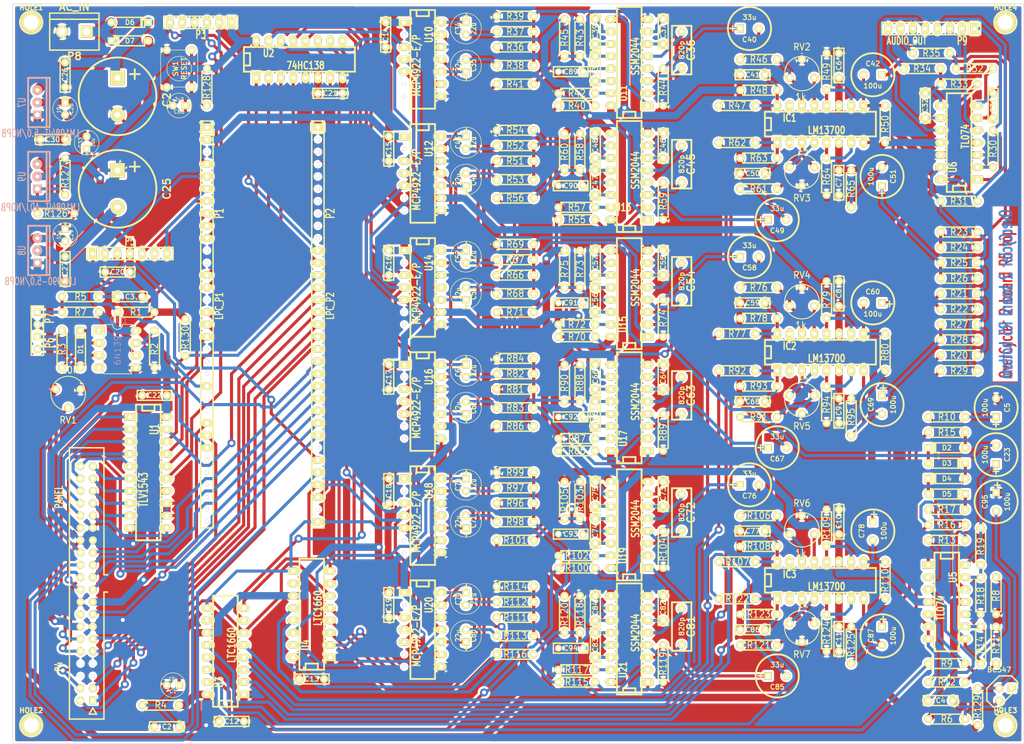
<source format=kicad_pcb>
(kicad_pcb (version 3) (host pcbnew "(2013-07-07 BZR 4022)-stable")
  (title_block (title "OverCycler 2 board") (rev 5) (company "GliGli's DIY"))
  (layers (15 F.Cu signal) (0 B.Cu signal) (18 B.Paste user) (19 F.Paste user) (20 B.SilkS user) (21 F.SilkS user) (22 B.Mask user) (23 F.Mask user) (28 Edge.Cuts user))
  (net 0 "")
  (net 1 +3.3V)
  (net 2 +5V)
  (net 3 -5V)
  (net 4 /AC_IN)
  (net 5 /ADC_ADDR)
  (net 6 /ADC_CLK)
  (net 7 /ADC_CS)
  (net 8 /ADC_EOC)
  (net 9 /ADC_OUT)
  (net 10 /DAC_MIXN)
  (net 11 /DAC_VREF)
  (net 12 /FOOT_IN)
  (net 13 /KP_1_R1)
  (net 14 /KP_2_R2)
  (net 15 /KP_3_R3)
  (net 16 /KP_4_R4)
  (net 17 /KP_5_C1)
  (net 18 /KP_6_C2)
  (net 19 /KP_7_C3)
  (net 20 /KP_8_C4)
  (net 21 /LCD_DB4)
  (net 22 /LCD_DB5)
  (net 23 /LCD_DB6)
  (net 24 /LCD_DB7)
  (net 25 /LCD_E1)
  (net 26 /LCD_E2)
  (net 27 /LCD_RS)
  (net 28 /LCD_RW)
  (net 29 /MIDI_IN)
  (net 30 /P_0)
  (net 31 /P_1)
  (net 32 /P_2)
  (net 33 /P_3)
  (net 34 /P_4)
  (net 35 /P_5)
  (net 36 /P_6)
  (net 37 /P_7)
  (net 38 /P_8)
  (net 39 /P_9)
  (net 40 /SPI_CS6)
  (net 41 /SPI_CS7)
  (net 42 /SPI_MUX_A)
  (net 43 /SPI_MUX_B)
  (net 44 /SPI_MUX_C)
  (net 45 /SPI_SSEL)
  (net 46 /UNR+)
  (net 47 /UNR-)
  (net 48 "/Voice #0/DAC_FC")
  (net 49 "/Voice #0/DAC_VCA")
  (net 50 "/Voice #0/OUT")
  (net 51 "/Voice #0/SPI_CS")
  (net 52 "/Voice #1/DAC_FC")
  (net 53 "/Voice #1/DAC_VCA")
  (net 54 "/Voice #1/OUT")
  (net 55 "/Voice #1/SPI_CS")
  (net 56 "/Voice #2/DAC_FC")
  (net 57 "/Voice #2/DAC_VCA")
  (net 58 "/Voice #2/OUT")
  (net 59 "/Voice #2/SPI_CS")
  (net 60 "/Voice #3/DAC_FC")
  (net 61 "/Voice #3/DAC_VCA")
  (net 62 "/Voice #3/OUT")
  (net 63 "/Voice #3/SPI_CS")
  (net 64 "/Voice #4/DAC_FC")
  (net 65 "/Voice #4/DAC_VCA")
  (net 66 "/Voice #4/OUT")
  (net 67 "/Voice #4/SPI_CS")
  (net 68 "/Voice #5/DAC_FC")
  (net 69 "/Voice #5/DAC_VCA")
  (net 70 "/Voice #5/OUT")
  (net 71 "/Voice #5/SPI_CS")
  (net 72 DAC_MIXA)
  (net 73 DAC_MIXB)
  (net 74 DAC_RES)
  (net 75 GND)
  (net 76 N-000001)
  (net 77 N-0000010)
  (net 78 N-0000011)
  (net 79 N-0000012)
  (net 80 N-0000013)
  (net 81 N-0000014)
  (net 82 N-0000015)
  (net 83 N-00000159)
  (net 84 N-0000016)
  (net 85 N-00000160)
  (net 86 N-00000161)
  (net 87 N-00000162)
  (net 88 N-00000163)
  (net 89 N-00000164)
  (net 90 N-00000165)
  (net 91 N-00000166)
  (net 92 N-00000167)
  (net 93 N-00000168)
  (net 94 N-00000169)
  (net 95 N-0000017)
  (net 96 N-00000170)
  (net 97 N-00000171)
  (net 98 N-00000172)
  (net 99 N-00000173)
  (net 100 N-00000174)
  (net 101 N-00000175)
  (net 102 N-00000176)
  (net 103 N-00000177)
  (net 104 N-00000178)
  (net 105 N-00000179)
  (net 106 N-0000018)
  (net 107 N-00000180)
  (net 108 N-00000181)
  (net 109 N-00000183)
  (net 110 N-00000184)
  (net 111 N-00000185)
  (net 112 N-00000186)
  (net 113 N-00000187)
  (net 114 N-00000188)
  (net 115 N-00000189)
  (net 116 N-0000019)
  (net 117 N-00000190)
  (net 118 N-00000191)
  (net 119 N-00000192)
  (net 120 N-00000193)
  (net 121 N-00000194)
  (net 122 N-00000195)
  (net 123 N-00000196)
  (net 124 N-00000197)
  (net 125 N-00000198)
  (net 126 N-00000199)
  (net 127 N-000002)
  (net 128 N-0000020)
  (net 129 N-00000200)
  (net 130 N-00000201)
  (net 131 N-00000202)
  (net 132 N-00000203)
  (net 133 N-00000204)
  (net 134 N-00000205)
  (net 135 N-00000207)
  (net 136 N-00000208)
  (net 137 N-00000209)
  (net 138 N-0000021)
  (net 139 N-00000210)
  (net 140 N-00000211)
  (net 141 N-00000212)
  (net 142 N-00000213)
  (net 143 N-00000214)
  (net 144 N-00000215)
  (net 145 N-00000216)
  (net 146 N-00000217)
  (net 147 N-00000218)
  (net 148 N-00000219)
  (net 149 N-0000022)
  (net 150 N-00000220)
  (net 151 N-00000221)
  (net 152 N-00000222)
  (net 153 N-00000223)
  (net 154 N-00000224)
  (net 155 N-00000225)
  (net 156 N-00000226)
  (net 157 N-00000227)
  (net 158 N-00000228)
  (net 159 N-00000229)
  (net 160 N-00000231)
  (net 161 N-00000232)
  (net 162 N-00000233)
  (net 163 N-00000234)
  (net 164 N-00000235)
  (net 165 N-00000236)
  (net 166 N-00000237)
  (net 167 N-00000238)
  (net 168 N-00000239)
  (net 169 N-00000240)
  (net 170 N-00000241)
  (net 171 N-00000242)
  (net 172 N-00000243)
  (net 173 N-00000244)
  (net 174 N-00000245)
  (net 175 N-00000246)
  (net 176 N-00000247)
  (net 177 N-00000248)
  (net 178 N-00000249)
  (net 179 N-00000250)
  (net 180 N-00000251)
  (net 181 N-00000252)
  (net 182 N-00000253)
  (net 183 N-00000255)
  (net 184 N-00000256)
  (net 185 N-00000257)
  (net 186 N-00000258)
  (net 187 N-00000259)
  (net 188 N-00000260)
  (net 189 N-00000261)
  (net 190 N-00000262)
  (net 191 N-00000263)
  (net 192 N-00000264)
  (net 193 N-00000265)
  (net 194 N-00000266)
  (net 195 N-00000267)
  (net 196 N-00000268)
  (net 197 N-00000269)
  (net 198 N-00000270)
  (net 199 N-00000271)
  (net 200 N-00000272)
  (net 201 N-00000273)
  (net 202 N-00000274)
  (net 203 N-00000275)
  (net 204 N-00000276)
  (net 205 N-00000277)
  (net 206 N-00000279)
  (net 207 N-00000280)
  (net 208 N-00000281)
  (net 209 N-00000282)
  (net 210 N-00000283)
  (net 211 N-00000284)
  (net 212 N-00000285)
  (net 213 N-00000286)
  (net 214 N-00000287)
  (net 215 N-00000288)
  (net 216 N-00000289)
  (net 217 N-00000290)
  (net 218 N-00000291)
  (net 219 N-00000292)
  (net 220 N-00000293)
  (net 221 N-00000294)
  (net 222 N-00000295)
  (net 223 N-00000296)
  (net 224 N-00000297)
  (net 225 N-00000298)
  (net 226 N-00000299)
  (net 227 N-000003)
  (net 228 N-00000300)
  (net 229 N-00000301)
  (net 230 N-000004)
  (net 231 N-0000047)
  (net 232 N-000005)
  (net 233 N-0000050)
  (net 234 N-0000052)
  (net 235 N-0000053)
  (net 236 N-0000054)
  (net 237 N-0000055)
  (net 238 N-0000056)
  (net 239 N-0000057)
  (net 240 N-0000058)
  (net 241 N-0000059)
  (net 242 N-000006)
  (net 243 N-0000063)
  (net 244 N-0000066)
  (net 245 N-000007)
  (net 246 N-0000071)
  (net 247 N-0000072)
  (net 248 N-0000073)
  (net 249 N-0000074)
  (net 250 N-0000076)
  (net 251 N-0000077)
  (net 252 N-0000078)
  (net 253 N-0000079)
  (net 254 N-000008)
  (net 255 N-0000082)
  (net 256 N-0000083)
  (net 257 N-000009)
  (net 258 NOISE)
  (net 259 SPI_MOSI)
  (net 260 SPI_SCK)
  (module CONN40 (layer F.Cu) (at 40.64 144.78 90)
    (fp_text reference P4 (at -17.145 -5.715 90) (layer F.SilkS) (effects (font (size 1.524 1.016) (thickness 0.3048))))
    (fp_text value PANEL (at 17.78 -5.715 90) (layer F.SilkS) (effects (font (size 1.524 1.016) (thickness 0.3048))))
    (pad 1 thru_hole rect (at -24.13 1.27 90) (size 1.524 1.524) (drill 0.8128) (layers *.Cu *.Mask F.SilkS) (net 24 /LCD_DB7))
    (pad 2 thru_hole circle (at -24.13 -1.27 90) (size 1.651 1.651) (drill 0.8128) (layers *.Cu *.Mask F.SilkS) (net 23 /LCD_DB6))
    (pad 3 thru_hole circle (at -21.59 1.27 90) (size 1.651 1.651) (drill 0.8128) (layers *.Cu *.Mask F.SilkS) (net 22 /LCD_DB5))
    (pad 4 thru_hole circle (at -21.59 -1.27 90) (size 1.651 1.651) (drill 0.8128) (layers *.Cu *.Mask F.SilkS) (net 21 /LCD_DB4))
    (pad 5 thru_hole circle (at -19.05 1.27 90) (size 0.8128 0.8128) (drill 0.8128) (layers *.Cu))
    (pad 6 thru_hole circle (at -19.05 -1.27 90) (size 0.8128 0.8128) (drill 0.8128) (layers *.Cu))
    (pad 7 thru_hole circle (at -16.51 1.27 90) (size 0.8128 0.8128) (drill 0.8128) (layers *.Cu))
    (pad 8 thru_hole circle (at -16.51 -1.27 90) (size 0.8128 0.8128) (drill 0.8128) (layers *.Cu))
    (pad 9 thru_hole circle (at -13.97 1.27 90) (size 1.651 1.651) (drill 0.8128) (layers *.Cu *.Mask F.SilkS) (net 25 /LCD_E1))
    (pad 10 thru_hole circle (at -13.97 -1.27 90) (size 1.651 1.651) (drill 0.8128) (layers *.Cu *.Mask F.SilkS) (net 28 /LCD_RW))
    (pad 11 thru_hole circle (at -11.43 1.27 90) (size 1.651 1.651) (drill 0.8128) (layers *.Cu *.Mask F.SilkS) (net 27 /LCD_RS))
    (pad 12 thru_hole circle (at -11.43 -1.27 90) (size 1.651 1.651) (drill 0.8128) (layers *.Cu *.Mask F.SilkS) (net 255 N-0000082))
    (pad 13 thru_hole circle (at -8.89 1.27 90) (size 1.651 1.651) (drill 0.8128) (layers *.Cu *.Mask F.SilkS) (net 75 GND))
    (pad 14 thru_hole circle (at -8.89 -1.27 90) (size 1.651 1.651) (drill 0.8128) (layers *.Cu *.Mask F.SilkS) (net 2 +5V))
    (pad 15 thru_hole circle (at -6.35 1.27 90) (size 1.651 1.651) (drill 0.8128) (layers *.Cu *.Mask F.SilkS) (net 26 /LCD_E2))
    (pad 16 thru_hole circle (at -6.35 -1.27 90) (size 1.651 1.651) (drill 0.8128) (layers *.Cu *.Mask F.SilkS))
    (pad 17 thru_hole circle (at -3.81 1.27 90) (size 1.651 1.651) (drill 0.8128) (layers *.Cu *.Mask F.SilkS) (net 1 +3.3V))
    (pad 18 thru_hole circle (at -3.81 -1.27 90) (size 1.651 1.651) (drill 0.8128) (layers *.Cu *.Mask F.SilkS) (net 75 GND))
    (pad 19 thru_hole circle (at -1.27 1.27 90) (size 1.651 1.651) (drill 0.8128) (layers *.Cu *.Mask F.SilkS) (net 13 /KP_1_R1))
    (pad 20 thru_hole circle (at -1.27 -1.27 90) (size 1.651 1.651) (drill 0.8128) (layers *.Cu *.Mask F.SilkS) (net 17 /KP_5_C1))
    (pad 21 thru_hole circle (at 1.27 1.27 90) (size 1.651 1.651) (drill 0.8128) (layers *.Cu *.Mask F.SilkS) (net 14 /KP_2_R2))
    (pad 22 thru_hole circle (at 1.27 -1.27 90) (size 1.651 1.651) (drill 0.8128) (layers *.Cu *.Mask F.SilkS) (net 18 /KP_6_C2))
    (pad 23 thru_hole circle (at 3.81 1.27 90) (size 1.651 1.651) (drill 0.8128) (layers *.Cu *.Mask F.SilkS) (net 15 /KP_3_R3))
    (pad 24 thru_hole circle (at 3.81 -1.27 90) (size 1.651 1.651) (drill 0.8128) (layers *.Cu *.Mask F.SilkS) (net 19 /KP_7_C3))
    (pad 25 thru_hole circle (at 6.35 1.27 90) (size 1.651 1.651) (drill 0.8128) (layers *.Cu *.Mask F.SilkS) (net 16 /KP_4_R4))
    (pad 26 thru_hole circle (at 6.35 -1.27 90) (size 1.651 1.651) (drill 0.8128) (layers *.Cu *.Mask F.SilkS) (net 20 /KP_8_C4))
    (pad 27 thru_hole circle (at 8.89 1.27 90) (size 1.651 1.651) (drill 0.8128) (layers *.Cu *.Mask F.SilkS) (net 75 GND))
    (pad 28 thru_hole circle (at 8.89 -1.27 90) (size 1.651 1.651) (drill 0.8128) (layers *.Cu *.Mask F.SilkS) (net 75 GND))
    (pad 29 thru_hole circle (at 11.43 1.27 90) (size 1.651 1.651) (drill 0.8128) (layers *.Cu *.Mask F.SilkS) (net 75 GND))
    (pad 30 thru_hole circle (at 11.43 -1.27 90) (size 1.651 1.651) (drill 0.8128) (layers *.Cu *.Mask F.SilkS) (net 1 +3.3V))
    (pad 31 thru_hole circle (at 13.97 1.27 90) (size 1.651 1.651) (drill 0.8128) (layers *.Cu *.Mask F.SilkS) (net 39 /P_9))
    (pad 32 thru_hole circle (at 13.97 -1.27 90) (size 1.651 1.651) (drill 0.8128) (layers *.Cu *.Mask F.SilkS) (net 30 /P_0))
    (pad 33 thru_hole circle (at 16.51 1.27 90) (size 1.651 1.651) (drill 0.8128) (layers *.Cu *.Mask F.SilkS) (net 38 /P_8))
    (pad 34 thru_hole circle (at 16.51 -1.27 90) (size 1.651 1.651) (drill 0.8128) (layers *.Cu *.Mask F.SilkS) (net 31 /P_1))
    (pad 35 thru_hole circle (at 19.05 1.27 90) (size 1.651 1.651) (drill 0.8128) (layers *.Cu *.Mask F.SilkS) (net 37 /P_7))
    (pad 36 thru_hole circle (at 19.05 -1.27 90) (size 1.651 1.651) (drill 0.8128) (layers *.Cu *.Mask F.SilkS) (net 32 /P_2))
    (pad 37 thru_hole circle (at 21.59 1.27 90) (size 1.651 1.651) (drill 0.8128) (layers *.Cu *.Mask F.SilkS) (net 36 /P_6))
    (pad 38 thru_hole circle (at 21.59 -1.27 90) (size 1.651 1.651) (drill 0.8128) (layers *.Cu *.Mask F.SilkS) (net 33 /P_3))
    (pad 39 thru_hole circle (at 24.13 1.27 90) (size 1.651 1.651) (drill 0.8128) (layers *.Cu *.Mask F.SilkS) (net 35 /P_5))
    (pad 40 thru_hole circle (at 24.13 -1.27 90) (size 1.651 1.651) (drill 0.8128) (layers *.Cu *.Mask F.SilkS) (net 34 /P_4))
  )
  (module TO92 (layer F.Cu) (at 229.87 167.64)
    (fp_text reference Q1 (at -1.27 3.81) (layer F.SilkS) (effects (font (size 1.016 1.016) (thickness 0.2032))))
    (fp_text value BC547 (at -1.27 -5.08) (layer F.SilkS) (effects (font (size 1.016 1.016) (thickness 0.2032))))
    (pad 1 thru_hole rect (at 1.27 -1.27) (size 1.524 1.524) (drill 0.8128) (layers *.Cu *.Mask F.SilkS))
    (pad 2 thru_hole circle (at -1.27 -1.27) (size 1.651 1.651) (drill 0.8128) (layers *.Cu *.Mask F.SilkS) (net 243 N-0000063))
    (pad 3 thru_hole circle (at -1.27 1.27) (size 1.651 1.651) (drill 0.8128) (layers *.Cu *.Mask F.SilkS) (net 233 N-0000050))
  )
  (module SW_PUSH_SMALL (layer F.Cu) (at 59.69 38.735 90)
    (fp_text reference SW1 (at 0 -0.762 90) (layer F.SilkS) (effects (font (size 1.016 1.016) (thickness 0.2032))))
    (fp_text value RESET (at 0 1.016 90) (layer F.SilkS) (effects (font (size 1.016 1.016) (thickness 0.2032))))
    (pad 1 thru_hole circle (at 3.81 -2.54 90) (size 1.651 1.651) (drill 0.8128) (layers *.Cu *.Mask F.SilkS) (net 75 GND))
    (pad 2 thru_hole circle (at 3.81 2.54 90) (size 1.651 1.651) (drill 0.8128) (layers *.Cu *.Mask F.SilkS) (net 236 N-0000054))
    (pad 1 thru_hole circle (at -3.81 -2.54 90) (size 1.651 1.651) (drill 0.8128) (layers *.Cu *.Mask F.SilkS) (net 75 GND))
    (pad 2 thru_hole circle (at -3.81 2.54 90) (size 1.651 1.651) (drill 0.8128) (layers *.Cu *.Mask F.SilkS) (net 236 N-0000054))
  )
  (module SIL-8 (layer F.Cu) (at 214.63 30.48 180)
    (fp_text reference P9 (at -6.35 -2.54 180) (layer F.SilkS) (effects (font (size 1.72974 1.08712) (thickness 0.3048))))
    (fp_text value AUDIO_OUT (at 5.08 -2.54 180) (layer F.SilkS) (effects (font (size 1.524 1.016) (thickness 0.3048))))
    (pad 1 thru_hole rect (at -8.89 0 180) (size 1.5748 2.286) (drill 0.8128) (layers *.Cu *.Mask F.SilkS) (net 116 N-0000019))
    (pad 2 thru_hole oval (at -6.35 0 180) (size 1.5748 2.286) (drill 0.8128) (layers *.Cu *.Mask F.SilkS) (net 242 N-000006))
    (pad 3 thru_hole oval (at -3.81 0 180) (size 1.5748 2.286) (drill 0.8128) (layers *.Cu *.Mask F.SilkS) (net 75 GND))
    (pad 4 thru_hole oval (at -1.27 0 180) (size 1.5748 2.286) (drill 0.8128) (layers *.Cu *.Mask F.SilkS) (net 128 N-0000020))
    (pad 5 thru_hole oval (at 1.27 0 180) (size 1.5748 2.286) (drill 0.8128) (layers *.Cu *.Mask F.SilkS) (net 232 N-000005))
    (pad 6 thru_hole oval (at 3.81 0 180) (size 1.5748 2.286) (drill 0.8128) (layers *.Cu *.Mask F.SilkS) (net 75 GND))
    (pad 7 thru_hole oval (at 6.35 0 180) (size 1.5748 2.286) (drill 0.8128) (layers *.Cu *.Mask F.SilkS) (net 95 N-0000017))
    (pad 8 thru_hole oval (at 8.89 0 180) (size 1.5748 2.286) (drill 0.8128) (layers *.Cu *.Mask F.SilkS) (net 106 N-0000018))
  )
  (module SIL-7 (layer F.Cu) (at 49.53 76.835)
    (fp_text reference P5 (at 0 -2.54) (layer F.SilkS) (effects (font (size 1.72974 1.08712) (thickness 0.3048))))
    (fp_text value SDCARD hide)
    (pad 1 thru_hole rect (at -7.62 0) (size 1.5748 2.286) (drill 0.8128) (layers *.Cu *.Mask F.SilkS) (net 239 N-0000057))
    (pad 2 thru_hole oval (at -5.08 0) (size 1.5748 2.286) (drill 0.8128) (layers *.Cu *.Mask F.SilkS) (net 240 N-0000058))
    (pad 3 thru_hole oval (at -2.54 0) (size 1.5748 2.286) (drill 0.8128) (layers *.Cu *.Mask F.SilkS) (net 75 GND))
    (pad 4 thru_hole oval (at 0 0) (size 1.5748 2.286) (drill 0.8128) (layers *.Cu *.Mask F.SilkS) (net 1 +3.3V))
    (pad 5 thru_hole oval (at 2.54 0) (size 1.5748 2.286) (drill 0.8128) (layers *.Cu *.Mask F.SilkS) (net 244 N-0000066))
    (pad 6 thru_hole oval (at 5.08 0) (size 1.5748 2.286) (drill 0.8128) (layers *.Cu *.Mask F.SilkS))
    (pad 7 thru_hole oval (at 7.62 0) (size 1.5748 2.286) (drill 0.8128) (layers *.Cu *.Mask F.SilkS) (net 241 N-0000059))
  )
  (module SIL-6 (layer F.Cu) (at 64.135 29.21 180)
    (fp_text reference P3 (at 0 -2.54 180) (layer F.SilkS) (effects (font (size 1.72974 1.08712) (thickness 0.3048))))
    (fp_text value FT232 hide)
    (pad 1 thru_hole rect (at -6.35 0 180) (size 1.5748 2.286) (drill 0.8128) (layers *.Cu *.Mask F.SilkS) (net 1 +3.3V))
    (pad 2 thru_hole oval (at -3.81 0 180) (size 1.5748 2.286) (drill 0.8128) (layers *.Cu *.Mask F.SilkS) (net 237 N-0000055))
    (pad 3 thru_hole oval (at -1.27 0 180) (size 1.5748 2.286) (drill 0.8128) (layers *.Cu *.Mask F.SilkS) (net 238 N-0000056))
    (pad 4 thru_hole oval (at 1.27 0 180) (size 1.5748 2.286) (drill 0.8128) (layers *.Cu *.Mask F.SilkS) (net 75 GND))
    (pad 5 thru_hole oval (at 3.81 0 180) (size 1.5748 2.286) (drill 0.8128) (layers *.Cu *.Mask F.SilkS))
    (pad 6 thru_hole oval (at 6.35 0 180) (size 1.5748 2.286) (drill 0.8128) (layers *.Cu *.Mask F.SilkS) (net 246 N-0000071))
  )
  (module SIL-33 (layer F.Cu) (at 65.405 82.55 270)
    (fp_text reference P1 (at -13.97 -2.54 270) (layer F.SilkS) (effects (font (size 1.72974 1.08712) (thickness 0.27178))))
    (fp_text value LPC_P1 (at 5.08 -2.54 450) (layer F.SilkS) (effects (font (size 1.524 1.016) (thickness 0.3048))))
    (pad 25 thru_hole oval (at 29.21 0 270) (size 1.5748 2.286) (drill 0.8128) (layers *.Cu *.Mask F.SilkS) (net 26 /LCD_E2))
    (pad 24 thru_hole circle (at 26.67 0 270) (size 0.8128 0.8128) (drill 0.8128) (layers *.Cu))
    (pad 23 thru_hole circle (at 24.13 0 270) (size 0.8128 0.8128) (drill 0.8128) (layers *.Cu))
    (pad 22 thru_hole oval (at 21.59 0 270) (size 1.5748 2.286) (drill 0.8128) (layers *.Cu *.Mask F.SilkS) (net 12 /FOOT_IN))
    (pad 22 thru_hole oval (at 21.59 0 270) (size 1.5748 2.286) (drill 0.8128) (layers *.Cu *.Mask F.SilkS) (net 12 /FOOT_IN))
    (pad 23 thru_hole circle (at 24.13 0 270) (size 0.8128 0.8128) (drill 0.8128) (layers *.Cu))
    (pad 24 thru_hole circle (at 26.67 0 270) (size 0.8128 0.8128) (drill 0.8128) (layers *.Cu))
    (pad 25 thru_hole oval (at 29.21 0 270) (size 1.5748 2.286) (drill 0.8128) (layers *.Cu *.Mask F.SilkS) (net 26 /LCD_E2))
    (pad 26 thru_hole oval (at 31.75 0 270) (size 1.5748 2.286) (drill 0.8128) (layers *.Cu *.Mask F.SilkS) (net 25 /LCD_E1))
    (pad 25 thru_hole oval (at 29.21 0 270) (size 1.5748 2.286) (drill 0.8128) (layers *.Cu *.Mask F.SilkS) (net 26 /LCD_E2))
    (pad 24 thru_hole circle (at 26.67 0 270) (size 0.8128 0.8128) (drill 0.8128) (layers *.Cu))
    (pad 23 thru_hole circle (at 24.13 0 270) (size 0.8128 0.8128) (drill 0.8128) (layers *.Cu))
    (pad 22 thru_hole oval (at 21.59 0 270) (size 1.5748 2.286) (drill 0.8128) (layers *.Cu *.Mask F.SilkS) (net 12 /FOOT_IN))
    (pad 1 thru_hole rect (at -31.75 0 270) (size 1.5748 2.286) (drill 0.8128) (layers *.Cu *.Mask F.SilkS) (net 75 GND))
    (pad 2 thru_hole oval (at -29.21 0 270) (size 1.5748 2.286) (drill 0.8128) (layers *.Cu *.Mask F.SilkS) (net 2 +5V))
    (pad 3 thru_hole circle (at -26.67 0 270) (size 0.8128 0.8128) (drill 0.8128) (layers *.Cu))
    (pad 4 thru_hole oval (at -24.13 0 270) (size 1.5748 2.286) (drill 0.8128) (layers *.Cu *.Mask F.SilkS) (net 236 N-0000054))
    (pad 5 thru_hole oval (at -21.59 0 270) (size 1.5748 2.286) (drill 0.8128) (layers *.Cu *.Mask F.SilkS) (net 240 N-0000058))
    (pad 6 thru_hole oval (at -19.05 0 270) (size 1.5748 2.286) (drill 0.8128) (layers *.Cu *.Mask F.SilkS) (net 241 N-0000059))
    (pad 7 thru_hole oval (at -16.51 0 270) (size 1.5748 2.286) (drill 0.8128) (layers *.Cu *.Mask F.SilkS) (net 244 N-0000066))
    (pad 8 thru_hole oval (at -13.97 0 270) (size 1.5748 2.286) (drill 0.8128) (layers *.Cu *.Mask F.SilkS) (net 239 N-0000057))
    (pad 9 thru_hole oval (at -11.43 0 270) (size 1.5748 2.286) (drill 0.8128) (layers *.Cu *.Mask F.SilkS) (net 237 N-0000055))
    (pad 10 thru_hole oval (at -8.89 0 270) (size 1.5748 2.286) (drill 0.8128) (layers *.Cu *.Mask F.SilkS) (net 238 N-0000056))
    (pad 11 thru_hole circle (at -6.35 0 270) (size 0.8128 0.8128) (drill 0.8128) (layers *.Cu))
    (pad 12 thru_hole circle (at -3.81 0 270) (size 0.8128 0.8128) (drill 0.8128) (layers *.Cu))
    (pad 13 thru_hole oval (at -1.27 0 270) (size 1.5748 2.286) (drill 0.8128) (layers *.Cu *.Mask F.SilkS) (net 42 /SPI_MUX_A))
    (pad 14 thru_hole oval (at 1.27 0 270) (size 1.5748 2.286) (drill 0.8128) (layers *.Cu *.Mask F.SilkS) (net 43 /SPI_MUX_B))
    (pad 15 thru_hole circle (at 3.81 0 270) (size 0.8128 0.8128) (drill 0.8128) (layers *.Cu))
    (pad 16 thru_hole oval (at 6.35 0 270) (size 1.5748 2.286) (drill 0.8128) (layers *.Cu *.Mask F.SilkS) (net 7 /ADC_CS))
    (pad 17 thru_hole oval (at 8.89 0 270) (size 1.5748 2.286) (drill 0.8128) (layers *.Cu *.Mask F.SilkS) (net 9 /ADC_OUT))
    (pad 18 thru_hole oval (at 11.43 0 270) (size 1.5748 2.286) (drill 0.8128) (layers *.Cu *.Mask F.SilkS) (net 5 /ADC_ADDR))
    (pad 19 thru_hole circle (at 13.97 0 270) (size 0.8128 0.8128) (drill 0.8128) (layers *.Cu))
    (pad 20 thru_hole circle (at 16.51 0 270) (size 0.8128 0.8128) (drill 0.8128) (layers *.Cu))
    (pad 21 thru_hole circle (at 19.05 0 270) (size 0.8128 0.8128) (drill 0.8128) (layers *.Cu))
    (pad 22 thru_hole oval (at 21.59 0 270) (size 1.5748 2.286) (drill 0.8128) (layers *.Cu *.Mask F.SilkS) (net 12 /FOOT_IN))
    (pad 23 thru_hole circle (at 24.13 0 270) (size 0.8128 0.8128) (drill 0.8128) (layers *.Cu))
    (pad 24 thru_hole circle (at 26.67 0 270) (size 0.8128 0.8128) (drill 0.8128) (layers *.Cu))
    (pad 25 thru_hole oval (at 29.21 0 270) (size 1.5748 2.286) (drill 0.8128) (layers *.Cu *.Mask F.SilkS) (net 26 /LCD_E2))
    (pad 26 thru_hole oval (at 31.75 0 270) (size 1.5748 2.286) (drill 0.8128) (layers *.Cu *.Mask F.SilkS) (net 25 /LCD_E1))
    (pad 27 thru_hole oval (at 34.29 0 270) (size 1.5748 2.286) (drill 0.8128) (layers *.Cu *.Mask F.SilkS) (net 28 /LCD_RW))
    (pad 28 thru_hole circle (at 36.83 0 270) (size 0.8128 0.8128) (drill 0.8128) (layers *.Cu) (clearance 0.254))
    (pad 29 thru_hole circle (at 39.37 0 270) (size 0.8128 0.8128) (drill 0.8128) (layers *.Cu))
    (pad 30 thru_hole circle (at 41.91 0 270) (size 0.8128 0.8128) (drill 0.8128) (layers *.Cu))
    (pad 31 thru_hole circle (at 44.45 0 270) (size 0.8128 0.8128) (drill 0.8128) (layers *.Cu))
    (pad 32 thru_hole circle (at 46.99 0 270) (size 0.8128 0.8128) (drill 0.8128) (layers *.Cu))
    (pad 33 thru_hole circle (at 49.53 0 270) (size 0.8128 0.8128) (drill 0.8128) (layers *.Cu))
  )
  (module SIL-33 (layer F.Cu) (at 88.265 82.55 270)
    (fp_text reference P2 (at -13.97 -2.54 270) (layer F.SilkS) (effects (font (size 1.72974 1.08712) (thickness 0.27178))))
    (fp_text value LPC_P2 (at 5.08 -2.54 450) (layer F.SilkS) (effects (font (size 1.524 1.016) (thickness 0.3048))))
    (pad 25 thru_hole oval (at 29.21 0 270) (size 1.5748 2.286) (drill 0.8128) (layers *.Cu *.Mask F.SilkS) (net 17 /KP_5_C1))
    (pad 24 thru_hole oval (at 26.67 0 270) (size 1.5748 2.286) (drill 0.8128) (layers *.Cu *.Mask F.SilkS) (net 13 /KP_1_R1))
    (pad 23 thru_hole oval (at 24.13 0 270) (size 1.5748 2.286) (drill 0.8128) (layers *.Cu *.Mask F.SilkS) (net 14 /KP_2_R2))
    (pad 22 thru_hole oval (at 21.59 0 270) (size 1.5748 2.286) (drill 0.8128) (layers *.Cu *.Mask F.SilkS) (net 15 /KP_3_R3))
    (pad 22 thru_hole oval (at 21.59 0 270) (size 1.5748 2.286) (drill 0.8128) (layers *.Cu *.Mask F.SilkS) (net 15 /KP_3_R3))
    (pad 23 thru_hole oval (at 24.13 0 270) (size 1.5748 2.286) (drill 0.8128) (layers *.Cu *.Mask F.SilkS) (net 14 /KP_2_R2))
    (pad 24 thru_hole oval (at 26.67 0 270) (size 1.5748 2.286) (drill 0.8128) (layers *.Cu *.Mask F.SilkS) (net 13 /KP_1_R1))
    (pad 25 thru_hole oval (at 29.21 0 270) (size 1.5748 2.286) (drill 0.8128) (layers *.Cu *.Mask F.SilkS) (net 17 /KP_5_C1))
    (pad 26 thru_hole oval (at 31.75 0 270) (size 1.5748 2.286) (drill 0.8128) (layers *.Cu *.Mask F.SilkS) (net 18 /KP_6_C2))
    (pad 25 thru_hole oval (at 29.21 0 270) (size 1.5748 2.286) (drill 0.8128) (layers *.Cu *.Mask F.SilkS) (net 17 /KP_5_C1))
    (pad 24 thru_hole oval (at 26.67 0 270) (size 1.5748 2.286) (drill 0.8128) (layers *.Cu *.Mask F.SilkS) (net 13 /KP_1_R1))
    (pad 23 thru_hole oval (at 24.13 0 270) (size 1.5748 2.286) (drill 0.8128) (layers *.Cu *.Mask F.SilkS) (net 14 /KP_2_R2))
    (pad 22 thru_hole oval (at 21.59 0 270) (size 1.5748 2.286) (drill 0.8128) (layers *.Cu *.Mask F.SilkS) (net 15 /KP_3_R3))
    (pad 1 thru_hole rect (at -31.75 0 270) (size 1.5748 2.286) (drill 0.8128) (layers *.Cu *.Mask F.SilkS) (net 1 +3.3V))
    (pad 2 thru_hole circle (at -29.21 0 270) (size 0.8128 0.8128) (drill 0.8128) (layers *.Cu))
    (pad 3 thru_hole circle (at -26.67 0 270) (size 0.8128 0.8128) (drill 0.8128) (layers *.Cu))
    (pad 4 thru_hole circle (at -24.13 0 270) (size 0.8128 0.8128) (drill 0.8128) (layers *.Cu))
    (pad 5 thru_hole circle (at -21.59 0 270) (size 0.8128 0.8128) (drill 0.8128) (layers *.Cu))
    (pad 6 thru_hole circle (at -19.05 0 270) (size 0.8128 0.8128) (drill 0.8128) (layers *.Cu))
    (pad 7 thru_hole circle (at -16.51 0 270) (size 0.8128 0.8128) (drill 0.8128) (layers *.Cu))
    (pad 8 thru_hole circle (at -13.97 0 270) (size 0.8128 0.8128) (drill 0.8128) (layers *.Cu))
    (pad 9 thru_hole circle (at -11.43 0 270) (size 0.8128 0.8128) (drill 0.8128) (layers *.Cu))
    (pad 10 thru_hole circle (at -8.89 0 270) (size 0.8128 0.8128) (drill 0.8128) (layers *.Cu))
    (pad 11 thru_hole oval (at -6.35 0 270) (size 1.5748 2.286) (drill 0.8128) (layers *.Cu *.Mask F.SilkS) (net 246 N-0000071))
    (pad 12 thru_hole oval (at -3.81 0 270) (size 1.5748 2.286) (drill 0.8128) (layers *.Cu *.Mask F.SilkS) (net 44 /SPI_MUX_C))
    (pad 13 thru_hole oval (at -1.27 0 270) (size 1.5748 2.286) (drill 0.8128) (layers *.Cu *.Mask F.SilkS) (net 6 /ADC_CLK))
    (pad 14 thru_hole oval (at 1.27 0 270) (size 1.5748 2.286) (drill 0.8128) (layers *.Cu *.Mask F.SilkS) (net 8 /ADC_EOC))
    (pad 15 thru_hole oval (at 3.81 0 270) (size 1.5748 2.286) (drill 0.8128) (layers *.Cu *.Mask F.SilkS) (net 21 /LCD_DB4))
    (pad 16 thru_hole oval (at 6.35 0 270) (size 1.5748 2.286) (drill 0.8128) (layers *.Cu *.Mask F.SilkS) (net 22 /LCD_DB5))
    (pad 17 thru_hole oval (at 8.89 0 270) (size 1.5748 2.286) (drill 0.8128) (layers *.Cu *.Mask F.SilkS) (net 23 /LCD_DB6))
    (pad 18 thru_hole oval (at 11.43 0 270) (size 1.5748 2.286) (drill 0.8128) (layers *.Cu *.Mask F.SilkS) (net 24 /LCD_DB7))
    (pad 19 thru_hole oval (at 13.97 0 270) (size 1.5748 2.286) (drill 0.8128) (layers *.Cu *.Mask F.SilkS) (net 27 /LCD_RS))
    (pad 20 thru_hole oval (at 16.51 0 270) (size 1.5748 2.286) (drill 0.8128) (layers *.Cu *.Mask F.SilkS) (net 20 /KP_8_C4))
    (pad 21 thru_hole oval (at 19.05 0 270) (size 1.5748 2.286) (drill 0.8128) (layers *.Cu *.Mask F.SilkS) (net 16 /KP_4_R4))
    (pad 22 thru_hole oval (at 21.59 0 270) (size 1.5748 2.286) (drill 0.8128) (layers *.Cu *.Mask F.SilkS) (net 15 /KP_3_R3))
    (pad 23 thru_hole oval (at 24.13 0 270) (size 1.5748 2.286) (drill 0.8128) (layers *.Cu *.Mask F.SilkS) (net 14 /KP_2_R2))
    (pad 24 thru_hole oval (at 26.67 0 270) (size 1.5748 2.286) (drill 0.8128) (layers *.Cu *.Mask F.SilkS) (net 13 /KP_1_R1))
    (pad 25 thru_hole oval (at 29.21 0 270) (size 1.5748 2.286) (drill 0.8128) (layers *.Cu *.Mask F.SilkS) (net 17 /KP_5_C1))
    (pad 26 thru_hole oval (at 31.75 0 270) (size 1.5748 2.286) (drill 0.8128) (layers *.Cu *.Mask F.SilkS) (net 18 /KP_6_C2))
    (pad 27 thru_hole circle (at 34.29 0 270) (size 0.8128 0.8128) (drill 0.8128) (layers *.Cu))
    (pad 28 thru_hole oval (at 36.83 0 270) (size 1.5748 2.286) (drill 0.8128) (layers *.Cu *.Mask F.SilkS) (net 29 /MIDI_IN))
    (pad 29 thru_hole oval (at 39.37 0 270) (size 1.5748 2.286) (drill 0.8128) (layers *.Cu *.Mask F.SilkS) (net 19 /KP_7_C3))
    (pad 30 thru_hole oval (at 41.91 0 270) (size 1.5748 2.286) (drill 0.8128) (layers *.Cu *.Mask F.SilkS) (net 260 SPI_SCK))
    (pad 31 thru_hole oval (at 44.45 0 270) (size 1.5748 2.286) (drill 0.8128) (layers *.Cu *.Mask F.SilkS) (net 45 /SPI_SSEL))
    (pad 32 thru_hole circle (at 46.99 0 270) (size 0.8128 0.8128) (drill 0.8128) (layers *.Cu))
    (pad 33 thru_hole oval (at 49.53 0 270) (size 1.5748 2.286) (drill 0.8128) (layers *.Cu *.Mask F.SilkS) (net 259 SPI_MOSI))
  )
  (module SIL-2 (layer F.Cu) (at 30.48 90.17 270)
    (fp_text reference P7 (at 0 -2.54 270) (layer F.SilkS) (effects (font (size 1.72974 1.08712) (thickness 0.3048))))
    (fp_text value FOOT_IN hide)
    (pad 1 thru_hole rect (at -1.27 0 270) (size 1.524 1.524) (drill 0.8128) (layers *.Cu *.Mask F.SilkS) (net 251 N-0000077))
    (pad 2 thru_hole circle (at 1.27 0 270) (size 1.651 1.651) (drill 0.8128) (layers *.Cu *.Mask F.SilkS) (net 75 GND))
  )
  (module SIL-2 (layer F.Cu) (at 30.48 95.25 270)
    (fp_text reference P6 (at 0 -2.54 270) (layer F.SilkS) (effects (font (size 1.72974 1.08712) (thickness 0.3048))))
    (fp_text value MIDI_IN hide)
    (pad 1 thru_hole rect (at -1.27 0 270) (size 1.524 1.524) (drill 0.8128) (layers *.Cu *.Mask F.SilkS) (net 256 N-0000083))
    (pad 2 thru_hole circle (at 1.27 0 270) (size 1.651 1.651) (drill 0.8128) (layers *.Cu *.Mask F.SilkS) (net 253 N-0000079))
  )
  (module RV2X1.5 (layer F.Cu) (at 187.96 39.37)
    (fp_text reference RV2 (at 0 -5.08) (layer F.SilkS) (effects (font (size 1.397 1.27) (thickness 0.2032))))
    (fp_text value 1k (at -0.254 5.207) (layer F.SilkS) (effects (font (size 1.397 1.27) (thickness 0.2032))))
    (pad 1 thru_hole circle (at -2.54 1.27) (size 1.651 1.651) (drill 0.8128) (layers *.Cu *.Mask F.SilkS) (net 108 N-00000181))
    (pad 2 thru_hole circle (at 0 -2.54) (size 1.651 1.651) (drill 0.8128) (layers *.Cu *.Mask F.SilkS) (net 75 GND))
    (pad 3 thru_hole circle (at 2.54 1.27) (size 1.651 1.651) (drill 0.8128) (layers *.Cu *.Mask F.SilkS) (net 102 N-00000176))
  )
  (module RV2X1.5 (layer F.Cu) (at 187.96 107.315 180)
    (fp_text reference RV5 (at 0 -5.08 180) (layer F.SilkS) (effects (font (size 1.397 1.27) (thickness 0.2032))))
    (fp_text value 1k (at -0.254 5.207 180) (layer F.SilkS) (effects (font (size 1.397 1.27) (thickness 0.2032))))
    (pad 1 thru_hole circle (at -2.54 1.27 180) (size 1.651 1.651) (drill 0.8128) (layers *.Cu *.Mask F.SilkS) (net 182 N-00000253))
    (pad 2 thru_hole circle (at 0 -2.54 180) (size 1.651 1.651) (drill 0.8128) (layers *.Cu *.Mask F.SilkS) (net 75 GND))
    (pad 3 thru_hole circle (at 2.54 1.27 180) (size 1.651 1.651) (drill 0.8128) (layers *.Cu *.Mask F.SilkS) (net 177 N-00000248))
  )
  (module RV2X1.5 (layer F.Cu) (at 36.83 106.045 180)
    (fp_text reference RV1 (at 0 -5.08 180) (layer F.SilkS) (effects (font (size 1.397 1.27) (thickness 0.2032))))
    (fp_text value 10k (at -0.254 5.207 180) (layer F.SilkS) (effects (font (size 1.397 1.27) (thickness 0.2032))))
    (pad 1 thru_hole circle (at -2.54 1.27 180) (size 1.651 1.651) (drill 0.8128) (layers *.Cu *.Mask F.SilkS) (net 75 GND))
    (pad 2 thru_hole circle (at 0 -2.54 180) (size 1.651 1.651) (drill 0.8128) (layers *.Cu *.Mask F.SilkS) (net 255 N-0000082))
    (pad 3 thru_hole circle (at 2.54 1.27 180) (size 1.651 1.651) (drill 0.8128) (layers *.Cu *.Mask F.SilkS) (net 2 +5V))
  )
  (module RV2X1.5 (layer F.Cu) (at 187.96 133.35)
    (fp_text reference RV6 (at 0 -5.08) (layer F.SilkS) (effects (font (size 1.397 1.27) (thickness 0.2032))))
    (fp_text value 1k (at -0.254 5.207) (layer F.SilkS) (effects (font (size 1.397 1.27) (thickness 0.2032))))
    (pad 1 thru_hole circle (at -2.54 1.27) (size 1.651 1.651) (drill 0.8128) (layers *.Cu *.Mask F.SilkS) (net 205 N-00000277))
    (pad 2 thru_hole circle (at 0 -2.54) (size 1.651 1.651) (drill 0.8128) (layers *.Cu *.Mask F.SilkS) (net 75 GND))
    (pad 3 thru_hole circle (at 2.54 1.27) (size 1.651 1.651) (drill 0.8128) (layers *.Cu *.Mask F.SilkS) (net 200 N-00000272))
  )
  (module RV2X1.5 (layer F.Cu) (at 187.96 60.325 180)
    (fp_text reference RV3 (at 0 -5.08 180) (layer F.SilkS) (effects (font (size 1.397 1.27) (thickness 0.2032))))
    (fp_text value 1k (at -0.254 5.207 180) (layer F.SilkS) (effects (font (size 1.397 1.27) (thickness 0.2032))))
    (pad 1 thru_hole circle (at -2.54 1.27 180) (size 1.651 1.651) (drill 0.8128) (layers *.Cu *.Mask F.SilkS) (net 134 N-00000205))
    (pad 2 thru_hole circle (at 0 -2.54 180) (size 1.651 1.651) (drill 0.8128) (layers *.Cu *.Mask F.SilkS) (net 75 GND))
    (pad 3 thru_hole circle (at 2.54 1.27 180) (size 1.651 1.651) (drill 0.8128) (layers *.Cu *.Mask F.SilkS) (net 130 N-00000201))
  )
  (module RV2X1.5 (layer F.Cu) (at 187.96 86.36)
    (fp_text reference RV4 (at 0 -5.08) (layer F.SilkS) (effects (font (size 1.397 1.27) (thickness 0.2032))))
    (fp_text value 1k (at -0.254 5.207) (layer F.SilkS) (effects (font (size 1.397 1.27) (thickness 0.2032))))
    (pad 1 thru_hole circle (at -2.54 1.27) (size 1.651 1.651) (drill 0.8128) (layers *.Cu *.Mask F.SilkS) (net 159 N-00000229))
    (pad 2 thru_hole circle (at 0 -2.54) (size 1.651 1.651) (drill 0.8128) (layers *.Cu *.Mask F.SilkS) (net 75 GND))
    (pad 3 thru_hole circle (at 2.54 1.27) (size 1.651 1.651) (drill 0.8128) (layers *.Cu *.Mask F.SilkS) (net 154 N-00000224))
  )
  (module RV2X1.5 (layer F.Cu) (at 187.96 154.305 180)
    (fp_text reference RV7 (at 0 -5.08 180) (layer F.SilkS) (effects (font (size 1.397 1.27) (thickness 0.2032))))
    (fp_text value 1k (at -0.254 5.207 180) (layer F.SilkS) (effects (font (size 1.397 1.27) (thickness 0.2032))))
    (pad 1 thru_hole circle (at -2.54 1.27 180) (size 1.651 1.651) (drill 0.8128) (layers *.Cu *.Mask F.SilkS) (net 229 N-00000301))
    (pad 2 thru_hole circle (at 0 -2.54 180) (size 1.651 1.651) (drill 0.8128) (layers *.Cu *.Mask F.SilkS) (net 75 GND))
    (pad 3 thru_hole circle (at 2.54 1.27 180) (size 1.651 1.651) (drill 0.8128) (layers *.Cu *.Mask F.SilkS) (net 223 N-00000296))
  )
  (module R3-LARGE_PADS (layer F.Cu) (at 179.07 63.5)
    (fp_text reference R61 (at 0 0) (layer F.SilkS) (effects (font (size 1.397 1.27) (thickness 0.2032))))
    (fp_text value 10k hide)
    (pad 1 thru_hole circle (at -3.81 0) (size 1.651 1.651) (drill 0.8128) (layers *.Cu *.Mask F.SilkS) (net 125 N-00000198))
    (pad 2 thru_hole circle (at 3.81 0) (size 1.651 1.651) (drill 0.8128) (layers *.Cu *.Mask F.SilkS) (net 134 N-00000205))
  )
  (module R3-LARGE_PADS (layer F.Cu) (at 141.605 91.44)
    (fp_text reference R72 (at 0 0) (layer F.SilkS) (effects (font (size 1.397 1.27) (thickness 0.2032))))
    (fp_text value 820 hide)
    (pad 1 thru_hole circle (at -3.81 0) (size 1.651 1.651) (drill 0.8128) (layers *.Cu *.Mask F.SilkS) (net 75 GND))
    (pad 2 thru_hole circle (at 3.81 0) (size 1.651 1.651) (drill 0.8128) (layers *.Cu *.Mask F.SilkS) (net 150 N-00000220))
  )
  (module R3-LARGE_PADS (layer F.Cu) (at 142.24 80.01 270)
    (fp_text reference R73 (at 0 0 270) (layer F.SilkS) (effects (font (size 1.397 1.27) (thickness 0.2032))))
    (fp_text value 390 hide)
    (pad 1 thru_hole circle (at -3.81 0 270) (size 1.651 1.651) (drill 0.8128) (layers *.Cu *.Mask F.SilkS) (net 75 GND))
    (pad 2 thru_hole circle (at 3.81 0 270) (size 1.651 1.651) (drill 0.8128) (layers *.Cu *.Mask F.SilkS) (net 152 N-00000222))
  )
  (module R3-LARGE_PADS (layer F.Cu) (at 141.605 93.98)
    (fp_text reference R70 (at 0 0) (layer F.SilkS) (effects (font (size 1.397 1.27) (thickness 0.2032))))
    (fp_text value 15k hide)
    (pad 1 thru_hole circle (at -3.81 0) (size 1.651 1.651) (drill 0.8128) (layers *.Cu *.Mask F.SilkS) (net 74 DAC_RES))
    (pad 2 thru_hole circle (at 3.81 0) (size 1.651 1.651) (drill 0.8128) (layers *.Cu *.Mask F.SilkS) (net 153 N-00000223))
  )
  (module R3-LARGE_PADS (layer F.Cu) (at 198.12 63.5 90)
    (fp_text reference R65 (at 0 0 90) (layer F.SilkS) (effects (font (size 1.397 1.27) (thickness 0.2032))))
    (fp_text value 4k7 hide)
    (pad 1 thru_hole circle (at -3.81 0 90) (size 1.651 1.651) (drill 0.8128) (layers *.Cu *.Mask F.SilkS) (net 132 N-00000203))
    (pad 2 thru_hole circle (at 3.81 0 90) (size 1.651 1.651) (drill 0.8128) (layers *.Cu *.Mask F.SilkS) (net 3 -5V))
  )
  (module R3-LARGE_PADS (layer F.Cu) (at 128.905 88.9)
    (fp_text reference R71 (at 0 0) (layer F.SilkS) (effects (font (size 1.397 1.27) (thickness 0.2032))))
    (fp_text value 6k8 hide)
    (pad 1 thru_hole circle (at -3.81 0) (size 1.651 1.651) (drill 0.8128) (layers *.Cu *.Mask F.SilkS) (net 56 "/Voice #2/DAC_FC"))
    (pad 2 thru_hole circle (at 3.81 0) (size 1.651 1.651) (drill 0.8128) (layers *.Cu *.Mask F.SilkS) (net 152 N-00000222))
  )
  (module R3-LARGE_PADS (layer F.Cu) (at 128.905 74.93)
    (fp_text reference R69 (at 0 0) (layer F.SilkS) (effects (font (size 1.397 1.27) (thickness 0.2032))))
    (fp_text value 820 hide)
    (pad 1 thru_hole circle (at -3.81 0) (size 1.651 1.651) (drill 0.8128) (layers *.Cu *.Mask F.SilkS) (net 75 GND))
    (pad 2 thru_hole circle (at 3.81 0) (size 1.651 1.651) (drill 0.8128) (layers *.Cu *.Mask F.SilkS) (net 136 N-00000208))
  )
  (module R3-LARGE_PADS (layer F.Cu) (at 139.065 80.01 270)
    (fp_text reference R75 (at 0 0 270) (layer F.SilkS) (effects (font (size 1.397 1.27) (thickness 0.2032))))
    (fp_text value 15k hide)
    (pad 1 thru_hole circle (at -3.81 0 270) (size 1.651 1.651) (drill 0.8128) (layers *.Cu *.Mask F.SilkS) (net 3 -5V))
    (pad 2 thru_hole circle (at 3.81 0 270) (size 1.651 1.651) (drill 0.8128) (layers *.Cu *.Mask F.SilkS) (net 152 N-00000222))
  )
  (module R3-LARGE_PADS (layer F.Cu) (at 159.385 90.17 270)
    (fp_text reference R74 (at 0 0 270) (layer F.SilkS) (effects (font (size 1.397 1.27) (thickness 0.2032))))
    (fp_text value 4k7 hide)
    (pad 1 thru_hole circle (at -3.81 0 270) (size 1.651 1.651) (drill 0.8128) (layers *.Cu *.Mask F.SilkS) (net 135 N-00000207))
    (pad 2 thru_hole circle (at 3.81 0 270) (size 1.651 1.651) (drill 0.8128) (layers *.Cu *.Mask F.SilkS) (net 75 GND))
  )
  (module R3-LARGE_PADS (layer F.Cu) (at 128.905 78.105)
    (fp_text reference R67 (at 0 0) (layer F.SilkS) (effects (font (size 1.397 1.27) (thickness 0.2032))))
    (fp_text value 15k hide)
    (pad 1 thru_hole circle (at -3.81 0) (size 1.651 1.651) (drill 0.8128) (layers *.Cu *.Mask F.SilkS) (net 141 N-00000212))
    (pad 2 thru_hole circle (at 3.81 0) (size 1.651 1.651) (drill 0.8128) (layers *.Cu *.Mask F.SilkS) (net 136 N-00000208))
  )
  (module R3-LARGE_PADS (layer F.Cu) (at 128.905 85.09)
    (fp_text reference R68 (at 0 0) (layer F.SilkS) (effects (font (size 1.397 1.27) (thickness 0.2032))))
    (fp_text value 15k hide)
    (pad 1 thru_hole circle (at -3.81 0) (size 1.651 1.651) (drill 0.8128) (layers *.Cu *.Mask F.SilkS) (net 140 N-00000211))
    (pad 2 thru_hole circle (at 3.81 0) (size 1.651 1.651) (drill 0.8128) (layers *.Cu *.Mask F.SilkS) (net 136 N-00000208))
  )
  (module R3-LARGE_PADS (layer F.Cu) (at 128.905 81.28)
    (fp_text reference R66 (at 0 0) (layer F.SilkS) (effects (font (size 1.397 1.27) (thickness 0.2032))))
    (fp_text value 22k hide)
    (pad 1 thru_hole circle (at -3.81 0) (size 1.651 1.651) (drill 0.8128) (layers *.Cu *.Mask F.SilkS) (net 258 NOISE))
    (pad 2 thru_hole circle (at 3.81 0) (size 1.651 1.651) (drill 0.8128) (layers *.Cu *.Mask F.SilkS) (net 136 N-00000208))
  )
  (module R3-LARGE_PADS (layer F.Cu) (at 159.385 66.04 270)
    (fp_text reference R59 (at 0 0 270) (layer F.SilkS) (effects (font (size 1.397 1.27) (thickness 0.2032))))
    (fp_text value 4k7 hide)
    (pad 1 thru_hole circle (at -3.81 0 270) (size 1.651 1.651) (drill 0.8128) (layers *.Cu *.Mask F.SilkS) (net 109 N-00000183))
    (pad 2 thru_hole circle (at 3.81 0 270) (size 1.651 1.651) (drill 0.8128) (layers *.Cu *.Mask F.SilkS) (net 75 GND))
  )
  (module R3-LARGE_PADS (layer F.Cu) (at 174.625 93.345)
    (fp_text reference R77 (at 0 0) (layer F.SilkS) (effects (font (size 1.397 1.27) (thickness 0.2032))))
    (fp_text value 4k7 hide)
    (pad 1 thru_hole circle (at -3.81 0) (size 1.651 1.651) (drill 0.8128) (layers *.Cu *.Mask F.SilkS) (net 57 "/Voice #2/DAC_VCA"))
    (pad 2 thru_hole circle (at 3.81 0) (size 1.651 1.651) (drill 0.8128) (layers *.Cu *.Mask F.SilkS) (net 151 N-00000221))
  )
  (module R3-LARGE_PADS (layer F.Cu) (at 179.07 90.17)
    (fp_text reference R78 (at 0 0) (layer F.SilkS) (effects (font (size 1.397 1.27) (thickness 0.2032))))
    (fp_text value 820 hide)
    (pad 1 thru_hole circle (at -3.81 0) (size 1.651 1.651) (drill 0.8128) (layers *.Cu *.Mask F.SilkS) (net 3 -5V))
    (pad 2 thru_hole circle (at 3.81 0) (size 1.651 1.651) (drill 0.8128) (layers *.Cu *.Mask F.SilkS) (net 151 N-00000221))
  )
  (module R3-LARGE_PADS (layer F.Cu) (at 193.04 86.36 90)
    (fp_text reference R79 (at 0 0 90) (layer F.SilkS) (effects (font (size 1.397 1.27) (thickness 0.2032))))
    (fp_text value 22k hide)
    (pad 1 thru_hole circle (at -3.81 0 90) (size 1.651 1.651) (drill 0.8128) (layers *.Cu *.Mask F.SilkS) (net 155 N-00000225))
    (pad 2 thru_hole circle (at 3.81 0 90) (size 1.651 1.651) (drill 0.8128) (layers *.Cu *.Mask F.SilkS) (net 75 GND))
  )
  (module R3-LARGE_PADS (layer F.Cu) (at 205.105 97.155 270)
    (fp_text reference R80 (at 0 0 270) (layer F.SilkS) (effects (font (size 1.397 1.27) (thickness 0.2032))))
    (fp_text value 4k7 hide)
    (pad 1 thru_hole circle (at -3.81 0 270) (size 1.651 1.651) (drill 0.8128) (layers *.Cu *.Mask F.SilkS) (net 156 N-00000226))
    (pad 2 thru_hole circle (at 3.81 0 270) (size 1.651 1.651) (drill 0.8128) (layers *.Cu *.Mask F.SilkS) (net 3 -5V))
  )
  (module R3-LARGE_PADS (layer F.Cu) (at 179.07 83.82)
    (fp_text reference R76 (at 0 0) (layer F.SilkS) (effects (font (size 1.397 1.27) (thickness 0.2032))))
    (fp_text value 10k hide)
    (pad 1 thru_hole circle (at -3.81 0) (size 1.651 1.651) (drill 0.8128) (layers *.Cu *.Mask F.SilkS) (net 157 N-00000227))
    (pad 2 thru_hole circle (at 3.81 0) (size 1.651 1.651) (drill 0.8128) (layers *.Cu *.Mask F.SilkS) (net 159 N-00000229))
  )
  (module R3-LARGE_PADS (layer F.Cu) (at 142.24 55.88 270)
    (fp_text reference R58 (at 0 0 270) (layer F.SilkS) (effects (font (size 1.397 1.27) (thickness 0.2032))))
    (fp_text value 390 hide)
    (pad 1 thru_hole circle (at -3.81 0 270) (size 1.651 1.651) (drill 0.8128) (layers *.Cu *.Mask F.SilkS) (net 75 GND))
    (pad 2 thru_hole circle (at 3.81 0 270) (size 1.651 1.651) (drill 0.8128) (layers *.Cu *.Mask F.SilkS) (net 126 N-00000199))
  )
  (module R3-LARGE_PADS (layer F.Cu) (at 139.065 32.385 270)
    (fp_text reference R45 (at 0 0 270) (layer F.SilkS) (effects (font (size 1.397 1.27) (thickness 0.2032))))
    (fp_text value 15k hide)
    (pad 1 thru_hole circle (at -3.81 0 270) (size 1.651 1.651) (drill 0.8128) (layers *.Cu *.Mask F.SilkS) (net 3 -5V))
    (pad 2 thru_hole circle (at 3.81 0 270) (size 1.651 1.651) (drill 0.8128) (layers *.Cu *.Mask F.SilkS) (net 100 N-00000174))
  )
  (module R3-LARGE_PADS (layer F.Cu) (at 159.385 42.545 270)
    (fp_text reference R44 (at 0 0 270) (layer F.SilkS) (effects (font (size 1.397 1.27) (thickness 0.2032))))
    (fp_text value 4k7 hide)
    (pad 1 thru_hole circle (at -3.81 0 270) (size 1.651 1.651) (drill 0.8128) (layers *.Cu *.Mask F.SilkS) (net 83 N-00000159))
    (pad 2 thru_hole circle (at 3.81 0 270) (size 1.651 1.651) (drill 0.8128) (layers *.Cu *.Mask F.SilkS) (net 75 GND))
  )
  (module R3-LARGE_PADS (layer F.Cu) (at 128.905 31.115)
    (fp_text reference R37 (at 0 0) (layer F.SilkS) (effects (font (size 1.397 1.27) (thickness 0.2032))))
    (fp_text value 15k hide)
    (pad 1 thru_hole circle (at -3.81 0) (size 1.651 1.651) (drill 0.8128) (layers *.Cu *.Mask F.SilkS) (net 85 N-00000160))
    (pad 2 thru_hole circle (at 3.81 0) (size 1.651 1.651) (drill 0.8128) (layers *.Cu *.Mask F.SilkS) (net 86 N-00000161))
  )
  (module R3-LARGE_PADS (layer F.Cu) (at 128.905 38.1)
    (fp_text reference R38 (at 0 0) (layer F.SilkS) (effects (font (size 1.397 1.27) (thickness 0.2032))))
    (fp_text value 15k hide)
    (pad 1 thru_hole circle (at -3.81 0) (size 1.651 1.651) (drill 0.8128) (layers *.Cu *.Mask F.SilkS) (net 89 N-00000164))
    (pad 2 thru_hole circle (at 3.81 0) (size 1.651 1.651) (drill 0.8128) (layers *.Cu *.Mask F.SilkS) (net 86 N-00000161))
  )
  (module R3-LARGE_PADS (layer F.Cu) (at 128.905 34.29)
    (fp_text reference R36 (at 0 0) (layer F.SilkS) (effects (font (size 1.397 1.27) (thickness 0.2032))))
    (fp_text value 22k hide)
    (pad 1 thru_hole circle (at -3.81 0) (size 1.651 1.651) (drill 0.8128) (layers *.Cu *.Mask F.SilkS) (net 258 NOISE))
    (pad 2 thru_hole circle (at 3.81 0) (size 1.651 1.651) (drill 0.8128) (layers *.Cu *.Mask F.SilkS) (net 86 N-00000161))
  )
  (module R3-LARGE_PADS (layer F.Cu) (at 128.905 27.94)
    (fp_text reference R39 (at 0 0) (layer F.SilkS) (effects (font (size 1.397 1.27) (thickness 0.2032))))
    (fp_text value 820 hide)
    (pad 1 thru_hole circle (at -3.81 0) (size 1.651 1.651) (drill 0.8128) (layers *.Cu *.Mask F.SilkS) (net 75 GND))
    (pad 2 thru_hole circle (at 3.81 0) (size 1.651 1.651) (drill 0.8128) (layers *.Cu *.Mask F.SilkS) (net 86 N-00000161))
  )
  (module R3-LARGE_PADS (layer F.Cu) (at 174.625 46.355)
    (fp_text reference R47 (at 0 0) (layer F.SilkS) (effects (font (size 1.397 1.27) (thickness 0.2032))))
    (fp_text value 4k7 hide)
    (pad 1 thru_hole circle (at -3.81 0) (size 1.651 1.651) (drill 0.8128) (layers *.Cu *.Mask F.SilkS) (net 49 "/Voice #0/DAC_VCA"))
    (pad 2 thru_hole circle (at 3.81 0) (size 1.651 1.651) (drill 0.8128) (layers *.Cu *.Mask F.SilkS) (net 99 N-00000173))
  )
  (module R3-LARGE_PADS (layer F.Cu) (at 179.07 43.18)
    (fp_text reference R48 (at 0 0) (layer F.SilkS) (effects (font (size 1.397 1.27) (thickness 0.2032))))
    (fp_text value 820 hide)
    (pad 1 thru_hole circle (at -3.81 0) (size 1.651 1.651) (drill 0.8128) (layers *.Cu *.Mask F.SilkS) (net 3 -5V))
    (pad 2 thru_hole circle (at 3.81 0) (size 1.651 1.651) (drill 0.8128) (layers *.Cu *.Mask F.SilkS) (net 99 N-00000173))
  )
  (module R3-LARGE_PADS (layer F.Cu) (at 193.04 39.37 90)
    (fp_text reference R49 (at 0 0 90) (layer F.SilkS) (effects (font (size 1.397 1.27) (thickness 0.2032))))
    (fp_text value 22k hide)
    (pad 1 thru_hole circle (at -3.81 0 90) (size 1.651 1.651) (drill 0.8128) (layers *.Cu *.Mask F.SilkS) (net 103 N-00000177))
    (pad 2 thru_hole circle (at 3.81 0 90) (size 1.651 1.651) (drill 0.8128) (layers *.Cu *.Mask F.SilkS) (net 75 GND))
  )
  (module R3-LARGE_PADS (layer F.Cu) (at 205.105 50.165 270)
    (fp_text reference R50 (at 0 0 270) (layer F.SilkS) (effects (font (size 1.397 1.27) (thickness 0.2032))))
    (fp_text value 4k7 hide)
    (pad 1 thru_hole circle (at -3.81 0 270) (size 1.651 1.651) (drill 0.8128) (layers *.Cu *.Mask F.SilkS) (net 104 N-00000178))
    (pad 2 thru_hole circle (at 3.81 0 270) (size 1.651 1.651) (drill 0.8128) (layers *.Cu *.Mask F.SilkS) (net 3 -5V))
  )
  (module R3-LARGE_PADS (layer F.Cu) (at 179.07 36.83)
    (fp_text reference R46 (at 0 0) (layer F.SilkS) (effects (font (size 1.397 1.27) (thickness 0.2032))))
    (fp_text value 10k hide)
    (pad 1 thru_hole circle (at -3.81 0) (size 1.651 1.651) (drill 0.8128) (layers *.Cu *.Mask F.SilkS) (net 105 N-00000179))
    (pad 2 thru_hole circle (at 3.81 0) (size 1.651 1.651) (drill 0.8128) (layers *.Cu *.Mask F.SilkS) (net 108 N-00000181))
  )
  (module R3-LARGE_PADS (layer F.Cu) (at 193.04 60.96 270)
    (fp_text reference R64 (at 0 0 270) (layer F.SilkS) (effects (font (size 1.397 1.27) (thickness 0.2032))))
    (fp_text value 22k hide)
    (pad 1 thru_hole circle (at -3.81 0 270) (size 1.651 1.651) (drill 0.8128) (layers *.Cu *.Mask F.SilkS) (net 131 N-00000202))
    (pad 2 thru_hole circle (at 3.81 0 270) (size 1.651 1.651) (drill 0.8128) (layers *.Cu *.Mask F.SilkS) (net 75 GND))
  )
  (module R3-LARGE_PADS (layer F.Cu) (at 141.605 69.85)
    (fp_text reference R55 (at 0 0) (layer F.SilkS) (effects (font (size 1.397 1.27) (thickness 0.2032))))
    (fp_text value 15k hide)
    (pad 1 thru_hole circle (at -3.81 0) (size 1.651 1.651) (drill 0.8128) (layers *.Cu *.Mask F.SilkS) (net 74 DAC_RES))
    (pad 2 thru_hole circle (at 3.81 0) (size 1.651 1.651) (drill 0.8128) (layers *.Cu *.Mask F.SilkS) (net 129 N-00000200))
  )
  (module R3-LARGE_PADS (layer F.Cu) (at 128.905 65.405)
    (fp_text reference R56 (at 0 0) (layer F.SilkS) (effects (font (size 1.397 1.27) (thickness 0.2032))))
    (fp_text value 6k8 hide)
    (pad 1 thru_hole circle (at -3.81 0) (size 1.651 1.651) (drill 0.8128) (layers *.Cu *.Mask F.SilkS) (net 52 "/Voice #1/DAC_FC"))
    (pad 2 thru_hole circle (at 3.81 0) (size 1.651 1.651) (drill 0.8128) (layers *.Cu *.Mask F.SilkS) (net 126 N-00000199))
  )
  (module R3-LARGE_PADS (layer F.Cu) (at 139.065 55.88 270)
    (fp_text reference R60 (at 0 0 270) (layer F.SilkS) (effects (font (size 1.397 1.27) (thickness 0.2032))))
    (fp_text value 15k hide)
    (pad 1 thru_hole circle (at -3.81 0 270) (size 1.651 1.651) (drill 0.8128) (layers *.Cu *.Mask F.SilkS) (net 3 -5V))
    (pad 2 thru_hole circle (at 3.81 0 270) (size 1.651 1.651) (drill 0.8128) (layers *.Cu *.Mask F.SilkS) (net 126 N-00000199))
  )
  (module R3-LARGE_PADS (layer F.Cu) (at 128.905 101.6)
    (fp_text reference R82 (at 0 0) (layer F.SilkS) (effects (font (size 1.397 1.27) (thickness 0.2032))))
    (fp_text value 15k hide)
    (pad 1 thru_hole circle (at -3.81 0) (size 1.651 1.651) (drill 0.8128) (layers *.Cu *.Mask F.SilkS) (net 166 N-00000237))
    (pad 2 thru_hole circle (at 3.81 0) (size 1.651 1.651) (drill 0.8128) (layers *.Cu *.Mask F.SilkS) (net 162 N-00000233))
  )
  (module R3-LARGE_PADS (layer F.Cu) (at 128.905 54.61)
    (fp_text reference R52 (at 0 0) (layer F.SilkS) (effects (font (size 1.397 1.27) (thickness 0.2032))))
    (fp_text value 15k hide)
    (pad 1 thru_hole circle (at -3.81 0) (size 1.651 1.651) (drill 0.8128) (layers *.Cu *.Mask F.SilkS) (net 110 N-00000184))
    (pad 2 thru_hole circle (at 3.81 0) (size 1.651 1.651) (drill 0.8128) (layers *.Cu *.Mask F.SilkS) (net 111 N-00000185))
  )
  (module R3-LARGE_PADS (layer F.Cu) (at 128.905 61.595)
    (fp_text reference R53 (at 0 0) (layer F.SilkS) (effects (font (size 1.397 1.27) (thickness 0.2032))))
    (fp_text value 15k hide)
    (pad 1 thru_hole circle (at -3.81 0) (size 1.651 1.651) (drill 0.8128) (layers *.Cu *.Mask F.SilkS) (net 114 N-00000188))
    (pad 2 thru_hole circle (at 3.81 0) (size 1.651 1.651) (drill 0.8128) (layers *.Cu *.Mask F.SilkS) (net 111 N-00000185))
  )
  (module R3-LARGE_PADS (layer F.Cu) (at 128.905 57.785)
    (fp_text reference R51 (at 0 0) (layer F.SilkS) (effects (font (size 1.397 1.27) (thickness 0.2032))))
    (fp_text value 22k hide)
    (pad 1 thru_hole circle (at -3.81 0) (size 1.651 1.651) (drill 0.8128) (layers *.Cu *.Mask F.SilkS) (net 258 NOISE))
    (pad 2 thru_hole circle (at 3.81 0) (size 1.651 1.651) (drill 0.8128) (layers *.Cu *.Mask F.SilkS) (net 111 N-00000185))
  )
  (module R3-LARGE_PADS (layer F.Cu) (at 128.905 51.435)
    (fp_text reference R54 (at 0 0) (layer F.SilkS) (effects (font (size 1.397 1.27) (thickness 0.2032))))
    (fp_text value 820 hide)
    (pad 1 thru_hole circle (at -3.81 0) (size 1.651 1.651) (drill 0.8128) (layers *.Cu *.Mask F.SilkS) (net 75 GND))
    (pad 2 thru_hole circle (at 3.81 0) (size 1.651 1.651) (drill 0.8128) (layers *.Cu *.Mask F.SilkS) (net 111 N-00000185))
  )
  (module R3-LARGE_PADS (layer F.Cu) (at 174.625 53.975)
    (fp_text reference R62 (at 0 0) (layer F.SilkS) (effects (font (size 1.397 1.27) (thickness 0.2032))))
    (fp_text value 4k7 hide)
    (pad 1 thru_hole circle (at -3.81 0) (size 1.651 1.651) (drill 0.8128) (layers *.Cu *.Mask F.SilkS) (net 53 "/Voice #1/DAC_VCA"))
    (pad 2 thru_hole circle (at 3.81 0) (size 1.651 1.651) (drill 0.8128) (layers *.Cu *.Mask F.SilkS) (net 124 N-00000197))
  )
  (module R3-LARGE_PADS (layer F.Cu) (at 179.07 57.15)
    (fp_text reference R63 (at 0 0) (layer F.SilkS) (effects (font (size 1.397 1.27) (thickness 0.2032))))
    (fp_text value 820 hide)
    (pad 1 thru_hole circle (at -3.81 0) (size 1.651 1.651) (drill 0.8128) (layers *.Cu *.Mask F.SilkS) (net 3 -5V))
    (pad 2 thru_hole circle (at 3.81 0) (size 1.651 1.651) (drill 0.8128) (layers *.Cu *.Mask F.SilkS) (net 124 N-00000197))
  )
  (module R3-LARGE_PADS (layer F.Cu) (at 139.065 151.13 270)
    (fp_text reference R120 (at 0 0 270) (layer F.SilkS) (effects (font (size 1.397 1.27) (thickness 0.2032))))
    (fp_text value 15k hide)
    (pad 1 thru_hole circle (at -3.81 0 270) (size 1.651 1.651) (drill 0.8128) (layers *.Cu *.Mask F.SilkS) (net 3 -5V))
    (pad 2 thru_hole circle (at 3.81 0 270) (size 1.651 1.651) (drill 0.8128) (layers *.Cu *.Mask F.SilkS) (net 221 N-00000294))
  )
  (module R3-LARGE_PADS (layer F.Cu) (at 128.905 128.27)
    (fp_text reference R96 (at 0 0) (layer F.SilkS) (effects (font (size 1.397 1.27) (thickness 0.2032))))
    (fp_text value 22k hide)
    (pad 1 thru_hole circle (at -3.81 0) (size 1.651 1.651) (drill 0.8128) (layers *.Cu *.Mask F.SilkS) (net 258 NOISE))
    (pad 2 thru_hole circle (at 3.81 0) (size 1.651 1.651) (drill 0.8128) (layers *.Cu *.Mask F.SilkS) (net 184 N-00000256))
  )
  (module R3-LARGE_PADS (layer F.Cu) (at 128.905 121.92)
    (fp_text reference R99 (at 0 0) (layer F.SilkS) (effects (font (size 1.397 1.27) (thickness 0.2032))))
    (fp_text value 820 hide)
    (pad 1 thru_hole circle (at -3.81 0) (size 1.651 1.651) (drill 0.8128) (layers *.Cu *.Mask F.SilkS) (net 75 GND))
    (pad 2 thru_hole circle (at 3.81 0) (size 1.651 1.651) (drill 0.8128) (layers *.Cu *.Mask F.SilkS) (net 184 N-00000256))
  )
  (module R3-LARGE_PADS (layer F.Cu) (at 174.625 140.335)
    (fp_text reference R107 (at 0 0) (layer F.SilkS) (effects (font (size 1.397 1.27) (thickness 0.2032))))
    (fp_text value 4k7 hide)
    (pad 1 thru_hole circle (at -3.81 0) (size 1.651 1.651) (drill 0.8128) (layers *.Cu *.Mask F.SilkS) (net 65 "/Voice #4/DAC_VCA"))
    (pad 2 thru_hole circle (at 3.81 0) (size 1.651 1.651) (drill 0.8128) (layers *.Cu *.Mask F.SilkS) (net 197 N-00000269))
  )
  (module R3-LARGE_PADS (layer F.Cu) (at 179.07 137.16)
    (fp_text reference R108 (at 0 0) (layer F.SilkS) (effects (font (size 1.397 1.27) (thickness 0.2032))))
    (fp_text value 820 hide)
    (pad 1 thru_hole circle (at -3.81 0) (size 1.651 1.651) (drill 0.8128) (layers *.Cu *.Mask F.SilkS) (net 3 -5V))
    (pad 2 thru_hole circle (at 3.81 0) (size 1.651 1.651) (drill 0.8128) (layers *.Cu *.Mask F.SilkS) (net 197 N-00000269))
  )
  (module R3-LARGE_PADS (layer F.Cu) (at 193.04 133.35 90)
    (fp_text reference R109 (at 0 0 90) (layer F.SilkS) (effects (font (size 1.397 1.27) (thickness 0.2032))))
    (fp_text value 22k hide)
    (pad 1 thru_hole circle (at -3.81 0 90) (size 1.651 1.651) (drill 0.8128) (layers *.Cu *.Mask F.SilkS) (net 201 N-00000273))
    (pad 2 thru_hole circle (at 3.81 0 90) (size 1.651 1.651) (drill 0.8128) (layers *.Cu *.Mask F.SilkS) (net 75 GND))
  )
  (module R3-LARGE_PADS (layer F.Cu) (at 205.105 144.145 270)
    (fp_text reference R110 (at 0 0 270) (layer F.SilkS) (effects (font (size 1.397 1.27) (thickness 0.2032))))
    (fp_text value 4k7 hide)
    (pad 1 thru_hole circle (at -3.81 0 270) (size 1.651 1.651) (drill 0.8128) (layers *.Cu *.Mask F.SilkS) (net 202 N-00000274))
    (pad 2 thru_hole circle (at 3.81 0 270) (size 1.651 1.651) (drill 0.8128) (layers *.Cu *.Mask F.SilkS) (net 3 -5V))
  )
  (module R3-LARGE_PADS (layer F.Cu) (at 179.07 130.81)
    (fp_text reference R106 (at 0 0) (layer F.SilkS) (effects (font (size 1.397 1.27) (thickness 0.2032))))
    (fp_text value 10k hide)
    (pad 1 thru_hole circle (at -3.81 0) (size 1.651 1.651) (drill 0.8128) (layers *.Cu *.Mask F.SilkS) (net 203 N-00000275))
    (pad 2 thru_hole circle (at 3.81 0) (size 1.651 1.651) (drill 0.8128) (layers *.Cu *.Mask F.SilkS) (net 205 N-00000277))
  )
  (module R3-LARGE_PADS (layer F.Cu) (at 141.605 162.56)
    (fp_text reference R117 (at 0 0) (layer F.SilkS) (effects (font (size 1.397 1.27) (thickness 0.2032))))
    (fp_text value 820 hide)
    (pad 1 thru_hole circle (at -3.81 0) (size 1.651 1.651) (drill 0.8128) (layers *.Cu *.Mask F.SilkS) (net 75 GND))
    (pad 2 thru_hole circle (at 3.81 0) (size 1.651 1.651) (drill 0.8128) (layers *.Cu *.Mask F.SilkS) (net 217 N-00000290))
  )
  (module R3-LARGE_PADS (layer F.Cu) (at 142.24 151.13 270)
    (fp_text reference R118 (at 0 0 270) (layer F.SilkS) (effects (font (size 1.397 1.27) (thickness 0.2032))))
    (fp_text value 390 hide)
    (pad 1 thru_hole circle (at -3.81 0 270) (size 1.651 1.651) (drill 0.8128) (layers *.Cu *.Mask F.SilkS) (net 75 GND))
    (pad 2 thru_hole circle (at 3.81 0 270) (size 1.651 1.651) (drill 0.8128) (layers *.Cu *.Mask F.SilkS) (net 221 N-00000294))
  )
  (module R3-LARGE_PADS (layer F.Cu) (at 141.605 165.1)
    (fp_text reference R115 (at 0 0) (layer F.SilkS) (effects (font (size 1.397 1.27) (thickness 0.2032))))
    (fp_text value 15k hide)
    (pad 1 thru_hole circle (at -3.81 0) (size 1.651 1.651) (drill 0.8128) (layers *.Cu *.Mask F.SilkS) (net 74 DAC_RES))
    (pad 2 thru_hole circle (at 3.81 0) (size 1.651 1.651) (drill 0.8128) (layers *.Cu *.Mask F.SilkS) (net 222 N-00000295))
  )
  (module R3-LARGE_PADS (layer F.Cu) (at 128.905 159.385)
    (fp_text reference R116 (at 0 0) (layer F.SilkS) (effects (font (size 1.397 1.27) (thickness 0.2032))))
    (fp_text value 6k8 hide)
    (pad 1 thru_hole circle (at -3.81 0) (size 1.651 1.651) (drill 0.8128) (layers *.Cu *.Mask F.SilkS) (net 68 "/Voice #5/DAC_FC"))
    (pad 2 thru_hole circle (at 3.81 0) (size 1.651 1.651) (drill 0.8128) (layers *.Cu *.Mask F.SilkS) (net 221 N-00000294))
  )
  (module R3-LARGE_PADS (layer F.Cu) (at 128.905 132.08)
    (fp_text reference R98 (at 0 0) (layer F.SilkS) (effects (font (size 1.397 1.27) (thickness 0.2032))))
    (fp_text value 15k hide)
    (pad 1 thru_hole circle (at -3.81 0) (size 1.651 1.651) (drill 0.8128) (layers *.Cu *.Mask F.SilkS) (net 187 N-00000259))
    (pad 2 thru_hole circle (at 3.81 0) (size 1.651 1.651) (drill 0.8128) (layers *.Cu *.Mask F.SilkS) (net 184 N-00000256))
  )
  (module R3-LARGE_PADS (layer F.Cu) (at 159.385 161.29 270)
    (fp_text reference R119 (at 0 0 270) (layer F.SilkS) (effects (font (size 1.397 1.27) (thickness 0.2032))))
    (fp_text value 4k7 hide)
    (pad 1 thru_hole circle (at -3.81 0 270) (size 1.651 1.651) (drill 0.8128) (layers *.Cu *.Mask F.SilkS) (net 206 N-00000279))
    (pad 2 thru_hole circle (at 3.81 0 270) (size 1.651 1.651) (drill 0.8128) (layers *.Cu *.Mask F.SilkS) (net 75 GND))
  )
  (module R3-LARGE_PADS (layer F.Cu) (at 128.905 148.59)
    (fp_text reference R112 (at 0 0) (layer F.SilkS) (effects (font (size 1.397 1.27) (thickness 0.2032))))
    (fp_text value 15k hide)
    (pad 1 thru_hole circle (at -3.81 0) (size 1.651 1.651) (drill 0.8128) (layers *.Cu *.Mask F.SilkS) (net 207 N-00000280))
    (pad 2 thru_hole circle (at 3.81 0) (size 1.651 1.651) (drill 0.8128) (layers *.Cu *.Mask F.SilkS) (net 208 N-00000281))
  )
  (module R3-LARGE_PADS (layer F.Cu) (at 128.905 155.575)
    (fp_text reference R113 (at 0 0) (layer F.SilkS) (effects (font (size 1.397 1.27) (thickness 0.2032))))
    (fp_text value 15k hide)
    (pad 1 thru_hole circle (at -3.81 0) (size 1.651 1.651) (drill 0.8128) (layers *.Cu *.Mask F.SilkS) (net 211 N-00000284))
    (pad 2 thru_hole circle (at 3.81 0) (size 1.651 1.651) (drill 0.8128) (layers *.Cu *.Mask F.SilkS) (net 208 N-00000281))
  )
  (module R3-LARGE_PADS (layer F.Cu) (at 128.905 151.765)
    (fp_text reference R111 (at 0 0) (layer F.SilkS) (effects (font (size 1.397 1.27) (thickness 0.2032))))
    (fp_text value 22k hide)
    (pad 1 thru_hole circle (at -3.81 0) (size 1.651 1.651) (drill 0.8128) (layers *.Cu *.Mask F.SilkS) (net 258 NOISE))
    (pad 2 thru_hole circle (at 3.81 0) (size 1.651 1.651) (drill 0.8128) (layers *.Cu *.Mask F.SilkS) (net 208 N-00000281))
  )
  (module R3-LARGE_PADS (layer F.Cu) (at 128.905 145.415)
    (fp_text reference R114 (at 0 0) (layer F.SilkS) (effects (font (size 1.397 1.27) (thickness 0.2032))))
    (fp_text value 820 hide)
    (pad 1 thru_hole circle (at -3.81 0) (size 1.651 1.651) (drill 0.8128) (layers *.Cu *.Mask F.SilkS) (net 75 GND))
    (pad 2 thru_hole circle (at 3.81 0) (size 1.651 1.651) (drill 0.8128) (layers *.Cu *.Mask F.SilkS) (net 208 N-00000281))
  )
  (module R3-LARGE_PADS (layer F.Cu) (at 174.625 147.955)
    (fp_text reference R122 (at 0 0) (layer F.SilkS) (effects (font (size 1.397 1.27) (thickness 0.2032))))
    (fp_text value 4k7 hide)
    (pad 1 thru_hole circle (at -3.81 0) (size 1.651 1.651) (drill 0.8128) (layers *.Cu *.Mask F.SilkS) (net 69 "/Voice #5/DAC_VCA"))
    (pad 2 thru_hole circle (at 3.81 0) (size 1.651 1.651) (drill 0.8128) (layers *.Cu *.Mask F.SilkS) (net 219 N-00000292))
  )
  (module R3-LARGE_PADS (layer F.Cu) (at 179.07 151.13)
    (fp_text reference R123 (at 0 0) (layer F.SilkS) (effects (font (size 1.397 1.27) (thickness 0.2032))))
    (fp_text value 820 hide)
    (pad 1 thru_hole circle (at -3.81 0) (size 1.651 1.651) (drill 0.8128) (layers *.Cu *.Mask F.SilkS) (net 3 -5V))
    (pad 2 thru_hole circle (at 3.81 0) (size 1.651 1.651) (drill 0.8128) (layers *.Cu *.Mask F.SilkS) (net 219 N-00000292))
  )
  (module R3-LARGE_PADS (layer F.Cu) (at 193.04 154.94 270)
    (fp_text reference R124 (at 0 0 270) (layer F.SilkS) (effects (font (size 1.397 1.27) (thickness 0.2032))))
    (fp_text value 22k hide)
    (pad 1 thru_hole circle (at -3.81 0 270) (size 1.651 1.651) (drill 0.8128) (layers *.Cu *.Mask F.SilkS) (net 224 N-00000297))
    (pad 2 thru_hole circle (at 3.81 0 270) (size 1.651 1.651) (drill 0.8128) (layers *.Cu *.Mask F.SilkS) (net 75 GND))
  )
  (module R3-LARGE_PADS (layer F.Cu) (at 198.12 157.48 90)
    (fp_text reference R125 (at 0 0 90) (layer F.SilkS) (effects (font (size 1.397 1.27) (thickness 0.2032))))
    (fp_text value 4k7 hide)
    (pad 1 thru_hole circle (at -3.81 0 90) (size 1.651 1.651) (drill 0.8128) (layers *.Cu *.Mask F.SilkS) (net 225 N-00000298))
    (pad 2 thru_hole circle (at 3.81 0 90) (size 1.651 1.651) (drill 0.8128) (layers *.Cu *.Mask F.SilkS) (net 3 -5V))
  )
  (module R3-LARGE_PADS (layer F.Cu) (at 179.07 157.48)
    (fp_text reference R121 (at 0 0) (layer F.SilkS) (effects (font (size 1.397 1.27) (thickness 0.2032))))
    (fp_text value 10k hide)
    (pad 1 thru_hole circle (at -3.81 0) (size 1.651 1.651) (drill 0.8128) (layers *.Cu *.Mask F.SilkS) (net 220 N-00000293))
    (pad 2 thru_hole circle (at 3.81 0) (size 1.651 1.651) (drill 0.8128) (layers *.Cu *.Mask F.SilkS) (net 229 N-00000301))
  )
  (module R3-LARGE_PADS (layer F.Cu) (at 179.07 104.14)
    (fp_text reference R93 (at 0 0) (layer F.SilkS) (effects (font (size 1.397 1.27) (thickness 0.2032))))
    (fp_text value 820 hide)
    (pad 1 thru_hole circle (at -3.81 0) (size 1.651 1.651) (drill 0.8128) (layers *.Cu *.Mask F.SilkS) (net 3 -5V))
    (pad 2 thru_hole circle (at 3.81 0) (size 1.651 1.651) (drill 0.8128) (layers *.Cu *.Mask F.SilkS) (net 174 N-00000245))
  )
  (module R3-LARGE_PADS (layer F.Cu) (at 142.24 103.505 270)
    (fp_text reference R88 (at 0 0 270) (layer F.SilkS) (effects (font (size 1.397 1.27) (thickness 0.2032))))
    (fp_text value 390 hide)
    (pad 1 thru_hole circle (at -3.81 0 270) (size 1.651 1.651) (drill 0.8128) (layers *.Cu *.Mask F.SilkS) (net 75 GND))
    (pad 2 thru_hole circle (at 3.81 0 270) (size 1.651 1.651) (drill 0.8128) (layers *.Cu *.Mask F.SilkS) (net 175 N-00000246))
  )
  (module R3-LARGE_PADS (layer F.Cu) (at 141.605 117.475)
    (fp_text reference R85 (at 0 0) (layer F.SilkS) (effects (font (size 1.397 1.27) (thickness 0.2032))))
    (fp_text value 15k hide)
    (pad 1 thru_hole circle (at -3.81 0) (size 1.651 1.651) (drill 0.8128) (layers *.Cu *.Mask F.SilkS) (net 74 DAC_RES))
    (pad 2 thru_hole circle (at 3.81 0) (size 1.651 1.651) (drill 0.8128) (layers *.Cu *.Mask F.SilkS) (net 176 N-00000247))
  )
  (module R3-LARGE_PADS (layer F.Cu) (at 128.905 112.395)
    (fp_text reference R86 (at 0 0) (layer F.SilkS) (effects (font (size 1.397 1.27) (thickness 0.2032))))
    (fp_text value 6k8 hide)
    (pad 1 thru_hole circle (at -3.81 0) (size 1.651 1.651) (drill 0.8128) (layers *.Cu *.Mask F.SilkS) (net 60 "/Voice #3/DAC_FC"))
    (pad 2 thru_hole circle (at 3.81 0) (size 1.651 1.651) (drill 0.8128) (layers *.Cu *.Mask F.SilkS) (net 175 N-00000246))
  )
  (module R3-LARGE_PADS (layer F.Cu) (at 139.065 103.505 270)
    (fp_text reference R90 (at 0 0 270) (layer F.SilkS) (effects (font (size 1.397 1.27) (thickness 0.2032))))
    (fp_text value 15k hide)
    (pad 1 thru_hole circle (at -3.81 0 270) (size 1.651 1.651) (drill 0.8128) (layers *.Cu *.Mask F.SilkS) (net 3 -5V))
    (pad 2 thru_hole circle (at 3.81 0 270) (size 1.651 1.651) (drill 0.8128) (layers *.Cu *.Mask F.SilkS) (net 175 N-00000246))
  )
  (module R3-LARGE_PADS (layer F.Cu) (at 159.385 113.665 270)
    (fp_text reference R89 (at 0 0 270) (layer F.SilkS) (effects (font (size 1.397 1.27) (thickness 0.2032))))
    (fp_text value 4k7 hide)
    (pad 1 thru_hole circle (at -3.81 0 270) (size 1.651 1.651) (drill 0.8128) (layers *.Cu *.Mask F.SilkS) (net 160 N-00000231))
    (pad 2 thru_hole circle (at 3.81 0 270) (size 1.651 1.651) (drill 0.8128) (layers *.Cu *.Mask F.SilkS) (net 75 GND))
  )
  (module R3-LARGE_PADS (layer F.Cu) (at 141.605 67.31)
    (fp_text reference R57 (at 0 0) (layer F.SilkS) (effects (font (size 1.397 1.27) (thickness 0.2032))))
    (fp_text value 820 hide)
    (pad 1 thru_hole circle (at -3.81 0) (size 1.651 1.651) (drill 0.8128) (layers *.Cu *.Mask F.SilkS) (net 75 GND))
    (pad 2 thru_hole circle (at 3.81 0) (size 1.651 1.651) (drill 0.8128) (layers *.Cu *.Mask F.SilkS) (net 122 N-00000195))
  )
  (module R3-LARGE_PADS (layer F.Cu) (at 128.905 108.585)
    (fp_text reference R83 (at 0 0) (layer F.SilkS) (effects (font (size 1.397 1.27) (thickness 0.2032))))
    (fp_text value 15k hide)
    (pad 1 thru_hole circle (at -3.81 0) (size 1.651 1.651) (drill 0.8128) (layers *.Cu *.Mask F.SilkS) (net 165 N-00000236))
    (pad 2 thru_hole circle (at 3.81 0) (size 1.651 1.651) (drill 0.8128) (layers *.Cu *.Mask F.SilkS) (net 162 N-00000233))
  )
  (module R3-LARGE_PADS (layer F.Cu) (at 128.905 104.775)
    (fp_text reference R81 (at 0 0) (layer F.SilkS) (effects (font (size 1.397 1.27) (thickness 0.2032))))
    (fp_text value 22k hide)
    (pad 1 thru_hole circle (at -3.81 0) (size 1.651 1.651) (drill 0.8128) (layers *.Cu *.Mask F.SilkS) (net 258 NOISE))
    (pad 2 thru_hole circle (at 3.81 0) (size 1.651 1.651) (drill 0.8128) (layers *.Cu *.Mask F.SilkS) (net 162 N-00000233))
  )
  (module R3-LARGE_PADS (layer F.Cu) (at 128.905 98.425)
    (fp_text reference R84 (at 0 0) (layer F.SilkS) (effects (font (size 1.397 1.27) (thickness 0.2032))))
    (fp_text value 820 hide)
    (pad 1 thru_hole circle (at -3.81 0) (size 1.651 1.651) (drill 0.8128) (layers *.Cu *.Mask F.SilkS) (net 75 GND))
    (pad 2 thru_hole circle (at 3.81 0) (size 1.651 1.651) (drill 0.8128) (layers *.Cu *.Mask F.SilkS) (net 162 N-00000233))
  )
  (module R3-LARGE_PADS (layer F.Cu) (at 174.625 100.965)
    (fp_text reference R92 (at 0 0) (layer F.SilkS) (effects (font (size 1.397 1.27) (thickness 0.2032))))
    (fp_text value 4k7 hide)
    (pad 1 thru_hole circle (at -3.81 0) (size 1.651 1.651) (drill 0.8128) (layers *.Cu *.Mask F.SilkS) (net 61 "/Voice #3/DAC_VCA"))
    (pad 2 thru_hole circle (at 3.81 0) (size 1.651 1.651) (drill 0.8128) (layers *.Cu *.Mask F.SilkS) (net 174 N-00000245))
  )
  (module R3-LARGE_PADS (layer F.Cu) (at 141.605 114.935)
    (fp_text reference R87 (at 0 0) (layer F.SilkS) (effects (font (size 1.397 1.27) (thickness 0.2032))))
    (fp_text value 820 hide)
    (pad 1 thru_hole circle (at -3.81 0) (size 1.651 1.651) (drill 0.8128) (layers *.Cu *.Mask F.SilkS) (net 75 GND))
    (pad 2 thru_hole circle (at 3.81 0) (size 1.651 1.651) (drill 0.8128) (layers *.Cu *.Mask F.SilkS) (net 172 N-00000243))
  )
  (module R3-LARGE_PADS (layer F.Cu) (at 193.04 107.95 270)
    (fp_text reference R94 (at 0 0 270) (layer F.SilkS) (effects (font (size 1.397 1.27) (thickness 0.2032))))
    (fp_text value 22k hide)
    (pad 1 thru_hole circle (at -3.81 0 270) (size 1.651 1.651) (drill 0.8128) (layers *.Cu *.Mask F.SilkS) (net 178 N-00000249))
    (pad 2 thru_hole circle (at 3.81 0 270) (size 1.651 1.651) (drill 0.8128) (layers *.Cu *.Mask F.SilkS) (net 75 GND))
  )
  (module R3-LARGE_PADS (layer F.Cu) (at 198.12 110.49 90)
    (fp_text reference R95 (at 0 0 90) (layer F.SilkS) (effects (font (size 1.397 1.27) (thickness 0.2032))))
    (fp_text value 4k7 hide)
    (pad 1 thru_hole circle (at -3.81 0 90) (size 1.651 1.651) (drill 0.8128) (layers *.Cu *.Mask F.SilkS) (net 179 N-00000250))
    (pad 2 thru_hole circle (at 3.81 0 90) (size 1.651 1.651) (drill 0.8128) (layers *.Cu *.Mask F.SilkS) (net 3 -5V))
  )
  (module R3-LARGE_PADS (layer F.Cu) (at 179.07 110.49)
    (fp_text reference R91 (at 0 0) (layer F.SilkS) (effects (font (size 1.397 1.27) (thickness 0.2032))))
    (fp_text value 10k hide)
    (pad 1 thru_hole circle (at -3.81 0) (size 1.651 1.651) (drill 0.8128) (layers *.Cu *.Mask F.SilkS) (net 180 N-00000251))
    (pad 2 thru_hole circle (at 3.81 0) (size 1.651 1.651) (drill 0.8128) (layers *.Cu *.Mask F.SilkS) (net 182 N-00000253))
  )
  (module R3-LARGE_PADS (layer F.Cu) (at 141.605 139.065)
    (fp_text reference R102 (at 0 0) (layer F.SilkS) (effects (font (size 1.397 1.27) (thickness 0.2032))))
    (fp_text value 820 hide)
    (pad 1 thru_hole circle (at -3.81 0) (size 1.651 1.651) (drill 0.8128) (layers *.Cu *.Mask F.SilkS) (net 75 GND))
    (pad 2 thru_hole circle (at 3.81 0) (size 1.651 1.651) (drill 0.8128) (layers *.Cu *.Mask F.SilkS) (net 195 N-00000267))
  )
  (module R3-LARGE_PADS (layer F.Cu) (at 142.24 127.635 270)
    (fp_text reference R103 (at 0 0 270) (layer F.SilkS) (effects (font (size 1.397 1.27) (thickness 0.2032))))
    (fp_text value 390 hide)
    (pad 1 thru_hole circle (at -3.81 0 270) (size 1.651 1.651) (drill 0.8128) (layers *.Cu *.Mask F.SilkS) (net 75 GND))
    (pad 2 thru_hole circle (at 3.81 0 270) (size 1.651 1.651) (drill 0.8128) (layers *.Cu *.Mask F.SilkS) (net 198 N-00000270))
  )
  (module R3-LARGE_PADS (layer F.Cu) (at 141.605 141.605)
    (fp_text reference R100 (at 0 0) (layer F.SilkS) (effects (font (size 1.397 1.27) (thickness 0.2032))))
    (fp_text value 15k hide)
    (pad 1 thru_hole circle (at -3.81 0) (size 1.651 1.651) (drill 0.8128) (layers *.Cu *.Mask F.SilkS) (net 74 DAC_RES))
    (pad 2 thru_hole circle (at 3.81 0) (size 1.651 1.651) (drill 0.8128) (layers *.Cu *.Mask F.SilkS) (net 199 N-00000271))
  )
  (module R3-LARGE_PADS (layer F.Cu) (at 128.905 135.89)
    (fp_text reference R101 (at 0 0) (layer F.SilkS) (effects (font (size 1.397 1.27) (thickness 0.2032))))
    (fp_text value 6k8 hide)
    (pad 1 thru_hole circle (at -3.81 0) (size 1.651 1.651) (drill 0.8128) (layers *.Cu *.Mask F.SilkS) (net 64 "/Voice #4/DAC_FC"))
    (pad 2 thru_hole circle (at 3.81 0) (size 1.651 1.651) (drill 0.8128) (layers *.Cu *.Mask F.SilkS) (net 198 N-00000270))
  )
  (module R3-LARGE_PADS (layer F.Cu) (at 139.065 127.635 270)
    (fp_text reference R105 (at 0 0 270) (layer F.SilkS) (effects (font (size 1.397 1.27) (thickness 0.2032))))
    (fp_text value 15k hide)
    (pad 1 thru_hole circle (at -3.81 0 270) (size 1.651 1.651) (drill 0.8128) (layers *.Cu *.Mask F.SilkS) (net 3 -5V))
    (pad 2 thru_hole circle (at 3.81 0 270) (size 1.651 1.651) (drill 0.8128) (layers *.Cu *.Mask F.SilkS) (net 198 N-00000270))
  )
  (module R3-LARGE_PADS (layer F.Cu) (at 159.385 137.795 270)
    (fp_text reference R104 (at 0 0 270) (layer F.SilkS) (effects (font (size 1.397 1.27) (thickness 0.2032))))
    (fp_text value 4k7 hide)
    (pad 1 thru_hole circle (at -3.81 0 270) (size 1.651 1.651) (drill 0.8128) (layers *.Cu *.Mask F.SilkS) (net 183 N-00000255))
    (pad 2 thru_hole circle (at 3.81 0 270) (size 1.651 1.651) (drill 0.8128) (layers *.Cu *.Mask F.SilkS) (net 75 GND))
  )
  (module R3-LARGE_PADS (layer F.Cu) (at 128.905 125.095)
    (fp_text reference R97 (at 0 0) (layer F.SilkS) (effects (font (size 1.397 1.27) (thickness 0.2032))))
    (fp_text value 15k hide)
    (pad 1 thru_hole circle (at -3.81 0) (size 1.651 1.651) (drill 0.8128) (layers *.Cu *.Mask F.SilkS) (net 188 N-00000260))
    (pad 2 thru_hole circle (at 3.81 0) (size 1.651 1.651) (drill 0.8128) (layers *.Cu *.Mask F.SilkS) (net 184 N-00000256))
  )
  (module R3-LARGE_PADS (layer F.Cu) (at 217.805 110.49 180)
    (fp_text reference R10 (at 0 0 180) (layer F.SilkS) (effects (font (size 1.397 1.27) (thickness 0.2032))))
    (fp_text value 1k hide)
    (pad 1 thru_hole circle (at -3.81 0 180) (size 1.651 1.651) (drill 0.8128) (layers *.Cu *.Mask F.SilkS) (net 227 N-000003))
    (pad 2 thru_hole circle (at 3.81 0 180) (size 1.651 1.651) (drill 0.8128) (layers *.Cu *.Mask F.SilkS) (net 76 N-000001))
  )
  (module R3-LARGE_PADS (layer F.Cu) (at 220.345 88.265 180)
    (fp_text reference R22 (at 0 0 180) (layer F.SilkS) (effects (font (size 1.397 1.27) (thickness 0.2032))))
    (fp_text value 150k hide)
    (pad 1 thru_hole circle (at -3.81 0 180) (size 1.651 1.651) (drill 0.8128) (layers *.Cu *.Mask F.SilkS) (net 149 N-0000022))
    (pad 2 thru_hole circle (at 3.81 0 180) (size 1.651 1.651) (drill 0.8128) (layers *.Cu *.Mask F.SilkS) (net 58 "/Voice #2/OUT"))
  )
  (module R3-LARGE_PADS (layer F.Cu) (at 220.345 85.09 180)
    (fp_text reference R21 (at 0 0 180) (layer F.SilkS) (effects (font (size 1.397 1.27) (thickness 0.2032))))
    (fp_text value 47k hide)
    (pad 1 thru_hole circle (at -3.81 0 180) (size 1.651 1.651) (drill 0.8128) (layers *.Cu *.Mask F.SilkS) (net 138 N-0000021))
    (pad 2 thru_hole circle (at 3.81 0 180) (size 1.651 1.651) (drill 0.8128) (layers *.Cu *.Mask F.SilkS) (net 58 "/Voice #2/OUT"))
  )
  (module R3-LARGE_PADS (layer F.Cu) (at 220.345 97.79 180)
    (fp_text reference R20 (at 0 0 180) (layer F.SilkS) (effects (font (size 1.397 1.27) (thickness 0.2032))))
    (fp_text value 33k hide)
    (pad 1 thru_hole circle (at -3.81 0 180) (size 1.651 1.651) (drill 0.8128) (layers *.Cu *.Mask F.SilkS) (net 138 N-0000021))
    (pad 2 thru_hole circle (at 3.81 0 180) (size 1.651 1.651) (drill 0.8128) (layers *.Cu *.Mask F.SilkS) (net 66 "/Voice #4/OUT"))
  )
  (module R3-LARGE_PADS (layer F.Cu) (at 223.52 38.735 180)
    (fp_text reference R32 (at 0 0 180) (layer F.SilkS) (effects (font (size 1.397 1.27) (thickness 0.2032))))
    (fp_text value 47k hide)
    (pad 1 thru_hole circle (at -3.81 0 180) (size 1.651 1.651) (drill 0.8128) (layers *.Cu *.Mask F.SilkS) (net 247 N-0000072))
    (pad 2 thru_hole circle (at 3.81 0 180) (size 1.651 1.651) (drill 0.8128) (layers *.Cu *.Mask F.SilkS) (net 248 N-0000073))
  )
  (module R3-LARGE_PADS (layer F.Cu) (at 220.345 41.91 180)
    (fp_text reference R33 (at 0 0 180) (layer F.SilkS) (effects (font (size 1.397 1.27) (thickness 0.2032))))
    (fp_text value 47k hide)
    (pad 1 thru_hole circle (at -3.81 0 180) (size 1.651 1.651) (drill 0.8128) (layers *.Cu *.Mask F.SilkS) (net 249 N-0000074))
    (pad 2 thru_hole circle (at 3.81 0 180) (size 1.651 1.651) (drill 0.8128) (layers *.Cu *.Mask F.SilkS) (net 234 N-0000052))
  )
  (module R3-LARGE_PADS (layer F.Cu) (at 212.725 38.735)
    (fp_text reference R34 (at 0 0) (layer F.SilkS) (effects (font (size 1.397 1.27) (thickness 0.2032))))
    (fp_text value 1k hide)
    (pad 1 thru_hole circle (at -3.81 0) (size 1.651 1.651) (drill 0.8128) (layers *.Cu *.Mask F.SilkS) (net 106 N-0000018))
    (pad 2 thru_hole circle (at 3.81 0) (size 1.651 1.651) (drill 0.8128) (layers *.Cu *.Mask F.SilkS) (net 234 N-0000052))
  )
  (module R3-LARGE_PADS (layer F.Cu) (at 214.63 35.56)
    (fp_text reference R35 (at 0 0) (layer F.SilkS) (effects (font (size 1.397 1.27) (thickness 0.2032))))
    (fp_text value 1k hide)
    (pad 1 thru_hole circle (at -3.81 0) (size 1.651 1.651) (drill 0.8128) (layers *.Cu *.Mask F.SilkS) (net 95 N-0000017))
    (pad 2 thru_hole circle (at 3.81 0) (size 1.651 1.651) (drill 0.8128) (layers *.Cu *.Mask F.SilkS) (net 248 N-0000073))
  )
  (module R3-LARGE_PADS (layer F.Cu) (at 227.33 55.245 270)
    (fp_text reference R30 (at 0 0 270) (layer F.SilkS) (effects (font (size 1.397 1.27) (thickness 0.2032))))
    (fp_text value 15k hide)
    (pad 1 thru_hole circle (at -3.81 0 270) (size 1.651 1.651) (drill 0.8128) (layers *.Cu *.Mask F.SilkS) (net 116 N-0000019))
    (pad 2 thru_hole circle (at 3.81 0 270) (size 1.651 1.651) (drill 0.8128) (layers *.Cu *.Mask F.SilkS) (net 138 N-0000021))
  )
  (module R3-LARGE_PADS (layer F.Cu) (at 220.345 66.04 180)
    (fp_text reference R31 (at 0 0 180) (layer F.SilkS) (effects (font (size 1.397 1.27) (thickness 0.2032))))
    (fp_text value 15k hide)
    (pad 1 thru_hole circle (at -3.81 0 180) (size 1.651 1.651) (drill 0.8128) (layers *.Cu *.Mask F.SilkS) (net 128 N-0000020))
    (pad 2 thru_hole circle (at 3.81 0 180) (size 1.651 1.651) (drill 0.8128) (layers *.Cu *.Mask F.SilkS) (net 149 N-0000022))
  )
  (module R3-LARGE_PADS (layer F.Cu) (at 217.805 172.72 180)
    (fp_text reference R6 (at 0 0 180) (layer F.SilkS) (effects (font (size 1.397 1.27) (thickness 0.2032))))
    (fp_text value 47k hide)
    (pad 1 thru_hole circle (at -3.81 0 180) (size 1.651 1.651) (drill 0.8128) (layers *.Cu *.Mask F.SilkS) (net 233 N-0000050))
    (pad 2 thru_hole circle (at 3.81 0 180) (size 1.651 1.651) (drill 0.8128) (layers *.Cu *.Mask F.SilkS) (net 2 +5V))
  )
  (module R3-LARGE_PADS (layer F.Cu) (at 220.345 72.39 180)
    (fp_text reference R23 (at 0 0 180) (layer F.SilkS) (effects (font (size 1.397 1.27) (thickness 0.2032))))
    (fp_text value 56k hide)
    (pad 1 thru_hole circle (at -3.81 0 180) (size 1.651 1.651) (drill 0.8128) (layers *.Cu *.Mask F.SilkS) (net 138 N-0000021))
    (pad 2 thru_hole circle (at 3.81 0 180) (size 1.651 1.651) (drill 0.8128) (layers *.Cu *.Mask F.SilkS) (net 50 "/Voice #0/OUT"))
  )
  (module R3-LARGE_PADS (layer F.Cu) (at 217.805 135.89)
    (fp_text reference R13 (at 0 0) (layer F.SilkS) (effects (font (size 1.397 1.27) (thickness 0.2032))))
    (fp_text value 100k hide)
    (pad 1 thru_hole circle (at -3.81 0) (size 1.651 1.651) (drill 0.8128) (layers *.Cu *.Mask F.SilkS) (net 76 N-000001))
    (pad 2 thru_hole circle (at 3.81 0) (size 1.651 1.651) (drill 0.8128) (layers *.Cu *.Mask F.SilkS) (net 127 N-000002))
  )
  (module R3-LARGE_PADS (layer F.Cu) (at 224.79 147.32 90)
    (fp_text reference R18 (at 0 0 90) (layer F.SilkS) (effects (font (size 1.397 1.27) (thickness 0.2032))))
    (fp_text value 4k7 hide)
    (pad 1 thru_hole circle (at -3.81 0 90) (size 1.651 1.651) (drill 0.8128) (layers *.Cu *.Mask F.SilkS) (net 75 GND))
    (pad 2 thru_hole circle (at 3.81 0 90) (size 1.651 1.651) (drill 0.8128) (layers *.Cu *.Mask F.SilkS) (net 230 N-000004))
  )
  (module R3-LARGE_PADS (layer F.Cu) (at 224.79 137.16 90)
    (fp_text reference R19 (at 0 0 90) (layer F.SilkS) (effects (font (size 1.397 1.27) (thickness 0.2032))))
    (fp_text value 100k hide)
    (pad 1 thru_hole circle (at -3.81 0 90) (size 1.651 1.651) (drill 0.8128) (layers *.Cu *.Mask F.SilkS) (net 230 N-000004))
    (pad 2 thru_hole circle (at 3.81 0 90) (size 1.651 1.651) (drill 0.8128) (layers *.Cu *.Mask F.SilkS) (net 78 N-0000011))
  )
  (module R3-LARGE_PADS (layer F.Cu) (at 217.805 113.665 180)
    (fp_text reference R15 (at 0 0 180) (layer F.SilkS) (effects (font (size 1.397 1.27) (thickness 0.2032))))
    (fp_text value 470 hide)
    (pad 1 thru_hole circle (at -3.81 0 180) (size 1.651 1.651) (drill 0.8128) (layers *.Cu *.Mask F.SilkS) (net 81 N-0000014))
    (pad 2 thru_hole circle (at 3.81 0 180) (size 1.651 1.651) (drill 0.8128) (layers *.Cu *.Mask F.SilkS) (net 254 N-000008))
  )
  (module R3-LARGE_PADS (layer F.Cu) (at 217.805 129.54 180)
    (fp_text reference R17 (at 0 0 180) (layer F.SilkS) (effects (font (size 1.397 1.27) (thickness 0.2032))))
    (fp_text value 470 hide)
    (pad 1 thru_hole circle (at -3.81 0 180) (size 1.651 1.651) (drill 0.8128) (layers *.Cu *.Mask F.SilkS) (net 79 N-0000012))
    (pad 2 thru_hole circle (at 3.81 0 180) (size 1.651 1.651) (drill 0.8128) (layers *.Cu *.Mask F.SilkS) (net 245 N-000007))
  )
  (module R3-LARGE_PADS (layer F.Cu) (at 217.805 132.715 180)
    (fp_text reference R16 (at 0 0 180) (layer F.SilkS) (effects (font (size 1.397 1.27) (thickness 0.2032))))
    (fp_text value 2M2 hide)
    (pad 1 thru_hole circle (at -3.81 0 180) (size 1.651 1.651) (drill 0.8128) (layers *.Cu *.Mask F.SilkS) (net 82 N-0000015))
    (pad 2 thru_hole circle (at 3.81 0 180) (size 1.651 1.651) (drill 0.8128) (layers *.Cu *.Mask F.SilkS) (net 127 N-000002))
  )
  (module R3-LARGE_PADS (layer F.Cu) (at 224.79 157.48 90)
    (fp_text reference R14 (at 0 0 90) (layer F.SilkS) (effects (font (size 1.397 1.27) (thickness 0.2032))))
    (fp_text value 10k hide)
    (pad 1 thru_hole circle (at -3.81 0 90) (size 1.651 1.651) (drill 0.8128) (layers *.Cu *.Mask F.SilkS) (net 245 N-000007))
    (pad 2 thru_hole circle (at 3.81 0 90) (size 1.651 1.651) (drill 0.8128) (layers *.Cu *.Mask F.SilkS) (net 84 N-0000016))
  )
  (module R3-LARGE_PADS (layer F.Cu) (at 217.805 165.1)
    (fp_text reference R12 (at 0 0) (layer F.SilkS) (effects (font (size 1.397 1.27) (thickness 0.2032))))
    (fp_text value 10k hide)
    (pad 1 thru_hole circle (at -3.81 0) (size 1.651 1.651) (drill 0.8128) (layers *.Cu *.Mask F.SilkS) (net 254 N-000008))
    (pad 2 thru_hole circle (at 3.81 0) (size 1.651 1.651) (drill 0.8128) (layers *.Cu *.Mask F.SilkS) (net 84 N-0000016))
  )
  (module R3-LARGE_PADS (layer F.Cu) (at 227.965 157.48 270)
    (fp_text reference R11 (at 0 0 270) (layer F.SilkS) (effects (font (size 1.397 1.27) (thickness 0.2032))))
    (fp_text value 10k hide)
    (pad 1 thru_hole circle (at -3.81 0 270) (size 1.651 1.651) (drill 0.8128) (layers *.Cu *.Mask F.SilkS) (net 75 GND))
    (pad 2 thru_hole circle (at 3.81 0 270) (size 1.651 1.651) (drill 0.8128) (layers *.Cu *.Mask F.SilkS) (net 257 N-000009))
  )
  (module R3-LARGE_PADS (layer F.Cu) (at 217.805 161.29 180)
    (fp_text reference R9 (at 0 0 180) (layer F.SilkS) (effects (font (size 1.397 1.27) (thickness 0.2032))))
    (fp_text value 27k hide)
    (pad 1 thru_hole circle (at -3.81 0 180) (size 1.651 1.651) (drill 0.8128) (layers *.Cu *.Mask F.SilkS) (net 257 N-000009))
    (pad 2 thru_hole circle (at 3.81 0 180) (size 1.651 1.651) (drill 0.8128) (layers *.Cu *.Mask F.SilkS) (net 10 /DAC_MIXN))
  )
  (module R3-LARGE_PADS (layer F.Cu) (at 39.37 85.725 180)
    (fp_text reference R5 (at 0 0 180) (layer F.SilkS) (effects (font (size 1.397 1.27) (thickness 0.2032))))
    (fp_text value 10k hide)
    (pad 1 thru_hole circle (at -3.81 0 180) (size 1.651 1.651) (drill 0.8128) (layers *.Cu *.Mask F.SilkS) (net 12 /FOOT_IN))
    (pad 2 thru_hole circle (at 3.81 0 180) (size 1.651 1.651) (drill 0.8128) (layers *.Cu *.Mask F.SilkS) (net 251 N-0000077))
  )
  (module R3-LARGE_PADS (layer F.Cu) (at 141.605 46.355)
    (fp_text reference R40 (at 0 0) (layer F.SilkS) (effects (font (size 1.397 1.27) (thickness 0.2032))))
    (fp_text value 15k hide)
    (pad 1 thru_hole circle (at -3.81 0) (size 1.651 1.651) (drill 0.8128) (layers *.Cu *.Mask F.SilkS) (net 74 DAC_RES))
    (pad 2 thru_hole circle (at 3.81 0) (size 1.651 1.651) (drill 0.8128) (layers *.Cu *.Mask F.SilkS) (net 101 N-00000175))
  )
  (module R3-LARGE_PADS (layer F.Cu) (at 128.905 41.91)
    (fp_text reference R41 (at 0 0) (layer F.SilkS) (effects (font (size 1.397 1.27) (thickness 0.2032))))
    (fp_text value 6k8 hide)
    (pad 1 thru_hole circle (at -3.81 0) (size 1.651 1.651) (drill 0.8128) (layers *.Cu *.Mask F.SilkS) (net 48 "/Voice #0/DAC_FC"))
    (pad 2 thru_hole circle (at 3.81 0) (size 1.651 1.651) (drill 0.8128) (layers *.Cu *.Mask F.SilkS) (net 100 N-00000174))
  )
  (module R3-LARGE_PADS (layer F.Cu) (at 142.24 32.385 270)
    (fp_text reference R43 (at 0 0 270) (layer F.SilkS) (effects (font (size 1.397 1.27) (thickness 0.2032))))
    (fp_text value 390 hide)
    (pad 1 thru_hole circle (at -3.81 0 270) (size 1.651 1.651) (drill 0.8128) (layers *.Cu *.Mask F.SilkS) (net 75 GND))
    (pad 2 thru_hole circle (at 3.81 0 270) (size 1.651 1.651) (drill 0.8128) (layers *.Cu *.Mask F.SilkS) (net 100 N-00000174))
  )
  (module R3-LARGE_PADS (layer F.Cu) (at 141.605 43.815)
    (fp_text reference R42 (at 0 0) (layer F.SilkS) (effects (font (size 1.397 1.27) (thickness 0.2032))))
    (fp_text value 820 hide)
    (pad 1 thru_hole circle (at -3.81 0) (size 1.651 1.651) (drill 0.8128) (layers *.Cu *.Mask F.SilkS) (net 75 GND))
    (pad 2 thru_hole circle (at 3.81 0) (size 1.651 1.651) (drill 0.8128) (layers *.Cu *.Mask F.SilkS) (net 97 N-00000171))
  )
  (module R3-LARGE_PADS (layer F.Cu) (at 35.56 96.52 270)
    (fp_text reference R3 (at 0 0 270) (layer F.SilkS) (effects (font (size 1.397 1.27) (thickness 0.2032))))
    (fp_text value 220 hide)
    (pad 1 thru_hole circle (at -3.81 0 270) (size 1.651 1.651) (drill 0.8128) (layers *.Cu *.Mask F.SilkS) (net 256 N-0000083))
    (pad 2 thru_hole circle (at 3.81 0 270) (size 1.651 1.651) (drill 0.8128) (layers *.Cu *.Mask F.SilkS) (net 252 N-0000078))
  )
  (module R3-LARGE_PADS (layer F.Cu) (at 50.8 88.9 180)
    (fp_text reference R1 (at 0 0 180) (layer F.SilkS) (effects (font (size 1.397 1.27) (thickness 0.2032))))
    (fp_text value 270 hide)
    (pad 1 thru_hole circle (at -3.81 0 180) (size 1.651 1.651) (drill 0.8128) (layers *.Cu *.Mask F.SilkS) (net 1 +3.3V))
    (pad 2 thru_hole circle (at 3.81 0 180) (size 1.651 1.651) (drill 0.8128) (layers *.Cu *.Mask F.SilkS) (net 29 /MIDI_IN))
  )
  (module R3-LARGE_PADS (layer F.Cu) (at 54.61 96.52 90)
    (fp_text reference R2 (at 0 0 90) (layer F.SilkS) (effects (font (size 1.397 1.27) (thickness 0.2032))))
    (fp_text value 4k7 hide)
    (pad 1 thru_hole circle (at -3.81 0 90) (size 1.651 1.651) (drill 0.8128) (layers *.Cu *.Mask F.SilkS) (net 75 GND))
    (pad 2 thru_hole circle (at 3.81 0 90) (size 1.651 1.651) (drill 0.8128) (layers *.Cu *.Mask F.SilkS) (net 250 N-0000076))
  )
  (module R3-LARGE_PADS (layer F.Cu) (at 39.37 88.9)
    (fp_text reference R7 (at 0 0) (layer F.SilkS) (effects (font (size 1.397 1.27) (thickness 0.2032))))
    (fp_text value 4k7 hide)
    (pad 1 thru_hole circle (at -3.81 0) (size 1.651 1.651) (drill 0.8128) (layers *.Cu *.Mask F.SilkS) (net 251 N-0000077))
    (pad 2 thru_hole circle (at 3.81 0) (size 1.651 1.651) (drill 0.8128) (layers *.Cu *.Mask F.SilkS) (net 1 +3.3V))
  )
  (module R3-LARGE_PADS (layer F.Cu) (at 55.88 169.8625 180)
    (fp_text reference R4 (at 0 0 180) (layer F.SilkS) (effects (font (size 1.397 1.27) (thickness 0.2032))))
    (fp_text value 1k hide)
    (pad 1 thru_hole circle (at -3.81 0 180) (size 1.651 1.651) (drill 0.8128) (layers *.Cu *.Mask F.SilkS) (net 2 +5V))
    (pad 2 thru_hole circle (at 3.81 0 180) (size 1.651 1.651) (drill 0.8128) (layers *.Cu *.Mask F.SilkS) (net 11 /DAC_VREF))
  )
  (module R3-LARGE_PADS (layer F.Cu) (at 220.345 81.915 180)
    (fp_text reference R26 (at 0 0 180) (layer F.SilkS) (effects (font (size 1.397 1.27) (thickness 0.2032))))
    (fp_text value 56k hide)
    (pad 1 thru_hole circle (at -3.81 0 180) (size 1.651 1.651) (drill 0.8128) (layers *.Cu *.Mask F.SilkS) (net 149 N-0000022))
    (pad 2 thru_hole circle (at 3.81 0 180) (size 1.651 1.651) (drill 0.8128) (layers *.Cu *.Mask F.SilkS) (net 54 "/Voice #1/OUT"))
  )
  (module R3-LARGE_PADS (layer F.Cu) (at 220.345 91.44 180)
    (fp_text reference R27 (at 0 0 180) (layer F.SilkS) (effects (font (size 1.397 1.27) (thickness 0.2032))))
    (fp_text value 150k hide)
    (pad 1 thru_hole circle (at -3.81 0 180) (size 1.651 1.651) (drill 0.8128) (layers *.Cu *.Mask F.SilkS) (net 138 N-0000021))
    (pad 2 thru_hole circle (at 3.81 0 180) (size 1.651 1.651) (drill 0.8128) (layers *.Cu *.Mask F.SilkS) (net 62 "/Voice #3/OUT"))
  )
  (module R3-LARGE_PADS (layer F.Cu) (at 220.345 94.615 180)
    (fp_text reference R28 (at 0 0 180) (layer F.SilkS) (effects (font (size 1.397 1.27) (thickness 0.2032))))
    (fp_text value 47k hide)
    (pad 1 thru_hole circle (at -3.81 0 180) (size 1.651 1.651) (drill 0.8128) (layers *.Cu *.Mask F.SilkS) (net 149 N-0000022))
    (pad 2 thru_hole circle (at 3.81 0 180) (size 1.651 1.651) (drill 0.8128) (layers *.Cu *.Mask F.SilkS) (net 62 "/Voice #3/OUT"))
  )
  (module R3-LARGE_PADS (layer F.Cu) (at 227.965 147.32 90)
    (fp_text reference R8 (at 0 0 90) (layer F.SilkS) (effects (font (size 1.397 1.27) (thickness 0.2032))))
    (fp_text value 1M hide)
    (pad 1 thru_hole circle (at -3.81 0 90) (size 1.651 1.651) (drill 0.8128) (layers *.Cu *.Mask F.SilkS) (net 75 GND))
    (pad 2 thru_hole circle (at 3.81 0 90) (size 1.651 1.651) (drill 0.8128) (layers *.Cu *.Mask F.SilkS) (net 231 N-0000047))
  )
  (module R3-LARGE_PADS (layer F.Cu) (at 220.345 100.965 180)
    (fp_text reference R29 (at 0 0 180) (layer F.SilkS) (effects (font (size 1.397 1.27) (thickness 0.2032))))
    (fp_text value 33k hide)
    (pad 1 thru_hole circle (at -3.81 0 180) (size 1.651 1.651) (drill 0.8128) (layers *.Cu *.Mask F.SilkS) (net 149 N-0000022))
    (pad 2 thru_hole circle (at 3.81 0 180) (size 1.651 1.651) (drill 0.8128) (layers *.Cu *.Mask F.SilkS) (net 70 "/Voice #5/OUT"))
  )
  (module R3-LARGE_PADS (layer F.Cu) (at 220.345 78.74 180)
    (fp_text reference R25 (at 0 0 180) (layer F.SilkS) (effects (font (size 1.397 1.27) (thickness 0.2032))))
    (fp_text value 68k hide)
    (pad 1 thru_hole circle (at -3.81 0 180) (size 1.651 1.651) (drill 0.8128) (layers *.Cu *.Mask F.SilkS) (net 138 N-0000021))
    (pad 2 thru_hole circle (at 3.81 0 180) (size 1.651 1.651) (drill 0.8128) (layers *.Cu *.Mask F.SilkS) (net 54 "/Voice #1/OUT"))
  )
  (module R3-LARGE_PADS (layer F.Cu) (at 220.345 75.565 180)
    (fp_text reference R24 (at 0 0 180) (layer F.SilkS) (effects (font (size 1.397 1.27) (thickness 0.2032))))
    (fp_text value 68k hide)
    (pad 1 thru_hole circle (at -3.81 0 180) (size 1.651 1.651) (drill 0.8128) (layers *.Cu *.Mask F.SilkS) (net 149 N-0000022))
    (pad 2 thru_hole circle (at 3.81 0 180) (size 1.651 1.651) (drill 0.8128) (layers *.Cu *.Mask F.SilkS) (net 50 "/Voice #0/OUT"))
  )
  (module optocoupler-DIL08 (layer F.Cu) (at 46.99 96.52 270)
    (fp_text reference OC1 (at -5.969 -0.254 360) (layer B.SilkS) (effects (font (size 1.27 1.27) (thickness 0.0889))))
    (fp_text value 6N139 (at 0.254 0 270) (layer B.SilkS) (effects (font (size 1.27 1.27) (thickness 0.0889))))
    (pad 1 thru_hole rect (at -3.81 3.81 270) (size 1.5748 2.286) (drill 0.8128) (layers *.Cu *.Mask F.SilkS))
    (pad 2 thru_hole oval (at -1.27 3.81 270) (size 1.5748 2.286) (drill 0.8128) (layers *.Cu *.Mask F.SilkS) (net 252 N-0000078))
    (pad 3 thru_hole oval (at 1.27 3.81 270) (size 1.5748 2.286) (drill 0.8128) (layers *.Cu *.Mask F.SilkS) (net 253 N-0000079))
    (pad 4 thru_hole oval (at 3.81 3.81 270) (size 1.5748 2.286) (drill 0.8128) (layers *.Cu *.Mask F.SilkS))
    (pad 5 thru_hole oval (at 3.81 -3.81 270) (size 1.5748 2.286) (drill 0.8128) (layers *.Cu *.Mask F.SilkS) (net 75 GND))
    (pad 6 thru_hole oval (at 1.27 -3.81 270) (size 1.5748 2.286) (drill 0.8128) (layers *.Cu *.Mask F.SilkS) (net 29 /MIDI_IN))
    (pad 7 thru_hole oval (at -1.27 -3.81 270) (size 1.5748 2.286) (drill 0.8128) (layers *.Cu *.Mask F.SilkS) (net 250 N-0000076))
    (pad 8 thru_hole oval (at -3.81 -3.81 270) (size 1.5748 2.286) (drill 0.8128) (layers *.Cu *.Mask F.SilkS) (net 1 +3.3V))
  )
  (module Elko_vert_DM16_RM7-5_CopperClear (layer F.Cu) (at 46.99 44.45 270)
    (fp_text reference C24 (at 0 -10.16 270) (layer F.SilkS) (effects (font (size 1.524 1.524) (thickness 0.3048))))
    (fp_text value "10000u 16v" hide)
    (pad 2 thru_hole circle (at 3.81 0 270) (size 2.99974 2.99974) (drill 1.19888) (layers *.Cu *.Mask F.SilkS) (net 75 GND))
    (pad 1 thru_hole rect (at -3.81 0 270) (size 2.99974 2.99974) (drill 1.19888) (layers *.Cu *.Mask F.SilkS) (net 46 /UNR+))
  )
  (module Elko_vert_DM16_RM7-5_CopperClear (layer F.Cu) (at 46.99 63.5 270)
    (fp_text reference C25 (at 0 -10.16 270) (layer F.SilkS) (effects (font (size 1.524 1.524) (thickness 0.3048))))
    (fp_text value "10000u 16v" hide)
    (pad 2 thru_hole circle (at 3.81 0 270) (size 2.99974 2.99974) (drill 1.19888) (layers *.Cu *.Mask F.SilkS) (net 47 /UNR-))
    (pad 1 thru_hole rect (at -3.81 0 270) (size 2.99974 2.99974) (drill 1.19888) (layers *.Cu *.Mask F.SilkS) (net 75 GND))
  )
  (module DIP-20__300_ELL (layer F.Cu) (at 53.34 121.92 270)
    (fp_text reference U1 (at -8.89 -1.27 270) (layer F.SilkS) (effects (font (size 1.778 1.143) (thickness 0.3048))))
    (fp_text value TLV1543 (at 3.556 1.016 270) (layer F.SilkS) (effects (font (size 1.778 1.143) (thickness 0.3048))))
    (pad 1 thru_hole rect (at -11.43 3.81 270) (size 1.5748 2.286) (drill 0.8128) (layers *.Cu *.Mask F.SilkS) (net 30 /P_0))
    (pad 2 thru_hole oval (at -8.89 3.81 270) (size 1.5748 2.286) (drill 0.8128) (layers *.Cu *.Mask F.SilkS) (net 31 /P_1))
    (pad 3 thru_hole oval (at -6.35 3.81 270) (size 1.5748 2.286) (drill 0.8128) (layers *.Cu *.Mask F.SilkS) (net 32 /P_2))
    (pad 4 thru_hole oval (at -3.81 3.81 270) (size 1.5748 2.286) (drill 0.8128) (layers *.Cu *.Mask F.SilkS) (net 33 /P_3))
    (pad 5 thru_hole oval (at -1.27 3.81 270) (size 1.5748 2.286) (drill 0.8128) (layers *.Cu *.Mask F.SilkS) (net 34 /P_4))
    (pad 6 thru_hole oval (at 1.27 3.81 270) (size 1.5748 2.286) (drill 0.8128) (layers *.Cu *.Mask F.SilkS) (net 35 /P_5))
    (pad 7 thru_hole oval (at 3.81 3.81 270) (size 1.5748 2.286) (drill 0.8128) (layers *.Cu *.Mask F.SilkS) (net 36 /P_6))
    (pad 8 thru_hole oval (at 6.35 3.81 270) (size 1.5748 2.286) (drill 0.8128) (layers *.Cu *.Mask F.SilkS) (net 37 /P_7))
    (pad 9 thru_hole oval (at 8.89 3.81 270) (size 1.5748 2.286) (drill 0.8128) (layers *.Cu *.Mask F.SilkS) (net 38 /P_8))
    (pad 10 thru_hole oval (at 11.43 3.81 270) (size 1.5748 2.286) (drill 0.8128) (layers *.Cu *.Mask F.SilkS) (net 75 GND))
    (pad 11 thru_hole oval (at 11.43 -3.81 270) (size 1.5748 2.286) (drill 0.8128) (layers *.Cu *.Mask F.SilkS) (net 39 /P_9))
    (pad 12 thru_hole oval (at 8.89 -3.81 270) (size 1.5748 2.286) (drill 0.8128) (layers *.Cu *.Mask F.SilkS) (net 75 GND))
    (pad 13 thru_hole oval (at 6.35 -3.81 270) (size 1.5748 2.286) (drill 0.8128) (layers *.Cu *.Mask F.SilkS) (net 75 GND))
    (pad 14 thru_hole oval (at 3.81 -3.81 270) (size 1.5748 2.286) (drill 0.8128) (layers *.Cu *.Mask F.SilkS) (net 1 +3.3V))
    (pad 15 thru_hole oval (at 1.27 -3.81 270) (size 1.5748 2.286) (drill 0.8128) (layers *.Cu *.Mask F.SilkS) (net 7 /ADC_CS))
    (pad 16 thru_hole oval (at -1.27 -3.81 270) (size 1.5748 2.286) (drill 0.8128) (layers *.Cu *.Mask F.SilkS) (net 9 /ADC_OUT))
    (pad 17 thru_hole oval (at -3.81 -3.81 270) (size 1.5748 2.286) (drill 0.8128) (layers *.Cu *.Mask F.SilkS) (net 5 /ADC_ADDR))
    (pad 18 thru_hole oval (at -6.35 -3.81 270) (size 1.5748 2.286) (drill 0.8128) (layers *.Cu *.Mask F.SilkS) (net 6 /ADC_CLK))
    (pad 19 thru_hole oval (at -8.89 -3.81 270) (size 1.5748 2.286) (drill 0.8128) (layers *.Cu *.Mask F.SilkS) (net 8 /ADC_EOC))
    (pad 20 thru_hole oval (at -11.43 -3.81 270) (size 1.5748 2.286) (drill 0.8128) (layers *.Cu *.Mask F.SilkS) (net 1 +3.3V))
  )
  (module DIP-16__300_ELL (layer F.Cu) (at 86.995 151.13 90)
    (fp_text reference U4 (at -6.35 -1.27 90) (layer F.SilkS) (effects (font (size 1.524 1.143) (thickness 0.3048))))
    (fp_text value LTC1660 (at 1.27 1.27 90) (layer F.SilkS) (effects (font (size 1.524 1.143) (thickness 0.3048))))
    (pad 1 thru_hole rect (at -8.89 3.81 90) (size 1.5748 2.286) (drill 0.8128) (layers *.Cu *.Mask F.SilkS) (net 75 GND))
    (pad 2 thru_hole oval (at -6.35 3.81 90) (size 1.5748 2.286) (drill 0.8128) (layers *.Cu *.Mask F.SilkS) (net 48 "/Voice #0/DAC_FC"))
    (pad 3 thru_hole oval (at -3.81 3.81 90) (size 1.5748 2.286) (drill 0.8128) (layers *.Cu *.Mask F.SilkS) (net 52 "/Voice #1/DAC_FC"))
    (pad 4 thru_hole oval (at -1.27 3.81 90) (size 1.5748 2.286) (drill 0.8128) (layers *.Cu *.Mask F.SilkS) (net 56 "/Voice #2/DAC_FC"))
    (pad 5 thru_hole oval (at 1.27 3.81 90) (size 1.5748 2.286) (drill 0.8128) (layers *.Cu *.Mask F.SilkS) (net 60 "/Voice #3/DAC_FC"))
    (pad 6 thru_hole oval (at 3.81 3.81 90) (size 1.5748 2.286) (drill 0.8128) (layers *.Cu *.Mask F.SilkS) (net 11 /DAC_VREF))
    (pad 7 thru_hole oval (at 6.35 3.81 90) (size 1.5748 2.286) (drill 0.8128) (layers *.Cu *.Mask F.SilkS) (net 41 /SPI_CS7))
    (pad 8 thru_hole oval (at 8.89 3.81 90) (size 1.5748 2.286) (drill 0.8128) (layers *.Cu *.Mask F.SilkS) (net 260 SPI_SCK))
    (pad 9 thru_hole oval (at 8.89 -3.81 90) (size 1.5748 2.286) (drill 0.8128) (layers *.Cu *.Mask F.SilkS) (net 259 SPI_MOSI))
    (pad 10 thru_hole oval (at 6.35 -3.81 90) (size 1.5748 2.286) (drill 0.8128) (layers *.Cu *.Mask F.SilkS))
    (pad 11 thru_hole oval (at 3.81 -3.81 90) (size 1.5748 2.286) (drill 0.8128) (layers *.Cu *.Mask F.SilkS) (net 2 +5V))
    (pad 12 thru_hole oval (at 1.27 -3.81 90) (size 1.5748 2.286) (drill 0.8128) (layers *.Cu *.Mask F.SilkS) (net 64 "/Voice #4/DAC_FC"))
    (pad 13 thru_hole oval (at -1.27 -3.81 90) (size 1.5748 2.286) (drill 0.8128) (layers *.Cu *.Mask F.SilkS) (net 68 "/Voice #5/DAC_FC"))
    (pad 14 thru_hole oval (at -3.81 -3.81 90) (size 1.5748 2.286) (drill 0.8128) (layers *.Cu *.Mask F.SilkS) (net 72 DAC_MIXA))
    (pad 15 thru_hole oval (at -6.35 -3.81 90) (size 1.5748 2.286) (drill 0.8128) (layers *.Cu *.Mask F.SilkS) (net 73 DAC_MIXB))
    (pad 16 thru_hole oval (at -8.89 -3.81 90) (size 1.5748 2.286) (drill 0.8128) (layers *.Cu *.Mask F.SilkS) (net 2 +5V))
  )
  (module DIP-16__300_ELL (layer F.Cu) (at 152.4 156.21 90)
    (fp_text reference U21 (at -6.35 -1.27 90) (layer F.SilkS) (effects (font (size 1.524 1.143) (thickness 0.3048))))
    (fp_text value SSM2044 (at 1.27 1.27 90) (layer F.SilkS) (effects (font (size 1.524 1.143) (thickness 0.3048))))
    (pad 1 thru_hole rect (at -8.89 3.81 90) (size 1.5748 2.286) (drill 0.8128) (layers *.Cu *.Mask F.SilkS) (net 208 N-00000281))
    (pad 2 thru_hole oval (at -6.35 3.81 90) (size 1.5748 2.286) (drill 0.8128) (layers *.Cu *.Mask F.SilkS) (net 222 N-00000295))
    (pad 3 thru_hole oval (at -3.81 3.81 90) (size 1.5748 2.286) (drill 0.8128) (layers *.Cu *.Mask F.SilkS) (net 206 N-00000279))
    (pad 4 thru_hole oval (at -1.27 3.81 90) (size 1.5748 2.286) (drill 0.8128) (layers *.Cu *.Mask F.SilkS) (net 218 N-00000291))
    (pad 5 thru_hole oval (at 1.27 3.81 90) (size 1.5748 2.286) (drill 0.8128) (layers *.Cu *.Mask F.SilkS) (net 226 N-00000299))
    (pad 6 thru_hole oval (at 3.81 3.81 90) (size 1.5748 2.286) (drill 0.8128) (layers *.Cu *.Mask F.SilkS) (net 228 N-00000300))
    (pad 7 thru_hole oval (at 6.35 3.81 90) (size 1.5748 2.286) (drill 0.8128) (layers *.Cu *.Mask F.SilkS) (net 212 N-00000285))
    (pad 8 thru_hole oval (at 8.89 3.81 90) (size 1.5748 2.286) (drill 0.8128) (layers *.Cu *.Mask F.SilkS) (net 75 GND))
    (pad 9 thru_hole oval (at 8.89 -3.81 90) (size 1.5748 2.286) (drill 0.8128) (layers *.Cu *.Mask F.SilkS) (net 3 -5V))
    (pad 10 thru_hole oval (at 6.35 -3.81 90) (size 1.5748 2.286) (drill 0.8128) (layers *.Cu *.Mask F.SilkS) (net 216 N-00000289))
    (pad 11 thru_hole oval (at 3.81 -3.81 90) (size 1.5748 2.286) (drill 0.8128) (layers *.Cu *.Mask F.SilkS) (net 215 N-00000288))
    (pad 12 thru_hole oval (at 1.27 -3.81 90) (size 1.5748 2.286) (drill 0.8128) (layers *.Cu *.Mask F.SilkS) (net 214 N-00000287))
    (pad 13 thru_hole oval (at -1.27 -3.81 90) (size 1.5748 2.286) (drill 0.8128) (layers *.Cu *.Mask F.SilkS) (net 221 N-00000294))
    (pad 14 thru_hole oval (at -3.81 -3.81 90) (size 1.5748 2.286) (drill 0.8128) (layers *.Cu *.Mask F.SilkS) (net 213 N-00000286))
    (pad 15 thru_hole oval (at -6.35 -3.81 90) (size 1.5748 2.286) (drill 0.8128) (layers *.Cu *.Mask F.SilkS) (net 217 N-00000290))
    (pad 16 thru_hole oval (at -8.89 -3.81 90) (size 1.5748 2.286) (drill 0.8128) (layers *.Cu *.Mask F.SilkS) (net 2 +5V))
  )
  (module DIP-16__300_ELL (layer F.Cu) (at 152.4 85.09 90)
    (fp_text reference U15 (at -6.35 -1.27 90) (layer F.SilkS) (effects (font (size 1.524 1.143) (thickness 0.3048))))
    (fp_text value SSM2044 (at 1.27 1.27 90) (layer F.SilkS) (effects (font (size 1.524 1.143) (thickness 0.3048))))
    (pad 1 thru_hole rect (at -8.89 3.81 90) (size 1.5748 2.286) (drill 0.8128) (layers *.Cu *.Mask F.SilkS) (net 136 N-00000208))
    (pad 2 thru_hole oval (at -6.35 3.81 90) (size 1.5748 2.286) (drill 0.8128) (layers *.Cu *.Mask F.SilkS) (net 153 N-00000223))
    (pad 3 thru_hole oval (at -3.81 3.81 90) (size 1.5748 2.286) (drill 0.8128) (layers *.Cu *.Mask F.SilkS) (net 135 N-00000207))
    (pad 4 thru_hole oval (at -1.27 3.81 90) (size 1.5748 2.286) (drill 0.8128) (layers *.Cu *.Mask F.SilkS) (net 142 N-00000213))
    (pad 5 thru_hole oval (at 1.27 3.81 90) (size 1.5748 2.286) (drill 0.8128) (layers *.Cu *.Mask F.SilkS) (net 158 N-00000228))
    (pad 6 thru_hole oval (at 3.81 3.81 90) (size 1.5748 2.286) (drill 0.8128) (layers *.Cu *.Mask F.SilkS) (net 143 N-00000214))
    (pad 7 thru_hole oval (at 6.35 3.81 90) (size 1.5748 2.286) (drill 0.8128) (layers *.Cu *.Mask F.SilkS) (net 144 N-00000215))
    (pad 8 thru_hole oval (at 8.89 3.81 90) (size 1.5748 2.286) (drill 0.8128) (layers *.Cu *.Mask F.SilkS) (net 75 GND))
    (pad 9 thru_hole oval (at 8.89 -3.81 90) (size 1.5748 2.286) (drill 0.8128) (layers *.Cu *.Mask F.SilkS) (net 3 -5V))
    (pad 10 thru_hole oval (at 6.35 -3.81 90) (size 1.5748 2.286) (drill 0.8128) (layers *.Cu *.Mask F.SilkS) (net 148 N-00000219))
    (pad 11 thru_hole oval (at 3.81 -3.81 90) (size 1.5748 2.286) (drill 0.8128) (layers *.Cu *.Mask F.SilkS) (net 147 N-00000218))
    (pad 12 thru_hole oval (at 1.27 -3.81 90) (size 1.5748 2.286) (drill 0.8128) (layers *.Cu *.Mask F.SilkS) (net 146 N-00000217))
    (pad 13 thru_hole oval (at -1.27 -3.81 90) (size 1.5748 2.286) (drill 0.8128) (layers *.Cu *.Mask F.SilkS) (net 152 N-00000222))
    (pad 14 thru_hole oval (at -3.81 -3.81 90) (size 1.5748 2.286) (drill 0.8128) (layers *.Cu *.Mask F.SilkS) (net 145 N-00000216))
    (pad 15 thru_hole oval (at -6.35 -3.81 90) (size 1.5748 2.286) (drill 0.8128) (layers *.Cu *.Mask F.SilkS) (net 150 N-00000220))
    (pad 16 thru_hole oval (at -8.89 -3.81 90) (size 1.5748 2.286) (drill 0.8128) (layers *.Cu *.Mask F.SilkS) (net 2 +5V))
  )
  (module DIP-16__300_ELL (layer F.Cu) (at 84.455 36.83)
    (fp_text reference U2 (at -6.35 -1.27) (layer F.SilkS) (effects (font (size 1.524 1.143) (thickness 0.3048))))
    (fp_text value 74HC138 (at 1.27 1.27) (layer F.SilkS) (effects (font (size 1.524 1.143) (thickness 0.3048))))
    (pad 1 thru_hole rect (at -8.89 3.81) (size 1.5748 2.286) (drill 0.8128) (layers *.Cu *.Mask F.SilkS) (net 42 /SPI_MUX_A))
    (pad 2 thru_hole oval (at -6.35 3.81) (size 1.5748 2.286) (drill 0.8128) (layers *.Cu *.Mask F.SilkS) (net 43 /SPI_MUX_B))
    (pad 3 thru_hole oval (at -3.81 3.81) (size 1.5748 2.286) (drill 0.8128) (layers *.Cu *.Mask F.SilkS) (net 44 /SPI_MUX_C))
    (pad 4 thru_hole oval (at -1.27 3.81) (size 1.5748 2.286) (drill 0.8128) (layers *.Cu *.Mask F.SilkS) (net 45 /SPI_SSEL))
    (pad 5 thru_hole oval (at 1.27 3.81) (size 1.5748 2.286) (drill 0.8128) (layers *.Cu *.Mask F.SilkS) (net 75 GND))
    (pad 6 thru_hole oval (at 3.81 3.81) (size 1.5748 2.286) (drill 0.8128) (layers *.Cu *.Mask F.SilkS) (net 1 +3.3V))
    (pad 7 thru_hole oval (at 6.35 3.81) (size 1.5748 2.286) (drill 0.8128) (layers *.Cu *.Mask F.SilkS) (net 41 /SPI_CS7))
    (pad 8 thru_hole oval (at 8.89 3.81) (size 1.5748 2.286) (drill 0.8128) (layers *.Cu *.Mask F.SilkS) (net 75 GND))
    (pad 9 thru_hole oval (at 8.89 -3.81) (size 1.5748 2.286) (drill 0.8128) (layers *.Cu *.Mask F.SilkS) (net 40 /SPI_CS6))
    (pad 10 thru_hole oval (at 6.35 -3.81) (size 1.5748 2.286) (drill 0.8128) (layers *.Cu *.Mask F.SilkS) (net 71 "/Voice #5/SPI_CS"))
    (pad 11 thru_hole oval (at 3.81 -3.81) (size 1.5748 2.286) (drill 0.8128) (layers *.Cu *.Mask F.SilkS) (net 67 "/Voice #4/SPI_CS"))
    (pad 12 thru_hole oval (at 1.27 -3.81) (size 1.5748 2.286) (drill 0.8128) (layers *.Cu *.Mask F.SilkS) (net 63 "/Voice #3/SPI_CS"))
    (pad 13 thru_hole oval (at -1.27 -3.81) (size 1.5748 2.286) (drill 0.8128) (layers *.Cu *.Mask F.SilkS) (net 59 "/Voice #2/SPI_CS"))
    (pad 14 thru_hole oval (at -3.81 -3.81) (size 1.5748 2.286) (drill 0.8128) (layers *.Cu *.Mask F.SilkS) (net 55 "/Voice #1/SPI_CS"))
    (pad 15 thru_hole oval (at -6.35 -3.81) (size 1.5748 2.286) (drill 0.8128) (layers *.Cu *.Mask F.SilkS) (net 51 "/Voice #0/SPI_CS"))
    (pad 16 thru_hole oval (at -8.89 -3.81) (size 1.5748 2.286) (drill 0.8128) (layers *.Cu *.Mask F.SilkS) (net 1 +3.3V))
  )
  (module DIP-16__300_ELL (layer F.Cu) (at 152.4 60.96 90)
    (fp_text reference U13 (at -6.35 -1.27 180) (layer F.SilkS) (effects (font (size 1.524 1.143) (thickness 0.3048))))
    (fp_text value SSM2044 (at 1.27 1.27 90) (layer F.SilkS) (effects (font (size 1.524 1.143) (thickness 0.3048))))
    (pad 1 thru_hole rect (at -8.89 3.81 90) (size 1.5748 2.286) (drill 0.8128) (layers *.Cu *.Mask F.SilkS) (net 111 N-00000185))
    (pad 2 thru_hole oval (at -6.35 3.81 90) (size 1.5748 2.286) (drill 0.8128) (layers *.Cu *.Mask F.SilkS) (net 129 N-00000200))
    (pad 3 thru_hole oval (at -3.81 3.81 90) (size 1.5748 2.286) (drill 0.8128) (layers *.Cu *.Mask F.SilkS) (net 109 N-00000183))
    (pad 4 thru_hole oval (at -1.27 3.81 90) (size 1.5748 2.286) (drill 0.8128) (layers *.Cu *.Mask F.SilkS) (net 123 N-00000196))
    (pad 5 thru_hole oval (at 1.27 3.81 90) (size 1.5748 2.286) (drill 0.8128) (layers *.Cu *.Mask F.SilkS) (net 133 N-00000204))
    (pad 6 thru_hole oval (at 3.81 3.81 90) (size 1.5748 2.286) (drill 0.8128) (layers *.Cu *.Mask F.SilkS) (net 115 N-00000189))
    (pad 7 thru_hole oval (at 6.35 3.81 90) (size 1.5748 2.286) (drill 0.8128) (layers *.Cu *.Mask F.SilkS) (net 117 N-00000190))
    (pad 8 thru_hole oval (at 8.89 3.81 90) (size 1.5748 2.286) (drill 0.8128) (layers *.Cu *.Mask F.SilkS) (net 75 GND))
    (pad 9 thru_hole oval (at 8.89 -3.81 90) (size 1.5748 2.286) (drill 0.8128) (layers *.Cu *.Mask F.SilkS) (net 3 -5V))
    (pad 10 thru_hole oval (at 6.35 -3.81 90) (size 1.5748 2.286) (drill 0.8128) (layers *.Cu *.Mask F.SilkS) (net 121 N-00000194))
    (pad 11 thru_hole oval (at 3.81 -3.81 90) (size 1.5748 2.286) (drill 0.8128) (layers *.Cu *.Mask F.SilkS) (net 120 N-00000193))
    (pad 12 thru_hole oval (at 1.27 -3.81 90) (size 1.5748 2.286) (drill 0.8128) (layers *.Cu *.Mask F.SilkS) (net 119 N-00000192))
    (pad 13 thru_hole oval (at -1.27 -3.81 90) (size 1.5748 2.286) (drill 0.8128) (layers *.Cu *.Mask F.SilkS) (net 126 N-00000199))
    (pad 14 thru_hole oval (at -3.81 -3.81 90) (size 1.5748 2.286) (drill 0.8128) (layers *.Cu *.Mask F.SilkS) (net 118 N-00000191))
    (pad 15 thru_hole oval (at -6.35 -3.81 90) (size 1.5748 2.286) (drill 0.8128) (layers *.Cu *.Mask F.SilkS) (net 122 N-00000195))
    (pad 16 thru_hole oval (at -8.89 -3.81 90) (size 1.5748 2.286) (drill 0.8128) (layers *.Cu *.Mask F.SilkS) (net 2 +5V))
  )
  (module DIP-16__300_ELL (layer F.Cu) (at 152.4 37.465 90)
    (fp_text reference U11 (at -6.35 -1.27 90) (layer F.SilkS) (effects (font (size 1.524 1.143) (thickness 0.3048))))
    (fp_text value SSM2044 (at 1.27 1.27 90) (layer F.SilkS) (effects (font (size 1.524 1.143) (thickness 0.3048))))
    (pad 1 thru_hole rect (at -8.89 3.81 90) (size 1.5748 2.286) (drill 0.8128) (layers *.Cu *.Mask F.SilkS) (net 86 N-00000161))
    (pad 2 thru_hole oval (at -6.35 3.81 90) (size 1.5748 2.286) (drill 0.8128) (layers *.Cu *.Mask F.SilkS) (net 101 N-00000175))
    (pad 3 thru_hole oval (at -3.81 3.81 90) (size 1.5748 2.286) (drill 0.8128) (layers *.Cu *.Mask F.SilkS) (net 83 N-00000159))
    (pad 4 thru_hole oval (at -1.27 3.81 90) (size 1.5748 2.286) (drill 0.8128) (layers *.Cu *.Mask F.SilkS) (net 98 N-00000172))
    (pad 5 thru_hole oval (at 1.27 3.81 90) (size 1.5748 2.286) (drill 0.8128) (layers *.Cu *.Mask F.SilkS) (net 107 N-00000180))
    (pad 6 thru_hole oval (at 3.81 3.81 90) (size 1.5748 2.286) (drill 0.8128) (layers *.Cu *.Mask F.SilkS) (net 90 N-00000165))
    (pad 7 thru_hole oval (at 6.35 3.81 90) (size 1.5748 2.286) (drill 0.8128) (layers *.Cu *.Mask F.SilkS) (net 93 N-00000168))
    (pad 8 thru_hole oval (at 8.89 3.81 90) (size 1.5748 2.286) (drill 0.8128) (layers *.Cu *.Mask F.SilkS) (net 75 GND))
    (pad 9 thru_hole oval (at 8.89 -3.81 90) (size 1.5748 2.286) (drill 0.8128) (layers *.Cu *.Mask F.SilkS) (net 3 -5V))
    (pad 10 thru_hole oval (at 6.35 -3.81 90) (size 1.5748 2.286) (drill 0.8128) (layers *.Cu *.Mask F.SilkS) (net 91 N-00000166))
    (pad 11 thru_hole oval (at 3.81 -3.81 90) (size 1.5748 2.286) (drill 0.8128) (layers *.Cu *.Mask F.SilkS) (net 92 N-00000167))
    (pad 12 thru_hole oval (at 1.27 -3.81 90) (size 1.5748 2.286) (drill 0.8128) (layers *.Cu *.Mask F.SilkS) (net 96 N-00000170))
    (pad 13 thru_hole oval (at -1.27 -3.81 90) (size 1.5748 2.286) (drill 0.8128) (layers *.Cu *.Mask F.SilkS) (net 100 N-00000174))
    (pad 14 thru_hole oval (at -3.81 -3.81 90) (size 1.5748 2.286) (drill 0.8128) (layers *.Cu *.Mask F.SilkS) (net 94 N-00000169))
    (pad 15 thru_hole oval (at -6.35 -3.81 90) (size 1.5748 2.286) (drill 0.8128) (layers *.Cu *.Mask F.SilkS) (net 97 N-00000171))
    (pad 16 thru_hole oval (at -8.89 -3.81 90) (size 1.5748 2.286) (drill 0.8128) (layers *.Cu *.Mask F.SilkS) (net 2 +5V))
  )
  (module DIP-16__300_ELL (layer F.Cu) (at 152.4 108.585 90)
    (fp_text reference U17 (at -6.35 -1.27 90) (layer F.SilkS) (effects (font (size 1.524 1.143) (thickness 0.3048))))
    (fp_text value SSM2044 (at 1.27 1.27 90) (layer F.SilkS) (effects (font (size 1.524 1.143) (thickness 0.3048))))
    (pad 1 thru_hole rect (at -8.89 3.81 90) (size 1.5748 2.286) (drill 0.8128) (layers *.Cu *.Mask F.SilkS) (net 162 N-00000233))
    (pad 2 thru_hole oval (at -6.35 3.81 90) (size 1.5748 2.286) (drill 0.8128) (layers *.Cu *.Mask F.SilkS) (net 176 N-00000247))
    (pad 3 thru_hole oval (at -3.81 3.81 90) (size 1.5748 2.286) (drill 0.8128) (layers *.Cu *.Mask F.SilkS) (net 160 N-00000231))
    (pad 4 thru_hole oval (at -1.27 3.81 90) (size 1.5748 2.286) (drill 0.8128) (layers *.Cu *.Mask F.SilkS) (net 173 N-00000244))
    (pad 5 thru_hole oval (at 1.27 3.81 90) (size 1.5748 2.286) (drill 0.8128) (layers *.Cu *.Mask F.SilkS) (net 181 N-00000252))
    (pad 6 thru_hole oval (at 3.81 3.81 90) (size 1.5748 2.286) (drill 0.8128) (layers *.Cu *.Mask F.SilkS) (net 161 N-00000232))
    (pad 7 thru_hole oval (at 6.35 3.81 90) (size 1.5748 2.286) (drill 0.8128) (layers *.Cu *.Mask F.SilkS) (net 167 N-00000238))
    (pad 8 thru_hole oval (at 8.89 3.81 90) (size 1.5748 2.286) (drill 0.8128) (layers *.Cu *.Mask F.SilkS) (net 75 GND))
    (pad 9 thru_hole oval (at 8.89 -3.81 90) (size 1.5748 2.286) (drill 0.8128) (layers *.Cu *.Mask F.SilkS) (net 3 -5V))
    (pad 10 thru_hole oval (at 6.35 -3.81 90) (size 1.5748 2.286) (drill 0.8128) (layers *.Cu *.Mask F.SilkS) (net 171 N-00000242))
    (pad 11 thru_hole oval (at 3.81 -3.81 90) (size 1.5748 2.286) (drill 0.8128) (layers *.Cu *.Mask F.SilkS) (net 170 N-00000241))
    (pad 12 thru_hole oval (at 1.27 -3.81 90) (size 1.5748 2.286) (drill 0.8128) (layers *.Cu *.Mask F.SilkS) (net 169 N-00000240))
    (pad 13 thru_hole oval (at -1.27 -3.81 90) (size 1.5748 2.286) (drill 0.8128) (layers *.Cu *.Mask F.SilkS) (net 175 N-00000246))
    (pad 14 thru_hole oval (at -3.81 -3.81 90) (size 1.5748 2.286) (drill 0.8128) (layers *.Cu *.Mask F.SilkS) (net 168 N-00000239))
    (pad 15 thru_hole oval (at -6.35 -3.81 90) (size 1.5748 2.286) (drill 0.8128) (layers *.Cu *.Mask F.SilkS) (net 172 N-00000243))
    (pad 16 thru_hole oval (at -8.89 -3.81 90) (size 1.5748 2.286) (drill 0.8128) (layers *.Cu *.Mask F.SilkS) (net 2 +5V))
  )
  (module DIP-16__300_ELL (layer F.Cu) (at 191.77 144.145)
    (fp_text reference IC3 (at -6.35 -1.27) (layer F.SilkS) (effects (font (size 1.524 1.143) (thickness 0.3048))))
    (fp_text value LM13700 (at 1.27 1.27) (layer F.SilkS) (effects (font (size 1.524 1.143) (thickness 0.3048))))
    (pad 1 thru_hole rect (at -8.89 3.81) (size 1.5748 2.286) (drill 0.8128) (layers *.Cu *.Mask F.SilkS) (net 219 N-00000292))
    (pad 2 thru_hole oval (at -6.35 3.81) (size 1.5748 2.286) (drill 0.8128) (layers *.Cu *.Mask F.SilkS))
    (pad 3 thru_hole oval (at -3.81 3.81) (size 1.5748 2.286) (drill 0.8128) (layers *.Cu *.Mask F.SilkS) (net 229 N-00000301))
    (pad 4 thru_hole oval (at -1.27 3.81) (size 1.5748 2.286) (drill 0.8128) (layers *.Cu *.Mask F.SilkS) (net 223 N-00000296))
    (pad 5 thru_hole oval (at 1.27 3.81) (size 1.5748 2.286) (drill 0.8128) (layers *.Cu *.Mask F.SilkS) (net 224 N-00000297))
    (pad 6 thru_hole oval (at 3.81 3.81) (size 1.5748 2.286) (drill 0.8128) (layers *.Cu *.Mask F.SilkS) (net 3 -5V))
    (pad 7 thru_hole oval (at 6.35 3.81) (size 1.5748 2.286) (drill 0.8128) (layers *.Cu *.Mask F.SilkS) (net 224 N-00000297))
    (pad 8 thru_hole oval (at 8.89 3.81) (size 1.5748 2.286) (drill 0.8128) (layers *.Cu *.Mask F.SilkS) (net 225 N-00000298))
    (pad 9 thru_hole oval (at 8.89 -3.81) (size 1.5748 2.286) (drill 0.8128) (layers *.Cu *.Mask F.SilkS) (net 202 N-00000274))
    (pad 10 thru_hole oval (at 6.35 -3.81) (size 1.5748 2.286) (drill 0.8128) (layers *.Cu *.Mask F.SilkS) (net 201 N-00000273))
    (pad 11 thru_hole oval (at 3.81 -3.81) (size 1.5748 2.286) (drill 0.8128) (layers *.Cu *.Mask F.SilkS) (net 2 +5V))
    (pad 12 thru_hole oval (at 1.27 -3.81) (size 1.5748 2.286) (drill 0.8128) (layers *.Cu *.Mask F.SilkS) (net 201 N-00000273))
    (pad 13 thru_hole oval (at -1.27 -3.81) (size 1.5748 2.286) (drill 0.8128) (layers *.Cu *.Mask F.SilkS) (net 200 N-00000272))
    (pad 14 thru_hole oval (at -3.81 -3.81) (size 1.5748 2.286) (drill 0.8128) (layers *.Cu *.Mask F.SilkS) (net 205 N-00000277))
    (pad 15 thru_hole oval (at -6.35 -3.81) (size 1.5748 2.286) (drill 0.8128) (layers *.Cu *.Mask F.SilkS))
    (pad 16 thru_hole oval (at -8.89 -3.81) (size 1.5748 2.286) (drill 0.8128) (layers *.Cu *.Mask F.SilkS) (net 197 N-00000269))
  )
  (module DIP-16__300_ELL (layer F.Cu) (at 152.4 132.715 90)
    (fp_text reference U19 (at -6.35 -1.27 90) (layer F.SilkS) (effects (font (size 1.524 1.143) (thickness 0.3048))))
    (fp_text value SSM2044 (at 1.27 1.27 90) (layer F.SilkS) (effects (font (size 1.524 1.143) (thickness 0.3048))))
    (pad 1 thru_hole rect (at -8.89 3.81 90) (size 1.5748 2.286) (drill 0.8128) (layers *.Cu *.Mask F.SilkS) (net 184 N-00000256))
    (pad 2 thru_hole oval (at -6.35 3.81 90) (size 1.5748 2.286) (drill 0.8128) (layers *.Cu *.Mask F.SilkS) (net 199 N-00000271))
    (pad 3 thru_hole oval (at -3.81 3.81 90) (size 1.5748 2.286) (drill 0.8128) (layers *.Cu *.Mask F.SilkS) (net 183 N-00000255))
    (pad 4 thru_hole oval (at -1.27 3.81 90) (size 1.5748 2.286) (drill 0.8128) (layers *.Cu *.Mask F.SilkS) (net 196 N-00000268))
    (pad 5 thru_hole oval (at 1.27 3.81 90) (size 1.5748 2.286) (drill 0.8128) (layers *.Cu *.Mask F.SilkS) (net 204 N-00000276))
    (pad 6 thru_hole oval (at 3.81 3.81 90) (size 1.5748 2.286) (drill 0.8128) (layers *.Cu *.Mask F.SilkS) (net 189 N-00000261))
    (pad 7 thru_hole oval (at 6.35 3.81 90) (size 1.5748 2.286) (drill 0.8128) (layers *.Cu *.Mask F.SilkS) (net 190 N-00000262))
    (pad 8 thru_hole oval (at 8.89 3.81 90) (size 1.5748 2.286) (drill 0.8128) (layers *.Cu *.Mask F.SilkS) (net 75 GND))
    (pad 9 thru_hole oval (at 8.89 -3.81 90) (size 1.5748 2.286) (drill 0.8128) (layers *.Cu *.Mask F.SilkS) (net 3 -5V))
    (pad 10 thru_hole oval (at 6.35 -3.81 90) (size 1.5748 2.286) (drill 0.8128) (layers *.Cu *.Mask F.SilkS) (net 194 N-00000266))
    (pad 11 thru_hole oval (at 3.81 -3.81 90) (size 1.5748 2.286) (drill 0.8128) (layers *.Cu *.Mask F.SilkS) (net 193 N-00000265))
    (pad 12 thru_hole oval (at 1.27 -3.81 90) (size 1.5748 2.286) (drill 0.8128) (layers *.Cu *.Mask F.SilkS) (net 192 N-00000264))
    (pad 13 thru_hole oval (at -1.27 -3.81 90) (size 1.5748 2.286) (drill 0.8128) (layers *.Cu *.Mask F.SilkS) (net 198 N-00000270))
    (pad 14 thru_hole oval (at -3.81 -3.81 90) (size 1.5748 2.286) (drill 0.8128) (layers *.Cu *.Mask F.SilkS) (net 191 N-00000263))
    (pad 15 thru_hole oval (at -6.35 -3.81 90) (size 1.5748 2.286) (drill 0.8128) (layers *.Cu *.Mask F.SilkS) (net 195 N-00000267))
    (pad 16 thru_hole oval (at -8.89 -3.81 90) (size 1.5748 2.286) (drill 0.8128) (layers *.Cu *.Mask F.SilkS) (net 2 +5V))
  )
  (module DIP-16__300_ELL (layer F.Cu) (at 69.215 158.75 90)
    (fp_text reference U3 (at -6.35 -1.27 90) (layer F.SilkS) (effects (font (size 1.524 1.143) (thickness 0.3048))))
    (fp_text value LTC1660 (at 1.27 1.27 90) (layer F.SilkS) (effects (font (size 1.524 1.143) (thickness 0.3048))))
    (pad 1 thru_hole rect (at -8.89 3.81 90) (size 1.5748 2.286) (drill 0.8128) (layers *.Cu *.Mask F.SilkS) (net 75 GND))
    (pad 2 thru_hole oval (at -6.35 3.81 90) (size 1.5748 2.286) (drill 0.8128) (layers *.Cu *.Mask F.SilkS) (net 49 "/Voice #0/DAC_VCA"))
    (pad 3 thru_hole oval (at -3.81 3.81 90) (size 1.5748 2.286) (drill 0.8128) (layers *.Cu *.Mask F.SilkS) (net 53 "/Voice #1/DAC_VCA"))
    (pad 4 thru_hole oval (at -1.27 3.81 90) (size 1.5748 2.286) (drill 0.8128) (layers *.Cu *.Mask F.SilkS) (net 57 "/Voice #2/DAC_VCA"))
    (pad 5 thru_hole oval (at 1.27 3.81 90) (size 1.5748 2.286) (drill 0.8128) (layers *.Cu *.Mask F.SilkS) (net 61 "/Voice #3/DAC_VCA"))
    (pad 6 thru_hole oval (at 3.81 3.81 90) (size 1.5748 2.286) (drill 0.8128) (layers *.Cu *.Mask F.SilkS) (net 11 /DAC_VREF))
    (pad 7 thru_hole oval (at 6.35 3.81 90) (size 1.5748 2.286) (drill 0.8128) (layers *.Cu *.Mask F.SilkS) (net 40 /SPI_CS6))
    (pad 8 thru_hole oval (at 8.89 3.81 90) (size 1.5748 2.286) (drill 0.8128) (layers *.Cu *.Mask F.SilkS) (net 260 SPI_SCK))
    (pad 9 thru_hole oval (at 8.89 -3.81 90) (size 1.5748 2.286) (drill 0.8128) (layers *.Cu *.Mask F.SilkS) (net 259 SPI_MOSI))
    (pad 10 thru_hole oval (at 6.35 -3.81 90) (size 1.5748 2.286) (drill 0.8128) (layers *.Cu *.Mask F.SilkS))
    (pad 11 thru_hole oval (at 3.81 -3.81 90) (size 1.5748 2.286) (drill 0.8128) (layers *.Cu *.Mask F.SilkS) (net 2 +5V))
    (pad 12 thru_hole oval (at 1.27 -3.81 90) (size 1.5748 2.286) (drill 0.8128) (layers *.Cu *.Mask F.SilkS) (net 65 "/Voice #4/DAC_VCA"))
    (pad 13 thru_hole oval (at -1.27 -3.81 90) (size 1.5748 2.286) (drill 0.8128) (layers *.Cu *.Mask F.SilkS) (net 69 "/Voice #5/DAC_VCA"))
    (pad 14 thru_hole oval (at -3.81 -3.81 90) (size 1.5748 2.286) (drill 0.8128) (layers *.Cu *.Mask F.SilkS) (net 10 /DAC_MIXN))
    (pad 15 thru_hole oval (at -6.35 -3.81 90) (size 1.5748 2.286) (drill 0.8128) (layers *.Cu *.Mask F.SilkS) (net 74 DAC_RES))
    (pad 16 thru_hole oval (at -8.89 -3.81 90) (size 1.5748 2.286) (drill 0.8128) (layers *.Cu *.Mask F.SilkS) (net 2 +5V))
  )
  (module DIP-16__300_ELL (layer F.Cu) (at 191.77 97.155)
    (fp_text reference IC2 (at -6.35 -1.27) (layer F.SilkS) (effects (font (size 1.524 1.143) (thickness 0.3048))))
    (fp_text value LM13700 (at 1.27 1.27) (layer F.SilkS) (effects (font (size 1.524 1.143) (thickness 0.3048))))
    (pad 1 thru_hole rect (at -8.89 3.81) (size 1.5748 2.286) (drill 0.8128) (layers *.Cu *.Mask F.SilkS) (net 174 N-00000245))
    (pad 2 thru_hole oval (at -6.35 3.81) (size 1.5748 2.286) (drill 0.8128) (layers *.Cu *.Mask F.SilkS))
    (pad 3 thru_hole oval (at -3.81 3.81) (size 1.5748 2.286) (drill 0.8128) (layers *.Cu *.Mask F.SilkS) (net 182 N-00000253))
    (pad 4 thru_hole oval (at -1.27 3.81) (size 1.5748 2.286) (drill 0.8128) (layers *.Cu *.Mask F.SilkS) (net 177 N-00000248))
    (pad 5 thru_hole oval (at 1.27 3.81) (size 1.5748 2.286) (drill 0.8128) (layers *.Cu *.Mask F.SilkS) (net 178 N-00000249))
    (pad 6 thru_hole oval (at 3.81 3.81) (size 1.5748 2.286) (drill 0.8128) (layers *.Cu *.Mask F.SilkS) (net 3 -5V))
    (pad 7 thru_hole oval (at 6.35 3.81) (size 1.5748 2.286) (drill 0.8128) (layers *.Cu *.Mask F.SilkS) (net 178 N-00000249))
    (pad 8 thru_hole oval (at 8.89 3.81) (size 1.5748 2.286) (drill 0.8128) (layers *.Cu *.Mask F.SilkS) (net 179 N-00000250))
    (pad 9 thru_hole oval (at 8.89 -3.81) (size 1.5748 2.286) (drill 0.8128) (layers *.Cu *.Mask F.SilkS) (net 156 N-00000226))
    (pad 10 thru_hole oval (at 6.35 -3.81) (size 1.5748 2.286) (drill 0.8128) (layers *.Cu *.Mask F.SilkS) (net 155 N-00000225))
    (pad 11 thru_hole oval (at 3.81 -3.81) (size 1.5748 2.286) (drill 0.8128) (layers *.Cu *.Mask F.SilkS) (net 2 +5V))
    (pad 12 thru_hole oval (at 1.27 -3.81) (size 1.5748 2.286) (drill 0.8128) (layers *.Cu *.Mask F.SilkS) (net 155 N-00000225))
    (pad 13 thru_hole oval (at -1.27 -3.81) (size 1.5748 2.286) (drill 0.8128) (layers *.Cu *.Mask F.SilkS) (net 154 N-00000224))
    (pad 14 thru_hole oval (at -3.81 -3.81) (size 1.5748 2.286) (drill 0.8128) (layers *.Cu *.Mask F.SilkS) (net 159 N-00000229))
    (pad 15 thru_hole oval (at -6.35 -3.81) (size 1.5748 2.286) (drill 0.8128) (layers *.Cu *.Mask F.SilkS))
    (pad 16 thru_hole oval (at -8.89 -3.81) (size 1.5748 2.286) (drill 0.8128) (layers *.Cu *.Mask F.SilkS) (net 151 N-00000221))
  )
  (module DIP-16__300_ELL (layer F.Cu) (at 191.77 50.165)
    (fp_text reference IC1 (at -6.35 -1.27) (layer F.SilkS) (effects (font (size 1.524 1.143) (thickness 0.3048))))
    (fp_text value LM13700 (at 1.27 1.27) (layer F.SilkS) (effects (font (size 1.524 1.143) (thickness 0.3048))))
    (pad 1 thru_hole rect (at -8.89 3.81) (size 1.5748 2.286) (drill 0.8128) (layers *.Cu *.Mask F.SilkS) (net 124 N-00000197))
    (pad 2 thru_hole oval (at -6.35 3.81) (size 1.5748 2.286) (drill 0.8128) (layers *.Cu *.Mask F.SilkS))
    (pad 3 thru_hole oval (at -3.81 3.81) (size 1.5748 2.286) (drill 0.8128) (layers *.Cu *.Mask F.SilkS) (net 134 N-00000205))
    (pad 4 thru_hole oval (at -1.27 3.81) (size 1.5748 2.286) (drill 0.8128) (layers *.Cu *.Mask F.SilkS) (net 130 N-00000201))
    (pad 5 thru_hole oval (at 1.27 3.81) (size 1.5748 2.286) (drill 0.8128) (layers *.Cu *.Mask F.SilkS) (net 131 N-00000202))
    (pad 6 thru_hole oval (at 3.81 3.81) (size 1.5748 2.286) (drill 0.8128) (layers *.Cu *.Mask F.SilkS) (net 3 -5V))
    (pad 7 thru_hole oval (at 6.35 3.81) (size 1.5748 2.286) (drill 0.8128) (layers *.Cu *.Mask F.SilkS) (net 131 N-00000202))
    (pad 8 thru_hole oval (at 8.89 3.81) (size 1.5748 2.286) (drill 0.8128) (layers *.Cu *.Mask F.SilkS) (net 132 N-00000203))
    (pad 9 thru_hole oval (at 8.89 -3.81) (size 1.5748 2.286) (drill 0.8128) (layers *.Cu *.Mask F.SilkS) (net 104 N-00000178))
    (pad 10 thru_hole oval (at 6.35 -3.81) (size 1.5748 2.286) (drill 0.8128) (layers *.Cu *.Mask F.SilkS) (net 103 N-00000177))
    (pad 11 thru_hole oval (at 3.81 -3.81) (size 1.5748 2.286) (drill 0.8128) (layers *.Cu *.Mask F.SilkS) (net 2 +5V))
    (pad 12 thru_hole oval (at 1.27 -3.81) (size 1.5748 2.286) (drill 0.8128) (layers *.Cu *.Mask F.SilkS) (net 103 N-00000177))
    (pad 13 thru_hole oval (at -1.27 -3.81) (size 1.5748 2.286) (drill 0.8128) (layers *.Cu *.Mask F.SilkS) (net 102 N-00000176))
    (pad 14 thru_hole oval (at -3.81 -3.81) (size 1.5748 2.286) (drill 0.8128) (layers *.Cu *.Mask F.SilkS) (net 108 N-00000181))
    (pad 15 thru_hole oval (at -6.35 -3.81) (size 1.5748 2.286) (drill 0.8128) (layers *.Cu *.Mask F.SilkS))
    (pad 16 thru_hole oval (at -8.89 -3.81) (size 1.5748 2.286) (drill 0.8128) (layers *.Cu *.Mask F.SilkS) (net 99 N-00000173))
  )
  (module DIP-14__300_ELL (layer F.Cu) (at 109.855 130.81 270)
    (fp_text reference U18 (at -5.08 -1.27 270) (layer F.SilkS) (effects (font (size 1.524 1.143) (thickness 0.3048))))
    (fp_text value MCP4922-E/P (at 1.27 1.27 270) (layer F.SilkS) (effects (font (size 1.524 1.143) (thickness 0.3048))))
    (pad 1 thru_hole rect (at -7.62 3.81 270) (size 1.5748 2.286) (drill 0.8128) (layers *.Cu *.Mask F.SilkS) (net 2 +5V))
    (pad 2 thru_hole circle (at -5.08 3.81 270) (size 0.8128 0.8128) (drill 0.8128) (layers *.Cu))
    (pad 3 thru_hole oval (at -2.54 3.81 270) (size 1.5748 2.286) (drill 0.8128) (layers *.Cu *.Mask F.SilkS) (net 67 "/Voice #4/SPI_CS"))
    (pad 4 thru_hole oval (at 0 3.81 270) (size 1.5748 2.286) (drill 0.8128) (layers *.Cu *.Mask F.SilkS) (net 260 SPI_SCK))
    (pad 5 thru_hole oval (at 2.54 3.81 270) (size 1.5748 2.286) (drill 0.8128) (layers *.Cu *.Mask F.SilkS) (net 259 SPI_MOSI))
    (pad 6 thru_hole circle (at 5.08 3.81 270) (size 0.8128 0.8128) (drill 0.8128) (layers *.Cu))
    (pad 7 thru_hole circle (at 7.62 3.81 270) (size 0.8128 0.8128) (drill 0.8128) (layers *.Cu))
    (pad 8 thru_hole oval (at 7.62 -3.81 270) (size 1.5748 2.286) (drill 0.8128) (layers *.Cu *.Mask F.SilkS) (net 75 GND))
    (pad 9 thru_hole oval (at 5.08 -3.81 270) (size 1.5748 2.286) (drill 0.8128) (layers *.Cu *.Mask F.SilkS) (net 2 +5V))
    (pad 10 thru_hole oval (at 2.54 -3.81 270) (size 1.5748 2.286) (drill 0.8128) (layers *.Cu *.Mask F.SilkS) (net 186 N-00000258))
    (pad 11 thru_hole oval (at 0 -3.81 270) (size 1.5748 2.286) (drill 0.8128) (layers *.Cu *.Mask F.SilkS) (net 73 DAC_MIXB))
    (pad 12 thru_hole oval (at -2.54 -3.81 270) (size 1.5748 2.286) (drill 0.8128) (layers *.Cu *.Mask F.SilkS) (net 75 GND))
    (pad 13 thru_hole oval (at -5.08 -3.81 270) (size 1.5748 2.286) (drill 0.8128) (layers *.Cu *.Mask F.SilkS) (net 72 DAC_MIXA))
    (pad 14 thru_hole oval (at -7.62 -3.81 270) (size 1.5748 2.286) (drill 0.8128) (layers *.Cu *.Mask F.SilkS) (net 185 N-00000257))
  )
  (module DIP-14__300_ELL (layer F.Cu) (at 220.345 53.975 90)
    (fp_text reference U6 (at -5.08 -1.27 90) (layer F.SilkS) (effects (font (size 1.524 1.143) (thickness 0.3048))))
    (fp_text value TL074 (at 1.27 1.27 90) (layer F.SilkS) (effects (font (size 1.524 1.143) (thickness 0.3048))))
    (pad 1 thru_hole rect (at -7.62 3.81 90) (size 1.5748 2.286) (drill 0.8128) (layers *.Cu *.Mask F.SilkS) (net 116 N-0000019))
    (pad 2 thru_hole oval (at -5.08 3.81 90) (size 1.5748 2.286) (drill 0.8128) (layers *.Cu *.Mask F.SilkS) (net 138 N-0000021))
    (pad 3 thru_hole oval (at -2.54 3.81 90) (size 1.5748 2.286) (drill 0.8128) (layers *.Cu *.Mask F.SilkS) (net 75 GND))
    (pad 4 thru_hole oval (at 0 3.81 90) (size 1.5748 2.286) (drill 0.8128) (layers *.Cu *.Mask F.SilkS) (net 2 +5V))
    (pad 5 thru_hole oval (at 2.54 3.81 90) (size 1.5748 2.286) (drill 0.8128) (layers *.Cu *.Mask F.SilkS) (net 242 N-000006))
    (pad 6 thru_hole oval (at 5.08 3.81 90) (size 1.5748 2.286) (drill 0.8128) (layers *.Cu *.Mask F.SilkS) (net 247 N-0000072))
    (pad 7 thru_hole oval (at 7.62 3.81 90) (size 1.5748 2.286) (drill 0.8128) (layers *.Cu *.Mask F.SilkS) (net 248 N-0000073))
    (pad 8 thru_hole oval (at 7.62 -3.81 90) (size 1.5748 2.286) (drill 0.8128) (layers *.Cu *.Mask F.SilkS) (net 234 N-0000052))
    (pad 9 thru_hole oval (at 5.08 -3.81 90) (size 1.5748 2.286) (drill 0.8128) (layers *.Cu *.Mask F.SilkS) (net 249 N-0000074))
    (pad 10 thru_hole oval (at 2.54 -3.81 90) (size 1.5748 2.286) (drill 0.8128) (layers *.Cu *.Mask F.SilkS) (net 232 N-000005))
    (pad 11 thru_hole oval (at 0 -3.81 90) (size 1.5748 2.286) (drill 0.8128) (layers *.Cu *.Mask F.SilkS) (net 3 -5V))
    (pad 12 thru_hole oval (at -2.54 -3.81 90) (size 1.5748 2.286) (drill 0.8128) (layers *.Cu *.Mask F.SilkS) (net 75 GND))
    (pad 13 thru_hole oval (at -5.08 -3.81 90) (size 1.5748 2.286) (drill 0.8128) (layers *.Cu *.Mask F.SilkS) (net 149 N-0000022))
    (pad 14 thru_hole oval (at -7.62 -3.81 90) (size 1.5748 2.286) (drill 0.8128) (layers *.Cu *.Mask F.SilkS) (net 128 N-0000020))
  )
  (module DIP-14__300_ELL (layer F.Cu) (at 109.855 83.82 270)
    (fp_text reference U14 (at -5.08 -1.27 270) (layer F.SilkS) (effects (font (size 1.524 1.143) (thickness 0.3048))))
    (fp_text value MCP4922-E/P (at 1.27 1.27 270) (layer F.SilkS) (effects (font (size 1.524 1.143) (thickness 0.3048))))
    (pad 1 thru_hole rect (at -7.62 3.81 270) (size 1.5748 2.286) (drill 0.8128) (layers *.Cu *.Mask F.SilkS) (net 2 +5V))
    (pad 2 thru_hole circle (at -5.08 3.81 270) (size 0.8128 0.8128) (drill 0.8128) (layers *.Cu))
    (pad 3 thru_hole oval (at -2.54 3.81 270) (size 1.5748 2.286) (drill 0.8128) (layers *.Cu *.Mask F.SilkS) (net 59 "/Voice #2/SPI_CS"))
    (pad 4 thru_hole oval (at 0 3.81 270) (size 1.5748 2.286) (drill 0.8128) (layers *.Cu *.Mask F.SilkS) (net 260 SPI_SCK))
    (pad 5 thru_hole oval (at 2.54 3.81 270) (size 1.5748 2.286) (drill 0.8128) (layers *.Cu *.Mask F.SilkS) (net 259 SPI_MOSI))
    (pad 6 thru_hole circle (at 5.08 3.81 270) (size 0.8128 0.8128) (drill 0.8128) (layers *.Cu))
    (pad 7 thru_hole circle (at 7.62 3.81 270) (size 0.8128 0.8128) (drill 0.8128) (layers *.Cu))
    (pad 8 thru_hole oval (at 7.62 -3.81 270) (size 1.5748 2.286) (drill 0.8128) (layers *.Cu *.Mask F.SilkS) (net 75 GND))
    (pad 9 thru_hole oval (at 5.08 -3.81 270) (size 1.5748 2.286) (drill 0.8128) (layers *.Cu *.Mask F.SilkS) (net 2 +5V))
    (pad 10 thru_hole oval (at 2.54 -3.81 270) (size 1.5748 2.286) (drill 0.8128) (layers *.Cu *.Mask F.SilkS) (net 139 N-00000210))
    (pad 11 thru_hole oval (at 0 -3.81 270) (size 1.5748 2.286) (drill 0.8128) (layers *.Cu *.Mask F.SilkS) (net 73 DAC_MIXB))
    (pad 12 thru_hole oval (at -2.54 -3.81 270) (size 1.5748 2.286) (drill 0.8128) (layers *.Cu *.Mask F.SilkS) (net 75 GND))
    (pad 13 thru_hole oval (at -5.08 -3.81 270) (size 1.5748 2.286) (drill 0.8128) (layers *.Cu *.Mask F.SilkS) (net 72 DAC_MIXA))
    (pad 14 thru_hole oval (at -7.62 -3.81 270) (size 1.5748 2.286) (drill 0.8128) (layers *.Cu *.Mask F.SilkS) (net 137 N-00000209))
  )
  (module DIP-14__300_ELL (layer F.Cu) (at 109.855 36.83 270)
    (fp_text reference U10 (at -5.08 -1.27 270) (layer F.SilkS) (effects (font (size 1.524 1.143) (thickness 0.3048))))
    (fp_text value MCP4922-E/P (at 1.27 1.27 270) (layer F.SilkS) (effects (font (size 1.524 1.143) (thickness 0.3048))))
    (pad 1 thru_hole rect (at -7.62 3.81 270) (size 1.5748 2.286) (drill 0.8128) (layers *.Cu *.Mask F.SilkS) (net 2 +5V))
    (pad 2 thru_hole circle (at -5.08 3.81 270) (size 0.8128 0.8128) (drill 0.8128) (layers *.Cu))
    (pad 3 thru_hole oval (at -2.54 3.81 270) (size 1.5748 2.286) (drill 0.8128) (layers *.Cu *.Mask F.SilkS) (net 51 "/Voice #0/SPI_CS"))
    (pad 4 thru_hole oval (at 0 3.81 270) (size 1.5748 2.286) (drill 0.8128) (layers *.Cu *.Mask F.SilkS) (net 260 SPI_SCK))
    (pad 5 thru_hole oval (at 2.54 3.81 270) (size 1.5748 2.286) (drill 0.8128) (layers *.Cu *.Mask F.SilkS) (net 259 SPI_MOSI))
    (pad 6 thru_hole circle (at 5.08 3.81 270) (size 0.8128 0.8128) (drill 0.8128) (layers *.Cu))
    (pad 7 thru_hole circle (at 7.62 3.81 270) (size 0.8128 0.8128) (drill 0.8128) (layers *.Cu))
    (pad 8 thru_hole oval (at 7.62 -3.81 270) (size 1.5748 2.286) (drill 0.8128) (layers *.Cu *.Mask F.SilkS) (net 75 GND))
    (pad 9 thru_hole oval (at 5.08 -3.81 270) (size 1.5748 2.286) (drill 0.8128) (layers *.Cu *.Mask F.SilkS) (net 2 +5V))
    (pad 10 thru_hole oval (at 2.54 -3.81 270) (size 1.5748 2.286) (drill 0.8128) (layers *.Cu *.Mask F.SilkS) (net 88 N-00000163))
    (pad 11 thru_hole oval (at 0 -3.81 270) (size 1.5748 2.286) (drill 0.8128) (layers *.Cu *.Mask F.SilkS) (net 73 DAC_MIXB))
    (pad 12 thru_hole oval (at -2.54 -3.81 270) (size 1.5748 2.286) (drill 0.8128) (layers *.Cu *.Mask F.SilkS) (net 75 GND))
    (pad 13 thru_hole oval (at -5.08 -3.81 270) (size 1.5748 2.286) (drill 0.8128) (layers *.Cu *.Mask F.SilkS) (net 72 DAC_MIXA))
    (pad 14 thru_hole oval (at -7.62 -3.81 270) (size 1.5748 2.286) (drill 0.8128) (layers *.Cu *.Mask F.SilkS) (net 87 N-00000162))
  )
  (module DIP-14__300_ELL (layer F.Cu) (at 109.855 107.315 270)
    (fp_text reference U16 (at -5.08 -1.27 270) (layer F.SilkS) (effects (font (size 1.524 1.143) (thickness 0.3048))))
    (fp_text value MCP4922-E/P (at 1.27 1.27 270) (layer F.SilkS) (effects (font (size 1.524 1.143) (thickness 0.3048))))
    (pad 1 thru_hole rect (at -7.62 3.81 270) (size 1.5748 2.286) (drill 0.8128) (layers *.Cu *.Mask F.SilkS) (net 2 +5V))
    (pad 2 thru_hole circle (at -5.08 3.81 270) (size 0.8128 0.8128) (drill 0.8128) (layers *.Cu))
    (pad 3 thru_hole oval (at -2.54 3.81 270) (size 1.5748 2.286) (drill 0.8128) (layers *.Cu *.Mask F.SilkS) (net 63 "/Voice #3/SPI_CS"))
    (pad 4 thru_hole oval (at 0 3.81 270) (size 1.5748 2.286) (drill 0.8128) (layers *.Cu *.Mask F.SilkS) (net 260 SPI_SCK))
    (pad 5 thru_hole oval (at 2.54 3.81 270) (size 1.5748 2.286) (drill 0.8128) (layers *.Cu *.Mask F.SilkS) (net 259 SPI_MOSI))
    (pad 6 thru_hole circle (at 5.08 3.81 270) (size 0.8128 0.8128) (drill 0.8128) (layers *.Cu))
    (pad 7 thru_hole circle (at 7.62 3.81 270) (size 0.8128 0.8128) (drill 0.8128) (layers *.Cu))
    (pad 8 thru_hole oval (at 7.62 -3.81 270) (size 1.5748 2.286) (drill 0.8128) (layers *.Cu *.Mask F.SilkS) (net 75 GND))
    (pad 9 thru_hole oval (at 5.08 -3.81 270) (size 1.5748 2.286) (drill 0.8128) (layers *.Cu *.Mask F.SilkS) (net 2 +5V))
    (pad 10 thru_hole oval (at 2.54 -3.81 270) (size 1.5748 2.286) (drill 0.8128) (layers *.Cu *.Mask F.SilkS) (net 164 N-00000235))
    (pad 11 thru_hole oval (at 0 -3.81 270) (size 1.5748 2.286) (drill 0.8128) (layers *.Cu *.Mask F.SilkS) (net 73 DAC_MIXB))
    (pad 12 thru_hole oval (at -2.54 -3.81 270) (size 1.5748 2.286) (drill 0.8128) (layers *.Cu *.Mask F.SilkS) (net 75 GND))
    (pad 13 thru_hole oval (at -5.08 -3.81 270) (size 1.5748 2.286) (drill 0.8128) (layers *.Cu *.Mask F.SilkS) (net 72 DAC_MIXA))
    (pad 14 thru_hole oval (at -7.62 -3.81 270) (size 1.5748 2.286) (drill 0.8128) (layers *.Cu *.Mask F.SilkS) (net 163 N-00000234))
  )
  (module DIP-14__300_ELL (layer F.Cu) (at 217.805 148.59 270)
    (fp_text reference U5 (at -5.08 -1.27 270) (layer F.SilkS) (effects (font (size 1.524 1.143) (thickness 0.3048))))
    (fp_text value TL074 (at 1.27 1.27 270) (layer F.SilkS) (effects (font (size 1.524 1.143) (thickness 0.3048))))
    (pad 1 thru_hole rect (at -7.62 3.81 270) (size 1.5748 2.286) (drill 0.8128) (layers *.Cu *.Mask F.SilkS) (net 127 N-000002))
    (pad 2 thru_hole oval (at -5.08 3.81 270) (size 1.5748 2.286) (drill 0.8128) (layers *.Cu *.Mask F.SilkS) (net 76 N-000001))
    (pad 3 thru_hole oval (at -2.54 3.81 270) (size 1.5748 2.286) (drill 0.8128) (layers *.Cu *.Mask F.SilkS) (net 231 N-0000047))
    (pad 4 thru_hole oval (at 0 3.81 270) (size 1.5748 2.286) (drill 0.8128) (layers *.Cu *.Mask F.SilkS) (net 2 +5V))
    (pad 5 thru_hole oval (at 2.54 3.81 270) (size 1.5748 2.286) (drill 0.8128) (layers *.Cu *.Mask F.SilkS) (net 257 N-000009))
    (pad 6 thru_hole oval (at 5.08 3.81 270) (size 1.5748 2.286) (drill 0.8128) (layers *.Cu *.Mask F.SilkS) (net 254 N-000008))
    (pad 7 thru_hole oval (at 7.62 3.81 270) (size 1.5748 2.286) (drill 0.8128) (layers *.Cu *.Mask F.SilkS) (net 254 N-000008))
    (pad 8 thru_hole oval (at 7.62 -3.81 270) (size 1.5748 2.286) (drill 0.8128) (layers *.Cu *.Mask F.SilkS) (net 245 N-000007))
    (pad 9 thru_hole oval (at 5.08 -3.81 270) (size 1.5748 2.286) (drill 0.8128) (layers *.Cu *.Mask F.SilkS) (net 84 N-0000016))
    (pad 10 thru_hole oval (at 2.54 -3.81 270) (size 1.5748 2.286) (drill 0.8128) (layers *.Cu *.Mask F.SilkS) (net 75 GND))
    (pad 11 thru_hole oval (at 0 -3.81 270) (size 1.5748 2.286) (drill 0.8128) (layers *.Cu *.Mask F.SilkS) (net 3 -5V))
    (pad 12 thru_hole oval (at -2.54 -3.81 270) (size 1.5748 2.286) (drill 0.8128) (layers *.Cu *.Mask F.SilkS) (net 82 N-0000015))
    (pad 13 thru_hole oval (at -5.08 -3.81 270) (size 1.5748 2.286) (drill 0.8128) (layers *.Cu *.Mask F.SilkS) (net 230 N-000004))
    (pad 14 thru_hole oval (at -7.62 -3.81 270) (size 1.5748 2.286) (drill 0.8128) (layers *.Cu *.Mask F.SilkS) (net 78 N-0000011))
  )
  (module DIP-14__300_ELL (layer F.Cu) (at 109.855 154.305 270)
    (fp_text reference U20 (at -5.08 -1.27 270) (layer F.SilkS) (effects (font (size 1.524 1.143) (thickness 0.3048))))
    (fp_text value MCP4922-E/P (at 1.27 1.27 270) (layer F.SilkS) (effects (font (size 1.524 1.143) (thickness 0.3048))))
    (pad 1 thru_hole rect (at -7.62 3.81 270) (size 1.5748 2.286) (drill 0.8128) (layers *.Cu *.Mask F.SilkS) (net 2 +5V))
    (pad 2 thru_hole circle (at -5.08 3.81 270) (size 0.8128 0.8128) (drill 0.8128) (layers *.Cu))
    (pad 3 thru_hole oval (at -2.54 3.81 270) (size 1.5748 2.286) (drill 0.8128) (layers *.Cu *.Mask F.SilkS) (net 71 "/Voice #5/SPI_CS"))
    (pad 4 thru_hole oval (at 0 3.81 270) (size 1.5748 2.286) (drill 0.8128) (layers *.Cu *.Mask F.SilkS) (net 260 SPI_SCK))
    (pad 5 thru_hole oval (at 2.54 3.81 270) (size 1.5748 2.286) (drill 0.8128) (layers *.Cu *.Mask F.SilkS) (net 259 SPI_MOSI))
    (pad 6 thru_hole circle (at 5.08 3.81 270) (size 0.8128 0.8128) (drill 0.8128) (layers *.Cu))
    (pad 7 thru_hole circle (at 7.62 3.81 270) (size 0.8128 0.8128) (drill 0.8128) (layers *.Cu))
    (pad 8 thru_hole oval (at 7.62 -3.81 270) (size 1.5748 2.286) (drill 0.8128) (layers *.Cu *.Mask F.SilkS) (net 75 GND))
    (pad 9 thru_hole oval (at 5.08 -3.81 270) (size 1.5748 2.286) (drill 0.8128) (layers *.Cu *.Mask F.SilkS) (net 2 +5V))
    (pad 10 thru_hole oval (at 2.54 -3.81 270) (size 1.5748 2.286) (drill 0.8128) (layers *.Cu *.Mask F.SilkS) (net 210 N-00000283))
    (pad 11 thru_hole oval (at 0 -3.81 270) (size 1.5748 2.286) (drill 0.8128) (layers *.Cu *.Mask F.SilkS) (net 73 DAC_MIXB))
    (pad 12 thru_hole oval (at -2.54 -3.81 270) (size 1.5748 2.286) (drill 0.8128) (layers *.Cu *.Mask F.SilkS) (net 75 GND))
    (pad 13 thru_hole oval (at -5.08 -3.81 270) (size 1.5748 2.286) (drill 0.8128) (layers *.Cu *.Mask F.SilkS) (net 72 DAC_MIXA))
    (pad 14 thru_hole oval (at -7.62 -3.81 270) (size 1.5748 2.286) (drill 0.8128) (layers *.Cu *.Mask F.SilkS) (net 209 N-00000282))
  )
  (module D3 (layer F.Cu) (at 217.805 123.19 180)
    (fp_text reference D4 (at 0 0 180) (layer F.SilkS) (effects (font (size 1.016 1.016) (thickness 0.2032))))
    (fp_text value 1N4148 hide)
    (pad 2 thru_hole rect (at 3.81 0 180) (size 1.524 1.524) (drill 0.8128) (layers *.Cu *.Mask F.SilkS) (net 80 N-0000013))
    (pad 1 thru_hole circle (at -3.81 0 180) (size 1.651 1.651) (drill 0.8128) (layers *.Cu *.Mask F.SilkS) (net 82 N-0000015))
  )
  (module D3 (layer F.Cu) (at 217.805 120.015)
    (fp_text reference D3 (at 0 0) (layer F.SilkS) (effects (font (size 1.016 1.016) (thickness 0.2032))))
    (fp_text value 1N4148 hide)
    (pad 2 thru_hole rect (at 3.81 0) (size 1.524 1.524) (drill 0.8128) (layers *.Cu *.Mask F.SilkS) (net 82 N-0000015))
    (pad 1 thru_hole circle (at -3.81 0) (size 1.651 1.651) (drill 0.8128) (layers *.Cu *.Mask F.SilkS) (net 77 N-0000010))
  )
  (module D3 (layer F.Cu) (at 217.805 116.84 180)
    (fp_text reference D2 (at 0 0 180) (layer F.SilkS) (effects (font (size 1.016 1.016) (thickness 0.2032))))
    (fp_text value 1N4148 hide)
    (pad 2 thru_hole rect (at 3.81 0 180) (size 1.524 1.524) (drill 0.8128) (layers *.Cu *.Mask F.SilkS) (net 77 N-0000010))
    (pad 1 thru_hole circle (at -3.81 0 180) (size 1.651 1.651) (drill 0.8128) (layers *.Cu *.Mask F.SilkS) (net 81 N-0000014))
  )
  (module D3 (layer F.Cu) (at 217.805 126.365)
    (fp_text reference D5 (at 0 0) (layer F.SilkS) (effects (font (size 1.016 1.016) (thickness 0.2032))))
    (fp_text value 1N4148 hide)
    (pad 2 thru_hole rect (at 3.81 0) (size 1.524 1.524) (drill 0.8128) (layers *.Cu *.Mask F.SilkS) (net 79 N-0000012))
    (pad 1 thru_hole circle (at -3.81 0) (size 1.651 1.651) (drill 0.8128) (layers *.Cu *.Mask F.SilkS) (net 80 N-0000013))
  )
  (module D3 (layer F.Cu) (at 49.53 33.02 180)
    (fp_text reference D7 (at 0 0 180) (layer F.SilkS) (effects (font (size 1.016 1.016) (thickness 0.2032))))
    (fp_text value 1N5819 hide)
    (pad 2 thru_hole rect (at 3.81 0 180) (size 1.524 1.524) (drill 0.8128) (layers *.Cu *.Mask F.SilkS) (net 4 /AC_IN))
    (pad 1 thru_hole circle (at -3.81 0 180) (size 1.651 1.651) (drill 0.8128) (layers *.Cu *.Mask F.SilkS) (net 47 /UNR-))
  )
  (module D3 (layer F.Cu) (at 39.37 96.52 90)
    (fp_text reference D1 (at 0 0 90) (layer F.SilkS) (effects (font (size 1.016 1.016) (thickness 0.2032))))
    (fp_text value 1N5819 hide)
    (pad 2 thru_hole rect (at 3.81 0 90) (size 1.524 1.524) (drill 0.8128) (layers *.Cu *.Mask F.SilkS) (net 252 N-0000078))
    (pad 1 thru_hole circle (at -3.81 0 90) (size 1.651 1.651) (drill 0.8128) (layers *.Cu *.Mask F.SilkS) (net 253 N-0000079))
  )
  (module D3 (layer F.Cu) (at 49.53 29.21)
    (fp_text reference D6 (at 0 0) (layer F.SilkS) (effects (font (size 1.016 1.016) (thickness 0.2032))))
    (fp_text value 1N5819 hide)
    (pad 2 thru_hole rect (at 3.81 0) (size 1.524 1.524) (drill 0.8128) (layers *.Cu *.Mask F.SilkS) (net 46 /UNR+))
    (pad 1 thru_hole circle (at -3.81 0) (size 1.651 1.651) (drill 0.8128) (layers *.Cu *.Mask F.SilkS) (net 4 /AC_IN))
  )
  (module C2 (layer F.Cu) (at 159.385 126.365 90)
    (fp_text reference C73 (at 0 0 90) (layer F.SilkS) (effects (font (size 1.016 1.016) (thickness 0.2032))))
    (fp_text value 10n hide)
    (pad 1 thru_hole circle (at -2.54 0 90) (size 1.651 1.651) (drill 0.8128) (layers *.Cu *.Mask F.SilkS) (net 189 N-00000261))
    (pad 2 thru_hole circle (at 2.54 0 90) (size 1.651 1.651) (drill 0.8128) (layers *.Cu *.Mask F.SilkS) (net 190 N-00000262))
  )
  (module C2 (layer F.Cu) (at 145.415 133.985 270)
    (fp_text reference C74 (at 0 0 270) (layer F.SilkS) (effects (font (size 1.016 1.016) (thickness 0.2032))))
    (fp_text value 10n hide)
    (pad 1 thru_hole circle (at -2.54 0 270) (size 1.651 1.651) (drill 0.8128) (layers *.Cu *.Mask F.SilkS) (net 192 N-00000264))
    (pad 2 thru_hole circle (at 2.54 0 270) (size 1.651 1.651) (drill 0.8128) (layers *.Cu *.Mask F.SilkS) (net 191 N-00000263))
  )
  (module C2 (layer F.Cu) (at 145.415 62.23 270)
    (fp_text reference C47 (at 0 0 270) (layer F.SilkS) (effects (font (size 1.016 1.016) (thickness 0.2032))))
    (fp_text value 10n hide)
    (pad 1 thru_hole circle (at -2.54 0 270) (size 1.651 1.651) (drill 0.8128) (layers *.Cu *.Mask F.SilkS) (net 119 N-00000192))
    (pad 2 thru_hole circle (at 2.54 0 270) (size 1.651 1.651) (drill 0.8128) (layers *.Cu *.Mask F.SilkS) (net 118 N-00000191))
  )
  (module C2 (layer F.Cu) (at 145.415 126.365 270)
    (fp_text reference C75 (at 0 0 270) (layer F.SilkS) (effects (font (size 1.016 1.016) (thickness 0.2032))))
    (fp_text value 10n hide)
    (pad 1 thru_hole circle (at -2.54 0 270) (size 1.651 1.651) (drill 0.8128) (layers *.Cu *.Mask F.SilkS) (net 194 N-00000266))
    (pad 2 thru_hole circle (at 2.54 0 270) (size 1.651 1.651) (drill 0.8128) (layers *.Cu *.Mask F.SilkS) (net 193 N-00000265))
  )
  (module C2 (layer F.Cu) (at 216.535 168.91 180)
    (fp_text reference C4 (at 0 0 180) (layer F.SilkS) (effects (font (size 1.016 1.016) (thickness 0.2032))))
    (fp_text value 100n hide)
    (pad 1 thru_hole circle (at -2.54 0 180) (size 1.651 1.651) (drill 0.8128) (layers *.Cu *.Mask F.SilkS) (net 233 N-0000050))
    (pad 2 thru_hole circle (at 2.54 0 180) (size 1.651 1.651) (drill 0.8128) (layers *.Cu *.Mask F.SilkS) (net 231 N-0000047))
  )
  (module C2 (layer F.Cu) (at 195.58 156.21 90)
    (fp_text reference C11 (at 0 0 90) (layer F.SilkS) (effects (font (size 1.016 1.016) (thickness 0.2032))))
    (fp_text value 10n hide)
    (pad 1 thru_hole circle (at -2.54 0 90) (size 1.651 1.651) (drill 0.8128) (layers *.Cu *.Mask F.SilkS) (net 75 GND))
    (pad 2 thru_hole circle (at 2.54 0 90) (size 1.651 1.651) (drill 0.8128) (layers *.Cu *.Mask F.SilkS) (net 3 -5V))
  )
  (module C2 (layer F.Cu) (at 177.8 107.315)
    (fp_text reference C68 (at 0 0) (layer F.SilkS) (effects (font (size 1.016 1.016) (thickness 0.2032))))
    (fp_text value 470n hide)
    (pad 1 thru_hole circle (at -2.54 0) (size 1.651 1.651) (drill 0.8128) (layers *.Cu *.Mask F.SilkS) (net 3 -5V))
    (pad 2 thru_hole circle (at 2.54 0) (size 1.651 1.651) (drill 0.8128) (layers *.Cu *.Mask F.SilkS) (net 174 N-00000245))
  )
  (module C2 (layer F.Cu) (at 145.415 54.61 270)
    (fp_text reference C48 (at 0 0 270) (layer F.SilkS) (effects (font (size 1.016 1.016) (thickness 0.2032))))
    (fp_text value 10n hide)
    (pad 1 thru_hole circle (at -2.54 0 270) (size 1.651 1.651) (drill 0.8128) (layers *.Cu *.Mask F.SilkS) (net 121 N-00000194))
    (pad 2 thru_hole circle (at 2.54 0 270) (size 1.651 1.651) (drill 0.8128) (layers *.Cu *.Mask F.SilkS) (net 120 N-00000193))
  )
  (module C2 (layer F.Cu) (at 195.58 109.22 90)
    (fp_text reference C9 (at 0 0 90) (layer F.SilkS) (effects (font (size 1.016 1.016) (thickness 0.2032))))
    (fp_text value 10n hide)
    (pad 1 thru_hole circle (at -2.54 0 90) (size 1.651 1.651) (drill 0.8128) (layers *.Cu *.Mask F.SilkS) (net 75 GND))
    (pad 2 thru_hole circle (at 2.54 0 90) (size 1.651 1.651) (drill 0.8128) (layers *.Cu *.Mask F.SilkS) (net 3 -5V))
  )
  (module C2 (layer F.Cu) (at 177.8 40.005)
    (fp_text reference C41 (at 0 0) (layer F.SilkS) (effects (font (size 1.016 1.016) (thickness 0.2032))))
    (fp_text value 470n hide)
    (pad 1 thru_hole circle (at -2.54 0) (size 1.651 1.651) (drill 0.8128) (layers *.Cu *.Mask F.SilkS) (net 3 -5V))
    (pad 2 thru_hole circle (at 2.54 0) (size 1.651 1.651) (drill 0.8128) (layers *.Cu *.Mask F.SilkS) (net 99 N-00000173))
  )
  (module C2 (layer F.Cu) (at 57.15 174.308 180)
    (fp_text reference C2 (at 0 0 180) (layer F.SilkS) (effects (font (size 1.016 1.016) (thickness 0.2032))))
    (fp_text value 100n hide)
    (pad 1 thru_hole circle (at -2.54 0 180) (size 1.651 1.651) (drill 0.8128) (layers *.Cu *.Mask F.SilkS) (net 11 /DAC_VREF))
    (pad 2 thru_hole circle (at 2.54 0 180) (size 1.651 1.651) (drill 0.8128) (layers *.Cu *.Mask F.SilkS) (net 75 GND))
  )
  (module C2 (layer F.Cu) (at 159.385 31.115 90)
    (fp_text reference C37 (at 0 0 90) (layer F.SilkS) (effects (font (size 1.016 1.016) (thickness 0.2032))))
    (fp_text value 10n hide)
    (pad 1 thru_hole circle (at -2.54 0 90) (size 1.651 1.651) (drill 0.8128) (layers *.Cu *.Mask F.SilkS) (net 90 N-00000165))
    (pad 2 thru_hole circle (at 2.54 0 90) (size 1.651 1.651) (drill 0.8128) (layers *.Cu *.Mask F.SilkS) (net 93 N-00000168))
  )
  (module C2 (layer F.Cu) (at 145.415 31.115 270)
    (fp_text reference C39 (at 0 0 270) (layer F.SilkS) (effects (font (size 1.016 1.016) (thickness 0.2032))))
    (fp_text value 10n hide)
    (pad 1 thru_hole circle (at -2.54 0 270) (size 1.651 1.651) (drill 0.8128) (layers *.Cu *.Mask F.SilkS) (net 91 N-00000166))
    (pad 2 thru_hole circle (at 2.54 0 270) (size 1.651 1.651) (drill 0.8128) (layers *.Cu *.Mask F.SilkS) (net 92 N-00000167))
  )
  (module C2 (layer F.Cu) (at 36.195 40.005 270)
    (fp_text reference C26 (at 0 0 270) (layer F.SilkS) (effects (font (size 1.016 1.016) (thickness 0.2032))))
    (fp_text value 100n hide)
    (pad 1 thru_hole circle (at -2.54 0 270) (size 1.651 1.651) (drill 0.8128) (layers *.Cu *.Mask F.SilkS) (net 46 /UNR+))
    (pad 2 thru_hole circle (at 2.54 0 270) (size 1.651 1.651) (drill 0.8128) (layers *.Cu *.Mask F.SilkS) (net 75 GND))
  )
  (module C2 (layer F.Cu) (at 36.195 80.01 90)
    (fp_text reference C27 (at 0 0 90) (layer F.SilkS) (effects (font (size 1.016 1.016) (thickness 0.2032))))
    (fp_text value 100n hide)
    (pad 1 thru_hole circle (at -2.54 0 90) (size 1.651 1.651) (drill 0.8128) (layers *.Cu *.Mask F.SilkS) (net 75 GND))
    (pad 2 thru_hole circle (at 2.54 0 90) (size 1.651 1.651) (drill 0.8128) (layers *.Cu *.Mask F.SilkS) (net 47 /UNR-))
  )
  (module C2 (layer F.Cu) (at 177.8 133.985)
    (fp_text reference C77 (at 0 0) (layer F.SilkS) (effects (font (size 1.016 1.016) (thickness 0.2032))))
    (fp_text value 470n hide)
    (pad 1 thru_hole circle (at -2.54 0) (size 1.651 1.651) (drill 0.8128) (layers *.Cu *.Mask F.SilkS) (net 3 -5V))
    (pad 2 thru_hole circle (at 2.54 0) (size 1.651 1.651) (drill 0.8128) (layers *.Cu *.Mask F.SilkS) (net 197 N-00000269))
  )
  (module C2 (layer F.Cu) (at 90.805 43.815)
    (fp_text reference C21 (at 0 0) (layer F.SilkS) (effects (font (size 1.016 1.016) (thickness 0.2032))))
    (fp_text value 100n hide)
    (pad 1 thru_hole circle (at -2.54 0) (size 1.651 1.651) (drill 0.8128) (layers *.Cu *.Mask F.SilkS) (net 1 +3.3V))
    (pad 2 thru_hole circle (at 2.54 0) (size 1.651 1.651) (drill 0.8128) (layers *.Cu *.Mask F.SilkS) (net 75 GND))
  )
  (module C2 (layer F.Cu) (at 46.99 80.645 180)
    (fp_text reference C20 (at 0 0 180) (layer F.SilkS) (effects (font (size 1.016 1.016) (thickness 0.2032))))
    (fp_text value 100n hide)
    (pad 1 thru_hole circle (at -2.54 0 180) (size 1.651 1.651) (drill 0.8128) (layers *.Cu *.Mask F.SilkS) (net 1 +3.3V))
    (pad 2 thru_hole circle (at 2.54 0 180) (size 1.651 1.651) (drill 0.8128) (layers *.Cu *.Mask F.SilkS) (net 75 GND))
  )
  (module C2 (layer F.Cu) (at 195.58 132.08 90)
    (fp_text reference C10 (at 0 0 90) (layer F.SilkS) (effects (font (size 1.016 1.016) (thickness 0.2032))))
    (fp_text value 10n hide)
    (pad 1 thru_hole circle (at -2.54 0 90) (size 1.651 1.651) (drill 0.8128) (layers *.Cu *.Mask F.SilkS) (net 2 +5V))
    (pad 2 thru_hole circle (at 2.54 0 90) (size 1.651 1.651) (drill 0.8128) (layers *.Cu *.Mask F.SilkS) (net 75 GND))
  )
  (module C2 (layer F.Cu) (at 159.385 149.86 90)
    (fp_text reference C82 (at 0 0 90) (layer F.SilkS) (effects (font (size 1.016 1.016) (thickness 0.2032))))
    (fp_text value 10n hide)
    (pad 1 thru_hole circle (at -2.54 0 90) (size 1.651 1.651) (drill 0.8128) (layers *.Cu *.Mask F.SilkS) (net 228 N-00000300))
    (pad 2 thru_hole circle (at 2.54 0 90) (size 1.651 1.651) (drill 0.8128) (layers *.Cu *.Mask F.SilkS) (net 212 N-00000285))
  )
  (module C2 (layer F.Cu) (at 195.58 85.09 90)
    (fp_text reference C8 (at 0 0 90) (layer F.SilkS) (effects (font (size 1.016 1.016) (thickness 0.2032))))
    (fp_text value 10n hide)
    (pad 1 thru_hole circle (at -2.54 0 90) (size 1.651 1.651) (drill 0.8128) (layers *.Cu *.Mask F.SilkS) (net 2 +5V))
    (pad 2 thru_hole circle (at 2.54 0 90) (size 1.651 1.651) (drill 0.8128) (layers *.Cu *.Mask F.SilkS) (net 75 GND))
  )
  (module C2 (layer F.Cu) (at 145.415 149.86 270)
    (fp_text reference C84 (at 0 0 270) (layer F.SilkS) (effects (font (size 1.016 1.016) (thickness 0.2032))))
    (fp_text value 10n hide)
    (pad 1 thru_hole circle (at -2.54 0 270) (size 1.651 1.651) (drill 0.8128) (layers *.Cu *.Mask F.SilkS) (net 216 N-00000289))
    (pad 2 thru_hole circle (at 2.54 0 270) (size 1.651 1.651) (drill 0.8128) (layers *.Cu *.Mask F.SilkS) (net 215 N-00000288))
  )
  (module C2 (layer F.Cu) (at 145.415 157.48 270)
    (fp_text reference C83 (at 0 0 270) (layer F.SilkS) (effects (font (size 1.016 1.016) (thickness 0.2032))))
    (fp_text value 10n hide)
    (pad 1 thru_hole circle (at -2.54 0 270) (size 1.651 1.651) (drill 0.8128) (layers *.Cu *.Mask F.SilkS) (net 214 N-00000287))
    (pad 2 thru_hole circle (at 2.54 0 270) (size 1.651 1.651) (drill 0.8128) (layers *.Cu *.Mask F.SilkS) (net 213 N-00000286))
  )
  (module C2 (layer F.Cu) (at 86.995 164.465)
    (fp_text reference C13 (at 0 0) (layer F.SilkS) (effects (font (size 1.016 1.016) (thickness 0.2032))))
    (fp_text value 100n hide)
    (pad 1 thru_hole circle (at -2.54 0) (size 1.651 1.651) (drill 0.8128) (layers *.Cu *.Mask F.SilkS) (net 2 +5V))
    (pad 2 thru_hole circle (at 2.54 0) (size 1.651 1.651) (drill 0.8128) (layers *.Cu *.Mask F.SilkS) (net 75 GND))
  )
  (module C2 (layer F.Cu) (at 145.415 102.235 270)
    (fp_text reference C66 (at 0 0 270) (layer F.SilkS) (effects (font (size 1.016 1.016) (thickness 0.2032))))
    (fp_text value 10n hide)
    (pad 1 thru_hole circle (at -2.54 0 270) (size 1.651 1.651) (drill 0.8128) (layers *.Cu *.Mask F.SilkS) (net 171 N-00000242))
    (pad 2 thru_hole circle (at 2.54 0 270) (size 1.651 1.651) (drill 0.8128) (layers *.Cu *.Mask F.SilkS) (net 170 N-00000241))
  )
  (module C2 (layer F.Cu) (at 49.53 85.725)
    (fp_text reference C3 (at 0 0) (layer F.SilkS) (effects (font (size 1.016 1.016) (thickness 0.2032))))
    (fp_text value 100n hide)
    (pad 1 thru_hole circle (at -2.54 0) (size 1.651 1.651) (drill 0.8128) (layers *.Cu *.Mask F.SilkS) (net 12 /FOOT_IN))
    (pad 2 thru_hole circle (at 2.54 0) (size 1.651 1.651) (drill 0.8128) (layers *.Cu *.Mask F.SilkS) (net 75 GND))
  )
  (module C2 (layer F.Cu) (at 159.385 54.61 90)
    (fp_text reference C46 (at 0 0 90) (layer F.SilkS) (effects (font (size 1.016 1.016) (thickness 0.2032))))
    (fp_text value 10n hide)
    (pad 1 thru_hole circle (at -2.54 0 90) (size 1.651 1.651) (drill 0.8128) (layers *.Cu *.Mask F.SilkS) (net 115 N-00000189))
    (pad 2 thru_hole circle (at 2.54 0 90) (size 1.651 1.651) (drill 0.8128) (layers *.Cu *.Mask F.SilkS) (net 117 N-00000190))
  )
  (module C2 (layer F.Cu) (at 177.8 86.995)
    (fp_text reference C59 (at 0 0) (layer F.SilkS) (effects (font (size 1.016 1.016) (thickness 0.2032))))
    (fp_text value 470n hide)
    (pad 1 thru_hole circle (at -2.54 0) (size 1.651 1.651) (drill 0.8128) (layers *.Cu *.Mask F.SilkS) (net 3 -5V))
    (pad 2 thru_hole circle (at 2.54 0) (size 1.651 1.651) (drill 0.8128) (layers *.Cu *.Mask F.SilkS) (net 151 N-00000221))
  )
  (module C2 (layer F.Cu) (at 102.87 102.235 270)
    (fp_text reference C17 (at 0 0 270) (layer F.SilkS) (effects (font (size 1.016 1.016) (thickness 0.2032))))
    (fp_text value 100n hide)
    (pad 1 thru_hole circle (at -2.54 0 270) (size 1.651 1.651) (drill 0.8128) (layers *.Cu *.Mask F.SilkS) (net 2 +5V))
    (pad 2 thru_hole circle (at 2.54 0 270) (size 1.651 1.651) (drill 0.8128) (layers *.Cu *.Mask F.SilkS) (net 75 GND))
  )
  (module C2 (layer F.Cu) (at 102.87 78.74 270)
    (fp_text reference C16 (at 0 0 270) (layer F.SilkS) (effects (font (size 1.016 1.016) (thickness 0.2032))))
    (fp_text value 100n hide)
    (pad 1 thru_hole circle (at -2.54 0 270) (size 1.651 1.651) (drill 0.8128) (layers *.Cu *.Mask F.SilkS) (net 2 +5V))
    (pad 2 thru_hole circle (at 2.54 0 270) (size 1.651 1.651) (drill 0.8128) (layers *.Cu *.Mask F.SilkS) (net 75 GND))
  )
  (module C2 (layer F.Cu) (at 102.87 55.245 270)
    (fp_text reference C15 (at 0 0 270) (layer F.SilkS) (effects (font (size 1.016 1.016) (thickness 0.2032))))
    (fp_text value 100n hide)
    (pad 1 thru_hole circle (at -2.54 0 270) (size 1.651 1.651) (drill 0.8128) (layers *.Cu *.Mask F.SilkS) (net 2 +5V))
    (pad 2 thru_hole circle (at 2.54 0 270) (size 1.651 1.651) (drill 0.8128) (layers *.Cu *.Mask F.SilkS) (net 75 GND))
  )
  (module C2 (layer F.Cu) (at 102.235 31.75 270)
    (fp_text reference C14 (at 0 0 270) (layer F.SilkS) (effects (font (size 1.016 1.016) (thickness 0.2032))))
    (fp_text value 100n hide)
    (pad 1 thru_hole circle (at -2.54 0 270) (size 1.651 1.651) (drill 0.8128) (layers *.Cu *.Mask F.SilkS) (net 2 +5V))
    (pad 2 thru_hole circle (at 2.54 0 270) (size 1.651 1.651) (drill 0.8128) (layers *.Cu *.Mask F.SilkS) (net 75 GND))
  )
  (module C2 (layer F.Cu) (at 102.87 125.73 270)
    (fp_text reference C18 (at 0 0 270) (layer F.SilkS) (effects (font (size 1.016 1.016) (thickness 0.2032))))
    (fp_text value 100n hide)
    (pad 1 thru_hole circle (at -2.54 0 270) (size 1.651 1.651) (drill 0.8128) (layers *.Cu *.Mask F.SilkS) (net 2 +5V))
    (pad 2 thru_hole circle (at 2.54 0 270) (size 1.651 1.651) (drill 0.8128) (layers *.Cu *.Mask F.SilkS) (net 75 GND))
  )
  (module C2 (layer F.Cu) (at 145.415 38.735 270)
    (fp_text reference C38 (at 0 0 270) (layer F.SilkS) (effects (font (size 1.016 1.016) (thickness 0.2032))))
    (fp_text value 10n hide)
    (pad 1 thru_hole circle (at -2.54 0 270) (size 1.651 1.651) (drill 0.8128) (layers *.Cu *.Mask F.SilkS) (net 96 N-00000170))
    (pad 2 thru_hole circle (at 2.54 0 270) (size 1.651 1.651) (drill 0.8128) (layers *.Cu *.Mask F.SilkS) (net 94 N-00000169))
  )
  (module C2 (layer F.Cu) (at 159.385 78.74 90)
    (fp_text reference C55 (at 0 0 90) (layer F.SilkS) (effects (font (size 1.016 1.016) (thickness 0.2032))))
    (fp_text value 10n hide)
    (pad 1 thru_hole circle (at -2.54 0 90) (size 1.651 1.651) (drill 0.8128) (layers *.Cu *.Mask F.SilkS) (net 143 N-00000214))
    (pad 2 thru_hole circle (at 2.54 0 90) (size 1.651 1.651) (drill 0.8128) (layers *.Cu *.Mask F.SilkS) (net 144 N-00000215))
  )
  (module C2 (layer F.Cu) (at 145.415 86.36 270)
    (fp_text reference C56 (at 0 0 270) (layer F.SilkS) (effects (font (size 1.016 1.016) (thickness 0.2032))))
    (fp_text value 10n hide)
    (pad 1 thru_hole circle (at -2.54 0 270) (size 1.651 1.651) (drill 0.8128) (layers *.Cu *.Mask F.SilkS) (net 146 N-00000217))
    (pad 2 thru_hole circle (at 2.54 0 270) (size 1.651 1.651) (drill 0.8128) (layers *.Cu *.Mask F.SilkS) (net 145 N-00000216))
  )
  (module C2 (layer F.Cu) (at 145.415 78.74 270)
    (fp_text reference C57 (at 0 0 270) (layer F.SilkS) (effects (font (size 1.016 1.016) (thickness 0.2032))))
    (fp_text value 10n hide)
    (pad 1 thru_hole circle (at -2.54 0 270) (size 1.651 1.651) (drill 0.8128) (layers *.Cu *.Mask F.SilkS) (net 148 N-00000219))
    (pad 2 thru_hole circle (at 2.54 0 270) (size 1.651 1.651) (drill 0.8128) (layers *.Cu *.Mask F.SilkS) (net 147 N-00000218))
  )
  (module C2 (layer F.Cu) (at 70.485 173.19625)
    (fp_text reference C12 (at 0 0) (layer F.SilkS) (effects (font (size 1.016 1.016) (thickness 0.2032))))
    (fp_text value 100n hide)
    (pad 1 thru_hole circle (at -2.54 0) (size 1.651 1.651) (drill 0.8128) (layers *.Cu *.Mask F.SilkS) (net 2 +5V))
    (pad 2 thru_hole circle (at 2.54 0) (size 1.651 1.651) (drill 0.8128) (layers *.Cu *.Mask F.SilkS) (net 75 GND))
  )
  (module C2 (layer F.Cu) (at 33.655 53.34 180)
    (fp_text reference C30 (at 0 0 180) (layer F.SilkS) (effects (font (size 1.016 1.016) (thickness 0.2032))))
    (fp_text value 100n hide)
    (pad 1 thru_hole circle (at -2.54 0 180) (size 1.651 1.651) (drill 0.8128) (layers *.Cu *.Mask F.SilkS) (net 2 +5V))
    (pad 2 thru_hole circle (at 2.54 0 180) (size 1.651 1.651) (drill 0.8128) (layers *.Cu *.Mask F.SilkS) (net 75 GND))
  )
  (module C2 (layer F.Cu) (at 177.8 60.325)
    (fp_text reference C50 (at 0 0) (layer F.SilkS) (effects (font (size 1.016 1.016) (thickness 0.2032))))
    (fp_text value 470n hide)
    (pad 1 thru_hole circle (at -2.54 0) (size 1.651 1.651) (drill 0.8128) (layers *.Cu *.Mask F.SilkS) (net 3 -5V))
    (pad 2 thru_hole circle (at 2.54 0) (size 1.651 1.651) (drill 0.8128) (layers *.Cu *.Mask F.SilkS) (net 124 N-00000197))
  )
  (module C2 (layer F.Cu) (at 145.415 109.855 270)
    (fp_text reference C65 (at 0 0 270) (layer F.SilkS) (effects (font (size 1.016 1.016) (thickness 0.2032))))
    (fp_text value 10n hide)
    (pad 1 thru_hole circle (at -2.54 0 270) (size 1.651 1.651) (drill 0.8128) (layers *.Cu *.Mask F.SilkS) (net 169 N-00000240))
    (pad 2 thru_hole circle (at 2.54 0 270) (size 1.651 1.651) (drill 0.8128) (layers *.Cu *.Mask F.SilkS) (net 168 N-00000239))
  )
  (module C2 (layer F.Cu) (at 195.58 38.1 90)
    (fp_text reference C6 (at 0 0 90) (layer F.SilkS) (effects (font (size 1.016 1.016) (thickness 0.2032))))
    (fp_text value 10n hide)
    (pad 1 thru_hole circle (at -2.54 0 90) (size 1.651 1.651) (drill 0.8128) (layers *.Cu *.Mask F.SilkS) (net 2 +5V))
    (pad 2 thru_hole circle (at 2.54 0 90) (size 1.651 1.651) (drill 0.8128) (layers *.Cu *.Mask F.SilkS) (net 75 GND))
  )
  (module C2 (layer F.Cu) (at 213.36 46.355 90)
    (fp_text reference C32 (at 0 0 90) (layer F.SilkS) (effects (font (size 1.016 1.016) (thickness 0.2032))))
    (fp_text value 100p hide)
    (pad 1 thru_hole circle (at -2.54 0 90) (size 1.651 1.651) (drill 0.8128) (layers *.Cu *.Mask F.SilkS) (net 249 N-0000074))
    (pad 2 thru_hole circle (at 2.54 0 90) (size 1.651 1.651) (drill 0.8128) (layers *.Cu *.Mask F.SilkS) (net 234 N-0000052))
  )
  (module C2 (layer F.Cu) (at 195.58 62.23 90)
    (fp_text reference C7 (at 0 0 90) (layer F.SilkS) (effects (font (size 1.016 1.016) (thickness 0.2032))))
    (fp_text value 10n hide)
    (pad 1 thru_hole circle (at -2.54 0 90) (size 1.651 1.651) (drill 0.8128) (layers *.Cu *.Mask F.SilkS) (net 75 GND))
    (pad 2 thru_hole circle (at 2.54 0 90) (size 1.651 1.651) (drill 0.8128) (layers *.Cu *.Mask F.SilkS) (net 3 -5V))
  )
  (module C2 (layer F.Cu) (at 54.61 106.045 180)
    (fp_text reference C22 (at 0 0 180) (layer F.SilkS) (effects (font (size 1.016 1.016) (thickness 0.2032))))
    (fp_text value 100n hide)
    (pad 1 thru_hole circle (at -2.54 0 180) (size 1.651 1.651) (drill 0.8128) (layers *.Cu *.Mask F.SilkS) (net 1 +3.3V))
    (pad 2 thru_hole circle (at 2.54 0 180) (size 1.651 1.651) (drill 0.8128) (layers *.Cu *.Mask F.SilkS) (net 75 GND))
  )
  (module C2 (layer F.Cu) (at 102.87 149.225 270)
    (fp_text reference C19 (at 0 0 270) (layer F.SilkS) (effects (font (size 1.016 1.016) (thickness 0.2032))))
    (fp_text value 100n hide)
    (pad 1 thru_hole circle (at -2.54 0 270) (size 1.651 1.651) (drill 0.8128) (layers *.Cu *.Mask F.SilkS) (net 2 +5V))
    (pad 2 thru_hole circle (at 2.54 0 270) (size 1.651 1.651) (drill 0.8128) (layers *.Cu *.Mask F.SilkS) (net 75 GND))
  )
  (module C2 (layer F.Cu) (at 227.33 46.355 90)
    (fp_text reference C31 (at 0 0 90) (layer F.SilkS) (effects (font (size 1.016 1.016) (thickness 0.2032))))
    (fp_text value 100p hide)
    (pad 1 thru_hole circle (at -2.54 0 90) (size 1.651 1.651) (drill 0.8128) (layers *.Cu *.Mask F.SilkS) (net 247 N-0000072))
    (pad 2 thru_hole circle (at 2.54 0 90) (size 1.651 1.651) (drill 0.8128) (layers *.Cu *.Mask F.SilkS) (net 248 N-0000073))
  )
  (module C2 (layer F.Cu) (at 177.8 154.305)
    (fp_text reference C86 (at 0 0) (layer F.SilkS) (effects (font (size 1.016 1.016) (thickness 0.2032))))
    (fp_text value 470n hide)
    (pad 1 thru_hole circle (at -2.54 0) (size 1.651 1.651) (drill 0.8128) (layers *.Cu *.Mask F.SilkS) (net 3 -5V))
    (pad 2 thru_hole circle (at 2.54 0) (size 1.651 1.651) (drill 0.8128) (layers *.Cu *.Mask F.SilkS) (net 219 N-00000292))
  )
  (module C2 (layer F.Cu) (at 159.385 102.235 90)
    (fp_text reference C64 (at 0 0 90) (layer F.SilkS) (effects (font (size 1.016 1.016) (thickness 0.2032))))
    (fp_text value 10n hide)
    (pad 1 thru_hole circle (at -2.54 0 90) (size 1.651 1.651) (drill 0.8128) (layers *.Cu *.Mask F.SilkS) (net 161 N-00000232))
    (pad 2 thru_hole circle (at 2.54 0 90) (size 1.651 1.651) (drill 0.8128) (layers *.Cu *.Mask F.SilkS) (net 167 N-00000238))
  )
  (module C1V7 (layer F.Cu) (at 118.745 53.975 270)
    (fp_text reference C43 (at 0 1.524 270) (layer F.SilkS) (effects (font (size 1.143 0.889) (thickness 0.2032))))
    (fp_text value 22u (at 0 -1.524 270) (layer F.SilkS) (effects (font (size 1.143 0.889) (thickness 0.2032))))
    (fp_text user + (at -2.54 0 270) (layer F.SilkS) (effects (font (size 1.143 1.143) (thickness 0.3048))))
    (pad 1 thru_hole rect (at -1.27 0 270) (size 1.524 1.524) (drill 0.8128) (layers *.Cu *.Mask F.SilkS) (net 112 N-00000186))
    (pad 2 thru_hole circle (at 1.27 0 270) (size 1.651 1.651) (drill 0.8128) (layers *.Cu *.Mask F.SilkS) (net 110 N-00000184))
  )
  (module C1V7 (layer F.Cu) (at 118.745 61.595 90)
    (fp_text reference C44 (at 0 1.524 90) (layer F.SilkS) (effects (font (size 1.143 0.889) (thickness 0.2032))))
    (fp_text value 22u (at 0 -1.524 90) (layer F.SilkS) (effects (font (size 1.143 0.889) (thickness 0.2032))))
    (fp_text user + (at -2.54 0 90) (layer F.SilkS) (effects (font (size 1.143 1.143) (thickness 0.3048))))
    (pad 1 thru_hole rect (at -1.27 0 90) (size 1.524 1.524) (drill 0.8128) (layers *.Cu *.Mask F.SilkS) (net 113 N-00000187))
    (pad 2 thru_hole circle (at 1.27 0 90) (size 1.651 1.651) (drill 0.8128) (layers *.Cu *.Mask F.SilkS) (net 114 N-00000188))
  )
  (module C1V7 (layer F.Cu) (at 118.745 85.09 90)
    (fp_text reference C53 (at 0 1.524 90) (layer F.SilkS) (effects (font (size 1.143 0.889) (thickness 0.2032))))
    (fp_text value 22u (at 0 -1.524 90) (layer F.SilkS) (effects (font (size 1.143 0.889) (thickness 0.2032))))
    (fp_text user + (at -2.54 0 90) (layer F.SilkS) (effects (font (size 1.143 1.143) (thickness 0.3048))))
    (pad 1 thru_hole rect (at -1.27 0 90) (size 1.524 1.524) (drill 0.8128) (layers *.Cu *.Mask F.SilkS) (net 139 N-00000210))
    (pad 2 thru_hole circle (at 1.27 0 90) (size 1.651 1.651) (drill 0.8128) (layers *.Cu *.Mask F.SilkS) (net 140 N-00000211))
  )
  (module C1V7 (layer F.Cu) (at 118.745 77.47 270)
    (fp_text reference C52 (at 0 1.524 270) (layer F.SilkS) (effects (font (size 1.143 0.889) (thickness 0.2032))))
    (fp_text value 22u (at 0 -1.524 270) (layer F.SilkS) (effects (font (size 1.143 0.889) (thickness 0.2032))))
    (fp_text user + (at -2.54 0 270) (layer F.SilkS) (effects (font (size 1.143 1.143) (thickness 0.3048))))
    (pad 1 thru_hole rect (at -1.27 0 270) (size 1.524 1.524) (drill 0.8128) (layers *.Cu *.Mask F.SilkS) (net 137 N-00000209))
    (pad 2 thru_hole circle (at 1.27 0 270) (size 1.651 1.651) (drill 0.8128) (layers *.Cu *.Mask F.SilkS) (net 141 N-00000212))
  )
  (module C1V7 (layer F.Cu) (at 118.745 132.08 90)
    (fp_text reference C71 (at 0 1.524 90) (layer F.SilkS) (effects (font (size 1.143 0.889) (thickness 0.2032))))
    (fp_text value 22u (at 0 -1.524 90) (layer F.SilkS) (effects (font (size 1.143 0.889) (thickness 0.2032))))
    (fp_text user + (at -2.54 0 90) (layer F.SilkS) (effects (font (size 1.143 1.143) (thickness 0.3048))))
    (pad 1 thru_hole rect (at -1.27 0 90) (size 1.524 1.524) (drill 0.8128) (layers *.Cu *.Mask F.SilkS) (net 186 N-00000258))
    (pad 2 thru_hole circle (at 1.27 0 90) (size 1.651 1.651) (drill 0.8128) (layers *.Cu *.Mask F.SilkS) (net 187 N-00000259))
  )
  (module C1V7 (layer F.Cu) (at 118.745 124.46 270)
    (fp_text reference C70 (at 0 1.524 270) (layer F.SilkS) (effects (font (size 1.143 0.889) (thickness 0.2032))))
    (fp_text value 22u (at 0 -1.524 270) (layer F.SilkS) (effects (font (size 1.143 0.889) (thickness 0.2032))))
    (fp_text user + (at -2.54 0 270) (layer F.SilkS) (effects (font (size 1.143 1.143) (thickness 0.3048))))
    (pad 1 thru_hole rect (at -1.27 0 270) (size 1.524 1.524) (drill 0.8128) (layers *.Cu *.Mask F.SilkS) (net 185 N-00000257))
    (pad 2 thru_hole circle (at 1.27 0 270) (size 1.651 1.651) (drill 0.8128) (layers *.Cu *.Mask F.SilkS) (net 188 N-00000260))
  )
  (module C1V7 (layer F.Cu) (at 118.745 147.955 270)
    (fp_text reference C79 (at 0 1.524 270) (layer F.SilkS) (effects (font (size 1.143 0.889) (thickness 0.2032))))
    (fp_text value 22u (at 0 -1.524 270) (layer F.SilkS) (effects (font (size 1.143 0.889) (thickness 0.2032))))
    (fp_text user + (at -2.54 0 270) (layer F.SilkS) (effects (font (size 1.143 1.143) (thickness 0.3048))))
    (pad 1 thru_hole rect (at -1.27 0 270) (size 1.524 1.524) (drill 0.8128) (layers *.Cu *.Mask F.SilkS) (net 209 N-00000282))
    (pad 2 thru_hole circle (at 1.27 0 270) (size 1.651 1.651) (drill 0.8128) (layers *.Cu *.Mask F.SilkS) (net 207 N-00000280))
  )
  (module C1V7 (layer F.Cu) (at 118.745 38.1 90)
    (fp_text reference C35 (at 0 1.524 90) (layer F.SilkS) (effects (font (size 1.143 0.889) (thickness 0.2032))))
    (fp_text value 22u (at 0 -1.524 90) (layer F.SilkS) (effects (font (size 1.143 0.889) (thickness 0.2032))))
    (fp_text user + (at -2.54 0 90) (layer F.SilkS) (effects (font (size 1.143 1.143) (thickness 0.3048))))
    (pad 1 thru_hole rect (at -1.27 0 90) (size 1.524 1.524) (drill 0.8128) (layers *.Cu *.Mask F.SilkS) (net 88 N-00000163))
    (pad 2 thru_hole circle (at 1.27 0 90) (size 1.651 1.651) (drill 0.8128) (layers *.Cu *.Mask F.SilkS) (net 89 N-00000164))
  )
  (module C1V7 (layer F.Cu) (at 118.745 155.575 90)
    (fp_text reference C80 (at 0 1.524 90) (layer F.SilkS) (effects (font (size 1.143 0.889) (thickness 0.2032))))
    (fp_text value 22u (at 0 -1.524 90) (layer F.SilkS) (effects (font (size 1.143 0.889) (thickness 0.2032))))
    (fp_text user + (at -2.54 0 90) (layer F.SilkS) (effects (font (size 1.143 1.143) (thickness 0.3048))))
    (pad 1 thru_hole rect (at -1.27 0 90) (size 1.524 1.524) (drill 0.8128) (layers *.Cu *.Mask F.SilkS) (net 210 N-00000283))
    (pad 2 thru_hole circle (at 1.27 0 90) (size 1.651 1.651) (drill 0.8128) (layers *.Cu *.Mask F.SilkS) (net 211 N-00000284))
  )
  (module C1V7 (layer F.Cu) (at 118.745 100.965 270)
    (fp_text reference C61 (at 0 1.524 270) (layer F.SilkS) (effects (font (size 1.143 0.889) (thickness 0.2032))))
    (fp_text value 22u (at 0 -1.524 270) (layer F.SilkS) (effects (font (size 1.143 0.889) (thickness 0.2032))))
    (fp_text user + (at -2.54 0 270) (layer F.SilkS) (effects (font (size 1.143 1.143) (thickness 0.3048))))
    (pad 1 thru_hole rect (at -1.27 0 270) (size 1.524 1.524) (drill 0.8128) (layers *.Cu *.Mask F.SilkS) (net 163 N-00000234))
    (pad 2 thru_hole circle (at 1.27 0 270) (size 1.651 1.651) (drill 0.8128) (layers *.Cu *.Mask F.SilkS) (net 166 N-00000237))
  )
  (module C1V7 (layer F.Cu) (at 118.745 108.585 90)
    (fp_text reference C62 (at 0 1.524 90) (layer F.SilkS) (effects (font (size 1.143 0.889) (thickness 0.2032))))
    (fp_text value 22u (at 0 -1.524 90) (layer F.SilkS) (effects (font (size 1.143 0.889) (thickness 0.2032))))
    (fp_text user + (at -2.54 0 90) (layer F.SilkS) (effects (font (size 1.143 1.143) (thickness 0.3048))))
    (pad 1 thru_hole rect (at -1.27 0 90) (size 1.524 1.524) (drill 0.8128) (layers *.Cu *.Mask F.SilkS) (net 164 N-00000235))
    (pad 2 thru_hole circle (at 1.27 0 90) (size 1.651 1.651) (drill 0.8128) (layers *.Cu *.Mask F.SilkS) (net 165 N-00000236))
  )
  (module C1V7 (layer F.Cu) (at 118.745 30.48 270)
    (fp_text reference C34 (at 0 1.524 270) (layer F.SilkS) (effects (font (size 1.143 0.889) (thickness 0.2032))))
    (fp_text value 22u (at 0 -1.524 270) (layer F.SilkS) (effects (font (size 1.143 0.889) (thickness 0.2032))))
    (fp_text user + (at -2.54 0 270) (layer F.SilkS) (effects (font (size 1.143 1.143) (thickness 0.3048))))
    (pad 1 thru_hole rect (at -1.27 0 270) (size 1.524 1.524) (drill 0.8128) (layers *.Cu *.Mask F.SilkS) (net 87 N-00000162))
    (pad 2 thru_hole circle (at 1.27 0 270) (size 1.651 1.651) (drill 0.8128) (layers *.Cu *.Mask F.SilkS) (net 85 N-00000160))
  )
  (module C1V5 (layer F.Cu) (at 40.64 53.975 90)
    (fp_text reference C33 (at 0 -1.26746 90) (layer F.SilkS) (effects (font (size 0.762 0.762) (thickness 0.127))))
    (fp_text value 10u (at 0 1.27 90) (layer F.SilkS) (effects (font (size 0.762 0.635) (thickness 0.127))))
    (fp_text user + (at -2.286 0 90) (layer F.SilkS) (effects (font (size 0.762 0.762) (thickness 0.2032))))
    (pad 1 thru_hole rect (at -1.27 0 90) (size 1.524 1.524) (drill 0.8128) (layers *.Cu *.Mask F.SilkS) (net 1 +3.3V))
    (pad 2 thru_hole circle (at 1.27 0 90) (size 1.651 1.651) (drill 0.8128) (layers *.Cu *.Mask F.SilkS) (net 75 GND))
  )
  (module C1V5 (layer F.Cu) (at 58.42 165.735 180)
    (fp_text reference C1 (at 0 -1.26746 180) (layer F.SilkS) (effects (font (size 0.762 0.762) (thickness 0.127))))
    (fp_text value 10u (at 0 1.27 180) (layer F.SilkS) (effects (font (size 0.762 0.635) (thickness 0.127))))
    (fp_text user + (at -2.286 0 180) (layer F.SilkS) (effects (font (size 0.762 0.762) (thickness 0.2032))))
    (pad 1 thru_hole rect (at -1.27 0 180) (size 1.524 1.524) (drill 0.8128) (layers *.Cu *.Mask F.SilkS) (net 11 /DAC_VREF))
    (pad 2 thru_hole circle (at 1.27 0 180) (size 1.651 1.651) (drill 0.8128) (layers *.Cu *.Mask F.SilkS) (net 75 GND))
  )
  (module C1V5 (layer F.Cu) (at 36.195 73.025 270)
    (fp_text reference C29 (at 0 -1.26746 270) (layer F.SilkS) (effects (font (size 0.762 0.762) (thickness 0.127))))
    (fp_text value 10u (at 0 1.27 270) (layer F.SilkS) (effects (font (size 0.762 0.635) (thickness 0.127))))
    (fp_text user + (at -2.286 0 270) (layer F.SilkS) (effects (font (size 0.762 0.762) (thickness 0.2032))))
    (pad 1 thru_hole rect (at -1.27 0 270) (size 1.524 1.524) (drill 0.8128) (layers *.Cu *.Mask F.SilkS) (net 75 GND))
    (pad 2 thru_hole circle (at 1.27 0 270) (size 1.651 1.651) (drill 0.8128) (layers *.Cu *.Mask F.SilkS) (net 3 -5V))
  )
  (module C1V5 (layer F.Cu) (at 36.195 46.99 270)
    (fp_text reference C28 (at 0 -1.26746 270) (layer F.SilkS) (effects (font (size 0.762 0.762) (thickness 0.127))))
    (fp_text value 10u (at 0 1.27 270) (layer F.SilkS) (effects (font (size 0.762 0.635) (thickness 0.127))))
    (fp_text user + (at -2.286 0 270) (layer F.SilkS) (effects (font (size 0.762 0.762) (thickness 0.2032))))
    (pad 1 thru_hole rect (at -1.27 0 270) (size 1.524 1.524) (drill 0.8128) (layers *.Cu *.Mask F.SilkS) (net 2 +5V))
    (pad 2 thru_hole circle (at 1.27 0 270) (size 1.651 1.651) (drill 0.8128) (layers *.Cu *.Mask F.SilkS) (net 75 GND))
  )
  (module C1.5V8V (layer F.Cu) (at 182.88 163.83)
    (fp_text reference C85 (at 0 2.286) (layer F.SilkS) (effects (font (size 1.016 1.016) (thickness 0.2032))))
    (fp_text value 33u (at 0 -2.286) (layer F.SilkS) (effects (font (size 1.016 1.016) (thickness 0.2032))))
    (fp_text user + (at -3.429 -0.127) (layer F.SilkS) (effects (font (size 1.524 1.524) (thickness 0.3048))))
    (pad 1 thru_hole rect (at -1.905 0) (size 1.524 1.524) (drill 0.8128) (layers *.Cu *.Mask F.SilkS) (net 206 N-00000279))
    (pad 2 thru_hole circle (at 1.905 0) (size 1.651 1.651) (drill 0.8128) (layers *.Cu *.Mask F.SilkS) (net 220 N-00000293))
  )
  (module C1.5V8V (layer F.Cu) (at 177.165 30.48)
    (fp_text reference C40 (at 0 2.286) (layer F.SilkS) (effects (font (size 1.016 1.016) (thickness 0.2032))))
    (fp_text value 33u (at 0 -2.286) (layer F.SilkS) (effects (font (size 1.016 1.016) (thickness 0.2032))))
    (fp_text user + (at -3.429 -0.127) (layer F.SilkS) (effects (font (size 1.524 1.524) (thickness 0.3048))))
    (pad 1 thru_hole rect (at -1.905 0) (size 1.524 1.524) (drill 0.8128) (layers *.Cu *.Mask F.SilkS) (net 83 N-00000159))
    (pad 2 thru_hole circle (at 1.905 0) (size 1.651 1.651) (drill 0.8128) (layers *.Cu *.Mask F.SilkS) (net 105 N-00000179))
  )
  (module C1.5V8V (layer F.Cu) (at 204.47 155.575 270)
    (fp_text reference C87 (at 0 2.286 270) (layer F.SilkS) (effects (font (size 1.016 1.016) (thickness 0.2032))))
    (fp_text value 100u (at 0 -2.286 270) (layer F.SilkS) (effects (font (size 1.016 1.016) (thickness 0.2032))))
    (fp_text user + (at -3.429 -0.127 270) (layer F.SilkS) (effects (font (size 1.524 1.524) (thickness 0.3048))))
    (pad 1 thru_hole rect (at -1.905 0 270) (size 1.524 1.524) (drill 0.8128) (layers *.Cu *.Mask F.SilkS) (net 70 "/Voice #5/OUT"))
    (pad 2 thru_hole circle (at 1.905 0 270) (size 1.651 1.651) (drill 0.8128) (layers *.Cu *.Mask F.SilkS) (net 225 N-00000298))
  )
  (module C1.5V8V (layer F.Cu) (at 202.565 133.985 270)
    (fp_text reference C78 (at 0 2.286 270) (layer F.SilkS) (effects (font (size 1.016 1.016) (thickness 0.2032))))
    (fp_text value 100u (at 0 -2.286 270) (layer F.SilkS) (effects (font (size 1.016 1.016) (thickness 0.2032))))
    (fp_text user + (at -3.429 -0.127 270) (layer F.SilkS) (effects (font (size 1.524 1.524) (thickness 0.3048))))
    (pad 1 thru_hole rect (at -1.905 0 270) (size 1.524 1.524) (drill 0.8128) (layers *.Cu *.Mask F.SilkS) (net 66 "/Voice #4/OUT"))
    (pad 2 thru_hole circle (at 1.905 0 270) (size 1.651 1.651) (drill 0.8128) (layers *.Cu *.Mask F.SilkS) (net 202 N-00000274))
  )
  (module C1.5V8V (layer F.Cu) (at 204.47 60.96 90)
    (fp_text reference C51 (at 0 2.286 90) (layer F.SilkS) (effects (font (size 1.016 1.016) (thickness 0.2032))))
    (fp_text value 100u (at 0 -2.286 90) (layer F.SilkS) (effects (font (size 1.016 1.016) (thickness 0.2032))))
    (fp_text user + (at -3.429 -0.127 90) (layer F.SilkS) (effects (font (size 1.524 1.524) (thickness 0.3048))))
    (pad 1 thru_hole rect (at -1.905 0 90) (size 1.524 1.524) (drill 0.8128) (layers *.Cu *.Mask F.SilkS) (net 54 "/Voice #1/OUT"))
    (pad 2 thru_hole circle (at 1.905 0 90) (size 1.651 1.651) (drill 0.8128) (layers *.Cu *.Mask F.SilkS) (net 132 N-00000203))
  )
  (module C1.5V8V (layer F.Cu) (at 177.165 124.46)
    (fp_text reference C76 (at 0 2.286) (layer F.SilkS) (effects (font (size 1.016 1.016) (thickness 0.2032))))
    (fp_text value 33u (at 0 -2.286) (layer F.SilkS) (effects (font (size 1.016 1.016) (thickness 0.2032))))
    (fp_text user + (at -3.429 -0.127) (layer F.SilkS) (effects (font (size 1.524 1.524) (thickness 0.3048))))
    (pad 1 thru_hole rect (at -1.905 0) (size 1.524 1.524) (drill 0.8128) (layers *.Cu *.Mask F.SilkS) (net 183 N-00000255))
    (pad 2 thru_hole circle (at 1.905 0) (size 1.651 1.651) (drill 0.8128) (layers *.Cu *.Mask F.SilkS) (net 203 N-00000275))
  )
  (module C1.5V8V (layer F.Cu) (at 227.965 118.26875 90)
    (fp_text reference C23 (at 0 2.286 90) (layer F.SilkS) (effects (font (size 1.016 1.016) (thickness 0.2032))))
    (fp_text value 100u (at 0 -2.286 90) (layer F.SilkS) (effects (font (size 1.016 1.016) (thickness 0.2032))))
    (fp_text user + (at -3.429 -0.127 90) (layer F.SilkS) (effects (font (size 1.524 1.524) (thickness 0.3048))))
    (pad 1 thru_hole rect (at -1.905 0 90) (size 1.524 1.524) (drill 0.8128) (layers *.Cu *.Mask F.SilkS) (net 78 N-0000011))
    (pad 2 thru_hole circle (at 1.905 0 90) (size 1.651 1.651) (drill 0.8128) (layers *.Cu *.Mask F.SilkS) (net 258 NOISE))
  )
  (module C1.5V8V (layer F.Cu) (at 177.165 77.47)
    (fp_text reference C58 (at 0 2.286) (layer F.SilkS) (effects (font (size 1.016 1.016) (thickness 0.2032))))
    (fp_text value 33u (at 0 -2.286) (layer F.SilkS) (effects (font (size 1.016 1.016) (thickness 0.2032))))
    (fp_text user + (at -3.429 -0.127) (layer F.SilkS) (effects (font (size 1.524 1.524) (thickness 0.3048))))
    (pad 1 thru_hole rect (at -1.905 0) (size 1.524 1.524) (drill 0.8128) (layers *.Cu *.Mask F.SilkS) (net 135 N-00000207))
    (pad 2 thru_hole circle (at 1.905 0) (size 1.651 1.651) (drill 0.8128) (layers *.Cu *.Mask F.SilkS) (net 157 N-00000227))
  )
  (module C1.5V8V (layer F.Cu) (at 204.47 107.95 270)
    (fp_text reference C69 (at 0 2.286 270) (layer F.SilkS) (effects (font (size 1.016 1.016) (thickness 0.2032))))
    (fp_text value 100u (at 0 -2.286 270) (layer F.SilkS) (effects (font (size 1.016 1.016) (thickness 0.2032))))
    (fp_text user + (at -3.429 -0.127 270) (layer F.SilkS) (effects (font (size 1.524 1.524) (thickness 0.3048))))
    (pad 1 thru_hole rect (at -1.905 0 270) (size 1.524 1.524) (drill 0.8128) (layers *.Cu *.Mask F.SilkS) (net 62 "/Voice #3/OUT"))
    (pad 2 thru_hole circle (at 1.905 0 270) (size 1.651 1.651) (drill 0.8128) (layers *.Cu *.Mask F.SilkS) (net 179 N-00000250))
  )
  (module C1.5V8V (layer F.Cu) (at 202.565 40.005 180)
    (fp_text reference C42 (at 0 2.286 180) (layer F.SilkS) (effects (font (size 1.016 1.016) (thickness 0.2032))))
    (fp_text value 100u (at 0 -2.286 180) (layer F.SilkS) (effects (font (size 1.016 1.016) (thickness 0.2032))))
    (fp_text user + (at -1.905 0 180) (layer F.SilkS) (effects (font (size 1.524 1.524) (thickness 0.3048))))
    (pad 1 thru_hole rect (at -1.905 0 180) (size 1.524 1.524) (drill 0.8128) (layers *.Cu *.Mask F.SilkS) (net 50 "/Voice #0/OUT"))
    (pad 2 thru_hole circle (at 1.905 0 180) (size 1.651 1.651) (drill 0.8128) (layers *.Cu *.Mask F.SilkS) (net 104 N-00000178))
  )
  (module C1.5V8V (layer F.Cu) (at 227.965 108.585 90)
    (fp_text reference C5 (at 0 2.286 90) (layer F.SilkS) (effects (font (size 1.016 1.016) (thickness 0.2032))))
    (fp_text value 100u (at 0 -2.286 90) (layer F.SilkS) (effects (font (size 1.016 1.016) (thickness 0.2032))))
    (fp_text user + (at -3.429 -0.127 90) (layer F.SilkS) (effects (font (size 1.524 1.524) (thickness 0.3048))))
    (pad 1 thru_hole rect (at -1.905 0 90) (size 1.524 1.524) (drill 0.8128) (layers *.Cu *.Mask F.SilkS) (net 227 N-000003))
    (pad 2 thru_hole circle (at 1.905 0 90) (size 1.651 1.651) (drill 0.8128) (layers *.Cu *.Mask F.SilkS) (net 75 GND))
  )
  (module C1.5V8V (layer F.Cu) (at 202.565 86.995 180)
    (fp_text reference C60 (at 0 2.286 180) (layer F.SilkS) (effects (font (size 1.016 1.016) (thickness 0.2032))))
    (fp_text value 100u (at 0 -2.286 180) (layer F.SilkS) (effects (font (size 1.016 1.016) (thickness 0.2032))))
    (fp_text user + (at -3.429 -0.127 180) (layer F.SilkS) (effects (font (size 1.524 1.524) (thickness 0.3048))))
    (pad 1 thru_hole rect (at -1.905 0 180) (size 1.524 1.524) (drill 0.8128) (layers *.Cu *.Mask F.SilkS) (net 58 "/Voice #2/OUT"))
    (pad 2 thru_hole circle (at 1.905 0 180) (size 1.651 1.651) (drill 0.8128) (layers *.Cu *.Mask F.SilkS) (net 156 N-00000226))
  )
  (module C1.5V8V (layer F.Cu) (at 182.88 116.84)
    (fp_text reference C67 (at 0 2.286) (layer F.SilkS) (effects (font (size 1.016 1.016) (thickness 0.2032))))
    (fp_text value 33u (at 0 -2.286) (layer F.SilkS) (effects (font (size 1.016 1.016) (thickness 0.2032))))
    (fp_text user + (at -3.429 -0.127) (layer F.SilkS) (effects (font (size 1.524 1.524) (thickness 0.3048))))
    (pad 1 thru_hole rect (at -1.905 0) (size 1.524 1.524) (drill 0.8128) (layers *.Cu *.Mask F.SilkS) (net 160 N-00000231))
    (pad 2 thru_hole circle (at 1.905 0) (size 1.651 1.651) (drill 0.8128) (layers *.Cu *.Mask F.SilkS) (net 180 N-00000251))
  )
  (module C1.5V8V (layer F.Cu) (at 182.88 69.85)
    (fp_text reference C49 (at 0 2.286) (layer F.SilkS) (effects (font (size 1.016 1.016) (thickness 0.2032))))
    (fp_text value 33u (at 0 -2.286) (layer F.SilkS) (effects (font (size 1.016 1.016) (thickness 0.2032))))
    (fp_text user + (at -3.429 -0.127) (layer F.SilkS) (effects (font (size 1.524 1.524) (thickness 0.3048))))
    (pad 1 thru_hole rect (at -1.905 0) (size 1.524 1.524) (drill 0.8128) (layers *.Cu *.Mask F.SilkS) (net 109 N-00000183))
    (pad 2 thru_hole circle (at 1.905 0) (size 1.651 1.651) (drill 0.8128) (layers *.Cu *.Mask F.SilkS) (net 125 N-00000198))
  )
  (module bornier2 (layer F.Cu) (at 38.1 31.115 180)
    (fp_text reference P8 (at 0 -5.08 180) (layer F.SilkS) (effects (font (size 1.524 1.524) (thickness 0.3048))))
    (fp_text value AC_IN (at 0 5.08 180) (layer F.SilkS) (effects (font (size 1.524 1.524) (thickness 0.3048))))
    (pad 1 thru_hole rect (at -2.54 0 180) (size 2.54 2.54) (drill 1.524) (layers *.Cu *.Mask F.SilkS) (net 4 /AC_IN))
    (pad 2 thru_hole circle (at 2.54 0 180) (size 2.54 2.54) (drill 1.524) (layers *.Cu *.Mask F.SilkS) (net 75 GND))
  )
  (module B32520-3 (layer F.Cu) (at 163.195 106.045 90)
    (fp_text reference C63 (at 0 1.905 90) (layer F.SilkS) (effects (font (size 1.524 1.524) (thickness 0.3048))))
    (fp_text value 820p (at 0 0 90) (layer F.SilkS) (effects (font (size 1.016 1.016) (thickness 0.2032))))
    (pad 1 thru_hole circle (at -3.74904 0 90) (size 1.651 1.651) (drill 0.70104) (layers *.Cu *.Mask F.SilkS) (net 173 N-00000244))
    (pad 2 thru_hole circle (at 3.74904 0 90) (size 1.651 1.651) (drill 0.70104) (layers *.Cu *.Mask F.SilkS) (net 181 N-00000252))
  )
  (module B32520-3 (layer F.Cu) (at 163.195 153.67 90)
    (fp_text reference C81 (at 0 1.905 90) (layer F.SilkS) (effects (font (size 1.524 1.524) (thickness 0.3048))))
    (fp_text value 820p (at 0 0 90) (layer F.SilkS) (effects (font (size 1.016 1.016) (thickness 0.2032))))
    (pad 1 thru_hole circle (at -3.74904 0 90) (size 1.651 1.651) (drill 0.70104) (layers *.Cu *.Mask F.SilkS) (net 218 N-00000291))
    (pad 2 thru_hole circle (at 3.74904 0 90) (size 1.651 1.651) (drill 0.70104) (layers *.Cu *.Mask F.SilkS) (net 226 N-00000299))
  )
  (module B32520-3 (layer F.Cu) (at 163.195 58.42 90)
    (fp_text reference C45 (at 0 1.905 90) (layer F.SilkS) (effects (font (size 1.524 1.524) (thickness 0.3048))))
    (fp_text value 820p (at 0 0 90) (layer F.SilkS) (effects (font (size 1.016 1.016) (thickness 0.2032))))
    (pad 1 thru_hole circle (at -3.74904 0 90) (size 1.651 1.651) (drill 0.8128) (layers *.Cu *.Mask F.SilkS) (net 123 N-00000196))
    (pad 2 thru_hole circle (at 3.74904 0 90) (size 1.651 1.651) (drill 0.70104) (layers *.Cu *.Mask F.SilkS) (net 133 N-00000204))
  )
  (module B32520-3 (layer F.Cu) (at 163.195 130.175 90)
    (fp_text reference C72 (at 0 1.905 90) (layer F.SilkS) (effects (font (size 1.524 1.524) (thickness 0.3048))))
    (fp_text value 820p (at 0 0 90) (layer F.SilkS) (effects (font (size 1.016 1.016) (thickness 0.2032))))
    (pad 1 thru_hole circle (at -3.74904 0 90) (size 1.651 1.651) (drill 0.70104) (layers *.Cu *.Mask F.SilkS) (net 196 N-00000268))
    (pad 2 thru_hole circle (at 3.74904 0 90) (size 1.651 1.651) (drill 0.70104) (layers *.Cu *.Mask F.SilkS) (net 204 N-00000276))
  )
  (module B32520-3 (layer F.Cu) (at 163.195 82.55 90)
    (fp_text reference C54 (at 0 1.905 90) (layer F.SilkS) (effects (font (size 1.524 1.524) (thickness 0.3048))))
    (fp_text value 820p (at 0 0 90) (layer F.SilkS) (effects (font (size 1.016 1.016) (thickness 0.2032))))
    (pad 1 thru_hole circle (at -3.74904 0 90) (size 1.651 1.651) (drill 0.70104) (layers *.Cu *.Mask F.SilkS) (net 142 N-00000213))
    (pad 2 thru_hole circle (at 3.74904 0 90) (size 1.651 1.651) (drill 0.70104) (layers *.Cu *.Mask F.SilkS) (net 158 N-00000228))
  )
  (module B32520-3 (layer F.Cu) (at 163.195 34.925 90)
    (fp_text reference C36 (at 0 1.905 90) (layer F.SilkS) (effects (font (size 1.524 1.524) (thickness 0.3048))))
    (fp_text value 820p (at 0 0 90) (layer F.SilkS) (effects (font (size 1.016 1.016) (thickness 0.2032))))
    (pad 1 thru_hole circle (at -3.74904 0 90) (size 1.651 1.651) (drill 0.70104) (layers *.Cu *.Mask F.SilkS) (net 98 N-00000172))
    (pad 2 thru_hole circle (at 3.74904 0 90) (size 1.651 1.651) (drill 0.70104) (layers *.Cu *.Mask F.SilkS) (net 107 N-00000180))
  )
  (module TO220_VERT_FIXED (layer B.Cu) (at 30.48 60.96)
    (fp_text reference U9 (at -3.175 0 270) (layer B.SilkS) (effects (font (size 1.524 1.016) (thickness 0.2032)) (justify mirror)))
    (fp_text value LM1084IT-ADJ/NOPB (at 0.635 6.35) (layer B.SilkS) (effects (font (size 1.524 1.016) (thickness 0.2032)) (justify mirror)))
    (pad 3 thru_hole circle (at 0 -2.54) (size 2.032 2.032) (drill 0.8128) (layers *.Cu *.Mask B.SilkS) (net 2 +5V))
    (pad 2 thru_hole circle (at 0 0) (size 2.032 2.032) (drill 0.8128) (layers *.Cu *.Mask B.SilkS) (net 1 +3.3V))
    (pad 1 thru_hole rect (at 0 2.54) (size 1.778 1.778) (drill 1.016) (layers *.Cu *.Mask B.SilkS) (net 235 N-0000053))
  )
  (module TO220_VERT_FIXED (layer B.Cu) (at 30.48 45.72)
    (fp_text reference U7 (at -3.175 0 270) (layer B.SilkS) (effects (font (size 1.524 1.016) (thickness 0.2032)) (justify mirror)))
    (fp_text value LM1084IT-5.0/NOPB (at 0.635 6.35) (layer B.SilkS) (effects (font (size 1.524 1.016) (thickness 0.2032)) (justify mirror)))
    (pad 3 thru_hole circle (at 0 -2.54) (size 2.032 2.032) (drill 0.8128) (layers *.Cu *.Mask B.SilkS) (net 46 /UNR+))
    (pad 2 thru_hole circle (at 0 0) (size 2.032 2.032) (drill 0.8128) (layers *.Cu *.Mask B.SilkS) (net 2 +5V))
    (pad 1 thru_hole rect (at 0 2.54) (size 1.778 1.778) (drill 1.016) (layers *.Cu *.Mask B.SilkS) (net 75 GND))
  )
  (module TO220_VERT_FIXED (layer B.Cu) (at 30.48 76.2)
    (fp_text reference U8 (at -3.175 0 270) (layer B.SilkS) (effects (font (size 1.524 1.016) (thickness 0.2032)) (justify mirror)))
    (fp_text value LM2990-5.0/NOPB (at 0.635 6.35) (layer B.SilkS) (effects (font (size 1.524 1.016) (thickness 0.2032)) (justify mirror)))
    (pad 3 thru_hole circle (at 0 -2.54) (size 2.032 2.032) (drill 0.8128) (layers *.Cu *.Mask B.SilkS) (net 3 -5V))
    (pad 2 thru_hole circle (at 0 0) (size 2.032 2.032) (drill 0.8128) (layers *.Cu *.Mask B.SilkS) (net 47 /UNR-))
    (pad 1 thru_hole rect (at 0 2.54) (size 1.778 1.778) (drill 1.016) (layers *.Cu *.Mask B.SilkS) (net 75 GND))
  )
  (module DIP-14__300_ELL (layer F.Cu) (at 109.855 60.325 270)
    (fp_text reference U12 (at -5.08 -1.27 270) (layer F.SilkS) (effects (font (size 1.524 1.143) (thickness 0.3048))))
    (fp_text value MCP4922-E/P (at 1.27 1.27 270) (layer F.SilkS) (effects (font (size 1.524 1.143) (thickness 0.3048))))
    (pad 1 thru_hole rect (at -7.62 3.81 270) (size 1.5748 2.286) (drill 0.8128) (layers *.Cu *.Mask F.SilkS) (net 2 +5V))
    (pad 2 thru_hole circle (at -5.08 3.81 270) (size 0.8128 0.8128) (drill 0.8128) (layers *.Cu))
    (pad 3 thru_hole oval (at -2.54 3.81 270) (size 1.5748 2.286) (drill 0.8128) (layers *.Cu *.Mask F.SilkS) (net 55 "/Voice #1/SPI_CS"))
    (pad 4 thru_hole oval (at 0 3.81 270) (size 1.5748 2.286) (drill 0.8128) (layers *.Cu *.Mask F.SilkS) (net 260 SPI_SCK))
    (pad 5 thru_hole oval (at 2.54 3.81 270) (size 1.5748 2.286) (drill 0.8128) (layers *.Cu *.Mask F.SilkS) (net 259 SPI_MOSI))
    (pad 6 thru_hole circle (at 5.08 3.81 270) (size 0.8128 0.8128) (drill 0.8128) (layers *.Cu))
    (pad 7 thru_hole circle (at 7.62 3.81 270) (size 0.8128 0.8128) (drill 0.8128) (layers *.Cu))
    (pad 8 thru_hole oval (at 7.62 -3.81 270) (size 1.5748 2.286) (drill 0.8128) (layers *.Cu *.Mask F.SilkS) (net 75 GND))
    (pad 9 thru_hole oval (at 5.08 -3.81 270) (size 1.5748 2.286) (drill 0.8128) (layers *.Cu *.Mask F.SilkS) (net 2 +5V))
    (pad 10 thru_hole oval (at 2.54 -3.81 270) (size 1.5748 2.286) (drill 0.8128) (layers *.Cu *.Mask F.SilkS) (net 113 N-00000187))
    (pad 11 thru_hole oval (at 0 -3.81 270) (size 1.5748 2.286) (drill 0.8128) (layers *.Cu *.Mask F.SilkS) (net 73 DAC_MIXB))
    (pad 12 thru_hole oval (at -2.54 -3.81 270) (size 1.5748 2.286) (drill 0.8128) (layers *.Cu *.Mask F.SilkS) (net 75 GND))
    (pad 13 thru_hole oval (at -5.08 -3.81 270) (size 1.5748 2.286) (drill 0.8128) (layers *.Cu *.Mask F.SilkS) (net 72 DAC_MIXA))
    (pad 14 thru_hole oval (at -7.62 -3.81 270) (size 1.5748 2.286) (drill 0.8128) (layers *.Cu *.Mask F.SilkS) (net 112 N-00000186))
  )
  (module R3-LARGE_PADS (layer F.Cu) (at 34.29 68.58 180)
    (fp_text reference R126 (at 0 0 180) (layer F.SilkS) (effects (font (size 1.397 1.27) (thickness 0.2032))))
    (fp_text value 220 hide)
    (pad 1 thru_hole circle (at -3.81 0 180) (size 1.651 1.651) (drill 0.8128) (layers *.Cu *.Mask F.SilkS) (net 75 GND))
    (pad 2 thru_hole circle (at 3.81 0 180) (size 1.651 1.651) (drill 0.8128) (layers *.Cu *.Mask F.SilkS) (net 235 N-0000053))
  )
  (module R3-LARGE_PADS (layer F.Cu) (at 36.195 60.96 90)
    (fp_text reference R127 (at 0 0 90) (layer F.SilkS) (effects (font (size 1.397 1.27) (thickness 0.2032))))
    (fp_text value 120 hide)
    (pad 1 thru_hole circle (at -3.81 0 90) (size 1.651 1.651) (drill 0.8128) (layers *.Cu *.Mask F.SilkS) (net 235 N-0000053))
    (pad 2 thru_hole circle (at 3.81 0 90) (size 1.651 1.651) (drill 0.8128) (layers *.Cu *.Mask F.SilkS) (net 1 +3.3V))
  )
  (module 1pin (layer F.Cu) (at 29.21 173.99)
    (fp_text reference HOLE2 (at 0 -3.048) (layer F.SilkS) (effects (font (size 1.016 1.016) (thickness 0.254))))
    (fp_text value P*** hide)
    (pad 1 thru_hole circle (at 0 0) (size 4.064 4.064) (drill 3.048) (layers *.Cu *.Mask F.SilkS))
  )
  (module 1pin (layer F.Cu) (at 229.87 173.99)
    (fp_text reference HOLE3 (at 0 -3.048) (layer F.SilkS) (effects (font (size 1.016 1.016) (thickness 0.254))))
    (fp_text value P*** hide)
    (pad 1 thru_hole circle (at 0 0) (size 4.064 4.064) (drill 3.048) (layers *.Cu *.Mask F.SilkS))
  )
  (module 1pin (layer F.Cu) (at 229.87 29.21)
    (fp_text reference HOLE4 (at 0 -3.048) (layer F.SilkS) (effects (font (size 1.016 1.016) (thickness 0.254))))
    (fp_text value P*** hide)
    (pad 1 thru_hole circle (at 0 0) (size 4.064 4.064) (drill 3.048) (layers *.Cu *.Mask F.SilkS))
  )
  (module 1pin (layer F.Cu) (at 29.21 29.21)
    (fp_text reference HOLE1 (at 0 -3.048) (layer F.SilkS) (effects (font (size 1.016 1.016) (thickness 0.254))))
    (fp_text value P*** hide)
    (pad 1 thru_hole circle (at 0 0) (size 4.064 4.064) (drill 3.048) (layers *.Cu *.Mask F.SilkS))
  )
  (module C1V5 (layer F.Cu) (at 59.69 46.355 180)
    (fp_text reference C88 (at 0 -1.26746 180) (layer F.SilkS) (effects (font (size 0.762 0.762) (thickness 0.127))))
    (fp_text value 2u2 (at 0 1.27 180) (layer F.SilkS) (effects (font (size 0.762 0.635) (thickness 0.127))))
    (fp_text user + (at -2.286 0 180) (layer F.SilkS) (effects (font (size 0.762 0.762) (thickness 0.2032))))
    (pad 1 thru_hole rect (at -1.27 0 180) (size 1.524 1.524) (drill 0.8128) (layers *.Cu *.Mask F.SilkS) (net 236 N-0000054))
    (pad 2 thru_hole circle (at 1.27 0 180) (size 1.651 1.651) (drill 0.8128) (layers *.Cu *.Mask F.SilkS) (net 75 GND))
  )
  (module R3-LARGE_PADS (layer F.Cu) (at 65.405 42.545 270)
    (fp_text reference R128 (at 0 0 270) (layer F.SilkS) (effects (font (size 1.397 1.27) (thickness 0.2032))))
    (fp_text value 10k hide)
    (pad 1 thru_hole circle (at -3.81 0 270) (size 1.651 1.651) (drill 0.8128) (layers *.Cu *.Mask F.SilkS) (net 1 +3.3V))
    (pad 2 thru_hole circle (at 3.81 0 270) (size 1.651 1.651) (drill 0.8128) (layers *.Cu *.Mask F.SilkS) (net 236 N-0000054))
  )
  (module C2 (layer F.Cu) (at 140.335 158.115 180)
    (fp_text reference C94 (at 0 0 180) (layer F.SilkS) (effects (font (size 1.016 1.016) (thickness 0.2032))))
    (fp_text value 470n hide)
    (pad 1 thru_hole circle (at -2.54 0 180) (size 1.397 1.397) (drill 0.8128) (layers *.Cu *.Mask F.SilkS) (net 221 N-00000294))
    (pad 2 thru_hole circle (at 2.54 0 180) (size 1.397 1.397) (drill 0.8128) (layers *.Cu *.Mask F.SilkS) (net 75 GND))
  )
  (module C2 (layer F.Cu) (at 140.335 39.37 180)
    (fp_text reference C89 (at 0 0 180) (layer F.SilkS) (effects (font (size 1.016 1.016) (thickness 0.2032))))
    (fp_text value 470n hide)
    (pad 1 thru_hole circle (at -2.54 0 180) (size 1.397 1.397) (drill 0.8128) (layers *.Cu *.Mask F.SilkS) (net 100 N-00000174))
    (pad 2 thru_hole circle (at 2.54 0 180) (size 1.397 1.397) (drill 0.8128) (layers *.Cu *.Mask F.SilkS) (net 75 GND))
  )
  (module C2 (layer F.Cu) (at 140.335 62.865 180)
    (fp_text reference C90 (at 0 0 180) (layer F.SilkS) (effects (font (size 1.016 1.016) (thickness 0.2032))))
    (fp_text value 470n hide)
    (pad 1 thru_hole circle (at -2.54 0 180) (size 1.397 1.397) (drill 0.8128) (layers *.Cu *.Mask F.SilkS) (net 126 N-00000199))
    (pad 2 thru_hole circle (at 2.54 0 180) (size 1.397 1.397) (drill 0.8128) (layers *.Cu *.Mask F.SilkS) (net 75 GND))
  )
  (module C2 (layer F.Cu) (at 140.335 86.995 180)
    (fp_text reference C91 (at 0 0 180) (layer F.SilkS) (effects (font (size 1.016 1.016) (thickness 0.2032))))
    (fp_text value 470n hide)
    (pad 1 thru_hole circle (at -2.54 0 180) (size 1.397 1.397) (drill 0.8128) (layers *.Cu *.Mask F.SilkS) (net 152 N-00000222))
    (pad 2 thru_hole circle (at 2.54 0 180) (size 1.397 1.397) (drill 0.8128) (layers *.Cu *.Mask F.SilkS) (net 75 GND))
  )
  (module C2 (layer F.Cu) (at 140.335 110.49 180)
    (fp_text reference C92 (at 0 0 180) (layer F.SilkS) (effects (font (size 1.016 1.016) (thickness 0.2032))))
    (fp_text value 470n hide)
    (pad 1 thru_hole circle (at -2.54 0 180) (size 1.397 1.397) (drill 0.8128) (layers *.Cu *.Mask F.SilkS) (net 175 N-00000246))
    (pad 2 thru_hole circle (at 2.54 0 180) (size 1.397 1.397) (drill 0.8128) (layers *.Cu *.Mask F.SilkS) (net 75 GND))
  )
  (module C2 (layer F.Cu) (at 140.335 134.62 180)
    (fp_text reference C93 (at 0 0 180) (layer F.SilkS) (effects (font (size 1.016 1.016) (thickness 0.2032))))
    (fp_text value 470n hide)
    (pad 1 thru_hole circle (at -2.54 0 180) (size 1.397 1.397) (drill 0.8128) (layers *.Cu *.Mask F.SilkS) (net 198 N-00000270))
    (pad 2 thru_hole circle (at 2.54 0 180) (size 1.397 1.397) (drill 0.8128) (layers *.Cu *.Mask F.SilkS) (net 75 GND))
  )
  (module R3-LARGE_PADS (layer F.Cu) (at 224.155 170.18 270)
    (fp_text reference R129 (at 0 0 270) (layer F.SilkS) (effects (font (size 1.397 1.27) (thickness 0.2032))))
    (fp_text value 10k hide)
    (pad 1 thru_hole circle (at -3.81 0 270) (size 1.651 1.651) (drill 0.8128) (layers *.Cu *.Mask F.SilkS) (net 243 N-0000063))
    (pad 2 thru_hole circle (at 3.81 0 270) (size 1.651 1.651) (drill 0.8128) (layers *.Cu *.Mask F.SilkS) (net 3 -5V))
  )
  (module C1.5V8V (layer F.Cu) (at 227.965 127.9525 270)
    (fp_text reference C95 (at 0 2.286 270) (layer F.SilkS) (effects (font (size 1.016 1.016) (thickness 0.2032))))
    (fp_text value 100u (at 0 -2.286 270) (layer F.SilkS) (effects (font (size 1.016 1.016) (thickness 0.2032))))
    (fp_text user + (at -3.429 -0.127 270) (layer F.SilkS) (effects (font (size 1.524 1.524) (thickness 0.3048))))
    (pad 1 thru_hole rect (at -1.905 0 270) (size 1.524 1.524) (drill 0.8128) (layers *.Cu *.Mask F.SilkS) (net 75 GND))
    (pad 2 thru_hole circle (at 1.905 0 270) (size 1.651 1.651) (drill 0.8128) (layers *.Cu *.Mask F.SilkS) (net 243 N-0000063))
  )
  (module R3-LARGE_PADS (layer F.Cu) (at 60.96 94.13875 270)
    (fp_text reference R130 (at 0 0 270) (layer F.SilkS) (effects (font (size 1.397 1.27) (thickness 0.2032))))
    (fp_text value 1k hide)
    (pad 1 thru_hole circle (at -3.81 0 270) (size 1.651 1.651) (drill 0.8128) (layers *.Cu *.Mask F.SilkS) (net 1 +3.3V))
    (pad 2 thru_hole circle (at 3.81 0 270) (size 1.651 1.651) (drill 0.8128) (layers *.Cu *.Mask F.SilkS) (net 6 /ADC_CLK))
  )
  (gr_line (start 233.68 177.8) (end 233.68 176.53) (angle 90) (layer Edge.Cuts) (width 0.1))
  (gr_line (start 25.4 177.8) (end 233.68 177.8) (angle 90) (layer Edge.Cuts) (width 0.1))
  (gr_line (start 25.4 176.53) (end 25.4 177.8) (angle 90) (layer Edge.Cuts) (width 0.1))
  (gr_line (start 25.4 176.53) (end 25.4 25.4) (angle 90) (layer Edge.Cuts) (width 0.1))
  (gr_line (start 233.68 25.4) (end 233.68 176.53) (angle 90) (layer Edge.Cuts) (width 0.1))
  (gr_text "OverCycler 2 board R5 top" (at 230.02875 87.15375 90) (layer F.Cu) (effects (font (size 2.5 1.5) (thickness 0.375))))
  (gr_text "OverCycler 2 board R5 bottom" (at 230.02875 85.24875 90) (layer B.Cu) (effects (font (size 2.5 1.5) (thickness 0.375)) (justify mirror)))
  (gr_line (start 25.4 25.4) (end 233.68 25.4) (angle 90) (layer Edge.Cuts) (width 0.1))
  (segment (start 54.61 88.9) (end 59.53125 88.9) (width 1.524) (layer F.Cu) (net 1))
  (segment (start 59.53125 88.9) (end 60.96 90.32875) (width 1.524) (layer F.Cu) (net 1))
  (via (at 43.4182 61.2616) (size 1.651) (layers F.Cu B.Cu) (net 1))
  (via (at 52.3641 144.0268) (size 1.651) (layers F.Cu B.Cu) (net 1))
  (segment (start 88.265 43.815) (end 88.265 50.8) (width 1.524) (layer F.Cu) (net 1))
  (segment (start 40.64 55.245) (end 42.6469 55.245) (width 1.524) (layer B.Cu) (net 1))
  (segment (start 57.15 110.49) (end 57.15 108.4577) (width 1.524) (layer B.Cu) (net 1))
  (segment (start 43.4182 69.3916) (end 43.4182 61.2616) (width 1.524) (layer F.Cu) (net 1))
  (segment (start 48.4737 74.4471) (end 43.4182 69.3916) (width 1.524) (layer F.Cu) (net 1))
  (segment (start 49.53 74.4471) (end 48.4737 74.4471) (width 1.524) (layer F.Cu) (net 1))
  (segment (start 49.53 76.835) (end 49.53 74.4471) (width 1.524) (layer F.Cu) (net 1))
  (segment (start 40.64 55.245) (end 40.64 57.2519) (width 1.524) (layer B.Cu) (net 1))
  (segment (start 40.64 58.4834) (end 40.64 57.2519) (width 1.524) (layer B.Cu) (net 1))
  (segment (start 43.4182 61.2616) (end 40.64 58.4834) (width 1.524) (layer B.Cu) (net 1))
  (segment (start 36.195 57.2519) (end 40.64 57.2519) (width 1.524) (layer B.Cu) (net 1))
  (segment (start 32.4869 60.96) (end 36.195 57.2519) (width 1.524) (layer B.Cu) (net 1))
  (segment (start 30.48 60.96) (end 32.4869 60.96) (width 1.524) (layer B.Cu) (net 1))
  (segment (start 36.195 57.2519) (end 36.195 57.15) (width 1.524) (layer B.Cu) (net 1))
  (segment (start 75.565 33.02) (end 73.5327 33.02) (width 1.524) (layer B.Cu) (net 1))
  (segment (start 70.485 29.21) (end 70.485 31.5979) (width 1.524) (layer B.Cu) (net 1))
  (segment (start 57.15 125.73) (end 54.7621 125.73) (width 1.524) (layer F.Cu) (net 1))
  (segment (start 57.15 110.49) (end 54.7621 110.49) (width 1.524) (layer F.Cu) (net 1))
  (segment (start 57.15 106.045) (end 57.15 108.4577) (width 1.524) (layer B.Cu) (net 1))
  (segment (start 49.53 76.835) (end 49.53 80.645) (width 1.524) (layer F.Cu) (net 1))
  (segment (start 58.0064 38.735) (end 65.405 38.735) (width 1.524) (layer B.Cu) (net 1))
  (segment (start 54.712 42.0294) (end 58.0064 38.735) (width 1.524) (layer B.Cu) (net 1))
  (segment (start 54.712 44.4578) (end 54.712 42.0294) (width 1.524) (layer B.Cu) (net 1))
  (segment (start 43.9249 55.2449) (end 54.712 44.4578) (width 1.524) (layer B.Cu) (net 1))
  (segment (start 42.6469 55.2449) (end 43.9249 55.2449) (width 1.524) (layer B.Cu) (net 1))
  (segment (start 42.6469 55.245) (end 42.6469 55.2449) (width 1.524) (layer B.Cu) (net 1))
  (segment (start 71.9071 33.8166) (end 71.9071 33.02) (width 1.524) (layer B.Cu) (net 1))
  (segment (start 66.9887 38.735) (end 71.9071 33.8166) (width 1.524) (layer B.Cu) (net 1))
  (segment (start 65.405 38.735) (end 66.9887 38.735) (width 1.524) (layer B.Cu) (net 1))
  (segment (start 73.5327 33.02) (end 71.9071 33.02) (width 1.524) (layer B.Cu) (net 1))
  (segment (start 71.9071 33.02) (end 70.485 31.5979) (width 1.524) (layer B.Cu) (net 1))
  (segment (start 88.265 43.815) (end 88.265 40.64) (width 1.524) (layer F.Cu) (net 1))
  (segment (start 85.4208 35.4079) (end 88.265 38.2521) (width 1.524) (layer F.Cu) (net 1))
  (segment (start 75.565 35.4079) (end 85.4208 35.4079) (width 1.524) (layer F.Cu) (net 1))
  (segment (start 75.565 33.02) (end 75.565 35.4079) (width 1.524) (layer F.Cu) (net 1))
  (segment (start 88.265 40.64) (end 88.265 38.2521) (width 1.524) (layer F.Cu) (net 1))
  (segment (start 54.61 85.3062) (end 54.61 88.9) (width 1.524) (layer B.Cu) (net 1))
  (segment (start 49.9488 80.645) (end 54.61 85.3062) (width 1.524) (layer B.Cu) (net 1))
  (segment (start 49.53 80.645) (end 49.9488 80.645) (width 1.524) (layer B.Cu) (net 1))
  (segment (start 51.5859 91.9241) (end 51.5859 92.71) (width 1.524) (layer F.Cu) (net 1))
  (segment (start 54.61 88.9) (end 51.5859 91.9241) (width 1.524) (layer F.Cu) (net 1))
  (segment (start 50.8 92.71) (end 51.5859 92.71) (width 1.524) (layer F.Cu) (net 1))
  (segment (start 57.15 98.2741) (end 57.15 106.045) (width 1.524) (layer F.Cu) (net 1))
  (segment (start 51.5859 92.71) (end 57.15 98.2741) (width 1.524) (layer F.Cu) (net 1))
  (segment (start 46.99 92.71) (end 43.18 88.9) (width 1.524) (layer B.Cu) (net 1))
  (segment (start 50.8 92.71) (end 46.99 92.71) (width 1.524) (layer B.Cu) (net 1))
  (segment (start 38.9481 133.35) (end 39.37 133.35) (width 1.524) (layer B.Cu) (net 1))
  (segment (start 33.2973 127.6992) (end 38.9481 133.35) (width 1.524) (layer B.Cu) (net 1))
  (segment (start 33.2973 118.098) (end 33.2973 127.6992) (width 1.524) (layer B.Cu) (net 1))
  (segment (start 42.6327 108.7626) (end 33.2973 118.098) (width 1.524) (layer B.Cu) (net 1))
  (segment (start 47.4239 108.7626) (end 42.6327 108.7626) (width 1.524) (layer B.Cu) (net 1))
  (segment (start 47.7288 108.4577) (end 47.4239 108.7626) (width 1.524) (layer B.Cu) (net 1))
  (segment (start 57.15 108.4577) (end 47.7288 108.4577) (width 1.524) (layer B.Cu) (net 1))
  (segment (start 47.8009 148.59) (end 41.91 148.59) (width 1.524) (layer B.Cu) (net 1))
  (segment (start 52.3641 144.0268) (end 47.8009 148.59) (width 1.524) (layer B.Cu) (net 1))
  (segment (start 54.7621 110.49) (end 54.7621 125.73) (width 1.524) (layer F.Cu) (net 1))
  (segment (start 54.1455 142.2454) (end 52.3641 144.0268) (width 1.524) (layer F.Cu) (net 1))
  (segment (start 54.1455 126.3466) (end 54.1455 142.2454) (width 1.524) (layer F.Cu) (net 1))
  (segment (start 54.7621 125.73) (end 54.1455 126.3466) (width 1.524) (layer F.Cu) (net 1))
  (segment (start 100.7539 137.31875) (end 100.80625 137.31875) (width 1.524) (layer F.Cu) (net 2))
  (segment (start 91.1225 137.31875) (end 91.1225 137.2768) (width 1.524) (layer B.Cu) (net 2))
  (segment (start 100.80625 137.31875) (end 91.1225 137.31875) (width 1.524) (layer B.Cu) (net 2))
  (via (at 100.80625 137.31875) (size 1.651) (layers F.Cu B.Cu) (net 2))
  (segment (start 59.69 169.8625) (end 60.80125 169.8625) (width 1.524) (layer F.Cu) (net 2))
  (segment (start 63.02375 167.64) (end 63.0171 167.64) (width 1.524) (layer F.Cu) (net 2))
  (segment (start 60.80125 169.8625) (end 63.02375 167.64) (width 1.524) (layer F.Cu) (net 2))
  (segment (start 39.37 153.67) (end 37.1475 153.67) (width 1.524) (layer B.Cu) (net 2))
  (segment (start 31.4325 149.86) (end 31.4325 147.79625) (width 1.524) (layer F.Cu) (net 2))
  (segment (start 34.13125 152.55875) (end 31.4325 149.86) (width 1.524) (layer F.Cu) (net 2))
  (via (at 34.13125 152.55875) (size 1.651) (layers F.Cu B.Cu) (net 2))
  (segment (start 36.03625 152.55875) (end 34.13125 152.55875) (width 1.524) (layer B.Cu) (net 2))
  (segment (start 37.1475 153.67) (end 36.03625 152.55875) (width 1.524) (layer B.Cu) (net 2))
  (segment (start 31.4325 107.6325) (end 34.29 104.775) (width 1.524) (layer F.Cu) (net 2))
  (segment (start 31.4325 147.79625) (end 31.4325 107.6325) (width 1.524) (layer F.Cu) (net 2))
  (segment (start 65.405 167.64) (end 65.405 170.65625) (width 1.524) (layer F.Cu) (net 2))
  (segment (start 65.405 170.65625) (end 67.945 173.19625) (width 1.524) (layer F.Cu) (net 2))
  (segment (start 220.2012 58.9717) (end 220.2012 55.3888) (width 1.524) (layer F.Cu) (net 2))
  (segment (start 221.615 53.975) (end 224.155 53.975) (width 1.524) (layer F.Cu) (net 2))
  (segment (start 220.2012 55.3888) (end 221.615 53.975) (width 1.524) (layer F.Cu) (net 2))
  (via (at 141.9491 89.6389) (size 1.651) (layers F.Cu B.Cu) (net 2))
  (via (at 109.5946 155.3273) (size 1.651) (layers F.Cu B.Cu) (net 2))
  (segment (start 102.87 123.19) (end 106.045 123.19) (width 1.524) (layer B.Cu) (net 2))
  (segment (start 195.58 140.335) (end 195.58 142.7229) (width 1.524) (layer B.Cu) (net 2))
  (segment (start 113.665 65.405) (end 111.2771 65.405) (width 1.524) (layer F.Cu) (net 2))
  (segment (start 102.87 146.685) (end 106.045 146.685) (width 1.524) (layer B.Cu) (net 2))
  (segment (start 108.6962 123.19) (end 106.045 123.19) (width 1.524) (layer B.Cu) (net 2))
  (segment (start 116.0529 115.8333) (end 108.6962 123.19) (width 1.524) (layer B.Cu) (net 2))
  (segment (start 116.0529 112.395) (end 116.0529 115.8333) (width 1.524) (layer B.Cu) (net 2))
  (segment (start 113.665 112.395) (end 116.0529 112.395) (width 1.524) (layer B.Cu) (net 2))
  (segment (start 148.59 141.605) (end 150.9779 141.605) (width 1.524) (layer F.Cu) (net 2))
  (segment (start 148.59 46.355) (end 148.59 48.3873) (width 1.524) (layer F.Cu) (net 2))
  (segment (start 148.59 69.85) (end 150.4762 69.85) (width 1.524) (layer F.Cu) (net 2))
  (segment (start 150.9779 50.7752) (end 148.59 48.3873) (width 1.524) (layer F.Cu) (net 2))
  (segment (start 150.9779 69.3483) (end 150.9779 50.7752) (width 1.524) (layer F.Cu) (net 2))
  (segment (start 150.4762 69.85) (end 150.9779 69.3483) (width 1.524) (layer F.Cu) (net 2))
  (segment (start 150.9779 165.1) (end 150.9779 141.605) (width 1.524) (layer F.Cu) (net 2))
  (segment (start 148.59 165.1) (end 150.9779 165.1) (width 1.524) (layer F.Cu) (net 2))
  (segment (start 83.185 147.32) (end 85.5729 147.32) (width 1.524) (layer F.Cu) (net 2))
  (segment (start 195.58 93.345) (end 195.58 95.7329) (width 1.524) (layer F.Cu) (net 2))
  (segment (start 198.7336 95.7329) (end 195.58 95.7329) (width 1.524) (layer F.Cu) (net 2))
  (segment (start 202.6944 99.6937) (end 198.7336 95.7329) (width 1.524) (layer F.Cu) (net 2))
  (segment (start 202.6944 103.6145) (end 202.6944 99.6937) (width 1.524) (layer F.Cu) (net 2))
  (segment (start 202.3555 103.9534) (end 202.6944 103.6145) (width 1.524) (layer F.Cu) (net 2))
  (segment (start 202.3555 127.8445) (end 202.3555 103.9534) (width 1.524) (layer F.Cu) (net 2))
  (segment (start 195.58 134.62) (end 202.3555 127.8445) (width 1.524) (layer F.Cu) (net 2))
  (segment (start 205.74 142.7229) (end 211.6071 148.59) (width 1.524) (layer B.Cu) (net 2))
  (segment (start 195.58 142.7229) (end 205.74 142.7229) (width 1.524) (layer B.Cu) (net 2))
  (segment (start 213.995 148.59) (end 211.6071 148.59) (width 1.524) (layer B.Cu) (net 2))
  (segment (start 141.6797 89.3695) (end 141.9491 89.6389) (width 1.524) (layer B.Cu) (net 2))
  (segment (start 135.4386 89.3695) (end 141.6797 89.3695) (width 1.524) (layer B.Cu) (net 2))
  (segment (start 133.8376 90.9705) (end 135.4386 89.3695) (width 1.524) (layer B.Cu) (net 2))
  (segment (start 121.1331 90.9705) (end 133.8376 90.9705) (width 1.524) (layer B.Cu) (net 2))
  (segment (start 119.0626 88.9) (end 121.1331 90.9705) (width 1.524) (layer B.Cu) (net 2))
  (segment (start 113.665 88.9) (end 119.0626 88.9) (width 1.524) (layer B.Cu) (net 2))
  (segment (start 148.59 117.475) (end 148.59 119.5073) (width 1.524) (layer F.Cu) (net 2))
  (segment (start 148.59 93.98) (end 148.59 94.488) (width 1.524) (layer F.Cu) (net 2))
  (segment (start 150.9779 121.8952) (end 150.9779 141.605) (width 1.524) (layer F.Cu) (net 2))
  (segment (start 148.59 119.5073) (end 150.9779 121.8952) (width 1.524) (layer F.Cu) (net 2))
  (segment (start 146.9894 96.0886) (end 148.59 94.488) (width 1.524) (layer F.Cu) (net 2))
  (segment (start 144.5682 96.0886) (end 146.9894 96.0886) (width 1.524) (layer F.Cu) (net 2))
  (segment (start 141.9491 93.4695) (end 144.5682 96.0886) (width 1.524) (layer F.Cu) (net 2))
  (segment (start 141.9491 89.6389) (end 141.9491 93.4695) (width 1.524) (layer F.Cu) (net 2))
  (segment (start 195.58 134.62) (end 195.58 140.335) (width 1.524) (layer F.Cu) (net 2))
  (segment (start 65.405 53.34) (end 67.7929 53.34) (width 1.524) (layer B.Cu) (net 2))
  (segment (start 84.455 164.465) (end 84.455 160.02) (width 1.524) (layer F.Cu) (net 2))
  (segment (start 85.5729 158.9021) (end 84.455 160.02) (width 1.524) (layer F.Cu) (net 2))
  (segment (start 85.5729 147.32) (end 85.5729 158.9021) (width 1.524) (layer F.Cu) (net 2))
  (segment (start 84.455 160.02) (end 83.185 160.02) (width 1.524) (layer F.Cu) (net 2))
  (segment (start 113.665 135.89) (end 111.2771 135.89) (width 1.524) (layer B.Cu) (net 2))
  (segment (start 150.9779 125.765) (end 150.9779 141.605) (width 1.524) (layer B.Cu) (net 2))
  (segment (start 155.0107 121.7322) (end 150.9779 125.765) (width 1.524) (layer B.Cu) (net 2))
  (segment (start 179.2703 121.7322) (end 155.0107 121.7322) (width 1.524) (layer B.Cu) (net 2))
  (segment (start 185.42 127.8819) (end 179.2703 121.7322) (width 1.524) (layer B.Cu) (net 2))
  (segment (start 185.42 131.2678) (end 185.42 127.8819) (width 1.524) (layer B.Cu) (net 2))
  (segment (start 187.0475 132.8953) (end 185.42 131.2678) (width 1.524) (layer B.Cu) (net 2))
  (segment (start 189.2967 132.8953) (end 187.0475 132.8953) (width 1.524) (layer B.Cu) (net 2))
  (segment (start 189.6697 132.5223) (end 189.2967 132.8953) (width 1.524) (layer B.Cu) (net 2))
  (segment (start 193.4823 132.5223) (end 189.6697 132.5223) (width 1.524) (layer B.Cu) (net 2))
  (segment (start 195.58 134.62) (end 193.4823 132.5223) (width 1.524) (layer B.Cu) (net 2))
  (segment (start 100.7995 121.1195) (end 102.87 123.19) (width 1.524) (layer F.Cu) (net 2))
  (segment (start 100.7995 101.7655) (end 100.7995 121.1195) (width 1.524) (layer F.Cu) (net 2))
  (segment (start 102.87 99.695) (end 100.7995 101.7655) (width 1.524) (layer F.Cu) (net 2))
  (segment (start 63.0171 154.94) (end 63.0171 167.64) (width 1.524) (layer F.Cu) (net 2))
  (segment (start 63.0171 167.64) (end 63.0171 167.64) (width 1.524) (layer F.Cu) (net 2))
  (segment (start 65.405 154.94) (end 63.0171 154.94) (width 1.524) (layer F.Cu) (net 2))
  (segment (start 63.0171 167.64) (end 63.0171 167.64) (width 1.524) (layer F.Cu) (net 2))
  (segment (start 65.405 167.64) (end 63.0171 167.64) (width 1.524) (layer F.Cu) (net 2))
  (segment (start 102.87 99.695) (end 106.045 99.695) (width 1.524) (layer B.Cu) (net 2))
  (segment (start 113.665 88.9) (end 111.2771 88.9) (width 1.524) (layer B.Cu) (net 2))
  (segment (start 106.045 94.1321) (end 111.2771 88.9) (width 1.524) (layer B.Cu) (net 2))
  (segment (start 106.045 99.695) (end 106.045 94.1321) (width 1.524) (layer B.Cu) (net 2))
  (segment (start 106.045 76.2) (end 106.045 74.1677) (width 1.524) (layer F.Cu) (net 2))
  (segment (start 106.045 70.2815) (end 106.045 74.1677) (width 1.524) (layer F.Cu) (net 2))
  (segment (start 106.4006 70.2815) (end 106.045 70.2815) (width 1.524) (layer F.Cu) (net 2))
  (segment (start 111.2771 65.405) (end 106.4006 70.2815) (width 1.524) (layer F.Cu) (net 2))
  (segment (start 109.2701 79.4251) (end 106.045 76.2) (width 1.524) (layer B.Cu) (net 2))
  (segment (start 109.2701 86.893) (end 109.2701 79.4251) (width 1.524) (layer B.Cu) (net 2))
  (segment (start 111.2771 88.9) (end 109.2701 86.893) (width 1.524) (layer B.Cu) (net 2))
  (segment (start 106.045 76.2) (end 102.87 76.2) (width 1.524) (layer B.Cu) (net 2))
  (segment (start 109.5946 157.7025) (end 111.2771 159.385) (width 1.524) (layer F.Cu) (net 2))
  (segment (start 109.5946 155.3273) (end 109.5946 157.7025) (width 1.524) (layer F.Cu) (net 2))
  (segment (start 113.665 159.385) (end 111.2771 159.385) (width 1.524) (layer F.Cu) (net 2))
  (segment (start 106.045 141.1221) (end 111.2771 135.89) (width 1.524) (layer B.Cu) (net 2))
  (segment (start 106.045 146.685) (end 106.045 141.1221) (width 1.524) (layer B.Cu) (net 2))
  (segment (start 108.433 154.1657) (end 109.5946 155.3273) (width 1.524) (layer B.Cu) (net 2))
  (segment (start 108.433 149.073) (end 108.433 154.1657) (width 1.524) (layer B.Cu) (net 2))
  (segment (start 106.045 146.685) (end 108.433 149.073) (width 1.524) (layer B.Cu) (net 2))
  (segment (start 100.7539 125.3061) (end 100.7539 133.5881) (width 1.524) (layer F.Cu) (net 2))
  (segment (start 102.87 123.19) (end 100.7539 125.3061) (width 1.524) (layer F.Cu) (net 2))
  (segment (start 100.7539 144.5689) (end 102.87 146.685) (width 1.524) (layer F.Cu) (net 2))
  (segment (start 100.7539 133.5881) (end 100.7539 135.41375) (width 1.524) (layer F.Cu) (net 2))
  (segment (start 100.7539 135.41375) (end 100.7539 137.31875) (width 1.524) (layer F.Cu) (net 2))
  (segment (start 100.7539 137.31875) (end 100.7539 144.5689) (width 1.524) (layer F.Cu) (net 2))
  (segment (start 83.185 147.32) (end 85.5729 147.32) (width 1.524) (layer B.Cu) (net 2))
  (segment (start 85.5729 142.8264) (end 91.1225 137.2768) (width 1.524) (layer B.Cu) (net 2))
  (segment (start 85.5729 147.32) (end 85.5729 142.8264) (width 1.524) (layer B.Cu) (net 2))
  (segment (start 106.045 52.705) (end 103.6571 52.705) (width 1.524) (layer B.Cu) (net 2))
  (segment (start 98.9248 48.7598) (end 102.87 52.705) (width 1.524) (layer B.Cu) (net 2))
  (segment (start 72.3731 48.7598) (end 98.9248 48.7598) (width 1.524) (layer B.Cu) (net 2))
  (segment (start 67.7929 53.34) (end 72.3731 48.7598) (width 1.524) (layer B.Cu) (net 2))
  (segment (start 102.87 52.705) (end 103.6571 52.705) (width 1.524) (layer B.Cu) (net 2))
  (segment (start 106.045 29.21) (end 103.6571 29.21) (width 1.524) (layer B.Cu) (net 2))
  (segment (start 102.235 29.21) (end 103.6571 29.21) (width 1.524) (layer B.Cu) (net 2))
  (segment (start 111.2771 34.4421) (end 106.045 29.21) (width 1.524) (layer F.Cu) (net 2))
  (segment (start 111.2771 41.91) (end 111.2771 34.4421) (width 1.524) (layer F.Cu) (net 2))
  (segment (start 113.665 41.91) (end 111.2771 41.91) (width 1.524) (layer F.Cu) (net 2))
  (segment (start 148.59 141.605) (end 150.9779 141.605) (width 1.524) (layer B.Cu) (net 2))
  (segment (start 148.59 69.85) (end 148.59 71.8823) (width 1.524) (layer B.Cu) (net 2))
  (segment (start 148.5146 71.9577) (end 148.59 71.8823) (width 1.524) (layer B.Cu) (net 2))
  (segment (start 124.961 71.9577) (end 148.5146 71.9577) (width 1.524) (layer B.Cu) (net 2))
  (segment (start 118.4083 65.405) (end 124.961 71.9577) (width 1.524) (layer B.Cu) (net 2))
  (segment (start 113.665 65.405) (end 118.4083 65.405) (width 1.524) (layer B.Cu) (net 2))
  (segment (start 148.6507 71.943) (end 148.59 71.8823) (width 1.524) (layer B.Cu) (net 2))
  (segment (start 179.4418 71.943) (end 148.6507 71.943) (width 1.524) (layer B.Cu) (net 2))
  (segment (start 195.1288 87.63) (end 179.4418 71.943) (width 1.524) (layer B.Cu) (net 2))
  (segment (start 195.58 87.63) (end 195.1288 87.63) (width 1.524) (layer B.Cu) (net 2))
  (segment (start 195.58 40.64) (end 195.58 46.355) (width 1.524) (layer F.Cu) (net 2))
  (segment (start 195.58 46.355) (end 195.58 48.7429) (width 1.524) (layer F.Cu) (net 2))
  (segment (start 211.5224 59.8737) (end 215.2974 63.6487) (width 1.524) (layer F.Cu) (net 2))
  (segment (start 211.5224 55.8626) (end 211.5224 59.8737) (width 1.524) (layer F.Cu) (net 2))
  (segment (start 204.4027 48.7429) (end 211.5224 55.8626) (width 1.524) (layer F.Cu) (net 2))
  (segment (start 195.58 48.7429) (end 204.4027 48.7429) (width 1.524) (layer F.Cu) (net 2))
  (segment (start 195.58 93.345) (end 195.58 87.63) (width 1.524) (layer F.Cu) (net 2))
  (segment (start 208.2951 70.651) (end 215.2974 63.6487) (width 1.524) (layer F.Cu) (net 2))
  (segment (start 208.2951 74.9149) (end 208.2951 70.651) (width 1.524) (layer F.Cu) (net 2))
  (segment (start 195.58 87.63) (end 208.2951 74.9149) (width 1.524) (layer F.Cu) (net 2))
  (segment (start 220.2012 61.1886) (end 220.2012 58.9717) (width 1.524) (layer F.Cu) (net 2))
  (segment (start 217.7411 63.6487) (end 220.2012 61.1886) (width 1.524) (layer F.Cu) (net 2))
  (segment (start 215.2974 63.6487) (end 217.7411 63.6487) (width 1.524) (layer F.Cu) (net 2))
  (segment (start 72.2529 147.32) (end 83.185 147.32) (width 1.524) (layer B.Cu) (net 2))
  (segment (start 67.7929 151.78) (end 72.2529 147.32) (width 1.524) (layer B.Cu) (net 2))
  (segment (start 67.7929 154.94) (end 67.7929 151.78) (width 1.524) (layer B.Cu) (net 2))
  (segment (start 65.405 154.94) (end 67.7929 154.94) (width 1.524) (layer B.Cu) (net 2))
  (segment (start 100.7995 54.7755) (end 102.87 52.705) (width 1.524) (layer F.Cu) (net 2))
  (segment (start 100.7995 65.036) (end 100.7995 54.7755) (width 1.524) (layer F.Cu) (net 2))
  (segment (start 106.045 70.2815) (end 100.7995 65.036) (width 1.524) (layer F.Cu) (net 2))
  (segment (start 95.5588 26.675) (end 100.1644 31.2806) (width 1.524) (layer F.Cu) (net 2))
  (segment (start 52.5267 26.675) (end 95.5588 26.675) (width 1.524) (layer F.Cu) (net 2))
  (segment (start 51.3084 27.8933) (end 52.5267 26.675) (width 1.524) (layer F.Cu) (net 2))
  (segment (start 51.3084 30.7627) (end 51.3084 27.8933) (width 1.524) (layer F.Cu) (net 2))
  (segment (start 46.6991 35.372) (end 51.3084 30.7627) (width 1.524) (layer F.Cu) (net 2))
  (segment (start 46.621 35.372) (end 46.6991 35.372) (width 1.524) (layer F.Cu) (net 2))
  (segment (start 38.2019 43.7911) (end 46.621 35.372) (width 1.524) (layer F.Cu) (net 2))
  (segment (start 38.2019 45.72) (end 38.2019 43.7911) (width 1.524) (layer F.Cu) (net 2))
  (segment (start 102.235 29.21) (end 100.1644 31.2806) (width 1.524) (layer F.Cu) (net 2))
  (segment (start 102.87 38.6846) (end 102.87 52.705) (width 1.524) (layer F.Cu) (net 2))
  (segment (start 100.1644 35.979) (end 102.87 38.6846) (width 1.524) (layer F.Cu) (net 2))
  (segment (start 100.1644 31.2806) (end 100.1644 35.979) (width 1.524) (layer F.Cu) (net 2))
  (segment (start 36.195 45.72) (end 38.2019 45.72) (width 1.524) (layer F.Cu) (net 2))
  (segment (start 33.0455 103.5305) (end 34.29 104.775) (width 1.524) (layer F.Cu) (net 2))
  (segment (start 30.8546 58.0454) (end 33.0455 60.2363) (width 1.524) (layer F.Cu) (net 2))
  (segment (start 33.0455 60.2363) (end 33.0455 103.5305) (width 1.524) (layer F.Cu) (net 2))
  (segment (start 30.8546 58.0454) (end 30.48 58.42) (width 1.524) (layer F.Cu) (net 2))
  (segment (start 36.195 45.72) (end 34.1881 45.72) (width 1.524) (layer F.Cu) (net 2))
  (segment (start 30.48 45.72) (end 34.1881 45.72) (width 1.524) (layer F.Cu) (net 2))
  (segment (start 34.0879 45.8202) (end 34.1881 45.72) (width 1.524) (layer F.Cu) (net 2))
  (segment (start 34.0879 51.8679) (end 34.0879 45.8202) (width 1.524) (layer F.Cu) (net 2))
  (segment (start 35.56 53.34) (end 34.0879 51.8679) (width 1.524) (layer F.Cu) (net 2))
  (segment (start 36.195 53.34) (end 35.56 53.34) (width 1.524) (layer F.Cu) (net 2))
  (segment (start 35.56 53.34) (end 30.8546 58.0454) (width 1.524) (layer F.Cu) (net 2))
  (segment (start 216.3829 170.3321) (end 213.995 172.72) (width 1.524) (layer F.Cu) (net 2))
  (segment (start 216.3829 148.59) (end 216.3829 170.3321) (width 1.524) (layer F.Cu) (net 2))
  (segment (start 213.995 148.59) (end 216.3829 148.59) (width 1.524) (layer F.Cu) (net 2))
  (segment (start 219.3925 171.5806) (end 219.3925 174.78375) (width 1.524) (layer F.Cu) (net 3))
  (segment (start 219.3925 174.78375) (end 219.3925 174.8026) (width 1.524) (layer F.Cu) (net 3))
  (segment (start 214.9475 174.8026) (end 219.3925 174.8026) (width 1.524) (layer F.Cu) (net 3))
  (segment (start 219.3925 174.8026) (end 223.3424 174.8026) (width 1.524) (layer F.Cu) (net 3))
  (segment (start 223.3424 174.8026) (end 224.155 173.99) (width 1.524) (layer F.Cu) (net 3))
  (via (at 144.2898 48.4678) (size 1.651) (layers F.Cu B.Cu) (net 3))
  (via (at 151.3966 46.827) (size 1.651) (layers F.Cu B.Cu) (net 3))
  (via (at 135.3195 77.851) (size 1.651) (layers F.Cu B.Cu) (net 3))
  (segment (start 30.582 73.762) (end 30.48 73.66) (width 1.524) (layer B.Cu) (net 3))
  (segment (start 35.662 73.762) (end 30.582 73.762) (width 1.524) (layer B.Cu) (net 3))
  (segment (start 36.195 74.295) (end 35.662 73.762) (width 1.524) (layer B.Cu) (net 3))
  (segment (start 195.58 59.69) (end 198.12 59.69) (width 1.524) (layer F.Cu) (net 3))
  (segment (start 175.26 40.005) (end 175.26 43.18) (width 1.524) (layer F.Cu) (net 3))
  (segment (start 195.58 106.68) (end 198.12 106.68) (width 1.524) (layer F.Cu) (net 3))
  (segment (start 195.58 153.67) (end 198.12 153.67) (width 1.524) (layer F.Cu) (net 3))
  (segment (start 221.615 148.59) (end 219.2271 148.59) (width 1.524) (layer F.Cu) (net 3))
  (segment (start 216.535 53.975) (end 205.105 53.975) (width 1.524) (layer B.Cu) (net 3))
  (segment (start 199.39 106.68) (end 205.105 100.965) (width 1.524) (layer B.Cu) (net 3))
  (segment (start 198.12 106.68) (end 199.39 106.68) (width 1.524) (layer B.Cu) (net 3))
  (segment (start 199.39 153.67) (end 205.105 147.955) (width 1.524) (layer B.Cu) (net 3))
  (segment (start 198.12 153.67) (end 199.39 153.67) (width 1.524) (layer B.Cu) (net 3))
  (segment (start 199.39 59.69) (end 198.12 59.69) (width 1.524) (layer F.Cu) (net 3))
  (segment (start 205.105 53.975) (end 199.39 59.69) (width 1.524) (layer F.Cu) (net 3))
  (segment (start 195.58 100.965) (end 195.58 106.68) (width 1.524) (layer F.Cu) (net 3))
  (segment (start 220.7973 167.2154) (end 221.1836 167.2154) (width 1.524) (layer F.Cu) (net 3))
  (segment (start 219.2271 165.6452) (end 220.7973 167.2154) (width 1.524) (layer F.Cu) (net 3))
  (segment (start 219.2271 148.59) (end 219.2271 165.6452) (width 1.524) (layer F.Cu) (net 3))
  (segment (start 175.26 57.15) (end 175.26 43.18) (width 1.524) (layer F.Cu) (net 3))
  (segment (start 175.26 137.16) (end 175.26 133.985) (width 1.524) (layer F.Cu) (net 3))
  (segment (start 178.9475 120.6552) (end 178.9475 112.5719) (width 1.524) (layer F.Cu) (net 3))
  (segment (start 181.1786 122.8863) (end 178.9475 120.6552) (width 1.524) (layer F.Cu) (net 3))
  (segment (start 181.1786 128.0664) (end 181.1786 122.8863) (width 1.524) (layer F.Cu) (net 3))
  (segment (start 175.26 133.985) (end 181.1786 128.0664) (width 1.524) (layer F.Cu) (net 3))
  (segment (start 194.1365 108.1235) (end 195.58 106.68) (width 1.524) (layer F.Cu) (net 3))
  (segment (start 189.1566 108.1235) (end 194.1365 108.1235) (width 1.524) (layer F.Cu) (net 3))
  (segment (start 188.7878 107.7547) (end 189.1566 108.1235) (width 1.524) (layer F.Cu) (net 3))
  (segment (start 187.1181 107.7547) (end 188.7878 107.7547) (width 1.524) (layer F.Cu) (net 3))
  (segment (start 185.8544 109.0184) (end 187.1181 107.7547) (width 1.524) (layer F.Cu) (net 3))
  (segment (start 185.8544 110.4813) (end 185.8544 109.0184) (width 1.524) (layer F.Cu) (net 3))
  (segment (start 183.7638 112.5719) (end 185.8544 110.4813) (width 1.524) (layer F.Cu) (net 3))
  (segment (start 178.9475 112.5719) (end 183.7638 112.5719) (width 1.524) (layer F.Cu) (net 3))
  (segment (start 144.2898 48.4678) (end 144.2898 49.9493) (width 1.524) (layer F.Cu) (net 3))
  (segment (start 141.1857 49.9493) (end 144.2898 49.9493) (width 1.524) (layer F.Cu) (net 3))
  (segment (start 139.065 52.07) (end 141.1857 49.9493) (width 1.524) (layer F.Cu) (net 3))
  (segment (start 146.4693 49.9493) (end 148.59 52.07) (width 1.524) (layer F.Cu) (net 3))
  (segment (start 144.2898 49.9493) (end 146.4693 49.9493) (width 1.524) (layer F.Cu) (net 3))
  (segment (start 134.9441 32.6959) (end 139.065 28.575) (width 1.524) (layer B.Cu) (net 3))
  (segment (start 134.9441 39.3661) (end 134.9441 32.6959) (width 1.524) (layer B.Cu) (net 3))
  (segment (start 137.3225 41.7445) (end 134.9441 39.3661) (width 1.524) (layer B.Cu) (net 3))
  (segment (start 138.661 41.7445) (end 137.3225 41.7445) (width 1.524) (layer B.Cu) (net 3))
  (segment (start 143.3446 46.4281) (end 138.661 41.7445) (width 1.524) (layer B.Cu) (net 3))
  (segment (start 143.3446 47.5226) (end 143.3446 46.4281) (width 1.524) (layer B.Cu) (net 3))
  (segment (start 144.2898 48.4678) (end 143.3446 47.5226) (width 1.524) (layer B.Cu) (net 3))
  (segment (start 148.59 28.575) (end 150.9779 28.575) (width 1.524) (layer F.Cu) (net 3))
  (segment (start 149.7558 48.4678) (end 151.3966 46.827) (width 1.524) (layer B.Cu) (net 3))
  (segment (start 144.2898 48.4678) (end 149.7558 48.4678) (width 1.524) (layer B.Cu) (net 3))
  (segment (start 152.9989 48.4293) (end 151.3966 46.827) (width 1.524) (layer B.Cu) (net 3))
  (segment (start 161.9772 48.4293) (end 152.9989 48.4293) (width 1.524) (layer B.Cu) (net 3))
  (segment (start 167.2265 43.18) (end 161.9772 48.4293) (width 1.524) (layer B.Cu) (net 3))
  (segment (start 175.26 43.18) (end 167.2265 43.18) (width 1.524) (layer B.Cu) (net 3))
  (segment (start 148.59 99.695) (end 148.59 97.6627) (width 1.524) (layer B.Cu) (net 3))
  (segment (start 195.58 153.67) (end 195.58 147.955) (width 1.524) (layer F.Cu) (net 3))
  (segment (start 195.58 147.955) (end 195.58 145.5671) (width 1.524) (layer F.Cu) (net 3))
  (segment (start 180.6729 145.5671) (end 179.2488 144.1429) (width 1.524) (layer F.Cu) (net 3))
  (segment (start 195.58 145.5671) (end 180.6729 145.5671) (width 1.524) (layer F.Cu) (net 3))
  (segment (start 175.26 140.1542) (end 175.26 137.16) (width 1.524) (layer F.Cu) (net 3))
  (segment (start 179.2488 144.1429) (end 175.26 140.1542) (width 1.524) (layer F.Cu) (net 3))
  (segment (start 178.9475 111.0025) (end 178.9475 112.5719) (width 1.524) (layer F.Cu) (net 3))
  (segment (start 175.26 107.315) (end 178.9475 111.0025) (width 1.524) (layer F.Cu) (net 3))
  (segment (start 175.26 90.17) (end 175.26 104.14) (width 1.524) (layer F.Cu) (net 3))
  (segment (start 175.26 104.14) (end 175.26 107.315) (width 1.524) (layer F.Cu) (net 3))
  (segment (start 213.1494 174.8026) (end 202.3995 164.0527) (width 1.524) (layer F.Cu) (net 3))
  (segment (start 214.9475 174.8026) (end 215.265 174.8026) (width 1.524) (layer F.Cu) (net 3))
  (segment (start 215.265 174.8026) (end 213.1494 174.8026) (width 1.524) (layer F.Cu) (net 3))
  (segment (start 221.1836 169.7895) (end 219.3925 171.5806) (width 1.524) (layer F.Cu) (net 3))
  (segment (start 221.1836 167.2154) (end 221.1836 169.7895) (width 1.524) (layer F.Cu) (net 3))
  (segment (start 202.3995 157.9495) (end 198.12 153.67) (width 1.524) (layer F.Cu) (net 3))
  (segment (start 202.3995 164.0527) (end 202.3995 157.9495) (width 1.524) (layer F.Cu) (net 3))
  (segment (start 141.1354 121.7546) (end 139.065 123.825) (width 1.524) (layer F.Cu) (net 3))
  (segment (start 146.5196 121.7546) (end 141.1354 121.7546) (width 1.524) (layer F.Cu) (net 3))
  (segment (start 148.59 123.825) (end 146.5196 121.7546) (width 1.524) (layer F.Cu) (net 3))
  (segment (start 148.59 147.32) (end 148.59 145.2877) (width 1.524) (layer F.Cu) (net 3))
  (segment (start 148.5518 145.2495) (end 148.59 145.2877) (width 1.524) (layer F.Cu) (net 3))
  (segment (start 141.1355 145.2495) (end 148.5518 145.2495) (width 1.524) (layer F.Cu) (net 3))
  (segment (start 139.065 147.32) (end 141.1355 145.2495) (width 1.524) (layer F.Cu) (net 3))
  (segment (start 175.26 90.17) (end 175.26 86.995) (width 1.524) (layer F.Cu) (net 3))
  (segment (start 175.26 60.325) (end 175.26 57.15) (width 1.524) (layer F.Cu) (net 3))
  (segment (start 195.58 53.975) (end 195.58 59.69) (width 1.524) (layer F.Cu) (net 3))
  (segment (start 178.9237 73.6414) (end 178.9237 65.5773) (width 1.524) (layer F.Cu) (net 3))
  (segment (start 181.1405 75.8582) (end 178.9237 73.6414) (width 1.524) (layer F.Cu) (net 3))
  (segment (start 181.1405 81.1145) (end 181.1405 75.8582) (width 1.524) (layer F.Cu) (net 3))
  (segment (start 175.26 86.995) (end 181.1405 81.1145) (width 1.524) (layer F.Cu) (net 3))
  (segment (start 188.2246 65.5773) (end 178.9237 65.5773) (width 1.524) (layer F.Cu) (net 3))
  (segment (start 194.1119 59.69) (end 188.2246 65.5773) (width 1.524) (layer F.Cu) (net 3))
  (segment (start 195.58 59.69) (end 194.1119 59.69) (width 1.524) (layer F.Cu) (net 3))
  (segment (start 178.9237 63.9887) (end 175.26 60.325) (width 1.524) (layer F.Cu) (net 3))
  (segment (start 178.9237 65.5773) (end 178.9237 63.9887) (width 1.524) (layer F.Cu) (net 3))
  (segment (start 135.9912 99.695) (end 139.065 99.695) (width 1.524) (layer F.Cu) (net 3))
  (segment (start 136.9705 76.2) (end 135.3195 77.851) (width 1.524) (layer B.Cu) (net 3))
  (segment (start 139.065 76.2) (end 136.9705 76.2) (width 1.524) (layer B.Cu) (net 3))
  (segment (start 135.3195 99.0233) (end 135.9912 99.695) (width 1.524) (layer F.Cu) (net 3))
  (segment (start 135.3195 77.851) (end 135.3195 99.0233) (width 1.524) (layer F.Cu) (net 3))
  (segment (start 150.9779 95.2748) (end 150.9779 76.2) (width 1.524) (layer F.Cu) (net 3))
  (segment (start 148.59 97.6627) (end 150.9779 95.2748) (width 1.524) (layer F.Cu) (net 3))
  (segment (start 148.59 99.695) (end 148.59 97.6627) (width 1.524) (layer F.Cu) (net 3))
  (segment (start 148.59 76.2) (end 150.9779 76.2) (width 1.524) (layer F.Cu) (net 3))
  (segment (start 148.5516 97.6243) (end 148.59 97.6627) (width 1.524) (layer B.Cu) (net 3))
  (segment (start 141.1357 97.6243) (end 148.5516 97.6243) (width 1.524) (layer B.Cu) (net 3))
  (segment (start 139.065 99.695) (end 141.1357 97.6243) (width 1.524) (layer B.Cu) (net 3))
  (segment (start 175.26 148.1317) (end 175.26 151.13) (width 1.524) (layer F.Cu) (net 3))
  (segment (start 179.2488 144.1429) (end 175.26 148.1317) (width 1.524) (layer F.Cu) (net 3))
  (segment (start 175.26 151.13) (end 175.26 154.305) (width 1.524) (layer F.Cu) (net 3))
  (segment (start 198.1679 168.2843) (end 202.3995 164.0527) (width 1.524) (layer F.Cu) (net 3))
  (segment (start 130.6417 168.2843) (end 198.1679 168.2843) (width 1.524) (layer F.Cu) (net 3))
  (segment (start 122.5246 176.4014) (end 130.6417 168.2843) (width 1.524) (layer F.Cu) (net 3))
  (segment (start 42.5373 176.4014) (end 122.5246 176.4014) (width 1.524) (layer F.Cu) (net 3))
  (segment (start 27.9442 161.8083) (end 42.5373 176.4014) (width 1.524) (layer F.Cu) (net 3))
  (segment (start 27.9442 75.4656) (end 27.9442 161.8083) (width 1.524) (layer F.Cu) (net 3))
  (segment (start 29.7498 73.66) (end 27.9442 75.4656) (width 1.524) (layer F.Cu) (net 3))
  (segment (start 30.48 73.66) (end 29.7498 73.66) (width 1.524) (layer F.Cu) (net 3))
  (segment (start 130.6417 144.4776) (end 131.8018 143.3175) (width 1.524) (layer F.Cu) (net 3))
  (segment (start 130.6417 168.2843) (end 130.6417 144.4776) (width 1.524) (layer F.Cu) (net 3))
  (segment (start 135.0625 143.3175) (end 139.065 147.32) (width 1.524) (layer F.Cu) (net 3))
  (segment (start 131.8018 143.3175) (end 135.0625 143.3175) (width 1.524) (layer F.Cu) (net 3))
  (segment (start 130.6445 142.1602) (end 131.8018 143.3175) (width 1.524) (layer F.Cu) (net 3))
  (segment (start 130.6445 121.0535) (end 130.6445 142.1602) (width 1.524) (layer F.Cu) (net 3))
  (segment (start 131.9526 119.7454) (end 130.6445 121.0535) (width 1.524) (layer F.Cu) (net 3))
  (segment (start 134.9854 119.7454) (end 131.9526 119.7454) (width 1.524) (layer F.Cu) (net 3))
  (segment (start 134.9854 100.7008) (end 134.9854 119.7454) (width 1.524) (layer F.Cu) (net 3))
  (segment (start 135.9912 99.695) (end 134.9854 100.7008) (width 1.524) (layer F.Cu) (net 3))
  (segment (start 134.9854 119.7454) (end 139.065 123.825) (width 1.524) (layer F.Cu) (net 3))
  (segment (start 151.3966 28.9937) (end 151.3966 46.827) (width 1.524) (layer F.Cu) (net 3))
  (segment (start 150.9779 28.575) (end 151.3966 28.9937) (width 1.524) (layer F.Cu) (net 3))
  (segment (start 40.64 31.115) (end 43.815 31.115) (width 2.032) (layer B.Cu) (net 4))
  (segment (start 43.815 31.115) (end 45.72 29.21) (width 2.032) (layer B.Cu) (net 4))
  (segment (start 43.815 31.115) (end 45.72 33.02) (width 2.032) (layer B.Cu) (net 4))
  (segment (start 63.3289 96.0561) (end 65.405 93.98) (width 0.635) (layer F.Cu) (net 5))
  (segment (start 63.3289 99.9047) (end 63.3289 96.0561) (width 0.635) (layer F.Cu) (net 5))
  (segment (start 60.2824 102.9512) (end 63.3289 99.9047) (width 0.635) (layer F.Cu) (net 5))
  (segment (start 60.2824 114.9776) (end 60.2824 102.9512) (width 0.635) (layer F.Cu) (net 5))
  (segment (start 57.15 118.11) (end 60.2824 114.9776) (width 0.635) (layer F.Cu) (net 5))
  (segment (start 59.113 101.9175) (end 59.113 99.79575) (width 0.635) (layer F.Cu) (net 6))
  (segment (start 59.113 99.79575) (end 60.96 97.94875) (width 0.635) (layer F.Cu) (net 6))
  (segment (start 60.96 97.94875) (end 61.11875 97.79) (width 0.635) (layer B.Cu) (net 6))
  (segment (start 61.11875 97.79) (end 64.135 97.79) (width 0.635) (layer B.Cu) (net 6))
  (segment (start 59.113 113.607) (end 59.113 101.9175) (width 0.635) (layer F.Cu) (net 6))
  (segment (start 57.15 115.57) (end 59.113 113.607) (width 0.635) (layer F.Cu) (net 6))
  (segment (start 71.755 97.79) (end 88.265 81.28) (width 0.635) (layer B.Cu) (net 6))
  (segment (start 64.135 97.79) (end 71.755 97.79) (width 0.635) (layer B.Cu) (net 6))
  (segment (start 62.2642 118.0758) (end 57.15 123.19) (width 0.635) (layer F.Cu) (net 7))
  (segment (start 62.2642 110.8294) (end 62.2642 118.0758) (width 0.635) (layer F.Cu) (net 7))
  (segment (start 65.1436 107.95) (end 62.2642 110.8294) (width 0.635) (layer F.Cu) (net 7))
  (segment (start 65.7349 107.95) (end 65.1436 107.95) (width 0.635) (layer F.Cu) (net 7))
  (segment (start 68.2324 105.4525) (end 65.7349 107.95) (width 0.635) (layer F.Cu) (net 7))
  (segment (start 68.2324 91.7274) (end 68.2324 105.4525) (width 0.635) (layer F.Cu) (net 7))
  (segment (start 65.405 88.9) (end 68.2324 91.7274) (width 0.635) (layer F.Cu) (net 7))
  (via (at 70.4708 115.8898) (size 1.651) (layers F.Cu B.Cu) (net 8))
  (segment (start 65.9007 120.4599) (end 70.4708 115.8898) (width 0.635) (layer B.Cu) (net 8))
  (segment (start 64.5799 120.4599) (end 65.9007 120.4599) (width 0.635) (layer B.Cu) (net 8))
  (segment (start 57.15 113.03) (end 64.5799 120.4599) (width 0.635) (layer B.Cu) (net 8))
  (segment (start 70.4708 101.6142) (end 70.4708 115.8898) (width 0.635) (layer F.Cu) (net 8))
  (segment (start 88.265 83.82) (end 70.4708 101.6142) (width 0.635) (layer F.Cu) (net 8))
  (segment (start 67.2414 93.2764) (end 65.405 91.44) (width 0.635) (layer F.Cu) (net 9))
  (segment (start 67.2414 96.2484) (end 67.2414 93.2764) (width 0.635) (layer F.Cu) (net 9))
  (segment (start 65.6998 97.79) (end 67.2414 96.2484) (width 0.635) (layer F.Cu) (net 9))
  (segment (start 65.127 97.79) (end 65.6998 97.79) (width 0.635) (layer F.Cu) (net 9))
  (segment (start 64.3198 98.5972) (end 65.127 97.79) (width 0.635) (layer F.Cu) (net 9))
  (segment (start 64.3198 100.3151) (end 64.3198 98.5972) (width 0.635) (layer F.Cu) (net 9))
  (segment (start 61.2733 103.3616) (end 64.3198 100.3151) (width 0.635) (layer F.Cu) (net 9))
  (segment (start 61.2733 116.5267) (end 61.2733 103.3616) (width 0.635) (layer F.Cu) (net 9))
  (segment (start 57.15 120.65) (end 61.2733 116.5267) (width 0.635) (layer F.Cu) (net 9))
  (segment (start 68.42125 168.275) (end 68.42125 169.8625) (width 0.635) (layer B.Cu) (net 10))
  (segment (start 79.53375 174.9425) (end 80.01 174.9425) (width 0.635) (layer B.Cu) (net 10))
  (segment (start 76.04125 171.45) (end 79.53375 174.9425) (width 0.635) (layer B.Cu) (net 10))
  (segment (start 70.00875 171.45) (end 76.04125 171.45) (width 0.635) (layer B.Cu) (net 10))
  (segment (start 68.42125 169.8625) (end 70.00875 171.45) (width 0.635) (layer B.Cu) (net 10))
  (segment (start 65.405 162.56) (end 68.42125 165.57625) (width 0.635) (layer B.Cu) (net 10))
  (segment (start 200.3425 174.9425) (end 200.9775 174.3075) (width 0.635) (layer B.Cu) (net 10))
  (segment (start 80.01 174.9425) (end 200.3425 174.9425) (width 0.635) (layer B.Cu) (net 10))
  (segment (start 68.42125 165.57625) (end 68.42125 168.275) (width 0.635) (layer B.Cu) (net 10))
  (segment (start 200.9775 174.3075) (end 213.995 161.29) (width 0.635) (layer B.Cu) (net 10))
  (segment (start 59.69 174.308) (end 59.69 174.3075) (width 0.635) (layer B.Cu) (net 11))
  (segment (start 59.69 174.3075) (end 55.245 169.8625) (width 0.635) (layer B.Cu) (net 11))
  (segment (start 52.07 169.8625) (end 55.245 169.8625) (width 0.635) (layer B.Cu) (net 11))
  (segment (start 55.245 169.8625) (end 55.5625 169.8625) (width 0.635) (layer B.Cu) (net 11))
  (segment (start 55.5625 169.8625) (end 59.69 165.735) (width 0.635) (layer B.Cu) (net 11))
  (segment (start 59.69 165.735) (end 59.69 164.2996) (width 0.635) (layer F.Cu) (net 11))
  (segment (start 73.025 154.8807) (end 73.025 154.94) (width 0.635) (layer F.Cu) (net 11))
  (segment (start 84.2605 140.7755) (end 90.805 147.32) (width 0.635) (layer F.Cu) (net 11))
  (segment (start 82.1851 140.7755) (end 84.2605 140.7755) (width 0.635) (layer F.Cu) (net 11))
  (segment (start 80.7344 142.2262) (end 82.1851 140.7755) (width 0.635) (layer F.Cu) (net 11))
  (segment (start 80.7344 147.1713) (end 80.7344 142.2262) (width 0.635) (layer F.Cu) (net 11))
  (segment (start 73.025 154.8807) (end 80.7344 147.1713) (width 0.635) (layer F.Cu) (net 11))
  (segment (start 66.5099 148.3656) (end 73.025 154.8807) (width 0.635) (layer F.Cu) (net 11))
  (segment (start 64.4595 148.3656) (end 66.5099 148.3656) (width 0.635) (layer F.Cu) (net 11))
  (segment (start 59.69 153.1351) (end 64.4595 148.3656) (width 0.635) (layer F.Cu) (net 11))
  (segment (start 59.69 164.2996) (end 59.69 153.1351) (width 0.635) (layer F.Cu) (net 11))
  (segment (start 43.18 85.725) (end 46.99 85.725) (width 0.635) (layer B.Cu) (net 12))
  (segment (start 65.405 104.14) (end 63.5886 104.14) (width 0.635) (layer B.Cu) (net 12))
  (segment (start 63.1507 104.14) (end 63.5886 104.14) (width 0.635) (layer B.Cu) (net 12))
  (segment (start 57.3802 98.3695) (end 63.1507 104.14) (width 0.635) (layer B.Cu) (net 12))
  (segment (start 57.3802 93.3481) (end 57.3802 98.3695) (width 0.635) (layer B.Cu) (net 12))
  (segment (start 54.9269 90.8948) (end 57.3802 93.3481) (width 0.635) (layer B.Cu) (net 12))
  (segment (start 52.1598 90.8948) (end 54.9269 90.8948) (width 0.635) (layer B.Cu) (net 12))
  (segment (start 46.99 85.725) (end 52.1598 90.8948) (width 0.635) (layer B.Cu) (net 12))
  (segment (start 66.4848 131.0002) (end 88.265 109.22) (width 0.635) (layer B.Cu) (net 13))
  (segment (start 66.4848 132.5273) (end 66.4848 131.0002) (width 0.635) (layer B.Cu) (net 13))
  (segment (start 58.844 140.1681) (end 66.4848 132.5273) (width 0.635) (layer B.Cu) (net 13))
  (segment (start 54.0157 140.1681) (end 58.844 140.1681) (width 0.635) (layer B.Cu) (net 13))
  (segment (start 52.9524 141.2314) (end 54.0157 140.1681) (width 0.635) (layer B.Cu) (net 13))
  (segment (start 46.7286 141.2314) (end 52.9524 141.2314) (width 0.635) (layer B.Cu) (net 13))
  (segment (start 41.91 146.05) (end 46.7286 141.2314) (width 0.635) (layer B.Cu) (net 13))
  (segment (start 66.675 128.27) (end 88.265 106.68) (width 0.635) (layer B.Cu) (net 14))
  (segment (start 65.1188 128.27) (end 66.675 128.27) (width 0.635) (layer B.Cu) (net 14))
  (segment (start 62.9875 130.4013) (end 65.1188 128.27) (width 0.635) (layer B.Cu) (net 14))
  (segment (start 62.9875 133.1937) (end 62.9875 130.4013) (width 0.635) (layer B.Cu) (net 14))
  (segment (start 57.4996 138.6816) (end 62.9875 133.1937) (width 0.635) (layer B.Cu) (net 14))
  (segment (start 54.0296 138.6816) (end 57.4996 138.6816) (width 0.635) (layer B.Cu) (net 14))
  (segment (start 52.4708 140.2404) (end 54.0296 138.6816) (width 0.635) (layer B.Cu) (net 14))
  (segment (start 45.1796 140.2404) (end 52.4708 140.2404) (width 0.635) (layer B.Cu) (net 14))
  (segment (start 41.91 143.51) (end 45.1796 140.2404) (width 0.635) (layer B.Cu) (net 14))
  (segment (start 66.675 125.73) (end 88.265 104.14) (width 0.635) (layer B.Cu) (net 15))
  (segment (start 65.0784 125.73) (end 66.675 125.73) (width 0.635) (layer B.Cu) (net 15))
  (segment (start 61.3597 129.4487) (end 65.0784 125.73) (width 0.635) (layer B.Cu) (net 15))
  (segment (start 61.3597 133.4119) (end 61.3597 129.4487) (width 0.635) (layer B.Cu) (net 15))
  (segment (start 57.5762 137.1954) (end 61.3597 133.4119) (width 0.635) (layer B.Cu) (net 15))
  (segment (start 54.0434 137.1954) (end 57.5762 137.1954) (width 0.635) (layer B.Cu) (net 15))
  (segment (start 51.9893 139.2495) (end 54.0434 137.1954) (width 0.635) (layer B.Cu) (net 15))
  (segment (start 43.6305 139.2495) (end 51.9893 139.2495) (width 0.635) (layer B.Cu) (net 15))
  (segment (start 41.91 140.97) (end 43.6305 139.2495) (width 0.635) (layer B.Cu) (net 15))
  (segment (start 66.675 123.19) (end 88.265 101.6) (width 0.635) (layer B.Cu) (net 16))
  (segment (start 65.1329 123.19) (end 66.675 123.19) (width 0.635) (layer B.Cu) (net 16))
  (segment (start 59.3779 128.945) (end 65.1329 123.19) (width 0.635) (layer B.Cu) (net 16))
  (segment (start 59.3779 133.9922) (end 59.3779 128.945) (width 0.635) (layer B.Cu) (net 16))
  (segment (start 57.1657 136.2044) (end 59.3779 133.9922) (width 0.635) (layer B.Cu) (net 16))
  (segment (start 52.9327 136.2044) (end 57.1657 136.2044) (width 0.635) (layer B.Cu) (net 16))
  (segment (start 50.8785 138.2586) (end 52.9327 136.2044) (width 0.635) (layer B.Cu) (net 16))
  (segment (start 42.0814 138.2586) (end 50.8785 138.2586) (width 0.635) (layer B.Cu) (net 16))
  (segment (start 41.91 138.43) (end 42.0814 138.2586) (width 0.635) (layer B.Cu) (net 16))
  (via (at 47.5773 142.7943) (size 1.651) (layers F.Cu B.Cu) (net 17))
  (via (at 36.898 143.9888) (size 1.651) (layers F.Cu B.Cu) (net 17))
  (segment (start 38.9592 146.05) (end 36.898 143.9888) (width 0.635) (layer B.Cu) (net 17))
  (segment (start 39.37 146.05) (end 38.9592 146.05) (width 0.635) (layer B.Cu) (net 17))
  (segment (start 47.5773 122.8117) (end 47.5773 142.7943) (width 0.635) (layer F.Cu) (net 17))
  (segment (start 43.4501 118.6845) (end 47.5773 122.8117) (width 0.635) (layer F.Cu) (net 17))
  (segment (start 37.7802 118.6845) (end 43.4501 118.6845) (width 0.635) (layer F.Cu) (net 17))
  (segment (start 36.898 119.5667) (end 37.7802 118.6845) (width 0.635) (layer F.Cu) (net 17))
  (segment (start 36.898 143.9888) (end 36.898 119.5667) (width 0.635) (layer F.Cu) (net 17))
  (segment (start 48.1493 142.2223) (end 47.5773 142.7943) (width 0.635) (layer B.Cu) (net 17))
  (segment (start 53.3628 142.2223) (end 48.1493 142.2223) (width 0.635) (layer B.Cu) (net 17))
  (segment (start 54.1344 141.4507) (end 53.3628 142.2223) (width 0.635) (layer B.Cu) (net 17))
  (segment (start 58.9627 141.4507) (end 54.1344 141.4507) (width 0.635) (layer B.Cu) (net 17))
  (segment (start 67.4757 132.9377) (end 58.9627 141.4507) (width 0.635) (layer B.Cu) (net 17))
  (segment (start 67.4757 132.5493) (end 67.4757 132.9377) (width 0.635) (layer B.Cu) (net 17))
  (segment (start 88.265 111.76) (end 67.4757 132.5493) (width 0.635) (layer B.Cu) (net 17))
  (segment (start 38.3419 142.4819) (end 39.37 143.51) (width 0.635) (layer B.Cu) (net 18))
  (segment (start 36.2446 142.4819) (end 38.3419 142.4819) (width 0.635) (layer B.Cu) (net 18))
  (segment (start 30.0125 148.714) (end 36.2446 142.4819) (width 0.635) (layer B.Cu) (net 18))
  (segment (start 30.0125 167.5698) (end 30.0125 148.714) (width 0.635) (layer B.Cu) (net 18))
  (segment (start 38.3885 175.9458) (end 30.0125 167.5698) (width 0.635) (layer B.Cu) (net 18))
  (segment (start 60.188 175.9458) (end 38.3885 175.9458) (width 0.635) (layer B.Cu) (net 18))
  (segment (start 62.4654 173.6684) (end 60.188 175.9458) (width 0.635) (layer B.Cu) (net 18))
  (segment (start 62.4654 140.0996) (end 62.4654 173.6684) (width 0.635) (layer B.Cu) (net 18))
  (segment (start 88.265 114.3) (end 62.4654 140.0996) (width 0.635) (layer B.Cu) (net 18))
  (segment (start 36.3425 140.97) (end 39.37 140.97) (width 0.635) (layer B.Cu) (net 19))
  (segment (start 28.9856 148.3269) (end 36.3425 140.97) (width 0.635) (layer B.Cu) (net 19))
  (segment (start 28.9856 167.9816) (end 28.9856 148.3269) (width 0.635) (layer B.Cu) (net 19))
  (segment (start 38.0257 177.0217) (end 28.9856 167.9816) (width 0.635) (layer B.Cu) (net 19))
  (segment (start 60.5223 177.0217) (end 38.0257 177.0217) (width 0.635) (layer B.Cu) (net 19))
  (segment (start 63.4615 174.0825) (end 60.5223 177.0217) (width 0.635) (layer B.Cu) (net 19))
  (segment (start 63.4615 146.7235) (end 63.4615 174.0825) (width 0.635) (layer B.Cu) (net 19))
  (segment (start 88.265 121.92) (end 63.4615 146.7235) (width 0.635) (layer B.Cu) (net 19))
  (segment (start 31.7349 130.7949) (end 39.37 138.43) (width 0.635) (layer B.Cu) (net 20))
  (segment (start 31.7349 117.4509) (end 31.7349 130.7949) (width 0.635) (layer B.Cu) (net 20))
  (segment (start 45.804 103.3818) (end 31.7349 117.4509) (width 0.635) (layer B.Cu) (net 20))
  (segment (start 60.0921 103.3818) (end 45.804 103.3818) (width 0.635) (layer B.Cu) (net 20))
  (segment (start 64.6603 107.95) (end 60.0921 103.3818) (width 0.635) (layer B.Cu) (net 20))
  (segment (start 76.2832 107.95) (end 64.6603 107.95) (width 0.635) (layer B.Cu) (net 20))
  (segment (start 76.7748 108.4416) (end 76.2832 107.95) (width 0.635) (layer B.Cu) (net 20))
  (segment (start 79.2762 108.4416) (end 76.7748 108.4416) (width 0.635) (layer B.Cu) (net 20))
  (segment (start 86.1802 101.5376) (end 79.2762 108.4416) (width 0.635) (layer B.Cu) (net 20))
  (segment (start 86.1802 101.1448) (end 86.1802 101.5376) (width 0.635) (layer B.Cu) (net 20))
  (segment (start 88.265 99.06) (end 86.1802 101.1448) (width 0.635) (layer B.Cu) (net 20))
  (segment (start 42.06875 162.56) (end 42.2275 162.56) (width 0.635) (layer F.Cu) (net 21))
  (segment (start 42.2275 162.56) (end 46.51375 158.27375) (width 0.635) (layer F.Cu) (net 21))
  (segment (start 46.51375 158.27375) (end 46.51375 158.23645) (width 0.635) (layer F.Cu) (net 21))
  (segment (start 46.51375 158.23645) (end 46.5296 158.2206) (width 0.635) (layer F.Cu) (net 21))
  (segment (start 39.37 166.37) (end 35.71875 162.71875) (width 0.635) (layer B.Cu) (net 21))
  (via (at 35.71875 162.71875) (size 1.651) (layers F.Cu B.Cu) (net 21))
  (segment (start 35.71875 162.71875) (end 35.8775 162.56) (width 0.635) (layer F.Cu) (net 21))
  (segment (start 35.8775 162.56) (end 42.06875 162.56) (width 0.635) (layer F.Cu) (net 21))
  (segment (start 71.9824 102.6426) (end 88.265 86.36) (width 0.635) (layer F.Cu) (net 21))
  (segment (start 71.9824 132.1051) (end 71.9824 102.6426) (width 0.635) (layer F.Cu) (net 21))
  (segment (start 46.5296 157.5579) (end 71.9824 132.1051) (width 0.635) (layer F.Cu) (net 21))
  (segment (start 46.5296 158.2206) (end 46.5296 157.5579) (width 0.635) (layer F.Cu) (net 21))
  (via (at 46.9702 161.3098) (size 1.651) (layers F.Cu B.Cu) (net 22))
  (segment (start 41.91 166.37) (end 46.9702 161.3098) (width 0.635) (layer B.Cu) (net 22))
  (segment (start 72.9733 104.1917) (end 88.265 88.9) (width 0.635) (layer F.Cu) (net 22))
  (segment (start 72.9733 132.7999) (end 72.9733 104.1917) (width 0.635) (layer F.Cu) (net 22))
  (segment (start 47.5205 158.2527) (end 72.9733 132.7999) (width 0.635) (layer F.Cu) (net 22))
  (segment (start 47.5205 160.7595) (end 47.5205 158.2527) (width 0.635) (layer F.Cu) (net 22))
  (segment (start 46.9702 161.3098) (end 47.5205 160.7595) (width 0.635) (layer F.Cu) (net 22))
  (via (at 48.5115 165.555) (size 1.651) (layers F.Cu B.Cu) (net 23))
  (segment (start 43.721 170.3455) (end 48.5115 165.555) (width 0.635) (layer B.Cu) (net 23))
  (segment (start 40.8055 170.3455) (end 43.721 170.3455) (width 0.635) (layer B.Cu) (net 23))
  (segment (start 39.37 168.91) (end 40.8055 170.3455) (width 0.635) (layer B.Cu) (net 23))
  (segment (start 73.9642 105.7408) (end 88.265 91.44) (width 0.635) (layer F.Cu) (net 23))
  (segment (start 73.9642 133.2103) (end 73.9642 105.7408) (width 0.635) (layer F.Cu) (net 23))
  (segment (start 48.5115 158.663) (end 73.9642 133.2103) (width 0.635) (layer F.Cu) (net 23))
  (segment (start 48.5115 165.555) (end 48.5115 158.663) (width 0.635) (layer F.Cu) (net 23))
  (via (at 50.2732 161.1335) (size 1.651) (layers F.Cu B.Cu) (net 24))
  (segment (start 41.91 168.91) (end 43.3454 168.91) (width 0.635) (layer B.Cu) (net 24))
  (segment (start 43.3454 168.0613) (end 50.2732 161.1335) (width 0.635) (layer B.Cu) (net 24))
  (segment (start 43.3454 168.91) (end 43.3454 168.0613) (width 0.635) (layer B.Cu) (net 24))
  (segment (start 50.2732 158.3026) (end 50.2732 161.1335) (width 0.635) (layer F.Cu) (net 24))
  (segment (start 75.3174 133.2584) (end 50.2732 158.3026) (width 0.635) (layer F.Cu) (net 24))
  (segment (start 75.3174 106.7596) (end 75.3174 133.2584) (width 0.635) (layer F.Cu) (net 24))
  (segment (start 88.097 93.98) (end 75.3174 106.7596) (width 0.635) (layer F.Cu) (net 24))
  (segment (start 88.265 93.98) (end 88.097 93.98) (width 0.635) (layer F.Cu) (net 24))
  (via (at 45.0307 157.5259) (size 1.651) (layers F.Cu B.Cu) (net 25))
  (segment (start 43.8066 158.75) (end 41.91 158.75) (width 0.635) (layer B.Cu) (net 25))
  (segment (start 45.0307 157.5259) (end 43.8066 158.75) (width 0.635) (layer B.Cu) (net 25))
  (segment (start 67.2216 116.1166) (end 65.405 114.3) (width 0.635) (layer F.Cu) (net 25))
  (segment (start 67.2216 135.4646) (end 67.2216 116.1166) (width 0.635) (layer F.Cu) (net 25))
  (segment (start 45.1603 157.5259) (end 67.2216 135.4646) (width 0.635) (layer F.Cu) (net 25))
  (segment (start 45.0307 157.5259) (end 45.1603 157.5259) (width 0.635) (layer F.Cu) (net 25))
  (via (at 56.216 142.9706) (size 1.651) (layers F.Cu B.Cu) (net 26))
  (segment (start 63.2551 135.9315) (end 56.216 142.9706) (width 0.635) (layer F.Cu) (net 26))
  (segment (start 63.2551 113.9099) (end 63.2551 135.9315) (width 0.635) (layer F.Cu) (net 26))
  (segment (start 65.405 111.76) (end 63.2551 113.9099) (width 0.635) (layer F.Cu) (net 26))
  (segment (start 48.506 150.6806) (end 56.216 142.9706) (width 0.635) (layer B.Cu) (net 26))
  (segment (start 42.3594 150.6806) (end 48.506 150.6806) (width 0.635) (layer B.Cu) (net 26))
  (segment (start 41.91 151.13) (end 42.3594 150.6806) (width 0.635) (layer B.Cu) (net 26))
  (via (at 51.7982 159.0147) (size 1.651) (layers F.Cu B.Cu) (net 27))
  (segment (start 48.8105 156.027) (end 51.7982 159.0147) (width 0.635) (layer B.Cu) (net 27))
  (segment (start 42.093 156.027) (end 48.8105 156.027) (width 0.635) (layer B.Cu) (net 27))
  (segment (start 41.91 156.21) (end 42.093 156.027) (width 0.635) (layer B.Cu) (net 27))
  (segment (start 77.1614 133.6515) (end 51.7982 159.0147) (width 0.635) (layer F.Cu) (net 27))
  (segment (start 77.1614 106.3169) (end 77.1614 133.6515) (width 0.635) (layer F.Cu) (net 27))
  (segment (start 86.9583 96.52) (end 77.1614 106.3169) (width 0.635) (layer F.Cu) (net 27))
  (segment (start 88.265 96.52) (end 86.9583 96.52) (width 0.635) (layer F.Cu) (net 27))
  (segment (start 39.37 158.75) (end 36.35375 158.75) (width 0.635) (layer B.Cu) (net 28))
  (segment (start 35.40125 147.32) (end 35.40125 147.26215) (width 0.635) (layer F.Cu) (net 28))
  (segment (start 37.30625 149.225) (end 35.40125 147.32) (width 0.635) (layer F.Cu) (net 28))
  (segment (start 37.30625 156.5275) (end 37.30625 149.225) (width 0.635) (layer F.Cu) (net 28))
  (segment (start 35.71875 158.115) (end 37.30625 156.5275) (width 0.635) (layer F.Cu) (net 28))
  (via (at 35.71875 158.115) (size 1.651) (layers F.Cu B.Cu) (net 28))
  (segment (start 36.35375 158.75) (end 35.71875 158.115) (width 0.635) (layer B.Cu) (net 28))
  (via (at 46.5663 106.6922) (size 1.651) (layers F.Cu B.Cu) (net 28))
  (segment (start 48.8823 104.3762) (end 46.5663 106.6922) (width 0.635) (layer B.Cu) (net 28))
  (segment (start 57.7949 104.3762) (end 48.8823 104.3762) (width 0.635) (layer B.Cu) (net 28))
  (segment (start 59.8854 106.4667) (end 57.7949 104.3762) (width 0.635) (layer B.Cu) (net 28))
  (segment (start 59.8854 111.3204) (end 59.8854 106.4667) (width 0.635) (layer B.Cu) (net 28))
  (segment (start 65.405 116.84) (end 59.8854 111.3204) (width 0.635) (layer B.Cu) (net 28))
  (segment (start 35.3751 147.236) (end 35.40125 147.26215) (width 0.635) (layer F.Cu) (net 28))
  (segment (start 35.3751 117.8834) (end 35.3751 147.236) (width 0.635) (layer F.Cu) (net 28))
  (segment (start 46.5663 106.6922) (end 35.3751 117.8834) (width 0.635) (layer F.Cu) (net 28))
  (segment (start 59.3725 98.946) (end 59.3725 98.90125) (width 0.635) (layer B.Cu) (net 29))
  (segment (start 58.7375 87.15375) (end 58.7375 87.1695) (width 0.635) (layer B.Cu) (net 29))
  (segment (start 58.7375 98.26625) (end 58.7375 87.15375) (width 0.635) (layer B.Cu) (net 29))
  (segment (start 59.3725 98.90125) (end 58.7375 98.26625) (width 0.635) (layer B.Cu) (net 29))
  (segment (start 59.3725 98.946) (end 60.8514 100.4249) (width 0.635) (layer B.Cu) (net 29))
  (via (at 78.6603 106.9377) (size 1.651) (layers F.Cu B.Cu) (net 29))
  (segment (start 46.99 93.98) (end 46.99 88.9) (width 0.635) (layer F.Cu) (net 29))
  (segment (start 50.8 97.79) (end 46.99 93.98) (width 0.635) (layer F.Cu) (net 29))
  (segment (start 72.1475 100.4249) (end 78.6603 106.9377) (width 0.635) (layer B.Cu) (net 29))
  (segment (start 60.8514 100.4249) (end 72.1475 100.4249) (width 0.635) (layer B.Cu) (net 29))
  (segment (start 50.5166 78.9486) (end 58.7375 87.1695) (width 0.635) (layer B.Cu) (net 29))
  (segment (start 48.4848 78.9486) (end 50.5166 78.9486) (width 0.635) (layer B.Cu) (net 29))
  (segment (start 43.2074 84.226) (end 48.4848 78.9486) (width 0.635) (layer B.Cu) (net 29))
  (segment (start 42.5324 84.226) (end 43.2074 84.226) (width 0.635) (layer B.Cu) (net 29))
  (segment (start 41.661 85.0974) (end 42.5324 84.226) (width 0.635) (layer B.Cu) (net 29))
  (segment (start 41.661 86.3308) (end 41.661 85.0974) (width 0.635) (layer B.Cu) (net 29))
  (segment (start 42.5792 87.249) (end 41.661 86.3308) (width 0.635) (layer B.Cu) (net 29))
  (segment (start 45.339 87.249) (end 42.5792 87.249) (width 0.635) (layer B.Cu) (net 29))
  (segment (start 46.99 88.9) (end 45.339 87.249) (width 0.635) (layer B.Cu) (net 29))
  (segment (start 78.6603 109.7753) (end 88.265 119.38) (width 0.635) (layer F.Cu) (net 29))
  (segment (start 78.6603 106.9377) (end 78.6603 109.7753) (width 0.635) (layer F.Cu) (net 29))
  (segment (start 34.8597 126.2997) (end 39.37 130.81) (width 0.635) (layer B.Cu) (net 30))
  (segment (start 34.8597 118.7451) (end 34.8597 126.2997) (width 0.635) (layer B.Cu) (net 30))
  (segment (start 43.1148 110.49) (end 34.8597 118.7451) (width 0.635) (layer B.Cu) (net 30))
  (segment (start 49.53 110.49) (end 43.1148 110.49) (width 0.635) (layer B.Cu) (net 30))
  (segment (start 49.53 113.03) (end 47.7136 113.03) (width 0.635) (layer B.Cu) (net 31))
  (segment (start 35.8506 124.7506) (end 39.37 128.27) (width 0.635) (layer B.Cu) (net 31))
  (segment (start 35.8506 119.1555) (end 35.8506 124.7506) (width 0.635) (layer B.Cu) (net 31))
  (segment (start 41.9761 113.03) (end 35.8506 119.1555) (width 0.635) (layer B.Cu) (net 31))
  (segment (start 47.7136 113.03) (end 41.9761 113.03) (width 0.635) (layer B.Cu) (net 31))
  (segment (start 36.8415 123.2015) (end 39.37 125.73) (width 0.635) (layer B.Cu) (net 32))
  (segment (start 36.8415 119.5659) (end 36.8415 123.2015) (width 0.635) (layer B.Cu) (net 32))
  (segment (start 40.8374 115.57) (end 36.8415 119.5659) (width 0.635) (layer B.Cu) (net 32))
  (segment (start 47.7136 115.57) (end 40.8374 115.57) (width 0.635) (layer B.Cu) (net 32))
  (segment (start 49.53 115.57) (end 47.7136 115.57) (width 0.635) (layer B.Cu) (net 32))
  (segment (start 37.8525 121.6725) (end 39.37 123.19) (width 0.635) (layer B.Cu) (net 33))
  (segment (start 37.8525 120.0031) (end 37.8525 121.6725) (width 0.635) (layer B.Cu) (net 33))
  (segment (start 39.7456 118.11) (end 37.8525 120.0031) (width 0.635) (layer B.Cu) (net 33))
  (segment (start 49.53 118.11) (end 39.7456 118.11) (width 0.635) (layer B.Cu) (net 33))
  (segment (start 40.9184 119.1016) (end 39.37 120.65) (width 0.635) (layer B.Cu) (net 34))
  (segment (start 47.9816 119.1016) (end 40.9184 119.1016) (width 0.635) (layer B.Cu) (net 34))
  (segment (start 49.53 120.65) (end 47.9816 119.1016) (width 0.635) (layer B.Cu) (net 34))
  (segment (start 44.45 123.19) (end 41.91 120.65) (width 0.635) (layer B.Cu) (net 35))
  (segment (start 49.53 123.19) (end 44.45 123.19) (width 0.635) (layer B.Cu) (net 35))
  (segment (start 44.45 125.73) (end 41.91 123.19) (width 0.635) (layer B.Cu) (net 36))
  (segment (start 49.53 125.73) (end 44.45 125.73) (width 0.635) (layer B.Cu) (net 36))
  (segment (start 44.45 128.27) (end 41.91 125.73) (width 0.635) (layer B.Cu) (net 37))
  (segment (start 49.53 128.27) (end 44.45 128.27) (width 0.635) (layer B.Cu) (net 37))
  (segment (start 49.53 130.81) (end 47.7136 130.81) (width 0.635) (layer B.Cu) (net 38))
  (segment (start 44.45 130.81) (end 41.91 128.27) (width 0.635) (layer B.Cu) (net 38))
  (segment (start 47.7136 130.81) (end 44.45 130.81) (width 0.635) (layer B.Cu) (net 38))
  (segment (start 43.0911 131.9911) (end 41.91 130.81) (width 0.635) (layer B.Cu) (net 39))
  (segment (start 45.2501 131.9911) (end 43.0911 131.9911) (width 0.635) (layer B.Cu) (net 39))
  (segment (start 48.1969 134.9379) (end 45.2501 131.9911) (width 0.635) (layer B.Cu) (net 39))
  (segment (start 57.0229 134.9379) (end 48.1969 134.9379) (width 0.635) (layer B.Cu) (net 39))
  (segment (start 57.15 134.8108) (end 57.0229 134.9379) (width 0.635) (layer B.Cu) (net 39))
  (segment (start 57.15 133.35) (end 57.15 134.8108) (width 0.635) (layer B.Cu) (net 39))
  (segment (start 87.78875 135.5725) (end 96.52 135.5725) (width 0.635) (layer B.Cu) (net 40))
  (segment (start 97.31375 134.77875) (end 97.31375 130.01625) (width 0.635) (layer F.Cu) (net 40))
  (via (at 97.31375 134.77875) (size 1.651) (layers F.Cu B.Cu) (net 40))
  (segment (start 96.52 135.5725) (end 97.31375 134.77875) (width 0.635) (layer B.Cu) (net 40))
  (segment (start 97.31375 120.3325) (end 97.31375 130.01625) (width 0.635) (layer F.Cu) (net 40))
  (segment (start 96.6881 119.70685) (end 97.31375 120.3325) (width 0.635) (layer F.Cu) (net 40))
  (segment (start 96.6881 52.5269) (end 96.6881 119.70685) (width 0.635) (layer F.Cu) (net 40))
  (segment (start 97.0038 52.2112) (end 96.6881 52.5269) (width 0.635) (layer F.Cu) (net 40))
  (segment (start 97.0038 38.8906) (end 97.0038 52.2112) (width 0.635) (layer F.Cu) (net 40))
  (segment (start 93.345 35.2318) (end 97.0038 38.8906) (width 0.635) (layer F.Cu) (net 40))
  (segment (start 93.345 33.02) (end 93.345 35.2318) (width 0.635) (layer F.Cu) (net 40))
  (segment (start 84.1375 135.5725) (end 84.2479 135.5572) (width 0.635) (layer F.Cu) (net 40))
  (segment (start 84.29625 135.5725) (end 84.1375 135.5725) (width 0.635) (layer F.Cu) (net 40))
  (via (at 84.29625 135.5725) (size 1.651) (layers F.Cu B.Cu) (net 40))
  (segment (start 87.78875 135.5725) (end 84.29625 135.5725) (width 0.635) (layer B.Cu) (net 40))
  (segment (start 71.1571 148.648) (end 84.2479 135.5572) (width 0.635) (layer F.Cu) (net 40))
  (segment (start 73.025 152.4) (end 71.1571 150.5321) (width 0.635) (layer F.Cu) (net 40))
  (segment (start 71.1571 150.5321) (end 71.1571 148.648) (width 0.635) (layer F.Cu) (net 40))
  (segment (start 92.6344 141.9225) (end 92.6344 46.75565) (width 0.635) (layer F.Cu) (net 41))
  (segment (start 92.6344 46.75565) (end 90.805 44.92625) (width 0.635) (layer F.Cu) (net 41))
  (segment (start 90.805 44.92625) (end 90.805 40.64) (width 0.635) (layer F.Cu) (net 41))
  (segment (start 92.6344 141.9225) (end 92.6344 142.9506) (width 0.635) (layer F.Cu) (net 41))
  (segment (start 92.6344 142.9506) (end 90.805 144.78) (width 0.635) (layer F.Cu) (net 41))
  (segment (start 75.565 40.64) (end 75.565 42.4564) (width 0.635) (layer F.Cu) (net 42))
  (segment (start 75.565 71.12) (end 75.565 42.4564) (width 0.635) (layer F.Cu) (net 42))
  (segment (start 65.405 81.28) (end 75.565 71.12) (width 0.635) (layer F.Cu) (net 42))
  (segment (start 78.105 71.12) (end 65.405 83.82) (width 0.635) (layer F.Cu) (net 43))
  (segment (start 78.105 40.64) (end 78.105 71.12) (width 0.635) (layer F.Cu) (net 43))
  (segment (start 80.645 71.12) (end 88.265 78.74) (width 0.635) (layer F.Cu) (net 44))
  (segment (start 80.645 40.64) (end 80.645 71.12) (width 0.635) (layer F.Cu) (net 44))
  (segment (start 90.0921 125.1729) (end 88.265 127) (width 0.635) (layer F.Cu) (net 45))
  (segment (start 90.0921 58.7195) (end 90.0921 125.1729) (width 0.635) (layer F.Cu) (net 45))
  (segment (start 88.5226 57.15) (end 90.0921 58.7195) (width 0.635) (layer F.Cu) (net 45))
  (segment (start 88.0028 57.15) (end 88.5226 57.15) (width 0.635) (layer F.Cu) (net 45))
  (segment (start 83.185 52.3322) (end 88.0028 57.15) (width 0.635) (layer F.Cu) (net 45))
  (segment (start 83.185 40.64) (end 83.185 52.3322) (width 0.635) (layer F.Cu) (net 45))
  (segment (start 30.48 43.18) (end 36.195 37.465) (width 2.032) (layer F.Cu) (net 46))
  (segment (start 36.195 37.465) (end 46.5363 37.465) (width 2.032) (layer B.Cu) (net 46))
  (segment (start 46.5363 36.0137) (end 46.5363 37.465) (width 2.032) (layer B.Cu) (net 46))
  (segment (start 53.34 29.21) (end 46.5363 36.0137) (width 2.032) (layer B.Cu) (net 46))
  (segment (start 46.5363 40.1863) (end 46.99 40.64) (width 2.032) (layer B.Cu) (net 46))
  (segment (start 46.5363 37.465) (end 46.5363 40.1863) (width 2.032) (layer B.Cu) (net 46))
  (segment (start 36.83 77.47) (end 46.99 67.31) (width 2.032) (layer B.Cu) (net 47))
  (segment (start 36.195 77.47) (end 36.83 77.47) (width 2.032) (layer B.Cu) (net 47))
  (segment (start 30.48 76.2) (end 31.1921 76.2) (width 2.032) (layer B.Cu) (net 47))
  (segment (start 31.3441 76.352) (end 31.1921 76.2) (width 2.0318) (layer B.Cu) (net 47))
  (segment (start 31.3448 76.352) (end 31.3441 76.352) (width 2.0318) (layer B.Cu) (net 47))
  (segment (start 34.2512 77.47) (end 36.195 77.47) (width 2.032) (layer B.Cu) (net 47))
  (segment (start 33.1332 76.352) (end 34.2512 77.47) (width 2.032) (layer B.Cu) (net 47))
  (segment (start 31.3448 76.352) (end 33.1332 76.352) (width 2.032) (layer B.Cu) (net 47))
  (segment (start 36.3201 77.47) (end 36.195 77.47) (width 2.032) (layer F.Cu) (net 47))
  (segment (start 41.0938 72.6963) (end 36.3201 77.47) (width 2.032) (layer F.Cu) (net 47))
  (segment (start 41.0938 59.6556) (end 41.0938 72.6963) (width 2.032) (layer F.Cu) (net 47))
  (segment (start 49.0854 51.664) (end 41.0938 59.6556) (width 2.032) (layer F.Cu) (net 47))
  (segment (start 49.5841 51.664) (end 49.0854 51.664) (width 2.032) (layer F.Cu) (net 47))
  (segment (start 53.34 47.9081) (end 49.5841 51.664) (width 2.032) (layer F.Cu) (net 47))
  (segment (start 53.34 33.02) (end 53.34 47.9081) (width 2.032) (layer F.Cu) (net 47))
  (via (at 96.9588 154.6554) (size 1.651) (layers F.Cu B.Cu) (net 48))
  (segment (start 94.1342 157.48) (end 96.9588 154.6554) (width 0.635) (layer B.Cu) (net 48))
  (segment (start 90.805 157.48) (end 94.1342 157.48) (width 0.635) (layer B.Cu) (net 48))
  (segment (start 105.8242 163.5208) (end 96.9588 154.6554) (width 0.635) (layer F.Cu) (net 48))
  (segment (start 114.7332 163.5208) (end 105.8242 163.5208) (width 0.635) (layer F.Cu) (net 48))
  (segment (start 120.4964 157.7576) (end 114.7332 163.5208) (width 0.635) (layer F.Cu) (net 48))
  (segment (start 120.4964 143.0532) (end 120.4964 157.7576) (width 0.635) (layer F.Cu) (net 48))
  (segment (start 121.2798 142.2698) (end 120.4964 143.0532) (width 0.635) (layer F.Cu) (net 48))
  (segment (start 121.2798 45.7252) (end 121.2798 142.2698) (width 0.635) (layer F.Cu) (net 48))
  (segment (start 125.095 41.91) (end 121.2798 45.7252) (width 0.635) (layer F.Cu) (net 48))
  (via (at 171.3122 158.4914) (size 1.651) (layers F.Cu B.Cu) (net 49))
  (segment (start 171.3122 161.1763) (end 171.3122 158.4914) (width 0.635) (layer B.Cu) (net 49))
  (segment (start 160.7267 171.7618) (end 171.3122 161.1763) (width 0.635) (layer B.Cu) (net 49))
  (segment (start 82.0361 171.7618) (end 160.7267 171.7618) (width 0.635) (layer B.Cu) (net 49))
  (segment (start 75.3743 165.1) (end 82.0361 171.7618) (width 0.635) (layer B.Cu) (net 49))
  (segment (start 73.025 165.1) (end 75.3743 165.1) (width 0.635) (layer B.Cu) (net 49))
  (segment (start 173.3562 156.4474) (end 171.3122 158.4914) (width 0.635) (layer F.Cu) (net 49))
  (segment (start 173.3562 48.8962) (end 173.3562 156.4474) (width 0.635) (layer F.Cu) (net 49))
  (segment (start 170.815 46.355) (end 173.3562 48.8962) (width 0.635) (layer F.Cu) (net 49))
  (segment (start 216.535 75.565) (end 216.535 72.39) (width 0.635) (layer F.Cu) (net 50))
  (segment (start 204.47 40.005) (end 205.9054 40.005) (width 0.635) (layer F.Cu) (net 50))
  (segment (start 205.9054 39.5564) (end 205.9054 40.005) (width 0.635) (layer F.Cu) (net 50))
  (segment (start 208.2258 37.236) (end 205.9054 39.5564) (width 0.635) (layer F.Cu) (net 50))
  (segment (start 221.7501 37.236) (end 208.2258 37.236) (width 0.635) (layer F.Cu) (net 50))
  (segment (start 222.741 36.2451) (end 221.7501 37.236) (width 0.635) (layer F.Cu) (net 50))
  (segment (start 228.3996 36.2451) (end 222.741 36.2451) (width 0.635) (layer F.Cu) (net 50))
  (segment (start 229.8647 37.7102) (end 228.3996 36.2451) (width 0.635) (layer F.Cu) (net 50))
  (segment (start 229.8647 68.8675) (end 229.8647 37.7102) (width 0.635) (layer F.Cu) (net 50))
  (segment (start 224.7547 73.9775) (end 229.8647 68.8675) (width 0.635) (layer F.Cu) (net 50))
  (segment (start 218.1225 73.9775) (end 224.7547 73.9775) (width 0.635) (layer F.Cu) (net 50))
  (segment (start 216.535 72.39) (end 218.1225 73.9775) (width 0.635) (layer F.Cu) (net 50))
  (segment (start 79.9215 31.2035) (end 78.105 33.02) (width 0.635) (layer B.Cu) (net 51))
  (segment (start 102.9585 31.2035) (end 79.9215 31.2035) (width 0.635) (layer B.Cu) (net 51))
  (segment (start 106.045 34.29) (end 102.9585 31.2035) (width 0.635) (layer B.Cu) (net 51))
  (segment (start 128.7567 69.0667) (end 125.095 65.405) (width 0.635) (layer F.Cu) (net 52))
  (segment (start 128.7567 154.1065) (end 128.7567 69.0667) (width 0.635) (layer F.Cu) (net 52))
  (segment (start 125.3832 157.48) (end 128.7567 154.1065) (width 0.635) (layer F.Cu) (net 52))
  (segment (start 124.8803 157.48) (end 125.3832 157.48) (width 0.635) (layer F.Cu) (net 52))
  (segment (start 123.5961 158.7642) (end 124.8803 157.48) (width 0.635) (layer F.Cu) (net 52))
  (segment (start 123.5961 158.964) (end 123.5961 158.7642) (width 0.635) (layer F.Cu) (net 52))
  (segment (start 116.017 166.5431) (end 123.5961 158.964) (width 0.635) (layer F.Cu) (net 52))
  (segment (start 102.4081 166.5431) (end 116.017 166.5431) (width 0.635) (layer F.Cu) (net 52))
  (segment (start 90.805 154.94) (end 102.4081 166.5431) (width 0.635) (layer F.Cu) (net 52))
  (via (at 171.3239 151.2035) (size 1.651) (layers F.Cu B.Cu) (net 53))
  (segment (start 73.025 162.56) (end 74.8414 162.56) (width 0.635) (layer B.Cu) (net 53))
  (segment (start 169.5177 153.0097) (end 171.3239 151.2035) (width 0.635) (layer B.Cu) (net 53))
  (segment (start 169.5177 161.568) (end 169.5177 153.0097) (width 0.635) (layer B.Cu) (net 53))
  (segment (start 160.3149 170.7708) (end 169.5177 161.568) (width 0.635) (layer B.Cu) (net 53))
  (segment (start 83.0522 170.7708) (end 160.3149 170.7708) (width 0.635) (layer B.Cu) (net 53))
  (segment (start 74.8414 162.56) (end 83.0522 170.7708) (width 0.635) (layer B.Cu) (net 53))
  (segment (start 172.3396 150.1878) (end 171.3239 151.2035) (width 0.635) (layer F.Cu) (net 53))
  (segment (start 172.3396 55.4996) (end 172.3396 150.1878) (width 0.635) (layer F.Cu) (net 53))
  (segment (start 170.815 53.975) (end 172.3396 55.4996) (width 0.635) (layer F.Cu) (net 53))
  (segment (start 204.47 66.675) (end 216.535 78.74) (width 0.635) (layer B.Cu) (net 54))
  (segment (start 204.47 62.865) (end 204.47 66.675) (width 0.635) (layer B.Cu) (net 54))
  (segment (start 216.535 78.74) (end 216.535 81.915) (width 0.635) (layer F.Cu) (net 54))
  (segment (start 82.4638 34.8388) (end 80.645 33.02) (width 0.635) (layer B.Cu) (net 55))
  (segment (start 95.391 34.8388) (end 82.4638 34.8388) (width 0.635) (layer B.Cu) (net 55))
  (segment (start 97.5827 32.6471) (end 95.391 34.8388) (width 0.635) (layer B.Cu) (net 55))
  (segment (start 102.9223 32.6471) (end 97.5827 32.6471) (width 0.635) (layer B.Cu) (net 55))
  (segment (start 104.0789 33.8037) (end 102.9223 32.6471) (width 0.635) (layer B.Cu) (net 55))
  (segment (start 104.0789 47.0477) (end 104.0789 33.8037) (width 0.635) (layer B.Cu) (net 55))
  (segment (start 107.9885 50.9573) (end 104.0789 47.0477) (width 0.635) (layer B.Cu) (net 55))
  (segment (start 107.9885 55.8415) (end 107.9885 50.9573) (width 0.635) (layer B.Cu) (net 55))
  (segment (start 106.045 57.785) (end 107.9885 55.8415) (width 0.635) (layer B.Cu) (net 55))
  (segment (start 103.9571 165.5521) (end 90.805 152.4) (width 0.635) (layer F.Cu) (net 56))
  (segment (start 115.6039 165.5521) (end 103.9571 165.5521) (width 0.635) (layer F.Cu) (net 56))
  (segment (start 122.4782 158.6778) (end 115.6039 165.5521) (width 0.635) (layer F.Cu) (net 56))
  (segment (start 122.4782 143.874) (end 122.4782 158.6778) (width 0.635) (layer F.Cu) (net 56))
  (segment (start 123.4691 142.8831) (end 122.4782 143.874) (width 0.635) (layer F.Cu) (net 56))
  (segment (start 123.4691 116.7509) (end 123.4691 142.8831) (width 0.635) (layer F.Cu) (net 56))
  (segment (start 126.6255 113.5945) (end 123.4691 116.7509) (width 0.635) (layer F.Cu) (net 56))
  (segment (start 126.6255 107.9063) (end 126.6255 113.5945) (width 0.635) (layer F.Cu) (net 56))
  (segment (start 124.9932 106.274) (end 126.6255 107.9063) (width 0.635) (layer F.Cu) (net 56))
  (segment (start 124.4462 106.274) (end 124.9932 106.274) (width 0.635) (layer F.Cu) (net 56))
  (segment (start 123.596 105.4238) (end 124.4462 106.274) (width 0.635) (layer F.Cu) (net 56))
  (segment (start 123.596 104.1186) (end 123.596 105.4238) (width 0.635) (layer F.Cu) (net 56))
  (segment (start 124.5271 103.1875) (end 123.596 104.1186) (width 0.635) (layer F.Cu) (net 56))
  (segment (start 125.6495 103.1875) (end 124.5271 103.1875) (width 0.635) (layer F.Cu) (net 56))
  (segment (start 126.7229 102.1141) (end 125.6495 103.1875) (width 0.635) (layer F.Cu) (net 56))
  (segment (start 126.7229 90.5279) (end 126.7229 102.1141) (width 0.635) (layer F.Cu) (net 56))
  (segment (start 125.095 88.9) (end 126.7229 90.5279) (width 0.635) (layer F.Cu) (net 56))
  (via (at 168.5267 149.373) (size 1.651) (layers F.Cu B.Cu) (net 57))
  (segment (start 73.7029 160.02) (end 73.025 160.02) (width 0.635) (layer B.Cu) (net 57))
  (segment (start 83.4532 169.7703) (end 73.7029 160.02) (width 0.635) (layer B.Cu) (net 57))
  (segment (start 159.8761 169.7703) (end 83.4532 169.7703) (width 0.635) (layer B.Cu) (net 57))
  (segment (start 168.5267 161.1197) (end 159.8761 169.7703) (width 0.635) (layer B.Cu) (net 57))
  (segment (start 168.5267 149.373) (end 168.5267 161.1197) (width 0.635) (layer B.Cu) (net 57))
  (segment (start 168.5267 95.6333) (end 168.5267 149.373) (width 0.635) (layer F.Cu) (net 57))
  (segment (start 170.815 93.345) (end 168.5267 95.6333) (width 0.635) (layer F.Cu) (net 57))
  (segment (start 215.265 86.36) (end 215.265 86.995) (width 0.635) (layer F.Cu) (net 58))
  (segment (start 216.535 85.09) (end 215.265 86.36) (width 0.635) (layer F.Cu) (net 58))
  (segment (start 204.47 86.995) (end 215.265 86.995) (width 0.635) (layer F.Cu) (net 58))
  (segment (start 215.265 86.995) (end 216.535 88.265) (width 0.635) (layer F.Cu) (net 58))
  (segment (start 105.5628 81.28) (end 106.045 81.28) (width 0.635) (layer F.Cu) (net 59))
  (segment (start 99.222 74.9392) (end 105.5628 81.28) (width 0.635) (layer F.Cu) (net 59))
  (segment (start 99.222 37.2489) (end 99.222 74.9392) (width 0.635) (layer F.Cu) (net 59))
  (segment (start 97.0389 35.0658) (end 99.222 37.2489) (width 0.635) (layer F.Cu) (net 59))
  (segment (start 97.0389 32.8567) (end 97.0389 35.0658) (width 0.635) (layer F.Cu) (net 59))
  (segment (start 94.3917 30.2095) (end 97.0389 32.8567) (width 0.635) (layer F.Cu) (net 59))
  (segment (start 85.9955 30.2095) (end 94.3917 30.2095) (width 0.635) (layer F.Cu) (net 59))
  (segment (start 83.185 33.02) (end 85.9955 30.2095) (width 0.635) (layer F.Cu) (net 59))
  (segment (start 95.1174 154.1724) (end 90.805 149.86) (width 0.635) (layer F.Cu) (net 60))
  (segment (start 95.1174 155.0003) (end 95.1174 154.1724) (width 0.635) (layer F.Cu) (net 60))
  (segment (start 104.6288 164.5117) (end 95.1174 155.0003) (width 0.635) (layer F.Cu) (net 60))
  (segment (start 115.2222 164.5117) (end 104.6288 164.5117) (width 0.635) (layer F.Cu) (net 60))
  (segment (start 121.4873 158.2466) (end 115.2222 164.5117) (width 0.635) (layer F.Cu) (net 60))
  (segment (start 121.4873 143.4636) (end 121.4873 158.2466) (width 0.635) (layer F.Cu) (net 60))
  (segment (start 122.331 142.6199) (end 121.4873 143.4636) (width 0.635) (layer F.Cu) (net 60))
  (segment (start 122.331 115.159) (end 122.331 142.6199) (width 0.635) (layer F.Cu) (net 60))
  (segment (start 125.095 112.395) (end 122.331 115.159) (width 0.635) (layer F.Cu) (net 60))
  (via (at 170.815 133.7126) (size 1.651) (layers F.Cu B.Cu) (net 61))
  (segment (start 170.815 133.7126) (end 170.815 100.965) (width 0.635) (layer F.Cu) (net 61))
  (segment (start 84.3243 168.7793) (end 73.025 157.48) (width 0.635) (layer B.Cu) (net 61))
  (segment (start 159.4656 168.7793) (end 84.3243 168.7793) (width 0.635) (layer B.Cu) (net 61))
  (segment (start 166.8621 161.3828) (end 159.4656 168.7793) (width 0.635) (layer B.Cu) (net 61))
  (segment (start 166.8621 137.6655) (end 166.8621 161.3828) (width 0.635) (layer B.Cu) (net 61))
  (segment (start 170.815 133.7126) (end 166.8621 137.6655) (width 0.635) (layer B.Cu) (net 61))
  (segment (start 216.535 94.615) (end 216.535 91.44) (width 0.635) (layer F.Cu) (net 62))
  (segment (start 205.9054 105.2446) (end 216.535 94.615) (width 0.635) (layer B.Cu) (net 62))
  (segment (start 205.9054 106.045) (end 205.9054 105.2446) (width 0.635) (layer B.Cu) (net 62))
  (segment (start 204.47 106.045) (end 205.9054 106.045) (width 0.635) (layer B.Cu) (net 62))
  (segment (start 107.9884 102.8316) (end 106.045 104.775) (width 0.635) (layer F.Cu) (net 63))
  (segment (start 107.9884 98.5761) (end 107.9884 102.8316) (width 0.635) (layer F.Cu) (net 63))
  (segment (start 98.231 88.8187) (end 107.9884 98.5761) (width 0.635) (layer F.Cu) (net 63))
  (segment (start 98.2309 88.8187) (end 98.231 88.8187) (width 0.635) (layer F.Cu) (net 63))
  (segment (start 98.2309 38.6504) (end 98.2309 88.8187) (width 0.635) (layer F.Cu) (net 63))
  (segment (start 96.0479 36.4674) (end 98.2309 38.6504) (width 0.635) (layer F.Cu) (net 63))
  (segment (start 96.0479 33.2673) (end 96.0479 36.4674) (width 0.635) (layer F.Cu) (net 63))
  (segment (start 93.9841 31.2035) (end 96.0479 33.2673) (width 0.635) (layer F.Cu) (net 63))
  (segment (start 87.5415 31.2035) (end 93.9841 31.2035) (width 0.635) (layer F.Cu) (net 63))
  (segment (start 85.725 33.02) (end 87.5415 31.2035) (width 0.635) (layer F.Cu) (net 63))
  (via (at 126.0931 153.67) (size 1.651) (layers F.Cu B.Cu) (net 64))
  (segment (start 125.095 143.0303) (end 125.095 135.89) (width 0.635) (layer F.Cu) (net 64))
  (segment (start 123.4691 144.6562) (end 125.095 143.0303) (width 0.635) (layer F.Cu) (net 64))
  (segment (start 123.4691 152.2588) (end 123.4691 144.6562) (width 0.635) (layer F.Cu) (net 64))
  (segment (start 124.8803 153.67) (end 123.4691 152.2588) (width 0.635) (layer F.Cu) (net 64))
  (segment (start 126.0931 153.67) (end 124.8803 153.67) (width 0.635) (layer F.Cu) (net 64))
  (segment (start 80.1575 152.8875) (end 83.185 149.86) (width 0.635) (layer B.Cu) (net 64))
  (segment (start 80.1575 162.4691) (end 80.1575 152.8875) (width 0.635) (layer B.Cu) (net 64))
  (segment (start 84.7848 167.0964) (end 80.1575 162.4691) (width 0.635) (layer B.Cu) (net 64))
  (segment (start 119.5064 167.0964) (end 84.7848 167.0964) (width 0.635) (layer B.Cu) (net 64))
  (segment (start 126.5939 160.0089) (end 119.5064 167.0964) (width 0.635) (layer B.Cu) (net 64))
  (segment (start 126.5939 154.1708) (end 126.5939 160.0089) (width 0.635) (layer B.Cu) (net 64))
  (segment (start 126.0931 153.67) (end 126.5939 154.1708) (width 0.635) (layer B.Cu) (net 64))
  (segment (start 172.8614 142.3814) (end 170.815 140.335) (width 0.635) (layer B.Cu) (net 65))
  (segment (start 172.8614 161.0996) (end 172.8614 142.3814) (width 0.635) (layer B.Cu) (net 65))
  (segment (start 161.2082 172.7528) (end 172.8614 161.0996) (width 0.635) (layer B.Cu) (net 65))
  (segment (start 81.6256 172.7528) (end 161.2082 172.7528) (width 0.635) (layer B.Cu) (net 65))
  (segment (start 78.1006 169.2278) (end 81.6256 172.7528) (width 0.635) (layer B.Cu) (net 65))
  (segment (start 71.543 169.2278) (end 78.1006 169.2278) (width 0.635) (layer B.Cu) (net 65))
  (segment (start 70.9151 168.5999) (end 71.543 169.2278) (width 0.635) (layer B.Cu) (net 65))
  (segment (start 70.9151 162.9901) (end 70.9151 168.5999) (width 0.635) (layer B.Cu) (net 65))
  (segment (start 65.405 157.48) (end 70.9151 162.9901) (width 0.635) (layer B.Cu) (net 65))
  (segment (start 205.969 108.356) (end 216.535 97.79) (width 0.635) (layer F.Cu) (net 66))
  (segment (start 205.969 127.2406) (end 205.969 108.356) (width 0.635) (layer F.Cu) (net 66))
  (segment (start 202.565 130.6446) (end 205.969 127.2406) (width 0.635) (layer F.Cu) (net 66))
  (segment (start 202.565 132.08) (end 202.565 130.6446) (width 0.635) (layer F.Cu) (net 66))
  (via (at 94.187 121.9221) (size 1.651) (layers F.Cu B.Cu) (net 67))
  (segment (start 88.265 33.02) (end 88.265 34.8364) (width 0.635) (layer F.Cu) (net 67))
  (segment (start 102.2116 129.9467) (end 94.187 121.9221) (width 0.635) (layer B.Cu) (net 67))
  (segment (start 104.3683 129.9467) (end 102.2116 129.9467) (width 0.635) (layer B.Cu) (net 67))
  (segment (start 106.045 128.27) (end 104.3683 129.9467) (width 0.635) (layer B.Cu) (net 67))
  (segment (start 94.187 51.507) (end 94.187 121.9221) (width 0.635) (layer F.Cu) (net 67))
  (segment (start 95.0058 50.6882) (end 94.187 51.507) (width 0.635) (layer F.Cu) (net 67))
  (segment (start 95.0058 39.6956) (end 95.0058 50.6882) (width 0.635) (layer F.Cu) (net 67))
  (segment (start 92.0766 36.7664) (end 95.0058 39.6956) (width 0.635) (layer F.Cu) (net 67))
  (segment (start 90.195 36.7664) (end 92.0766 36.7664) (width 0.635) (layer F.Cu) (net 67))
  (segment (start 88.265 34.8364) (end 90.195 36.7664) (width 0.635) (layer F.Cu) (net 67))
  (segment (start 118.3856 166.0944) (end 125.095 159.385) (width 0.635) (layer B.Cu) (net 68))
  (segment (start 88.4365 166.0944) (end 118.3856 166.0944) (width 0.635) (layer B.Cu) (net 68))
  (segment (start 84.9401 162.598) (end 88.4365 166.0944) (width 0.635) (layer B.Cu) (net 68))
  (segment (start 83.129 162.598) (end 84.9401 162.598) (width 0.635) (layer B.Cu) (net 68))
  (segment (start 81.2194 160.6884) (end 83.129 162.598) (width 0.635) (layer B.Cu) (net 68))
  (segment (start 81.2194 154.3656) (end 81.2194 160.6884) (width 0.635) (layer B.Cu) (net 68))
  (segment (start 83.185 152.4) (end 81.2194 154.3656) (width 0.635) (layer B.Cu) (net 68))
  (segment (start 169.3008 146.4408) (end 170.815 147.955) (width 0.635) (layer B.Cu) (net 69))
  (segment (start 169.3008 139.7258) (end 169.3008 146.4408) (width 0.635) (layer B.Cu) (net 69))
  (segment (start 170.2081 138.8185) (end 169.3008 139.7258) (width 0.635) (layer B.Cu) (net 69))
  (segment (start 171.4276 138.8185) (end 170.2081 138.8185) (width 0.635) (layer B.Cu) (net 69))
  (segment (start 176.936 144.3269) (end 171.4276 138.8185) (width 0.635) (layer B.Cu) (net 69))
  (segment (start 176.936 153.8003) (end 176.936 144.3269) (width 0.635) (layer B.Cu) (net 69))
  (segment (start 186.3176 163.1819) (end 176.936 153.8003) (width 0.635) (layer B.Cu) (net 69))
  (segment (start 186.3176 164.455) (end 186.3176 163.1819) (width 0.635) (layer B.Cu) (net 69))
  (segment (start 177.0289 173.7437) (end 186.3176 164.455) (width 0.635) (layer B.Cu) (net 69))
  (segment (start 80.1531 173.7437) (end 177.0289 173.7437) (width 0.635) (layer B.Cu) (net 69))
  (segment (start 76.6647 170.2553) (end 80.1531 173.7437) (width 0.635) (layer B.Cu) (net 69))
  (segment (start 71.1441 170.2553) (end 76.6647 170.2553) (width 0.635) (layer B.Cu) (net 69))
  (segment (start 69.7677 168.8789) (end 71.1441 170.2553) (width 0.635) (layer B.Cu) (net 69))
  (segment (start 69.7677 164.3827) (end 69.7677 168.8789) (width 0.635) (layer B.Cu) (net 69))
  (segment (start 65.405 160.02) (end 69.7677 164.3827) (width 0.635) (layer B.Cu) (net 69))
  (segment (start 204.47 153.67) (end 204.47 152.2346) (width 0.635) (layer F.Cu) (net 70))
  (segment (start 210.1234 107.3766) (end 216.535 100.965) (width 0.635) (layer F.Cu) (net 70))
  (segment (start 210.1234 146.5812) (end 210.1234 107.3766) (width 0.635) (layer F.Cu) (net 70))
  (segment (start 204.47 152.2346) (end 210.1234 146.5812) (width 0.635) (layer F.Cu) (net 70))
  (segment (start 95.72625 122.2375) (end 95.72625 121.198648) (width 0.635) (layer F.Cu) (net 71))
  (segment (start 96.013198 51.1175) (end 96.013198 51.082102) (width 0.635) (layer F.Cu) (net 71))
  (segment (start 95.40875 51.721948) (end 96.013198 51.1175) (width 0.635) (layer F.Cu) (net 71))
  (segment (start 95.40875 120.881148) (end 95.40875 51.721948) (width 0.635) (layer F.Cu) (net 71))
  (segment (start 95.72625 121.198648) (end 95.40875 120.881148) (width 0.635) (layer F.Cu) (net 71))
  (segment (start 105.56875 151.765) (end 106.045 151.765) (width 0.635) (layer F.Cu) (net 71))
  (segment (start 95.72625 141.9225) (end 105.56875 151.765) (width 0.635) (layer F.Cu) (net 71))
  (segment (start 95.72625 122.2375) (end 95.72625 141.9225) (width 0.635) (layer F.Cu) (net 71))
  (segment (start 90.805 33.02) (end 90.805 34.8364) (width 0.635) (layer F.Cu) (net 71))
  (segment (start 96.0128 51.0825) (end 96.013198 51.082102) (width 0.635) (layer F.Cu) (net 71))
  (segment (start 96.0128 39.3011) (end 96.0128 51.0825) (width 0.635) (layer F.Cu) (net 71))
  (segment (start 91.5481 34.8364) (end 96.0128 39.3011) (width 0.635) (layer F.Cu) (net 71))
  (segment (start 90.805 34.8364) (end 91.5481 34.8364) (width 0.635) (layer F.Cu) (net 71))
  (segment (start 105.0925 137.16) (end 107.6325 137.16) (width 0.635) (layer B.Cu) (net 72))
  (segment (start 112.395 125.73) (end 113.665 125.73) (width 0.635) (layer B.Cu) (net 72))
  (segment (start 110.49 127.635) (end 112.395 125.73) (width 0.635) (layer B.Cu) (net 72))
  (segment (start 110.49 134.3025) (end 110.49 127.635) (width 0.635) (layer B.Cu) (net 72))
  (segment (start 107.6325 137.16) (end 110.49 134.3025) (width 0.635) (layer B.Cu) (net 72))
  (segment (start 91.59875 139.01025) (end 103.24225 139.01025) (width 0.635) (layer B.Cu) (net 72))
  (segment (start 105.0925 137.16) (end 105.0925 137.16) (width 0.635) (layer B.Cu) (net 72))
  (segment (start 103.24225 139.01025) (end 105.0925 137.16) (width 0.635) (layer B.Cu) (net 72))
  (segment (start 113.665 125.73) (end 115.4814 125.73) (width 0.635) (layer F.Cu) (net 72))
  (segment (start 115.6249 125.73) (end 115.4814 125.73) (width 0.635) (layer F.Cu) (net 72))
  (segment (start 115.6249 102.3785) (end 115.4814 102.235) (width 0.635) (layer F.Cu) (net 72))
  (segment (start 115.6249 125.73) (end 115.6249 102.3785) (width 0.635) (layer F.Cu) (net 72))
  (segment (start 113.665 102.235) (end 115.2972 102.235) (width 0.635) (layer F.Cu) (net 72))
  (segment (start 115.2972 102.235) (end 115.4814 102.235) (width 0.635) (layer F.Cu) (net 72))
  (segment (start 113.665 78.74) (end 115.4814 78.74) (width 0.635) (layer F.Cu) (net 72))
  (segment (start 115.6167 78.8753) (end 115.4814 78.74) (width 0.635) (layer F.Cu) (net 72))
  (segment (start 115.6167 102.0997) (end 115.6167 78.8753) (width 0.635) (layer F.Cu) (net 72))
  (segment (start 115.4814 102.235) (end 115.6167 102.0997) (width 0.635) (layer F.Cu) (net 72))
  (segment (start 116.6327 52.3518) (end 113.7395 55.245) (width 0.635) (layer F.Cu) (net 72))
  (segment (start 116.6327 34.6458) (end 116.6327 52.3518) (width 0.635) (layer F.Cu) (net 72))
  (segment (start 113.7369 31.75) (end 116.6327 34.6458) (width 0.635) (layer F.Cu) (net 72))
  (segment (start 113.665 31.75) (end 113.7369 31.75) (width 0.635) (layer F.Cu) (net 72))
  (segment (start 113.665 55.245) (end 113.7395 55.245) (width 0.635) (layer F.Cu) (net 72))
  (segment (start 116.6394 77.582) (end 115.4814 78.74) (width 0.635) (layer F.Cu) (net 72))
  (segment (start 116.6394 58.1449) (end 116.6394 77.582) (width 0.635) (layer F.Cu) (net 72))
  (segment (start 113.7395 55.245) (end 116.6394 58.1449) (width 0.635) (layer F.Cu) (net 72))
  (segment (start 119.5055 143.3845) (end 113.665 149.225) (width 0.635) (layer F.Cu) (net 72))
  (segment (start 119.5055 142.6428) (end 119.5055 143.3845) (width 0.635) (layer F.Cu) (net 72))
  (segment (start 120.2541 141.8942) (end 119.5055 142.6428) (width 0.635) (layer F.Cu) (net 72))
  (segment (start 120.2541 130.1964) (end 120.2541 141.8942) (width 0.635) (layer F.Cu) (net 72))
  (segment (start 115.7877 125.73) (end 120.2541 130.1964) (width 0.635) (layer F.Cu) (net 72))
  (segment (start 115.6249 125.73) (end 115.7877 125.73) (width 0.635) (layer F.Cu) (net 72))
  (segment (start 88.083 150.042) (end 83.185 154.94) (width 0.635) (layer B.Cu) (net 72))
  (segment (start 88.083 142.526) (end 88.083 150.042) (width 0.635) (layer B.Cu) (net 72))
  (segment (start 91.59875 139.01025) (end 88.083 142.526) (width 0.635) (layer B.Cu) (net 72))
  (segment (start 83.185 157.48) (end 85.0014 157.48) (width 0.635) (layer B.Cu) (net 73))
  (segment (start 107.1554 160.8146) (end 113.665 154.305) (width 0.635) (layer B.Cu) (net 73))
  (segment (start 96.8228 160.8146) (end 107.1554 160.8146) (width 0.635) (layer B.Cu) (net 73))
  (segment (start 96.0233 161.6141) (end 96.8228 160.8146) (width 0.635) (layer B.Cu) (net 73))
  (segment (start 89.1355 161.6141) (end 96.0233 161.6141) (width 0.635) (layer B.Cu) (net 73))
  (segment (start 85.0014 157.48) (end 89.1355 161.6141) (width 0.635) (layer B.Cu) (net 73))
  (segment (start 113.665 130.81) (end 111.8486 130.81) (width 0.635) (layer F.Cu) (net 73))
  (segment (start 113.665 107.315) (end 111.8486 107.315) (width 0.635) (layer F.Cu) (net 73))
  (segment (start 111.7215 152.4452) (end 111.7215 130.81) (width 0.635) (layer F.Cu) (net 73))
  (segment (start 113.5813 154.305) (end 111.7215 152.4452) (width 0.635) (layer F.Cu) (net 73))
  (segment (start 113.665 154.305) (end 113.5813 154.305) (width 0.635) (layer F.Cu) (net 73))
  (segment (start 111.7215 130.81) (end 111.8486 130.81) (width 0.635) (layer F.Cu) (net 73))
  (segment (start 113.665 83.82) (end 111.8486 83.82) (width 0.635) (layer F.Cu) (net 73))
  (segment (start 115.6418 38.8068) (end 113.665 36.83) (width 0.635) (layer F.Cu) (net 73))
  (segment (start 115.6418 46.7266) (end 115.6418 38.8068) (width 0.635) (layer F.Cu) (net 73))
  (segment (start 111.7215 50.6469) (end 115.6418 46.7266) (width 0.635) (layer F.Cu) (net 73))
  (segment (start 111.7215 58.4592) (end 111.7215 50.6469) (width 0.635) (layer F.Cu) (net 73))
  (segment (start 113.5873 60.325) (end 111.7215 58.4592) (width 0.635) (layer F.Cu) (net 73))
  (segment (start 113.665 60.325) (end 113.5873 60.325) (width 0.635) (layer F.Cu) (net 73))
  (segment (start 111.7215 83.6929) (end 111.8486 83.82) (width 0.635) (layer F.Cu) (net 73))
  (segment (start 111.7215 73.7334) (end 111.7215 83.6929) (width 0.635) (layer F.Cu) (net 73))
  (segment (start 115.6285 69.8264) (end 111.7215 73.7334) (width 0.635) (layer F.Cu) (net 73))
  (segment (start 115.6285 62.2885) (end 115.6285 69.8264) (width 0.635) (layer F.Cu) (net 73))
  (segment (start 113.665 60.325) (end 115.6285 62.2885) (width 0.635) (layer F.Cu) (net 73))
  (segment (start 111.7215 107.315) (end 111.8486 107.315) (width 0.635) (layer F.Cu) (net 73))
  (segment (start 111.7215 130.81) (end 111.7215 107.315) (width 0.635) (layer F.Cu) (net 73))
  (segment (start 111.7215 83.9471) (end 111.8486 83.82) (width 0.635) (layer F.Cu) (net 73))
  (segment (start 111.7215 107.315) (end 111.7215 83.9471) (width 0.635) (layer F.Cu) (net 73))
  (segment (start 65.405 165.1) (end 67.945 165.1) (width 0.635) (layer F.Cu) (net 74))
  (segment (start 70.00875 173.886798) (end 70.96125 174.839298) (width 0.635) (layer F.Cu) (net 74))
  (segment (start 70.00875 167.16375) (end 70.00875 173.886798) (width 0.635) (layer F.Cu) (net 74))
  (segment (start 67.945 165.1) (end 70.00875 167.16375) (width 0.635) (layer F.Cu) (net 74))
  (segment (start 116.68125 173.0375) (end 116.68125 173.03865) (width 0.635) (layer F.Cu) (net 74))
  (segment (start 114.879452 174.839298) (end 116.68125 173.0375) (width 0.635) (layer F.Cu) (net 74))
  (segment (start 70.96125 174.839298) (end 114.879452 174.839298) (width 0.635) (layer F.Cu) (net 74))
  (via (at 122.4893 167.2306) (size 1.651) (layers F.Cu B.Cu) (net 74))
  (via (at 140.564 129.491) (size 1.651) (layers F.Cu B.Cu) (net 74))
  (segment (start 136.1562 68.2112) (end 137.795 69.85) (width 0.635) (layer F.Cu) (net 74))
  (segment (start 136.1562 47.9938) (end 136.1562 68.2112) (width 0.635) (layer F.Cu) (net 74))
  (segment (start 137.795 46.355) (end 136.1562 47.9938) (width 0.635) (layer F.Cu) (net 74))
  (segment (start 137.416 70.229) (end 137.795 69.85) (width 0.635) (layer F.Cu) (net 74))
  (segment (start 137.416 84.3637) (end 137.416 70.229) (width 0.635) (layer F.Cu) (net 74))
  (segment (start 139.4325 86.3802) (end 137.416 84.3637) (width 0.635) (layer F.Cu) (net 74))
  (segment (start 139.4325 93.98) (end 139.4325 86.3802) (width 0.635) (layer F.Cu) (net 74))
  (segment (start 143.9137 98.4612) (end 139.4325 93.98) (width 0.635) (layer F.Cu) (net 74))
  (segment (start 143.9137 103.5046) (end 143.9137 98.4612) (width 0.635) (layer F.Cu) (net 74))
  (segment (start 140.6525 106.7658) (end 143.9137 103.5046) (width 0.635) (layer F.Cu) (net 74))
  (segment (start 140.6525 114.6175) (end 140.6525 106.7658) (width 0.635) (layer F.Cu) (net 74))
  (segment (start 137.795 117.475) (end 140.6525 114.6175) (width 0.635) (layer F.Cu) (net 74))
  (segment (start 139.4325 93.98) (end 137.795 93.98) (width 0.635) (layer F.Cu) (net 74))
  (segment (start 136.2884 165.1) (end 137.795 165.1) (width 0.635) (layer B.Cu) (net 74))
  (segment (start 130.6692 159.4808) (end 136.2884 165.1) (width 0.635) (layer B.Cu) (net 74))
  (segment (start 130.6692 159.3012) (end 130.6692 159.4808) (width 0.635) (layer B.Cu) (net 74))
  (segment (start 132.0956 157.8748) (end 130.6692 159.3012) (width 0.635) (layer B.Cu) (net 74))
  (segment (start 132.5617 157.8748) (end 132.0956 157.8748) (width 0.635) (layer B.Cu) (net 74))
  (segment (start 136.3776 154.0589) (end 132.5617 157.8748) (width 0.635) (layer B.Cu) (net 74))
  (segment (start 136.3776 143.0224) (end 136.3776 154.0589) (width 0.635) (layer B.Cu) (net 74))
  (segment (start 137.795 141.605) (end 136.3776 143.0224) (width 0.635) (layer B.Cu) (net 74))
  (segment (start 143.891 126.164) (end 140.564 129.491) (width 0.635) (layer B.Cu) (net 74))
  (segment (start 143.891 123.1248) (end 143.891 126.164) (width 0.635) (layer B.Cu) (net 74))
  (segment (start 138.2412 117.475) (end 143.891 123.1248) (width 0.635) (layer B.Cu) (net 74))
  (segment (start 137.795 117.475) (end 138.2412 117.475) (width 0.635) (layer B.Cu) (net 74))
  (segment (start 140.564 138.836) (end 140.564 129.491) (width 0.635) (layer F.Cu) (net 74))
  (segment (start 137.795 141.605) (end 140.564 138.836) (width 0.635) (layer F.Cu) (net 74))
  (segment (start 122.9194 167.2306) (end 122.4893 167.2306) (width 0.635) (layer B.Cu) (net 74))
  (segment (start 130.6692 159.4808) (end 122.9194 167.2306) (width 0.635) (layer B.Cu) (net 74))
  (segment (start 116.68125 173.03865) (end 122.4893 167.2306) (width 0.635) (layer F.Cu) (net 74))
  (segment (start 227.965 106.68) (end 230.98125 109.69625) (width 1.524) (layer F.Cu) (net 75))
  (segment (start 230.98125 148.11375) (end 227.965 151.13) (width 1.524) (layer F.Cu) (net 75))
  (segment (start 210.97875 108.55325) (end 211.0105 108.55325) (width 1.524) (layer B.Cu) (net 75))
  (segment (start 212.88375 106.68) (end 227.965 106.68) (width 1.524) (layer B.Cu) (net 75))
  (segment (start 211.0105 108.55325) (end 212.88375 106.68) (width 1.524) (layer B.Cu) (net 75))
  (segment (start 73.025 173.19625) (end 70.485 175.73625) (width 1.524) (layer B.Cu) (net 75))
  (segment (start 63.34125 172.085) (end 54.61 172.085) (width 1.524) (layer F.Cu) (net 75))
  (segment (start 65.24625 173.99) (end 63.34125 172.085) (width 1.524) (layer F.Cu) (net 75))
  (via (at 65.24625 173.99) (size 1.651) (layers F.Cu B.Cu) (net 75))
  (segment (start 66.9925 175.73625) (end 65.24625 173.99) (width 1.524) (layer B.Cu) (net 75))
  (segment (start 70.485 175.73625) (end 66.9925 175.73625) (width 1.524) (layer B.Cu) (net 75))
  (segment (start 48.0803 152.3065) (end 48.1665 152.3065) (width 1.524) (layer B.Cu) (net 75))
  (segment (start 48.1665 152.3065) (end 54.13375 158.27375) (width 1.524) (layer B.Cu) (net 75))
  (segment (start 43.815 174.308) (end 43.815 174.3075) (width 1.524) (layer B.Cu) (net 75))
  (segment (start 54.13375 163.98875) (end 54.13375 158.27375) (width 1.524) (layer B.Cu) (net 75))
  (segment (start 43.815 174.3075) (end 54.13375 163.98875) (width 1.524) (layer B.Cu) (net 75))
  (segment (start 34.8641 148.59) (end 39.37 148.59) (width 1.524) (layer B.Cu) (net 75))
  (segment (start 31.5764 151.8777) (end 34.8641 148.59) (width 1.524) (layer B.Cu) (net 75))
  (segment (start 31.5764 166.9241) (end 31.5764 151.8777) (width 1.524) (layer B.Cu) (net 75))
  (segment (start 38.9603 174.308) (end 31.5764 166.9241) (width 1.524) (layer B.Cu) (net 75))
  (segment (start 43.815 174.308) (end 38.9603 174.308) (width 1.524) (layer B.Cu) (net 75))
  (segment (start 73.025 167.64) (end 73.025 173.19625) (width 1.524) (layer F.Cu) (net 75))
  (segment (start 216.535 56.515) (end 224.155 56.515) (width 1.524) (layer B.Cu) (net 75))
  (via (at 211.384 33.1321) (size 1.651) (layers F.Cu B.Cu) (net 75))
  (via (at 50.223 136.6145) (size 1.651) (layers F.Cu B.Cu) (net 75))
  (via (at 48.0803 152.3065) (size 1.651) (layers F.Cu B.Cu) (net 75))
  (segment (start 137.795 86.995) (end 137.795 91.44) (width 1.524) (layer F.Cu) (net 75))
  (segment (start 31.115 51.0289) (end 31.115 53.34) (width 1.524) (layer F.Cu) (net 75))
  (segment (start 30.48 50.3939) (end 31.115 51.0289) (width 1.524) (layer F.Cu) (net 75))
  (segment (start 30.48 48.26) (end 30.48 50.3939) (width 1.524) (layer F.Cu) (net 75))
  (segment (start 113.665 57.785) (end 111.2771 57.785) (width 1.524) (layer B.Cu) (net 75))
  (segment (start 113.665 67.945) (end 113.665 69.9773) (width 1.524) (layer B.Cu) (net 75))
  (segment (start 90.805 163.195) (end 90.805 160.02) (width 1.524) (layer F.Cu) (net 75))
  (segment (start 89.535 164.465) (end 90.805 163.195) (width 1.524) (layer F.Cu) (net 75))
  (segment (start 195.58 82.55) (end 193.04 82.55) (width 1.524) (layer B.Cu) (net 75))
  (segment (start 93.345 43.815) (end 93.345 40.64) (width 1.524) (layer F.Cu) (net 75))
  (segment (start 221.615 151.13) (end 224.79 151.13) (width 1.524) (layer B.Cu) (net 75))
  (segment (start 113.665 81.28) (end 111.2771 81.28) (width 1.524) (layer B.Cu) (net 75))
  (segment (start 113.665 34.29) (end 111.2771 34.29) (width 1.524) (layer B.Cu) (net 75))
  (segment (start 57.15 128.27) (end 57.15 130.81) (width 1.524) (layer F.Cu) (net 75))
  (segment (start 57.15 130.81) (end 54.7621 130.81) (width 1.524) (layer B.Cu) (net 75))
  (segment (start 136.9739 33.8411) (end 142.24 28.575) (width 1.524) (layer B.Cu) (net 75))
  (segment (start 136.9739 38.5489) (end 136.9739 33.8411) (width 1.524) (layer B.Cu) (net 75))
  (segment (start 137.795 39.37) (end 136.9739 38.5489) (width 1.524) (layer B.Cu) (net 75))
  (segment (start 227.965 151.13) (end 224.79 151.13) (width 1.524) (layer B.Cu) (net 75))
  (segment (start 195.58 114.7822) (end 195.58 111.76) (width 1.524) (layer B.Cu) (net 75))
  (segment (start 197.1683 116.3705) (end 195.58 114.7822) (width 1.524) (layer B.Cu) (net 75))
  (segment (start 203.1615 116.3705) (end 197.1683 116.3705) (width 1.524) (layer B.Cu) (net 75))
  (segment (start 211.1207 108.4113) (end 210.97875 108.55325) (width 1.524) (layer B.Cu) (net 75))
  (segment (start 210.97875 108.55325) (end 203.1615 116.3705) (width 1.524) (layer B.Cu) (net 75))
  (segment (start 137.795 134.62) (end 137.795 139.065) (width 1.524) (layer F.Cu) (net 75))
  (segment (start 156.21 147.32) (end 156.21 145.2877) (width 1.524) (layer B.Cu) (net 75))
  (segment (start 195.58 129.54) (end 193.04 129.54) (width 1.524) (layer B.Cu) (net 75))
  (segment (start 113.665 67.945) (end 111.2771 67.945) (width 1.524) (layer B.Cu) (net 75))
  (segment (start 189.865 64.77) (end 187.96 62.865) (width 1.524) (layer B.Cu) (net 75))
  (segment (start 193.04 64.77) (end 189.865 64.77) (width 1.524) (layer B.Cu) (net 75))
  (segment (start 123.0068 96.3368) (end 125.095 98.425) (width 1.524) (layer F.Cu) (net 75))
  (segment (start 123.0068 77.0182) (end 123.0068 96.3368) (width 1.524) (layer F.Cu) (net 75))
  (segment (start 125.095 74.93) (end 123.0068 77.0182) (width 1.524) (layer F.Cu) (net 75))
  (segment (start 189.23 82.55) (end 187.96 83.82) (width 1.524) (layer F.Cu) (net 75))
  (segment (start 193.04 82.55) (end 189.23 82.55) (width 1.524) (layer F.Cu) (net 75))
  (segment (start 193.04 82.55) (end 193.04 64.77) (width 1.524) (layer F.Cu) (net 75))
  (segment (start 204.6786 56.515) (end 204.3486 56.185) (width 1.524) (layer B.Cu) (net 75))
  (segment (start 216.535 56.515) (end 204.6786 56.515) (width 1.524) (layer B.Cu) (net 75))
  (segment (start 193.04 129.54) (end 193.04 111.76) (width 1.524) (layer F.Cu) (net 75))
  (segment (start 51.9179 106.1971) (end 51.9179 133.35) (width 1.524) (layer F.Cu) (net 75))
  (segment (start 52.07 106.045) (end 51.9179 106.1971) (width 1.524) (layer F.Cu) (net 75))
  (segment (start 210.82 30.48) (end 210.82 32.8679) (width 1.524) (layer B.Cu) (net 75))
  (segment (start 113.665 71.4485) (end 113.665 69.9773) (width 1.524) (layer B.Cu) (net 75))
  (segment (start 102.0554 74.0801) (end 111.0334 74.0801) (width 1.524) (layer B.Cu) (net 75))
  (segment (start 100.7995 75.336) (end 102.0554 74.0801) (width 1.524) (layer B.Cu) (net 75))
  (segment (start 100.7995 79.2095) (end 100.7995 75.336) (width 1.524) (layer B.Cu) (net 75))
  (segment (start 102.87 81.28) (end 100.7995 79.2095) (width 1.524) (layer B.Cu) (net 75))
  (segment (start 111.0334 74.0801) (end 113.665 71.4485) (width 1.524) (layer B.Cu) (net 75))
  (segment (start 41.91 133.35) (end 41.91 135.89) (width 1.524) (layer B.Cu) (net 75))
  (segment (start 36.195 71.755) (end 34.1881 71.755) (width 1.524) (layer B.Cu) (net 75))
  (segment (start 73.025 167.64) (end 75.4129 167.64) (width 1.524) (layer F.Cu) (net 75))
  (segment (start 121.6135 71.4485) (end 125.095 74.93) (width 1.524) (layer B.Cu) (net 75))
  (segment (start 113.665 71.4485) (end 121.6135 71.4485) (width 1.524) (layer B.Cu) (net 75))
  (segment (start 33.8032 71.3701) (end 34.1881 71.755) (width 1.524) (layer B.Cu) (net 75))
  (segment (start 29.513 71.3701) (end 33.8032 71.3701) (width 1.524) (layer B.Cu) (net 75))
  (segment (start 28.1879 72.6952) (end 29.513 71.3701) (width 1.524) (layer B.Cu) (net 75))
  (segment (start 28.1879 78.5818) (end 28.1879 72.6952) (width 1.524) (layer B.Cu) (net 75))
  (segment (start 28.3461 78.74) (end 28.1879 78.5818) (width 1.524) (layer B.Cu) (net 75))
  (segment (start 30.48 78.74) (end 30.48 80.8739) (width 1.524) (layer B.Cu) (net 75))
  (segment (start 30.48 78.74) (end 28.3461 78.74) (width 1.524) (layer B.Cu) (net 75))
  (segment (start 30.48 48.26) (end 32.6139 48.26) (width 1.524) (layer B.Cu) (net 75))
  (segment (start 42.545 82.55) (end 44.45 80.645) (width 1.524) (layer B.Cu) (net 75))
  (segment (start 36.195 82.55) (end 42.545 82.55) (width 1.524) (layer B.Cu) (net 75))
  (segment (start 50.8 100.33) (end 53.1879 100.33) (width 1.524) (layer B.Cu) (net 75))
  (segment (start 54.61 100.33) (end 53.1879 100.33) (width 1.524) (layer B.Cu) (net 75))
  (segment (start 57.15 42.545) (end 57.15 34.925) (width 1.524) (layer F.Cu) (net 75))
  (segment (start 93.345 40.64) (end 93.345 39.5463) (width 1.524) (layer B.Cu) (net 75))
  (segment (start 90.805 160.02) (end 93.1929 160.02) (width 1.524) (layer B.Cu) (net 75))
  (segment (start 156.21 76.2) (end 156.21 74.1677) (width 1.524) (layer F.Cu) (net 75))
  (segment (start 156.21 76.2) (end 155.0163 76.2) (width 1.524) (layer F.Cu) (net 75))
  (segment (start 142.24 74.1164) (end 142.24 76.2) (width 1.524) (layer F.Cu) (net 75))
  (segment (start 189.23 128.8069) (end 189.23 129.54) (width 1.524) (layer B.Cu) (net 75))
  (segment (start 177.8981 117.475) (end 189.23 128.8069) (width 1.524) (layer B.Cu) (net 75))
  (segment (start 159.385 117.475) (end 177.8981 117.475) (width 1.524) (layer B.Cu) (net 75))
  (segment (start 193.04 129.54) (end 189.23 129.54) (width 1.524) (layer B.Cu) (net 75))
  (segment (start 189.23 129.54) (end 187.96 130.81) (width 1.524) (layer B.Cu) (net 75))
  (segment (start 195.9922 64.77) (end 195.58 64.77) (width 1.524) (layer B.Cu) (net 75))
  (segment (start 201.1925 59.5697) (end 195.9922 64.77) (width 1.524) (layer B.Cu) (net 75))
  (segment (start 201.1925 59.3411) (end 201.1925 59.5697) (width 1.524) (layer B.Cu) (net 75))
  (segment (start 204.3486 56.185) (end 201.1925 59.3411) (width 1.524) (layer B.Cu) (net 75))
  (segment (start 195.58 64.77) (end 193.04 64.77) (width 1.524) (layer B.Cu) (net 75))
  (segment (start 36.195 48.26) (end 34.169 48.26) (width 1.524) (layer B.Cu) (net 75))
  (segment (start 34.169 48.26) (end 32.6139 48.26) (width 1.524) (layer B.Cu) (net 75))
  (segment (start 39.8951 51.9601) (end 36.195 48.26) (width 1.524) (layer F.Cu) (net 75))
  (segment (start 39.8951 52.705) (end 39.8951 51.9601) (width 1.524) (layer F.Cu) (net 75))
  (segment (start 40.64 52.705) (end 39.8951 52.705) (width 1.524) (layer F.Cu) (net 75))
  (segment (start 42.545 52.705) (end 46.99 48.26) (width 1.524) (layer B.Cu) (net 75))
  (segment (start 40.64 52.705) (end 42.545 52.705) (width 1.524) (layer B.Cu) (net 75))
  (segment (start 57.15 45.085) (end 57.15 42.545) (width 1.524) (layer B.Cu) (net 75))
  (segment (start 58.42 46.355) (end 57.15 45.085) (width 1.524) (layer B.Cu) (net 75))
  (segment (start 46.99 60.6178) (end 46.99 59.69) (width 1.524) (layer B.Cu) (net 75))
  (segment (start 39.0278 68.58) (end 46.99 60.6178) (width 1.524) (layer B.Cu) (net 75))
  (segment (start 38.1 68.58) (end 39.0278 68.58) (width 1.524) (layer B.Cu) (net 75))
  (segment (start 159.385 118.6177) (end 156.21 121.7927) (width 1.524) (layer F.Cu) (net 75))
  (segment (start 159.385 117.475) (end 159.385 118.6177) (width 1.524) (layer F.Cu) (net 75))
  (segment (start 227.965 151.13) (end 227.965 153.67) (width 1.524) (layer F.Cu) (net 75))
  (segment (start 33.9334 32.7416) (end 35.56 31.115) (width 1.524) (layer B.Cu) (net 75))
  (segment (start 33.9334 40.4947) (end 33.9334 32.7416) (width 1.524) (layer B.Cu) (net 75))
  (segment (start 35.9837 42.545) (end 33.9334 40.4947) (width 1.524) (layer B.Cu) (net 75))
  (segment (start 34.169 44.3597) (end 35.9837 42.545) (width 1.524) (layer B.Cu) (net 75))
  (segment (start 34.169 48.26) (end 34.169 44.3597) (width 1.524) (layer B.Cu) (net 75))
  (segment (start 35.9837 42.545) (end 36.195 42.545) (width 1.524) (layer B.Cu) (net 75))
  (segment (start 94.615 160.02) (end 102.87 151.765) (width 1.524) (layer B.Cu) (net 75))
  (segment (start 93.1929 160.02) (end 94.615 160.02) (width 1.524) (layer B.Cu) (net 75))
  (segment (start 113.665 114.935) (end 111.2771 114.935) (width 1.524) (layer B.Cu) (net 75))
  (segment (start 111.2771 67.945) (end 111.2771 57.785) (width 1.524) (layer B.Cu) (net 75))
  (segment (start 193.04 35.56) (end 195.58 35.56) (width 1.524) (layer F.Cu) (net 75))
  (segment (start 111.2771 74.3238) (end 111.0334 74.0801) (width 1.524) (layer B.Cu) (net 75))
  (segment (start 111.2771 81.28) (end 111.2771 74.3238) (width 1.524) (layer B.Cu) (net 75))
  (segment (start 137.795 114.935) (end 137.795 110.49) (width 1.524) (layer F.Cu) (net 75))
  (segment (start 136.9946 104.9404) (end 142.24 99.695) (width 1.524) (layer F.Cu) (net 75))
  (segment (start 136.9946 109.6896) (end 136.9946 104.9404) (width 1.524) (layer F.Cu) (net 75))
  (segment (start 137.795 110.49) (end 136.9946 109.6896) (width 1.524) (layer F.Cu) (net 75))
  (segment (start 135.2536 93.5843) (end 135.2536 96.3072) (width 1.524) (layer B.Cu) (net 75))
  (segment (start 137.3979 91.44) (end 135.2536 93.5843) (width 1.524) (layer B.Cu) (net 75))
  (segment (start 137.795 91.44) (end 137.3979 91.44) (width 1.524) (layer B.Cu) (net 75))
  (segment (start 140.1132 101.8218) (end 142.24 99.695) (width 1.524) (layer B.Cu) (net 75))
  (segment (start 138.2096 101.8218) (end 140.1132 101.8218) (width 1.524) (layer B.Cu) (net 75))
  (segment (start 135.2536 98.8658) (end 138.2096 101.8218) (width 1.524) (layer B.Cu) (net 75))
  (segment (start 135.2536 96.3072) (end 135.2536 98.8658) (width 1.524) (layer B.Cu) (net 75))
  (segment (start 113.665 128.27) (end 116.0529 128.27) (width 1.524) (layer B.Cu) (net 75))
  (segment (start 113.665 138.43) (end 116.0529 138.43) (width 1.524) (layer B.Cu) (net 75))
  (segment (start 111.2771 142.8502) (end 113.665 140.4623) (width 1.524) (layer B.Cu) (net 75))
  (segment (start 111.2771 151.765) (end 111.2771 142.8502) (width 1.524) (layer B.Cu) (net 75))
  (segment (start 113.665 138.43) (end 113.665 140.4623) (width 1.524) (layer B.Cu) (net 75))
  (segment (start 159.385 70.9927) (end 159.385 69.85) (width 1.524) (layer F.Cu) (net 75))
  (segment (start 156.21 74.1677) (end 159.385 70.9927) (width 1.524) (layer F.Cu) (net 75))
  (segment (start 49.53 133.35) (end 50.724 133.35) (width 1.524) (layer F.Cu) (net 75))
  (segment (start 50.724 133.35) (end 51.9179 133.35) (width 1.524) (layer F.Cu) (net 75))
  (segment (start 90.0427 163.9573) (end 89.535 164.465) (width 1.524) (layer B.Cu) (net 75))
  (segment (start 113.665 163.9573) (end 90.0427 163.9573) (width 1.524) (layer B.Cu) (net 75))
  (segment (start 113.665 161.925) (end 113.665 163.9573) (width 1.524) (layer B.Cu) (net 75))
  (segment (start 86.36 167.64) (end 75.4129 167.64) (width 1.524) (layer F.Cu) (net 75))
  (segment (start 89.535 164.465) (end 86.36 167.64) (width 1.524) (layer F.Cu) (net 75))
  (segment (start 185.875 34.745) (end 187.96 36.83) (width 1.524) (layer B.Cu) (net 75))
  (segment (start 170.995 34.745) (end 185.875 34.745) (width 1.524) (layer B.Cu) (net 75))
  (segment (start 159.385 46.355) (end 170.995 34.745) (width 1.524) (layer B.Cu) (net 75))
  (segment (start 189.23 35.56) (end 187.96 36.83) (width 1.524) (layer B.Cu) (net 75))
  (segment (start 193.04 35.56) (end 189.23 35.56) (width 1.524) (layer B.Cu) (net 75))
  (segment (start 52.2221 133.35) (end 49.53 133.35) (width 1.524) (layer B.Cu) (net 75))
  (segment (start 54.7621 130.81) (end 52.2221 133.35) (width 1.524) (layer B.Cu) (net 75))
  (segment (start 113.3003 151.765) (end 111.2771 151.765) (width 1.524) (layer B.Cu) (net 75))
  (segment (start 137.795 162.56) (end 137.795 158.115) (width 1.524) (layer F.Cu) (net 75))
  (segment (start 142.24 71.2936) (end 142.24 74.1164) (width 1.524) (layer F.Cu) (net 75))
  (segment (start 138.2564 67.31) (end 142.24 71.2936) (width 1.524) (layer F.Cu) (net 75))
  (segment (start 137.795 67.31) (end 138.2564 67.31) (width 1.524) (layer F.Cu) (net 75))
  (segment (start 137.795 67.31) (end 137.795 62.865) (width 1.524) (layer F.Cu) (net 75))
  (segment (start 136.9932 157.3132) (end 137.795 158.115) (width 1.524) (layer F.Cu) (net 75))
  (segment (start 136.9932 152.5668) (end 136.9932 157.3132) (width 1.524) (layer F.Cu) (net 75))
  (segment (start 142.24 147.32) (end 136.9932 152.5668) (width 1.524) (layer F.Cu) (net 75))
  (segment (start 195.58 111.76) (end 193.04 111.76) (width 1.524) (layer B.Cu) (net 75))
  (segment (start 189.865 111.76) (end 187.96 109.855) (width 1.524) (layer B.Cu) (net 75))
  (segment (start 193.04 111.76) (end 189.865 111.76) (width 1.524) (layer B.Cu) (net 75))
  (segment (start 142.24 147.32) (end 144.3237 145.2363) (width 1.524) (layer B.Cu) (net 75))
  (segment (start 156.1586 145.2363) (end 156.21 145.2877) (width 1.524) (layer B.Cu) (net 75))
  (segment (start 144.3237 145.2363) (end 156.1586 145.2363) (width 1.524) (layer B.Cu) (net 75))
  (segment (start 116.0529 128.27) (end 116.0529 138.43) (width 1.524) (layer B.Cu) (net 75))
  (segment (start 123.0379 145.415) (end 125.095 145.415) (width 1.524) (layer B.Cu) (net 75))
  (segment (start 116.0529 138.43) (end 123.0379 145.415) (width 1.524) (layer B.Cu) (net 75))
  (segment (start 137.9054 134.62) (end 137.795 134.62) (width 1.524) (layer B.Cu) (net 75))
  (segment (start 142.8839 139.5985) (end 137.9054 134.62) (width 1.524) (layer B.Cu) (net 75))
  (segment (start 142.8839 143.7965) (end 142.8839 139.5985) (width 1.524) (layer B.Cu) (net 75))
  (segment (start 144.3237 145.2363) (end 142.8839 143.7965) (width 1.524) (layer B.Cu) (net 75))
  (segment (start 137.795 43.815) (end 137.795 39.37) (width 1.524) (layer F.Cu) (net 75))
  (segment (start 136.9538 129.1112) (end 142.24 123.825) (width 1.524) (layer B.Cu) (net 75))
  (segment (start 136.9538 133.7788) (end 136.9538 129.1112) (width 1.524) (layer B.Cu) (net 75))
  (segment (start 137.795 134.62) (end 136.9538 133.7788) (width 1.524) (layer B.Cu) (net 75))
  (segment (start 156.21 99.695) (end 156.21 97.6627) (width 1.524) (layer F.Cu) (net 75))
  (segment (start 159.385 94.5707) (end 159.385 93.98) (width 1.524) (layer F.Cu) (net 75))
  (segment (start 156.293 97.6627) (end 159.385 94.5707) (width 1.524) (layer F.Cu) (net 75))
  (segment (start 156.21 97.6627) (end 156.293 97.6627) (width 1.524) (layer F.Cu) (net 75))
  (segment (start 155.0163 76.2) (end 153.822 76.2) (width 1.524) (layer F.Cu) (net 75))
  (segment (start 151.7384 74.1164) (end 153.822 76.2) (width 1.524) (layer F.Cu) (net 75))
  (segment (start 142.24 74.1164) (end 151.7384 74.1164) (width 1.524) (layer F.Cu) (net 75))
  (segment (start 156.1351 97.6627) (end 156.21 97.6627) (width 1.524) (layer F.Cu) (net 75))
  (segment (start 153.822 95.3496) (end 156.1351 97.6627) (width 1.524) (layer F.Cu) (net 75))
  (segment (start 153.822 76.2) (end 153.822 95.3496) (width 1.524) (layer F.Cu) (net 75))
  (segment (start 198.5895 38.5695) (end 195.58 35.56) (width 1.524) (layer B.Cu) (net 75))
  (segment (start 198.5895 41.0135) (end 198.5895 38.5695) (width 1.524) (layer B.Cu) (net 75))
  (segment (start 203.0334 45.4574) (end 198.5895 41.0135) (width 1.524) (layer B.Cu) (net 75))
  (segment (start 203.0334 54.8698) (end 203.0334 45.4574) (width 1.524) (layer B.Cu) (net 75))
  (segment (start 204.3486 56.185) (end 203.0334 54.8698) (width 1.524) (layer B.Cu) (net 75))
  (segment (start 211.6482 32.8679) (end 211.384 33.1321) (width 1.524) (layer B.Cu) (net 75))
  (segment (start 218.44 32.8679) (end 211.6482 32.8679) (width 1.524) (layer B.Cu) (net 75))
  (segment (start 211.0842 33.1321) (end 210.82 32.8679) (width 1.524) (layer B.Cu) (net 75))
  (segment (start 211.384 33.1321) (end 211.0842 33.1321) (width 1.524) (layer B.Cu) (net 75))
  (segment (start 218.44 30.48) (end 218.44 32.8679) (width 1.524) (layer B.Cu) (net 75))
  (segment (start 113.3003 151.765) (end 113.665 151.765) (width 1.524) (layer B.Cu) (net 75))
  (segment (start 116.0529 151.765) (end 116.0529 161.925) (width 1.524) (layer B.Cu) (net 75))
  (segment (start 113.665 151.765) (end 116.0529 151.765) (width 1.524) (layer B.Cu) (net 75))
  (segment (start 113.665 161.925) (end 116.0529 161.925) (width 1.524) (layer B.Cu) (net 75))
  (segment (start 128.6678 118.3472) (end 125.095 121.92) (width 1.524) (layer B.Cu) (net 75))
  (segment (start 135.7246 118.3472) (end 128.6678 118.3472) (width 1.524) (layer B.Cu) (net 75))
  (segment (start 137.2269 119.8495) (end 135.7246 118.3472) (width 1.524) (layer B.Cu) (net 75))
  (segment (start 138.2645 119.8495) (end 137.2269 119.8495) (width 1.524) (layer B.Cu) (net 75))
  (segment (start 142.24 123.825) (end 138.2645 119.8495) (width 1.524) (layer B.Cu) (net 75))
  (segment (start 137.3927 114.935) (end 137.795 114.935) (width 1.524) (layer B.Cu) (net 75))
  (segment (start 135.7246 116.6031) (end 137.3927 114.935) (width 1.524) (layer B.Cu) (net 75))
  (segment (start 135.7246 118.3472) (end 135.7246 116.6031) (width 1.524) (layer B.Cu) (net 75))
  (segment (start 198.0079 33.1321) (end 211.384 33.1321) (width 1.524) (layer F.Cu) (net 75))
  (segment (start 195.58 35.56) (end 198.0079 33.1321) (width 1.524) (layer F.Cu) (net 75))
  (segment (start 100.7871 121.1448) (end 105.3224 116.6095) (width 1.524) (layer B.Cu) (net 75))
  (segment (start 100.7871 126.1871) (end 100.7871 121.1448) (width 1.524) (layer B.Cu) (net 75))
  (segment (start 102.87 128.27) (end 100.7871 126.1871) (width 1.524) (layer B.Cu) (net 75))
  (segment (start 125.095 51.435) (end 127.4082 53.7482) (width 1.524) (layer B.Cu) (net 75))
  (segment (start 137.6189 67.4861) (end 137.795 67.31) (width 1.524) (layer B.Cu) (net 75))
  (segment (start 131.8279 67.4861) (end 137.6189 67.4861) (width 1.524) (layer B.Cu) (net 75))
  (segment (start 127.4082 63.0664) (end 131.8279 67.4861) (width 1.524) (layer B.Cu) (net 75))
  (segment (start 127.4082 53.7482) (end 127.4082 63.0664) (width 1.524) (layer B.Cu) (net 75))
  (segment (start 139.0701 48.9001) (end 142.24 52.07) (width 1.524) (layer B.Cu) (net 75))
  (segment (start 137.4032 48.9001) (end 139.0701 48.9001) (width 1.524) (layer B.Cu) (net 75))
  (segment (start 134.8298 46.3266) (end 137.4032 48.9001) (width 1.524) (layer B.Cu) (net 75))
  (segment (start 127.4082 53.7482) (end 134.8298 46.3266) (width 1.524) (layer B.Cu) (net 75))
  (segment (start 137.3414 43.815) (end 137.795 43.815) (width 1.524) (layer B.Cu) (net 75))
  (segment (start 134.8298 46.3266) (end 137.3414 43.815) (width 1.524) (layer B.Cu) (net 75))
  (segment (start 62.865 29.21) (end 62.865 31.5979) (width 1.524) (layer B.Cu) (net 75))
  (segment (start 62.1535 31.5979) (end 62.865 31.5979) (width 1.524) (layer B.Cu) (net 75))
  (segment (start 58.8264 34.925) (end 62.1535 31.5979) (width 1.524) (layer B.Cu) (net 75))
  (segment (start 57.15 34.925) (end 58.8264 34.925) (width 1.524) (layer B.Cu) (net 75))
  (segment (start 62.865 29.21) (end 62.865 26.8221) (width 1.524) (layer B.Cu) (net 75))
  (segment (start 109.7533 26.8221) (end 62.865 26.8221) (width 1.524) (layer B.Cu) (net 75))
  (segment (start 111.2771 28.3459) (end 109.7533 26.8221) (width 1.524) (layer B.Cu) (net 75))
  (segment (start 124.2919 27.1369) (end 125.095 27.94) (width 1.524) (layer B.Cu) (net 75))
  (segment (start 112.4861 27.1369) (end 124.2919 27.1369) (width 1.524) (layer B.Cu) (net 75))
  (segment (start 111.2771 28.3459) (end 112.4861 27.1369) (width 1.524) (layer B.Cu) (net 75))
  (segment (start 113.665 44.45) (end 113.665 46.4823) (width 1.524) (layer B.Cu) (net 75))
  (segment (start 111.2771 28.3459) (end 111.2771 34.29) (width 1.524) (layer B.Cu) (net 75))
  (segment (start 111.2771 34.29) (end 111.2771 44.45) (width 1.524) (layer B.Cu) (net 75))
  (segment (start 113.665 44.45) (end 111.2771 44.45) (width 1.524) (layer B.Cu) (net 75))
  (segment (start 113.665 50.661) (end 113.665 46.4823) (width 1.524) (layer B.Cu) (net 75))
  (segment (start 124.321 50.661) (end 113.665 50.661) (width 1.524) (layer B.Cu) (net 75))
  (segment (start 125.095 51.435) (end 124.321 50.661) (width 1.524) (layer B.Cu) (net 75))
  (segment (start 111.2771 51.851) (end 111.2771 57.785) (width 1.524) (layer B.Cu) (net 75))
  (segment (start 112.4671 50.661) (end 111.2771 51.851) (width 1.524) (layer B.Cu) (net 75))
  (segment (start 113.665 50.661) (end 112.4671 50.661) (width 1.524) (layer B.Cu) (net 75))
  (segment (start 41.91 135.89) (end 39.37 135.89) (width 1.524) (layer B.Cu) (net 75))
  (segment (start 65.405 50.8) (end 63.0171 50.8) (width 1.524) (layer B.Cu) (net 75))
  (segment (start 58.42 50.2856) (end 58.42 46.355) (width 1.524) (layer B.Cu) (net 75))
  (segment (start 56.3944 50.2856) (end 58.42 50.2856) (width 1.524) (layer B.Cu) (net 75))
  (segment (start 46.99 59.69) (end 56.3944 50.2856) (width 1.524) (layer B.Cu) (net 75))
  (segment (start 62.5027 50.2856) (end 63.0171 50.8) (width 1.524) (layer B.Cu) (net 75))
  (segment (start 58.42 50.2856) (end 62.5027 50.2856) (width 1.524) (layer B.Cu) (net 75))
  (segment (start 67.4373 48.7677) (end 65.405 48.7677) (width 1.524) (layer B.Cu) (net 75))
  (segment (start 73.1771 43.0279) (end 67.4373 48.7677) (width 1.524) (layer B.Cu) (net 75))
  (segment (start 85.725 43.0279) (end 73.1771 43.0279) (width 1.524) (layer B.Cu) (net 75))
  (segment (start 65.405 50.8) (end 65.405 48.7677) (width 1.524) (layer B.Cu) (net 75))
  (segment (start 85.725 41.0047) (end 85.725 43.0279) (width 1.524) (layer B.Cu) (net 75))
  (segment (start 85.725 41.0047) (end 85.725 40.64) (width 1.524) (layer B.Cu) (net 75))
  (segment (start 98.6013 34.29) (end 102.235 34.29) (width 1.524) (layer B.Cu) (net 75))
  (segment (start 93.345 39.5463) (end 98.6013 34.29) (width 1.524) (layer B.Cu) (net 75))
  (segment (start 85.725 40.64) (end 85.725 38.2521) (width 1.524) (layer B.Cu) (net 75))
  (segment (start 92.0508 38.2521) (end 93.345 39.5463) (width 1.524) (layer B.Cu) (net 75))
  (segment (start 85.725 38.2521) (end 92.0508 38.2521) (width 1.524) (layer B.Cu) (net 75))
  (segment (start 127.2128 96.3072) (end 125.095 98.425) (width 1.524) (layer B.Cu) (net 75))
  (segment (start 135.2536 96.3072) (end 127.2128 96.3072) (width 1.524) (layer B.Cu) (net 75))
  (segment (start 113.665 91.44) (end 113.665 93.4723) (width 1.524) (layer B.Cu) (net 75))
  (segment (start 120.1423 93.4723) (end 113.665 93.4723) (width 1.524) (layer B.Cu) (net 75))
  (segment (start 125.095 98.425) (end 120.1423 93.4723) (width 1.524) (layer B.Cu) (net 75))
  (segment (start 113.665 104.775) (end 111.2771 104.775) (width 1.524) (layer B.Cu) (net 75))
  (segment (start 109.6026 116.6095) (end 111.2771 114.935) (width 1.524) (layer B.Cu) (net 75))
  (segment (start 105.3224 116.6095) (end 109.6026 116.6095) (width 1.524) (layer B.Cu) (net 75))
  (segment (start 111.2771 114.935) (end 111.2771 104.775) (width 1.524) (layer B.Cu) (net 75))
  (segment (start 111.2771 95.8602) (end 113.665 93.4723) (width 1.524) (layer B.Cu) (net 75))
  (segment (start 111.2771 104.775) (end 111.2771 95.8602) (width 1.524) (layer B.Cu) (net 75))
  (segment (start 54.61 168.275) (end 54.61 172.085) (width 1.524) (layer F.Cu) (net 75))
  (segment (start 57.15 165.735) (end 54.61 168.275) (width 1.524) (layer F.Cu) (net 75))
  (segment (start 54.61 172.085) (end 54.61 174.308) (width 1.524) (layer F.Cu) (net 75))
  (segment (start 45.8721 79.2229) (end 46.99 79.2229) (width 1.524) (layer F.Cu) (net 75))
  (segment (start 44.45 80.645) (end 45.8721 79.2229) (width 1.524) (layer F.Cu) (net 75))
  (segment (start 46.99 76.835) (end 46.99 79.2229) (width 1.524) (layer F.Cu) (net 75))
  (segment (start 46.99 81.0356) (end 46.99 79.2229) (width 1.524) (layer F.Cu) (net 75))
  (segment (start 51.6794 85.725) (end 46.99 81.0356) (width 1.524) (layer F.Cu) (net 75))
  (segment (start 52.07 85.725) (end 51.6794 85.725) (width 1.524) (layer F.Cu) (net 75))
  (segment (start 46.7511 135.89) (end 41.91 135.89) (width 1.524) (layer B.Cu) (net 75))
  (segment (start 47.4756 136.6145) (end 46.7511 135.89) (width 1.524) (layer B.Cu) (net 75))
  (segment (start 50.223 136.6145) (end 47.4756 136.6145) (width 1.524) (layer B.Cu) (net 75))
  (segment (start 46.7168 153.67) (end 41.91 153.67) (width 1.524) (layer B.Cu) (net 75))
  (segment (start 48.0803 152.3065) (end 46.7168 153.67) (width 1.524) (layer B.Cu) (net 75))
  (segment (start 50.724 136.1135) (end 50.223 136.6145) (width 1.524) (layer F.Cu) (net 75))
  (segment (start 50.724 133.35) (end 50.724 136.1135) (width 1.524) (layer F.Cu) (net 75))
  (segment (start 50.223 150.1638) (end 48.0803 152.3065) (width 1.524) (layer F.Cu) (net 75))
  (segment (start 50.223 136.6145) (end 50.223 150.1638) (width 1.524) (layer F.Cu) (net 75))
  (segment (start 50.8 100.33) (end 50.8 100.838) (width 1.524) (layer F.Cu) (net 75))
  (segment (start 39.5918 104.5532) (end 39.37 104.775) (width 1.524) (layer F.Cu) (net 75))
  (segment (start 50.5782 104.5532) (end 39.5918 104.5532) (width 1.524) (layer F.Cu) (net 75))
  (segment (start 50.5782 101.0598) (end 50.5782 104.5532) (width 1.524) (layer F.Cu) (net 75))
  (segment (start 50.8 100.838) (end 50.5782 101.0598) (width 1.524) (layer F.Cu) (net 75))
  (segment (start 50.5782 104.5532) (end 52.07 106.045) (width 1.524) (layer F.Cu) (net 75))
  (segment (start 102.87 114.1571) (end 102.87 104.775) (width 1.524) (layer B.Cu) (net 75))
  (segment (start 105.3224 116.6095) (end 102.87 114.1571) (width 1.524) (layer B.Cu) (net 75))
  (segment (start 96.6679 63.9871) (end 102.87 57.785) (width 1.524) (layer B.Cu) (net 75))
  (segment (start 96.6679 98.5729) (end 96.6679 63.9871) (width 1.524) (layer B.Cu) (net 75))
  (segment (start 102.87 104.775) (end 96.6679 98.5729) (width 1.524) (layer B.Cu) (net 75))
  (segment (start 131.445 139.065) (end 125.095 145.415) (width 1.524) (layer B.Cu) (net 75))
  (segment (start 137.795 139.065) (end 131.445 139.065) (width 1.524) (layer B.Cu) (net 75))
  (segment (start 38.6255 68.0545) (end 38.1 68.58) (width 1.524) (layer F.Cu) (net 75))
  (segment (start 38.6255 53.9746) (end 38.6255 68.0545) (width 1.524) (layer F.Cu) (net 75))
  (segment (start 39.8951 52.705) (end 38.6255 53.9746) (width 1.524) (layer F.Cu) (net 75))
  (segment (start 36.9319 69.7481) (end 36.195 69.7481) (width 1.524) (layer F.Cu) (net 75))
  (segment (start 38.1 68.58) (end 36.9319 69.7481) (width 1.524) (layer F.Cu) (net 75))
  (segment (start 36.195 71.755) (end 36.195 69.7481) (width 1.524) (layer F.Cu) (net 75))
  (segment (start 165.2659 63.9691) (end 159.385 69.85) (width 1.524) (layer F.Cu) (net 75))
  (segment (start 165.2659 53.7967) (end 165.2659 63.9691) (width 1.524) (layer F.Cu) (net 75))
  (segment (start 159.385 47.9158) (end 165.2659 53.7967) (width 1.524) (layer F.Cu) (net 75))
  (segment (start 159.385 46.355) (end 159.385 47.9158) (width 1.524) (layer F.Cu) (net 75))
  (segment (start 157.2631 50.0377) (end 156.21 50.0377) (width 1.524) (layer F.Cu) (net 75))
  (segment (start 159.385 47.9158) (end 157.2631 50.0377) (width 1.524) (layer F.Cu) (net 75))
  (segment (start 156.21 52.07) (end 156.21 50.0377) (width 1.524) (layer F.Cu) (net 75))
  (segment (start 156.102 50.0377) (end 156.21 50.0377) (width 1.524) (layer F.Cu) (net 75))
  (segment (start 153.8221 47.7578) (end 156.102 50.0377) (width 1.524) (layer F.Cu) (net 75))
  (segment (start 153.8221 28.575) (end 153.8221 47.7578) (width 1.524) (layer F.Cu) (net 75))
  (segment (start 156.21 28.575) (end 153.8221 28.575) (width 1.524) (layer F.Cu) (net 75))
  (segment (start 156.21 147.32) (end 156.21 145.2877) (width 1.524) (layer F.Cu) (net 75))
  (segment (start 156.21 123.825) (end 156.21 122.8088) (width 1.524) (layer F.Cu) (net 75))
  (segment (start 156.21 122.8088) (end 156.21 121.7927) (width 1.524) (layer F.Cu) (net 75))
  (segment (start 156.1177 145.2877) (end 156.21 145.2877) (width 1.524) (layer F.Cu) (net 75))
  (segment (start 153.822 142.992) (end 156.1177 145.2877) (width 1.524) (layer F.Cu) (net 75))
  (segment (start 153.822 125.1968) (end 153.822 142.992) (width 1.524) (layer F.Cu) (net 75))
  (segment (start 156.21 122.8088) (end 153.822 125.1968) (width 1.524) (layer F.Cu) (net 75))
  (segment (start 156.2739 145.2877) (end 158.8819 142.6797) (width 1.524) (layer F.Cu) (net 75))
  (segment (start 156.21 145.2877) (end 156.2739 145.2877) (width 1.524) (layer F.Cu) (net 75))
  (segment (start 159.385 142.1766) (end 159.385 141.605) (width 1.524) (layer F.Cu) (net 75))
  (segment (start 158.8819 142.6797) (end 159.385 142.1766) (width 1.524) (layer F.Cu) (net 75))
  (segment (start 170.5005 160.6131) (end 186.8553 160.6131) (width 1.524) (layer F.Cu) (net 75))
  (segment (start 166.9023 157.0149) (end 170.5005 160.6131) (width 1.524) (layer F.Cu) (net 75))
  (segment (start 166.9023 150.7001) (end 166.9023 157.0149) (width 1.524) (layer F.Cu) (net 75))
  (segment (start 158.8819 142.6797) (end 166.9023 150.7001) (width 1.524) (layer F.Cu) (net 75))
  (segment (start 160.1944 165.9094) (end 159.385 165.1) (width 1.524) (layer F.Cu) (net 75))
  (segment (start 185.6378 165.9094) (end 160.1944 165.9094) (width 1.524) (layer F.Cu) (net 75))
  (segment (start 186.8715 164.6757) (end 185.6378 165.9094) (width 1.524) (layer F.Cu) (net 75))
  (segment (start 186.8715 160.6293) (end 186.8715 164.6757) (width 1.524) (layer F.Cu) (net 75))
  (segment (start 186.8553 160.6131) (end 186.8715 160.6293) (width 1.524) (layer F.Cu) (net 75))
  (segment (start 195.58 158.75) (end 193.04 158.75) (width 1.524) (layer F.Cu) (net 75))
  (segment (start 193.04 158.75) (end 187.96 158.75) (width 1.524) (layer F.Cu) (net 75))
  (segment (start 187.96 159.5084) (end 187.96 158.75) (width 1.524) (layer F.Cu) (net 75))
  (segment (start 186.8553 160.6131) (end 187.96 159.5084) (width 1.524) (layer F.Cu) (net 75))
  (segment (start 187.96 158.75) (end 187.96 156.845) (width 1.524) (layer F.Cu) (net 75))
  (segment (start 32.1573 82.55) (end 32.1567 82.5506) (width 1.524) (layer B.Cu) (net 75))
  (segment (start 36.195 82.55) (end 32.1573 82.55) (width 1.524) (layer B.Cu) (net 75))
  (segment (start 32.1567 82.5506) (end 30.48 80.8739) (width 1.524) (layer B.Cu) (net 75))
  (segment (start 28.3844 92.7805) (end 29.7249 91.44) (width 1.524) (layer B.Cu) (net 75))
  (segment (start 28.3844 97.4178) (end 28.3844 92.7805) (width 1.524) (layer B.Cu) (net 75))
  (segment (start 33.6712 102.7046) (end 28.3844 97.4178) (width 1.524) (layer B.Cu) (net 75))
  (segment (start 37.2996 102.7046) (end 33.6712 102.7046) (width 1.524) (layer B.Cu) (net 75))
  (segment (start 39.37 104.775) (end 37.2996 102.7046) (width 1.524) (layer B.Cu) (net 75))
  (segment (start 30.48 91.44) (end 29.7249 91.44) (width 1.524) (layer B.Cu) (net 75))
  (segment (start 28.473 86.2343) (end 32.1567 82.5506) (width 1.524) (layer B.Cu) (net 75))
  (segment (start 28.473 90.1881) (end 28.473 86.2343) (width 1.524) (layer B.Cu) (net 75))
  (segment (start 29.7249 91.44) (end 28.473 90.1881) (width 1.524) (layer B.Cu) (net 75))
  (segment (start 227.965 126.0475) (end 230.98125 126.0475) (width 1.524) (layer F.Cu) (net 75))
  (segment (start 230.98125 109.69625) (end 230.98125 126.0475) (width 1.524) (layer F.Cu) (net 75))
  (segment (start 230.98125 126.0475) (end 230.98125 148.11375) (width 1.524) (layer F.Cu) (net 75))
  (segment (start 215.8114 137.7064) (end 213.995 135.89) (width 0.635) (layer B.Cu) (net 76))
  (segment (start 215.8114 143.51) (end 215.8114 137.7064) (width 0.635) (layer B.Cu) (net 76))
  (segment (start 213.995 143.51) (end 215.8114 143.51) (width 0.635) (layer B.Cu) (net 76))
  (segment (start 215.5139 112.0089) (end 213.995 110.49) (width 0.635) (layer F.Cu) (net 76))
  (segment (start 215.5139 134.3711) (end 215.5139 112.0089) (width 0.635) (layer F.Cu) (net 76))
  (segment (start 213.995 135.89) (end 215.5139 134.3711) (width 0.635) (layer F.Cu) (net 76))
  (segment (start 213.995 116.84) (end 213.995 120.015) (width 0.635) (layer F.Cu) (net 77))
  (segment (start 224.79 133.35) (end 224.79 123.34875) (width 0.635) (layer B.Cu) (net 78))
  (segment (start 224.79 123.34875) (end 227.965 120.17375) (width 0.635) (layer B.Cu) (net 78))
  (segment (start 221.615 140.97) (end 224.79 137.795) (width 0.635) (layer B.Cu) (net 78))
  (segment (start 224.79 137.795) (end 224.79 133.35) (width 0.635) (layer B.Cu) (net 78))
  (segment (start 221.615 126.365) (end 221.615 129.54) (width 0.635) (layer F.Cu) (net 79))
  (segment (start 213.995 126.365) (end 213.995 123.19) (width 0.635) (layer F.Cu) (net 80))
  (segment (start 221.615 116.84) (end 221.615 113.665) (width 0.635) (layer F.Cu) (net 81))
  (segment (start 221.615 120.015) (end 221.615 123.19) (width 0.635) (layer F.Cu) (net 82))
  (segment (start 220.0961 131.1961) (end 221.615 132.715) (width 0.635) (layer F.Cu) (net 82))
  (segment (start 220.0961 124.7089) (end 220.0961 131.1961) (width 0.635) (layer F.Cu) (net 82))
  (segment (start 221.615 123.19) (end 220.0961 124.7089) (width 0.635) (layer F.Cu) (net 82))
  (segment (start 219.7729 144.2079) (end 221.615 146.05) (width 0.635) (layer F.Cu) (net 82))
  (segment (start 219.7729 134.5571) (end 219.7729 144.2079) (width 0.635) (layer F.Cu) (net 82))
  (segment (start 221.615 132.715) (end 219.7729 134.5571) (width 0.635) (layer F.Cu) (net 82))
  (segment (start 158.0264 40.0936) (end 158.0264 41.275) (width 0.635) (layer F.Cu) (net 83))
  (segment (start 159.385 38.735) (end 158.0264 40.0936) (width 0.635) (layer F.Cu) (net 83))
  (segment (start 156.21 41.275) (end 158.0264 41.275) (width 0.635) (layer F.Cu) (net 83))
  (segment (start 167.64 30.48) (end 159.385 38.735) (width 0.635) (layer B.Cu) (net 83))
  (segment (start 175.26 30.48) (end 167.64 30.48) (width 0.635) (layer B.Cu) (net 83))
  (segment (start 221.615 153.67) (end 224.79 153.67) (width 0.635) (layer B.Cu) (net 84))
  (segment (start 222.7475 163.9675) (end 221.615 165.1) (width 0.635) (layer F.Cu) (net 84))
  (segment (start 227.424 163.9675) (end 222.7475 163.9675) (width 0.635) (layer F.Cu) (net 84))
  (segment (start 229.49 161.9015) (end 227.424 163.9675) (width 0.635) (layer F.Cu) (net 84))
  (segment (start 229.49 158.37) (end 229.49 161.9015) (width 0.635) (layer F.Cu) (net 84))
  (segment (start 224.79 153.67) (end 229.49 158.37) (width 0.635) (layer F.Cu) (net 84))
  (segment (start 124.46 31.75) (end 125.095 31.115) (width 0.635) (layer B.Cu) (net 85))
  (segment (start 118.745 31.75) (end 124.46 31.75) (width 0.635) (layer B.Cu) (net 85))
  (segment (start 132.715 27.94) (end 132.715 31.115) (width 0.635) (layer F.Cu) (net 86))
  (segment (start 133.713 26.942) (end 132.715 27.94) (width 0.635) (layer B.Cu) (net 86))
  (segment (start 149.564 26.942) (end 133.713 26.942) (width 0.635) (layer B.Cu) (net 86))
  (segment (start 152.1336 29.5116) (end 149.564 26.942) (width 0.635) (layer B.Cu) (net 86))
  (segment (start 152.1336 42.2786) (end 152.1336 29.5116) (width 0.635) (layer B.Cu) (net 86))
  (segment (start 156.21 46.355) (end 152.1336 42.2786) (width 0.635) (layer B.Cu) (net 86))
  (segment (start 132.715 31.115) (end 132.715 34.29) (width 0.635) (layer F.Cu) (net 86))
  (segment (start 132.715 34.29) (end 132.715 38.1) (width 0.635) (layer F.Cu) (net 86))
  (segment (start 118.745 29.21) (end 113.665 29.21) (width 0.635) (layer B.Cu) (net 87))
  (segment (start 118.745 39.37) (end 113.665 39.37) (width 0.635) (layer B.Cu) (net 88))
  (segment (start 123.825 36.83) (end 125.095 38.1) (width 0.635) (layer B.Cu) (net 89))
  (segment (start 118.745 36.83) (end 123.825 36.83) (width 0.635) (layer B.Cu) (net 89))
  (segment (start 159.385 33.655) (end 156.21 33.655) (width 0.635) (layer B.Cu) (net 90))
  (segment (start 146.7736 29.9336) (end 146.7736 31.115) (width 0.635) (layer B.Cu) (net 91))
  (segment (start 145.415 28.575) (end 146.7736 29.9336) (width 0.635) (layer B.Cu) (net 91))
  (segment (start 148.59 31.115) (end 146.7736 31.115) (width 0.635) (layer B.Cu) (net 91))
  (segment (start 145.415 33.655) (end 148.59 33.655) (width 0.635) (layer B.Cu) (net 92))
  (segment (start 158.0264 29.9336) (end 158.0264 31.115) (width 0.635) (layer B.Cu) (net 93))
  (segment (start 159.385 28.575) (end 158.0264 29.9336) (width 0.635) (layer B.Cu) (net 93))
  (segment (start 156.21 31.115) (end 158.0264 31.115) (width 0.635) (layer B.Cu) (net 93))
  (segment (start 145.415 41.275) (end 148.59 41.275) (width 0.635) (layer B.Cu) (net 94))
  (segment (start 208.28 33.02) (end 208.28 30.48) (width 0.635) (layer B.Cu) (net 95))
  (segment (start 210.82 35.56) (end 208.28 33.02) (width 0.635) (layer B.Cu) (net 95))
  (segment (start 145.415 36.195) (end 148.59 36.195) (width 0.635) (layer B.Cu) (net 96))
  (segment (start 148.59 43.815) (end 145.415 43.815) (width 0.635) (layer B.Cu) (net 97))
  (segment (start 157.7177 40.2427) (end 156.21 38.735) (width 0.635) (layer B.Cu) (net 98))
  (segment (start 161.6263 40.2427) (end 157.7177 40.2427) (width 0.635) (layer B.Cu) (net 98))
  (segment (start 163.195 38.674) (end 161.6263 40.2427) (width 0.635) (layer B.Cu) (net 98))
  (segment (start 182.88 42.545) (end 182.88 43.18) (width 0.635) (layer B.Cu) (net 99))
  (segment (start 180.34 40.005) (end 182.88 42.545) (width 0.635) (layer B.Cu) (net 99))
  (segment (start 182.88 46.355) (end 182.88 43.18) (width 0.635) (layer F.Cu) (net 99))
  (segment (start 182.88 46.355) (end 178.435 46.355) (width 0.635) (layer B.Cu) (net 99))
  (segment (start 142.24 36.195) (end 139.065 36.195) (width 0.635) (layer B.Cu) (net 100))
  (segment (start 143.51 37.465) (end 142.24 36.195) (width 0.635) (layer B.Cu) (net 100))
  (segment (start 143.51 38.735) (end 143.51 37.465) (width 0.635) (layer B.Cu) (net 100))
  (segment (start 148.59 38.735) (end 143.51 38.735) (width 0.635) (layer B.Cu) (net 100))
  (segment (start 143.51 38.735) (end 142.875 39.37) (width 0.635) (layer B.Cu) (net 100))
  (segment (start 138.43 36.195) (end 132.715 41.91) (width 0.635) (layer F.Cu) (net 100))
  (segment (start 139.065 36.195) (end 138.43 36.195) (width 0.635) (layer F.Cu) (net 100))
  (segment (start 160.9262 40.9152) (end 158.0264 43.815) (width 0.635) (layer F.Cu) (net 101))
  (segment (start 160.9262 27.9416) (end 160.9262 40.9152) (width 0.635) (layer F.Cu) (net 101))
  (segment (start 159.9645 26.9799) (end 160.9262 27.9416) (width 0.635) (layer F.Cu) (net 101))
  (segment (start 144.8345 26.9799) (end 159.9645 26.9799) (width 0.635) (layer F.Cu) (net 101))
  (segment (start 143.891 27.9234) (end 144.8345 26.9799) (width 0.635) (layer F.Cu) (net 101))
  (segment (start 143.891 29.5534) (end 143.891 27.9234) (width 0.635) (layer F.Cu) (net 101))
  (segment (start 140.729 32.7154) (end 143.891 29.5534) (width 0.635) (layer F.Cu) (net 101))
  (segment (start 140.729 41.669) (end 140.729 32.7154) (width 0.635) (layer F.Cu) (net 101))
  (segment (start 145.415 46.355) (end 140.729 41.669) (width 0.635) (layer F.Cu) (net 101))
  (segment (start 156.21 43.815) (end 158.0264 43.815) (width 0.635) (layer F.Cu) (net 101))
  (segment (start 190.5 46.355) (end 190.5 40.64) (width 0.635) (layer F.Cu) (net 102))
  (segment (start 193.04 46.355) (end 193.04 43.18) (width 0.635) (layer F.Cu) (net 103))
  (segment (start 196.7614 43.18) (end 193.04 43.18) (width 0.635) (layer B.Cu) (net 103))
  (segment (start 198.12 44.5386) (end 196.7614 43.18) (width 0.635) (layer B.Cu) (net 103))
  (segment (start 198.12 46.355) (end 198.12 44.5386) (width 0.635) (layer B.Cu) (net 103))
  (segment (start 200.66 40.005) (end 200.66 46.355) (width 0.635) (layer F.Cu) (net 104))
  (segment (start 200.66 46.355) (end 205.105 46.355) (width 0.635) (layer F.Cu) (net 104))
  (segment (start 179.07 33.02) (end 175.26 36.83) (width 0.635) (layer F.Cu) (net 105))
  (segment (start 179.07 30.48) (end 179.07 33.02) (width 0.635) (layer F.Cu) (net 105))
  (segment (start 205.74 35.56) (end 205.74 30.48) (width 0.635) (layer B.Cu) (net 106))
  (segment (start 208.915 38.735) (end 205.74 35.56) (width 0.635) (layer B.Cu) (net 106))
  (segment (start 158.9905 36.195) (end 156.21 36.195) (width 0.635) (layer B.Cu) (net 107))
  (segment (start 163.195 31.9905) (end 158.9905 36.195) (width 0.635) (layer B.Cu) (net 107))
  (segment (start 163.195 31.176) (end 163.195 31.9905) (width 0.635) (layer B.Cu) (net 107))
  (segment (start 187.96 43.18) (end 185.42 40.64) (width 0.635) (layer F.Cu) (net 108))
  (segment (start 187.96 46.355) (end 187.96 43.18) (width 0.635) (layer F.Cu) (net 108))
  (segment (start 185.42 39.37) (end 185.42 40.64) (width 0.635) (layer B.Cu) (net 108))
  (segment (start 182.88 36.83) (end 185.42 39.37) (width 0.635) (layer B.Cu) (net 108))
  (segment (start 158.0264 63.5886) (end 159.385 62.23) (width 0.635) (layer F.Cu) (net 109))
  (segment (start 158.0264 64.77) (end 158.0264 63.5886) (width 0.635) (layer F.Cu) (net 109))
  (segment (start 156.21 64.77) (end 158.0264 64.77) (width 0.635) (layer F.Cu) (net 109))
  (segment (start 163.1064 69.85) (end 158.0264 64.77) (width 0.635) (layer B.Cu) (net 109))
  (segment (start 179.5396 69.85) (end 163.1064 69.85) (width 0.635) (layer B.Cu) (net 109))
  (segment (start 180.975 69.85) (end 179.5396 69.85) (width 0.635) (layer B.Cu) (net 109))
  (segment (start 156.21 64.77) (end 158.0264 64.77) (width 0.635) (layer B.Cu) (net 109))
  (segment (start 124.46 55.245) (end 125.095 54.61) (width 0.635) (layer B.Cu) (net 110))
  (segment (start 118.745 55.245) (end 124.46 55.245) (width 0.635) (layer B.Cu) (net 110))
  (segment (start 132.715 57.785) (end 132.715 54.61) (width 0.635) (layer F.Cu) (net 111))
  (segment (start 132.715 61.595) (end 132.715 57.785) (width 0.635) (layer F.Cu) (net 111))
  (segment (start 142.887 53.7481) (end 134.264 53.7481) (width 0.635) (layer B.Cu) (net 111))
  (segment (start 143.916 52.7191) (end 142.887 53.7481) (width 0.635) (layer B.Cu) (net 111))
  (segment (start 143.916 51.4412) (end 143.916 52.7191) (width 0.635) (layer B.Cu) (net 111))
  (segment (start 144.9016 50.4556) (end 143.916 51.4412) (width 0.635) (layer B.Cu) (net 111))
  (segment (start 149.6206 50.4556) (end 144.9016 50.4556) (width 0.635) (layer B.Cu) (net 111))
  (segment (start 152.4 53.235) (end 149.6206 50.4556) (width 0.635) (layer B.Cu) (net 111))
  (segment (start 152.4 66.04) (end 152.4 53.235) (width 0.635) (layer B.Cu) (net 111))
  (segment (start 156.21 69.85) (end 152.4 66.04) (width 0.635) (layer B.Cu) (net 111))
  (segment (start 133.4021 54.61) (end 134.264 53.7481) (width 0.635) (layer B.Cu) (net 111))
  (segment (start 132.715 54.61) (end 133.4021 54.61) (width 0.635) (layer B.Cu) (net 111))
  (segment (start 134.264 52.984) (end 132.715 51.435) (width 0.635) (layer B.Cu) (net 111))
  (segment (start 134.264 53.7481) (end 134.264 52.984) (width 0.635) (layer B.Cu) (net 111))
  (segment (start 118.745 52.705) (end 113.665 52.705) (width 0.635) (layer B.Cu) (net 112))
  (segment (start 118.745 62.865) (end 113.665 62.865) (width 0.635) (layer B.Cu) (net 113))
  (segment (start 123.825 60.325) (end 125.095 61.595) (width 0.635) (layer B.Cu) (net 114))
  (segment (start 118.745 60.325) (end 123.825 60.325) (width 0.635) (layer B.Cu) (net 114))
  (segment (start 159.385 57.15) (end 156.21 57.15) (width 0.635) (layer B.Cu) (net 115))
  (segment (start 228.841 52.946) (end 227.33 51.435) (width 0.635) (layer F.Cu) (net 116))
  (segment (start 228.841 59.6796) (end 228.841 52.946) (width 0.635) (layer F.Cu) (net 116))
  (segment (start 226.9256 61.595) (end 228.841 59.6796) (width 0.635) (layer F.Cu) (net 116))
  (segment (start 224.155 61.595) (end 226.9256 61.595) (width 0.635) (layer F.Cu) (net 116))
  (segment (start 228.8404 34.3396) (end 224.9808 30.48) (width 0.635) (layer B.Cu) (net 116))
  (segment (start 228.8404 49.9246) (end 228.8404 34.3396) (width 0.635) (layer B.Cu) (net 116))
  (segment (start 227.33 51.435) (end 228.8404 49.9246) (width 0.635) (layer B.Cu) (net 116))
  (segment (start 223.52 30.48) (end 224.9808 30.48) (width 0.635) (layer B.Cu) (net 116))
  (segment (start 158.0264 53.4286) (end 158.0264 54.61) (width 0.635) (layer B.Cu) (net 117))
  (segment (start 159.385 52.07) (end 158.0264 53.4286) (width 0.635) (layer B.Cu) (net 117))
  (segment (start 156.21 54.61) (end 158.0264 54.61) (width 0.635) (layer B.Cu) (net 117))
  (segment (start 145.415 64.77) (end 148.59 64.77) (width 0.635) (layer B.Cu) (net 118))
  (segment (start 145.415 59.69) (end 148.59 59.69) (width 0.635) (layer B.Cu) (net 119))
  (segment (start 145.415 57.15) (end 148.59 57.15) (width 0.635) (layer B.Cu) (net 120))
  (segment (start 146.7736 53.4286) (end 146.7736 54.61) (width 0.635) (layer B.Cu) (net 121))
  (segment (start 145.415 52.07) (end 146.7736 53.4286) (width 0.635) (layer B.Cu) (net 121))
  (segment (start 148.59 54.61) (end 146.7736 54.61) (width 0.635) (layer B.Cu) (net 121))
  (segment (start 148.59 67.31) (end 145.415 67.31) (width 0.635) (layer B.Cu) (net 122))
  (segment (start 157.7177 63.7377) (end 156.21 62.23) (width 0.635) (layer B.Cu) (net 123))
  (segment (start 161.6263 63.7377) (end 157.7177 63.7377) (width 0.635) (layer B.Cu) (net 123))
  (segment (start 163.195 62.169) (end 161.6263 63.7377) (width 0.635) (layer B.Cu) (net 123))
  (segment (start 182.88 57.785) (end 182.88 57.15) (width 0.635) (layer B.Cu) (net 124))
  (segment (start 180.34 60.325) (end 182.88 57.785) (width 0.635) (layer B.Cu) (net 124))
  (segment (start 182.88 53.975) (end 182.88 57.15) (width 0.635) (layer F.Cu) (net 124))
  (segment (start 182.88 53.975) (end 178.435 53.975) (width 0.635) (layer B.Cu) (net 124))
  (segment (start 178.435 63.5) (end 175.26 63.5) (width 0.635) (layer B.Cu) (net 125))
  (segment (start 184.785 69.85) (end 178.435 63.5) (width 0.635) (layer B.Cu) (net 125))
  (segment (start 139.065 59.69) (end 142.24 59.69) (width 0.635) (layer B.Cu) (net 126))
  (segment (start 138.43 59.69) (end 139.065 59.69) (width 0.635) (layer B.Cu) (net 126))
  (segment (start 132.715 65.405) (end 138.43 59.69) (width 0.635) (layer B.Cu) (net 126))
  (segment (start 143.51 60.96) (end 142.24 59.69) (width 0.635) (layer B.Cu) (net 126))
  (segment (start 143.51 62.23) (end 143.51 60.96) (width 0.635) (layer B.Cu) (net 126))
  (segment (start 148.59 62.23) (end 143.51 62.23) (width 0.635) (layer B.Cu) (net 126))
  (segment (start 143.51 62.23) (end 142.875 62.865) (width 0.635) (layer B.Cu) (net 126))
  (segment (start 212.4836 134.2264) (end 213.995 132.715) (width 0.635) (layer F.Cu) (net 127))
  (segment (start 212.4836 137.9978) (end 212.4836 134.2264) (width 0.635) (layer F.Cu) (net 127))
  (segment (start 213.995 139.5092) (end 212.4836 137.9978) (width 0.635) (layer F.Cu) (net 127))
  (segment (start 213.995 140.97) (end 213.995 139.5092) (width 0.635) (layer F.Cu) (net 127))
  (segment (start 221.615 135.037) (end 221.615 135.89) (width 0.635) (layer B.Cu) (net 127))
  (segment (start 214.6016 128.0236) (end 221.615 135.037) (width 0.635) (layer B.Cu) (net 127))
  (segment (start 213.3367 128.0236) (end 214.6016 128.0236) (width 0.635) (layer B.Cu) (net 127))
  (segment (start 212.4879 128.8724) (end 213.3367 128.0236) (width 0.635) (layer B.Cu) (net 127))
  (segment (start 212.4879 131.2079) (end 212.4879 128.8724) (width 0.635) (layer B.Cu) (net 127))
  (segment (start 213.995 132.715) (end 212.4879 131.2079) (width 0.635) (layer B.Cu) (net 127))
  (segment (start 223.5131 65.3981) (end 224.155 66.04) (width 0.635) (layer B.Cu) (net 128))
  (segment (start 223.5131 65.1616) (end 223.5131 65.3981) (width 0.635) (layer B.Cu) (net 128))
  (segment (start 219.9465 61.595) (end 223.5131 65.1616) (width 0.635) (layer B.Cu) (net 128))
  (segment (start 216.535 61.595) (end 219.9465 61.595) (width 0.635) (layer B.Cu) (net 128))
  (segment (start 215.9 30.3996) (end 215.9 30.48) (width 0.635) (layer B.Cu) (net 128))
  (segment (start 217.766 28.5336) (end 215.9 30.3996) (width 0.635) (layer B.Cu) (net 128))
  (segment (start 224.5382 28.5336) (end 217.766 28.5336) (width 0.635) (layer B.Cu) (net 128))
  (segment (start 229.8405 33.8359) (end 224.5382 28.5336) (width 0.635) (layer B.Cu) (net 128))
  (segment (start 229.8405 58.8342) (end 229.8405 33.8359) (width 0.635) (layer B.Cu) (net 128))
  (segment (start 223.5131 65.1616) (end 229.8405 58.8342) (width 0.635) (layer B.Cu) (net 128))
  (segment (start 154.3936 68.1711) (end 154.3936 67.31) (width 0.635) (layer F.Cu) (net 129))
  (segment (start 151.1102 71.4545) (end 154.3936 68.1711) (width 0.635) (layer F.Cu) (net 129))
  (segment (start 147.0195 71.4545) (end 151.1102 71.4545) (width 0.635) (layer F.Cu) (net 129))
  (segment (start 145.415 69.85) (end 147.0195 71.4545) (width 0.635) (layer F.Cu) (net 129))
  (segment (start 156.21 67.31) (end 154.3936 67.31) (width 0.635) (layer F.Cu) (net 129))
  (segment (start 190.5 53.975) (end 185.42 59.055) (width 0.635) (layer B.Cu) (net 130))
  (segment (start 196.7614 57.15) (end 193.04 57.15) (width 0.635) (layer B.Cu) (net 131))
  (segment (start 198.12 55.7914) (end 196.7614 57.15) (width 0.635) (layer B.Cu) (net 131))
  (segment (start 198.12 53.975) (end 198.12 55.7914) (width 0.635) (layer B.Cu) (net 131))
  (segment (start 193.04 53.975) (end 193.04 57.15) (width 0.635) (layer F.Cu) (net 131))
  (segment (start 198.12 65.405) (end 198.12 67.31) (width 0.635) (layer B.Cu) (net 132))
  (segment (start 204.47 59.055) (end 198.12 65.405) (width 0.635) (layer B.Cu) (net 132))
  (segment (start 203.7629 52.3329) (end 202.1208 53.975) (width 0.635) (layer F.Cu) (net 132))
  (segment (start 205.7818 52.3329) (end 203.7629 52.3329) (width 0.635) (layer F.Cu) (net 132))
  (segment (start 206.7326 53.2837) (end 205.7818 52.3329) (width 0.635) (layer F.Cu) (net 132))
  (segment (start 206.7326 56.7924) (end 206.7326 53.2837) (width 0.635) (layer F.Cu) (net 132))
  (segment (start 204.47 59.055) (end 206.7326 56.7924) (width 0.635) (layer F.Cu) (net 132))
  (segment (start 200.66 53.975) (end 202.1208 53.975) (width 0.635) (layer F.Cu) (net 132))
  (segment (start 158.9905 59.69) (end 156.21 59.69) (width 0.635) (layer B.Cu) (net 133))
  (segment (start 163.195 55.4855) (end 158.9905 59.69) (width 0.635) (layer B.Cu) (net 133))
  (segment (start 163.195 54.671) (end 163.195 55.4855) (width 0.635) (layer B.Cu) (net 133))
  (segment (start 183.1321 63.5) (end 182.88 63.5) (width 0.635) (layer F.Cu) (net 134))
  (segment (start 189.0386 57.5935) (end 183.1321 63.5) (width 0.635) (layer F.Cu) (net 134))
  (segment (start 187.96 56.515) (end 189.0386 57.5935) (width 0.635) (layer F.Cu) (net 134))
  (segment (start 187.96 53.975) (end 187.96 56.515) (width 0.635) (layer F.Cu) (net 134))
  (segment (start 189.0386 57.5935) (end 190.5 59.055) (width 0.635) (layer F.Cu) (net 134))
  (segment (start 158.0264 87.7186) (end 158.0264 88.9) (width 0.635) (layer F.Cu) (net 135))
  (segment (start 159.385 86.36) (end 158.0264 87.7186) (width 0.635) (layer F.Cu) (net 135))
  (segment (start 156.21 88.9) (end 158.0264 88.9) (width 0.635) (layer F.Cu) (net 135))
  (segment (start 168.275 77.47) (end 159.385 86.36) (width 0.635) (layer B.Cu) (net 135))
  (segment (start 175.26 77.47) (end 168.275 77.47) (width 0.635) (layer B.Cu) (net 135))
  (segment (start 132.715 85.09) (end 132.715 81.28) (width 0.635) (layer F.Cu) (net 136))
  (segment (start 132.715 81.28) (end 132.715 78.105) (width 0.635) (layer F.Cu) (net 136))
  (segment (start 132.715 74.93) (end 132.715 78.105) (width 0.635) (layer F.Cu) (net 136))
  (segment (start 134.0788 73.5662) (end 132.715 74.93) (width 0.635) (layer B.Cu) (net 136))
  (segment (start 149.9941 73.5662) (end 134.0788 73.5662) (width 0.635) (layer B.Cu) (net 136))
  (segment (start 153.7798 77.3519) (end 149.9941 73.5662) (width 0.635) (layer B.Cu) (net 136))
  (segment (start 153.7798 91.5498) (end 153.7798 77.3519) (width 0.635) (layer B.Cu) (net 136))
  (segment (start 156.21 93.98) (end 153.7798 91.5498) (width 0.635) (layer B.Cu) (net 136))
  (segment (start 118.745 76.2) (end 113.665 76.2) (width 0.635) (layer B.Cu) (net 137))
  (segment (start 224.155 59.055) (end 227.33 59.055) (width 0.635) (layer B.Cu) (net 138))
  (segment (start 225.654 86.589) (end 224.155 85.09) (width 0.635) (layer B.Cu) (net 138))
  (segment (start 225.654 89.941) (end 225.654 86.589) (width 0.635) (layer B.Cu) (net 138))
  (segment (start 224.155 91.44) (end 225.654 89.941) (width 0.635) (layer B.Cu) (net 138))
  (segment (start 222.3386 70.5736) (end 224.155 72.39) (width 0.635) (layer F.Cu) (net 138))
  (segment (start 222.3386 59.055) (end 222.3386 70.5736) (width 0.635) (layer F.Cu) (net 138))
  (segment (start 224.155 59.055) (end 222.3386 59.055) (width 0.635) (layer F.Cu) (net 138))
  (segment (start 225.654 92.939) (end 224.155 91.44) (width 0.635) (layer B.Cu) (net 138))
  (segment (start 225.654 96.291) (end 225.654 92.939) (width 0.635) (layer B.Cu) (net 138))
  (segment (start 224.155 97.79) (end 225.654 96.291) (width 0.635) (layer B.Cu) (net 138))
  (segment (start 225.654 77.241) (end 224.155 78.74) (width 0.635) (layer B.Cu) (net 138))
  (segment (start 225.654 73.889) (end 225.654 77.241) (width 0.635) (layer B.Cu) (net 138))
  (segment (start 224.155 72.39) (end 225.654 73.889) (width 0.635) (layer B.Cu) (net 138))
  (segment (start 225.654 83.591) (end 224.155 85.09) (width 0.635) (layer B.Cu) (net 138))
  (segment (start 225.654 80.239) (end 225.654 83.591) (width 0.635) (layer B.Cu) (net 138))
  (segment (start 224.155 78.74) (end 225.654 80.239) (width 0.635) (layer B.Cu) (net 138))
  (segment (start 118.745 86.36) (end 113.665 86.36) (width 0.635) (layer B.Cu) (net 139))
  (segment (start 123.825 83.82) (end 125.095 85.09) (width 0.635) (layer B.Cu) (net 140))
  (segment (start 118.745 83.82) (end 123.825 83.82) (width 0.635) (layer B.Cu) (net 140))
  (segment (start 124.46 78.74) (end 125.095 78.105) (width 0.635) (layer B.Cu) (net 141))
  (segment (start 118.745 78.74) (end 124.46 78.74) (width 0.635) (layer B.Cu) (net 141))
  (segment (start 157.7177 87.8677) (end 156.21 86.36) (width 0.635) (layer B.Cu) (net 142))
  (segment (start 161.6263 87.8677) (end 157.7177 87.8677) (width 0.635) (layer B.Cu) (net 142))
  (segment (start 163.195 86.299) (end 161.6263 87.8677) (width 0.635) (layer B.Cu) (net 142))
  (segment (start 159.385 81.28) (end 156.21 81.28) (width 0.635) (layer B.Cu) (net 143))
  (segment (start 158.0264 77.5586) (end 158.0264 78.74) (width 0.635) (layer B.Cu) (net 144))
  (segment (start 159.385 76.2) (end 158.0264 77.5586) (width 0.635) (layer B.Cu) (net 144))
  (segment (start 156.21 78.74) (end 158.0264 78.74) (width 0.635) (layer B.Cu) (net 144))
  (segment (start 145.415 88.9) (end 148.59 88.9) (width 0.635) (layer B.Cu) (net 145))
  (segment (start 145.415 83.82) (end 148.59 83.82) (width 0.635) (layer B.Cu) (net 146))
  (segment (start 145.415 81.28) (end 148.59 81.28) (width 0.635) (layer B.Cu) (net 147))
  (segment (start 146.7736 77.5586) (end 146.7736 78.74) (width 0.635) (layer B.Cu) (net 148))
  (segment (start 145.415 76.2) (end 146.7736 77.5586) (width 0.635) (layer B.Cu) (net 148))
  (segment (start 148.59 78.74) (end 146.7736 78.74) (width 0.635) (layer B.Cu) (net 148))
  (segment (start 222.656 96.114) (end 224.155 94.615) (width 0.635) (layer B.Cu) (net 149))
  (segment (start 222.656 99.466) (end 222.656 96.114) (width 0.635) (layer B.Cu) (net 149))
  (segment (start 224.155 100.965) (end 222.656 99.466) (width 0.635) (layer B.Cu) (net 149))
  (segment (start 222.6361 80.3961) (end 224.155 81.915) (width 0.635) (layer B.Cu) (net 149))
  (segment (start 222.6361 77.0839) (end 222.6361 80.3961) (width 0.635) (layer B.Cu) (net 149))
  (segment (start 224.155 75.565) (end 222.6361 77.0839) (width 0.635) (layer B.Cu) (net 149))
  (segment (start 216.535 67.945) (end 224.155 75.565) (width 0.635) (layer B.Cu) (net 149))
  (segment (start 216.535 66.04) (end 216.535 67.945) (width 0.635) (layer B.Cu) (net 149))
  (segment (start 214.6699 64.1749) (end 216.535 66.04) (width 0.635) (layer B.Cu) (net 149))
  (segment (start 214.6699 60.9201) (end 214.6699 64.1749) (width 0.635) (layer B.Cu) (net 149))
  (segment (start 216.535 59.055) (end 214.6699 60.9201) (width 0.635) (layer B.Cu) (net 149))
  (segment (start 222.656 86.766) (end 224.155 88.265) (width 0.635) (layer B.Cu) (net 149))
  (segment (start 222.656 83.414) (end 222.656 86.766) (width 0.635) (layer B.Cu) (net 149))
  (segment (start 224.155 81.915) (end 222.656 83.414) (width 0.635) (layer B.Cu) (net 149))
  (segment (start 222.656 93.116) (end 224.155 94.615) (width 0.635) (layer B.Cu) (net 149))
  (segment (start 222.656 89.764) (end 222.656 93.116) (width 0.635) (layer B.Cu) (net 149))
  (segment (start 224.155 88.265) (end 222.656 89.764) (width 0.635) (layer B.Cu) (net 149))
  (segment (start 148.59 91.44) (end 145.415 91.44) (width 0.635) (layer B.Cu) (net 150))
  (segment (start 182.88 89.535) (end 182.88 90.17) (width 0.635) (layer B.Cu) (net 151))
  (segment (start 180.34 86.995) (end 182.88 89.535) (width 0.635) (layer B.Cu) (net 151))
  (segment (start 182.88 93.345) (end 182.88 90.17) (width 0.635) (layer F.Cu) (net 151))
  (segment (start 182.88 93.345) (end 178.435 93.345) (width 0.635) (layer B.Cu) (net 151))
  (segment (start 143.51 85.09) (end 142.24 83.82) (width 0.635) (layer B.Cu) (net 152))
  (segment (start 143.51 86.36) (end 143.51 85.09) (width 0.635) (layer B.Cu) (net 152))
  (segment (start 148.59 86.36) (end 143.51 86.36) (width 0.635) (layer B.Cu) (net 152))
  (segment (start 143.51 86.36) (end 142.875 86.995) (width 0.635) (layer B.Cu) (net 152))
  (segment (start 142.24 83.82) (end 139.065 83.82) (width 0.635) (layer B.Cu) (net 152))
  (segment (start 137.795 83.82) (end 132.715 88.9) (width 0.635) (layer B.Cu) (net 152))
  (segment (start 139.065 83.82) (end 137.795 83.82) (width 0.635) (layer B.Cu) (net 152))
  (via (at 159.7333 97.5112) (size 1.651) (layers F.Cu B.Cu) (net 153))
  (segment (start 147.4968 96.0618) (end 145.415 93.98) (width 0.635) (layer B.Cu) (net 153))
  (segment (start 149.1986 96.0618) (end 147.4968 96.0618) (width 0.635) (layer B.Cu) (net 153))
  (segment (start 150.648 97.5112) (end 149.1986 96.0618) (width 0.635) (layer B.Cu) (net 153))
  (segment (start 159.7333 97.5112) (end 150.648 97.5112) (width 0.635) (layer B.Cu) (net 153))
  (segment (start 161.0738 96.1707) (end 159.7333 97.5112) (width 0.635) (layer F.Cu) (net 153))
  (segment (start 161.0738 93.3319) (end 161.0738 96.1707) (width 0.635) (layer F.Cu) (net 153))
  (segment (start 159.1819 91.44) (end 161.0738 93.3319) (width 0.635) (layer F.Cu) (net 153))
  (segment (start 156.21 91.44) (end 159.1819 91.44) (width 0.635) (layer F.Cu) (net 153))
  (segment (start 190.5 93.345) (end 190.5 87.63) (width 0.635) (layer F.Cu) (net 154))
  (segment (start 193.04 93.345) (end 193.04 90.17) (width 0.635) (layer F.Cu) (net 155))
  (segment (start 196.7614 90.17) (end 193.04 90.17) (width 0.635) (layer B.Cu) (net 155))
  (segment (start 198.12 91.5286) (end 196.7614 90.17) (width 0.635) (layer B.Cu) (net 155))
  (segment (start 198.12 93.345) (end 198.12 91.5286) (width 0.635) (layer B.Cu) (net 155))
  (segment (start 200.66 86.995) (end 200.66 93.345) (width 0.635) (layer F.Cu) (net 156))
  (segment (start 200.66 93.345) (end 205.105 93.345) (width 0.635) (layer B.Cu) (net 156))
  (segment (start 179.07 80.01) (end 175.26 83.82) (width 0.635) (layer F.Cu) (net 157))
  (segment (start 179.07 77.47) (end 179.07 80.01) (width 0.635) (layer F.Cu) (net 157))
  (segment (start 158.9905 83.82) (end 156.21 83.82) (width 0.635) (layer B.Cu) (net 158))
  (segment (start 163.195 79.6155) (end 158.9905 83.82) (width 0.635) (layer B.Cu) (net 158))
  (segment (start 163.195 78.801) (end 163.195 79.6155) (width 0.635) (layer B.Cu) (net 158))
  (segment (start 187.96 90.17) (end 185.42 87.63) (width 0.635) (layer F.Cu) (net 159))
  (segment (start 187.96 93.345) (end 187.96 90.17) (width 0.635) (layer F.Cu) (net 159))
  (segment (start 185.42 86.36) (end 182.88 83.82) (width 0.635) (layer F.Cu) (net 159))
  (segment (start 185.42 87.63) (end 185.42 86.36) (width 0.635) (layer F.Cu) (net 159))
  (segment (start 158.0264 111.2136) (end 158.0264 112.395) (width 0.635) (layer F.Cu) (net 160))
  (segment (start 159.385 109.855) (end 158.0264 111.2136) (width 0.635) (layer F.Cu) (net 160))
  (segment (start 156.21 112.395) (end 158.0264 112.395) (width 0.635) (layer F.Cu) (net 160))
  (segment (start 160.9547 108.2853) (end 159.385 109.855) (width 0.635) (layer B.Cu) (net 160))
  (segment (start 166.2333 108.2853) (end 160.9547 108.2853) (width 0.635) (layer B.Cu) (net 160))
  (segment (start 173.8605 115.9125) (end 166.2333 108.2853) (width 0.635) (layer B.Cu) (net 160))
  (segment (start 178.6121 115.9125) (end 173.8605 115.9125) (width 0.635) (layer B.Cu) (net 160))
  (segment (start 179.5396 116.84) (end 178.6121 115.9125) (width 0.635) (layer B.Cu) (net 160))
  (segment (start 180.975 116.84) (end 179.5396 116.84) (width 0.635) (layer B.Cu) (net 160))
  (segment (start 159.385 104.775) (end 156.21 104.775) (width 0.635) (layer B.Cu) (net 161))
  (segment (start 132.715 98.425) (end 132.715 101.6) (width 0.635) (layer F.Cu) (net 162))
  (segment (start 132.715 104.775) (end 132.715 101.6) (width 0.635) (layer F.Cu) (net 162))
  (segment (start 132.715 108.585) (end 132.715 104.775) (width 0.635) (layer F.Cu) (net 162))
  (segment (start 133.7701 108.585) (end 132.715 108.585) (width 0.635) (layer B.Cu) (net 162))
  (segment (start 145.2964 120.1113) (end 133.7701 108.585) (width 0.635) (layer B.Cu) (net 162))
  (segment (start 155.0345 120.1113) (end 145.2964 120.1113) (width 0.635) (layer B.Cu) (net 162))
  (segment (start 156.21 118.9358) (end 155.0345 120.1113) (width 0.635) (layer B.Cu) (net 162))
  (segment (start 156.21 117.475) (end 156.21 118.9358) (width 0.635) (layer B.Cu) (net 162))
  (segment (start 118.745 99.695) (end 113.665 99.695) (width 0.635) (layer B.Cu) (net 163))
  (segment (start 118.745 109.855) (end 113.665 109.855) (width 0.635) (layer B.Cu) (net 164))
  (segment (start 123.825 107.315) (end 125.095 108.585) (width 0.635) (layer B.Cu) (net 165))
  (segment (start 118.745 107.315) (end 123.825 107.315) (width 0.635) (layer B.Cu) (net 165))
  (segment (start 124.46 102.235) (end 125.095 101.6) (width 0.635) (layer B.Cu) (net 166))
  (segment (start 118.745 102.235) (end 124.46 102.235) (width 0.635) (layer B.Cu) (net 166))
  (segment (start 158.0264 101.0536) (end 158.0264 102.235) (width 0.635) (layer B.Cu) (net 167))
  (segment (start 159.385 99.695) (end 158.0264 101.0536) (width 0.635) (layer B.Cu) (net 167))
  (segment (start 156.21 102.235) (end 158.0264 102.235) (width 0.635) (layer B.Cu) (net 167))
  (segment (start 145.415 112.395) (end 148.59 112.395) (width 0.635) (layer B.Cu) (net 168))
  (segment (start 145.415 107.315) (end 148.59 107.315) (width 0.635) (layer B.Cu) (net 169))
  (segment (start 145.415 104.775) (end 148.59 104.775) (width 0.635) (layer B.Cu) (net 170))
  (segment (start 146.7736 101.0536) (end 146.7736 102.235) (width 0.635) (layer B.Cu) (net 171))
  (segment (start 145.415 99.695) (end 146.7736 101.0536) (width 0.635) (layer B.Cu) (net 171))
  (segment (start 148.59 102.235) (end 146.7736 102.235) (width 0.635) (layer B.Cu) (net 171))
  (segment (start 148.59 114.935) (end 145.415 114.935) (width 0.635) (layer B.Cu) (net 172))
  (segment (start 157.7434 111.3884) (end 156.21 109.855) (width 0.635) (layer B.Cu) (net 173))
  (segment (start 161.6006 111.3884) (end 157.7434 111.3884) (width 0.635) (layer B.Cu) (net 173))
  (segment (start 163.195 109.794) (end 161.6006 111.3884) (width 0.635) (layer B.Cu) (net 173))
  (segment (start 182.88 104.775) (end 182.88 104.14) (width 0.635) (layer B.Cu) (net 174))
  (segment (start 180.34 107.315) (end 182.88 104.775) (width 0.635) (layer B.Cu) (net 174))
  (segment (start 182.88 100.965) (end 182.88 104.14) (width 0.635) (layer F.Cu) (net 174))
  (segment (start 178.435 100.965) (end 182.88 100.965) (width 0.635) (layer B.Cu) (net 174))
  (segment (start 143.51 108.585) (end 142.24 107.315) (width 0.635) (layer B.Cu) (net 175))
  (segment (start 143.51 109.855) (end 143.51 108.585) (width 0.635) (layer B.Cu) (net 175))
  (segment (start 148.59 109.855) (end 143.51 109.855) (width 0.635) (layer B.Cu) (net 175))
  (segment (start 143.51 109.855) (end 142.875 110.49) (width 0.635) (layer B.Cu) (net 175))
  (segment (start 139.065 107.315) (end 142.24 107.315) (width 0.635) (layer B.Cu) (net 175))
  (segment (start 131.2102 110.8902) (end 132.715 112.395) (width 0.635) (layer B.Cu) (net 175))
  (segment (start 131.2102 107.9662) (end 131.2102 110.8902) (width 0.635) (layer B.Cu) (net 175))
  (segment (start 132.124 107.0524) (end 131.2102 107.9662) (width 0.635) (layer B.Cu) (net 175))
  (segment (start 138.8024 107.0524) (end 132.124 107.0524) (width 0.635) (layer B.Cu) (net 175))
  (segment (start 139.065 107.315) (end 138.8024 107.0524) (width 0.635) (layer B.Cu) (net 175))
  (segment (start 156.21 114.935) (end 154.3936 114.935) (width 0.635) (layer B.Cu) (net 176))
  (segment (start 147.0071 119.0671) (end 145.415 117.475) (width 0.635) (layer B.Cu) (net 176))
  (segment (start 150.2615 119.0671) (end 147.0071 119.0671) (width 0.635) (layer B.Cu) (net 176))
  (segment (start 154.3936 114.935) (end 150.2615 119.0671) (width 0.635) (layer B.Cu) (net 176))
  (segment (start 190.5 100.965) (end 185.42 106.045) (width 0.635) (layer B.Cu) (net 177))
  (segment (start 196.7614 104.14) (end 193.04 104.14) (width 0.635) (layer B.Cu) (net 178))
  (segment (start 198.12 102.7814) (end 196.7614 104.14) (width 0.635) (layer B.Cu) (net 178))
  (segment (start 198.12 100.965) (end 198.12 102.7814) (width 0.635) (layer B.Cu) (net 178))
  (segment (start 193.04 100.965) (end 193.04 104.14) (width 0.635) (layer F.Cu) (net 178))
  (segment (start 202.565 109.855) (end 198.12 114.3) (width 0.635) (layer B.Cu) (net 179))
  (segment (start 204.47 109.855) (end 202.565 109.855) (width 0.635) (layer B.Cu) (net 179))
  (segment (start 200.66 111.76) (end 200.66 100.965) (width 0.635) (layer F.Cu) (net 179))
  (segment (start 198.12 114.3) (end 200.66 111.76) (width 0.635) (layer F.Cu) (net 179))
  (segment (start 178.435 110.49) (end 184.785 116.84) (width 0.635) (layer B.Cu) (net 180))
  (segment (start 175.26 110.49) (end 178.435 110.49) (width 0.635) (layer B.Cu) (net 180))
  (segment (start 158.9905 107.315) (end 156.21 107.315) (width 0.635) (layer B.Cu) (net 181))
  (segment (start 163.195 103.1105) (end 158.9905 107.315) (width 0.635) (layer B.Cu) (net 181))
  (segment (start 163.195 102.296) (end 163.195 103.1105) (width 0.635) (layer B.Cu) (net 181))
  (segment (start 187.96 103.505) (end 190.5 106.045) (width 0.635) (layer F.Cu) (net 182))
  (segment (start 187.96 100.965) (end 187.96 103.505) (width 0.635) (layer F.Cu) (net 182))
  (segment (start 188.316 108.229) (end 190.5 106.045) (width 0.635) (layer B.Cu) (net 182))
  (segment (start 185.141 108.229) (end 188.316 108.229) (width 0.635) (layer B.Cu) (net 182))
  (segment (start 182.88 110.49) (end 185.141 108.229) (width 0.635) (layer B.Cu) (net 182))
  (segment (start 168.91 124.46) (end 159.385 133.985) (width 0.635) (layer B.Cu) (net 183))
  (segment (start 175.26 124.46) (end 168.91 124.46) (width 0.635) (layer B.Cu) (net 183))
  (segment (start 158.0264 135.3436) (end 158.0264 136.525) (width 0.635) (layer F.Cu) (net 183))
  (segment (start 159.385 133.985) (end 158.0264 135.3436) (width 0.635) (layer F.Cu) (net 183))
  (segment (start 156.21 136.525) (end 158.0264 136.525) (width 0.635) (layer F.Cu) (net 183))
  (segment (start 132.715 121.92) (end 132.715 125.095) (width 0.635) (layer F.Cu) (net 184))
  (segment (start 132.715 125.095) (end 132.715 128.27) (width 0.635) (layer B.Cu) (net 184))
  (segment (start 132.715 128.27) (end 132.715 132.08) (width 0.635) (layer F.Cu) (net 184))
  (segment (start 137.414 136.779) (end 132.715 132.08) (width 0.635) (layer B.Cu) (net 184))
  (segment (start 137.8481 136.779) (end 137.414 136.779) (width 0.635) (layer B.Cu) (net 184))
  (segment (start 139.4414 138.3723) (end 137.8481 136.779) (width 0.635) (layer B.Cu) (net 184))
  (segment (start 139.4414 144.5838) (end 139.4414 138.3723) (width 0.635) (layer B.Cu) (net 184))
  (segment (start 137.4303 146.5949) (end 139.4414 144.5838) (width 0.635) (layer B.Cu) (net 184))
  (segment (start 137.4303 148.0086) (end 137.4303 146.5949) (width 0.635) (layer B.Cu) (net 184))
  (segment (start 143.74 154.3183) (end 137.4303 148.0086) (width 0.635) (layer B.Cu) (net 184))
  (segment (start 143.74 155.6159) (end 143.74 154.3183) (width 0.635) (layer B.Cu) (net 184))
  (segment (start 142.8534 156.5025) (end 143.74 155.6159) (width 0.635) (layer B.Cu) (net 184))
  (segment (start 142.5285 156.5025) (end 142.8534 156.5025) (width 0.635) (layer B.Cu) (net 184))
  (segment (start 141.4797 157.5513) (end 142.5285 156.5025) (width 0.635) (layer B.Cu) (net 184))
  (segment (start 141.4797 163.2846) (end 141.4797 157.5513) (width 0.635) (layer B.Cu) (net 184))
  (segment (start 145.9212 167.7261) (end 141.4797 163.2846) (width 0.635) (layer B.Cu) (net 184))
  (segment (start 159.1173 167.7261) (end 145.9212 167.7261) (width 0.635) (layer B.Cu) (net 184))
  (segment (start 164.7104 162.133) (end 159.1173 167.7261) (width 0.635) (layer B.Cu) (net 184))
  (segment (start 164.7104 149.2836) (end 164.7104 162.133) (width 0.635) (layer B.Cu) (net 184))
  (segment (start 157.0318 141.605) (end 164.7104 149.2836) (width 0.635) (layer B.Cu) (net 184))
  (segment (start 156.21 141.605) (end 157.0318 141.605) (width 0.635) (layer B.Cu) (net 184))
  (segment (start 118.745 123.19) (end 113.665 123.19) (width 0.635) (layer B.Cu) (net 185))
  (segment (start 113.665 133.35) (end 118.745 133.35) (width 0.635) (layer F.Cu) (net 186))
  (segment (start 123.825 130.81) (end 125.095 132.08) (width 0.635) (layer B.Cu) (net 187))
  (segment (start 118.745 130.81) (end 123.825 130.81) (width 0.635) (layer B.Cu) (net 187))
  (segment (start 124.46 125.73) (end 125.095 125.095) (width 0.635) (layer B.Cu) (net 188))
  (segment (start 118.745 125.73) (end 124.46 125.73) (width 0.635) (layer B.Cu) (net 188))
  (segment (start 159.385 128.905) (end 156.21 128.905) (width 0.635) (layer B.Cu) (net 189))
  (segment (start 158.0264 125.1836) (end 158.0264 126.365) (width 0.635) (layer F.Cu) (net 190))
  (segment (start 159.385 123.825) (end 158.0264 125.1836) (width 0.635) (layer F.Cu) (net 190))
  (segment (start 156.21 126.365) (end 158.0264 126.365) (width 0.635) (layer F.Cu) (net 190))
  (segment (start 145.415 136.525) (end 148.59 136.525) (width 0.635) (layer B.Cu) (net 191))
  (segment (start 145.415 131.445) (end 148.59 131.445) (width 0.635) (layer B.Cu) (net 192))
  (segment (start 145.415 128.905) (end 148.59 128.905) (width 0.635) (layer B.Cu) (net 193))
  (segment (start 146.7736 125.1836) (end 146.7736 126.365) (width 0.635) (layer B.Cu) (net 194))
  (segment (start 145.415 123.825) (end 146.7736 125.1836) (width 0.635) (layer B.Cu) (net 194))
  (segment (start 148.59 126.365) (end 146.7736 126.365) (width 0.635) (layer B.Cu) (net 194))
  (segment (start 148.59 139.065) (end 145.415 139.065) (width 0.635) (layer B.Cu) (net 195))
  (segment (start 157.715 135.49) (end 156.21 133.985) (width 0.635) (layer B.Cu) (net 196))
  (segment (start 161.629 135.49) (end 157.715 135.49) (width 0.635) (layer B.Cu) (net 196))
  (segment (start 163.195 133.924) (end 161.629 135.49) (width 0.635) (layer B.Cu) (net 196))
  (segment (start 182.88 136.525) (end 182.88 137.16) (width 0.635) (layer B.Cu) (net 197))
  (segment (start 180.34 133.985) (end 182.88 136.525) (width 0.635) (layer B.Cu) (net 197))
  (segment (start 182.88 140.335) (end 182.88 137.16) (width 0.635) (layer F.Cu) (net 197))
  (segment (start 182.88 140.335) (end 178.435 140.335) (width 0.635) (layer B.Cu) (net 197))
  (segment (start 148.59 133.985) (end 143.51 133.985) (width 0.635) (layer B.Cu) (net 198))
  (segment (start 143.51 133.985) (end 142.875 134.62) (width 0.635) (layer B.Cu) (net 198))
  (segment (start 137.16 131.445) (end 139.065 131.445) (width 0.635) (layer F.Cu) (net 198))
  (segment (start 132.715 135.89) (end 137.16 131.445) (width 0.635) (layer F.Cu) (net 198))
  (segment (start 143.51 132.715) (end 142.24 131.445) (width 0.635) (layer B.Cu) (net 198))
  (segment (start 143.51 133.985) (end 143.51 132.715) (width 0.635) (layer B.Cu) (net 198))
  (segment (start 142.24 131.445) (end 139.065 131.445) (width 0.635) (layer B.Cu) (net 198))
  (segment (start 147.022 143.212) (end 145.415 141.605) (width 0.635) (layer B.Cu) (net 199))
  (segment (start 151.6104 143.212) (end 147.022 143.212) (width 0.635) (layer B.Cu) (net 199))
  (segment (start 154.3936 140.4288) (end 151.6104 143.212) (width 0.635) (layer B.Cu) (net 199))
  (segment (start 154.3936 139.065) (end 154.3936 140.4288) (width 0.635) (layer B.Cu) (net 199))
  (segment (start 156.21 139.065) (end 154.3936 139.065) (width 0.635) (layer B.Cu) (net 199))
  (segment (start 190.5 140.335) (end 190.5 134.62) (width 0.635) (layer F.Cu) (net 200))
  (segment (start 193.04 140.335) (end 193.04 137.16) (width 0.635) (layer F.Cu) (net 201))
  (segment (start 196.7614 137.16) (end 193.04 137.16) (width 0.635) (layer B.Cu) (net 201))
  (segment (start 198.12 138.5186) (end 196.7614 137.16) (width 0.635) (layer B.Cu) (net 201))
  (segment (start 198.12 140.335) (end 198.12 138.5186) (width 0.635) (layer B.Cu) (net 201))
  (segment (start 202.565 135.89) (end 202.565 140.335) (width 0.635) (layer B.Cu) (net 202))
  (segment (start 200.66 140.335) (end 202.565 140.335) (width 0.635) (layer B.Cu) (net 202))
  (segment (start 202.565 140.335) (end 205.105 140.335) (width 0.635) (layer B.Cu) (net 202))
  (segment (start 179.07 127) (end 175.26 130.81) (width 0.635) (layer F.Cu) (net 203))
  (segment (start 179.07 124.46) (end 179.07 127) (width 0.635) (layer F.Cu) (net 203))
  (segment (start 158.9905 131.445) (end 156.21 131.445) (width 0.635) (layer B.Cu) (net 204))
  (segment (start 163.195 127.2405) (end 158.9905 131.445) (width 0.635) (layer B.Cu) (net 204))
  (segment (start 163.195 126.426) (end 163.195 127.2405) (width 0.635) (layer B.Cu) (net 204))
  (segment (start 182.88 132.08) (end 185.42 134.62) (width 0.635) (layer B.Cu) (net 205))
  (segment (start 182.88 130.81) (end 182.88 132.08) (width 0.635) (layer B.Cu) (net 205))
  (segment (start 187.96 137.16) (end 185.42 134.62) (width 0.635) (layer B.Cu) (net 205))
  (segment (start 187.96 140.335) (end 187.96 137.16) (width 0.635) (layer B.Cu) (net 205))
  (segment (start 165.735 163.83) (end 159.385 157.48) (width 0.635) (layer F.Cu) (net 206))
  (segment (start 180.975 163.83) (end 165.735 163.83) (width 0.635) (layer F.Cu) (net 206))
  (segment (start 158.0264 158.8386) (end 159.385 157.48) (width 0.635) (layer F.Cu) (net 206))
  (segment (start 158.0264 160.02) (end 158.0264 158.8386) (width 0.635) (layer F.Cu) (net 206))
  (segment (start 156.21 160.02) (end 158.0264 160.02) (width 0.635) (layer F.Cu) (net 206))
  (segment (start 119.38 148.59) (end 118.745 149.225) (width 0.635) (layer B.Cu) (net 207))
  (segment (start 125.095 148.59) (end 119.38 148.59) (width 0.635) (layer B.Cu) (net 207))
  (segment (start 132.715 145.415) (end 132.715 148.59) (width 0.635) (layer F.Cu) (net 208))
  (segment (start 132.715 151.765) (end 132.715 148.59) (width 0.635) (layer F.Cu) (net 208))
  (segment (start 132.715 155.575) (end 132.715 151.765) (width 0.635) (layer F.Cu) (net 208))
  (segment (start 134.6069 157.4669) (end 132.715 155.575) (width 0.635) (layer F.Cu) (net 208))
  (segment (start 134.6069 164.087) (end 134.6069 157.4669) (width 0.635) (layer F.Cu) (net 208))
  (segment (start 137.2142 166.6943) (end 134.6069 164.087) (width 0.635) (layer F.Cu) (net 208))
  (segment (start 156.0765 166.6943) (end 137.2142 166.6943) (width 0.635) (layer F.Cu) (net 208))
  (segment (start 156.21 166.5608) (end 156.0765 166.6943) (width 0.635) (layer F.Cu) (net 208))
  (segment (start 156.21 165.1) (end 156.21 166.5608) (width 0.635) (layer F.Cu) (net 208))
  (segment (start 118.745 146.685) (end 113.665 146.685) (width 0.635) (layer B.Cu) (net 209))
  (segment (start 118.745 156.845) (end 113.665 156.845) (width 0.635) (layer F.Cu) (net 210))
  (segment (start 123.825 154.305) (end 125.095 155.575) (width 0.635) (layer B.Cu) (net 211))
  (segment (start 118.745 154.305) (end 123.825 154.305) (width 0.635) (layer B.Cu) (net 211))
  (segment (start 158.0264 148.6786) (end 158.0264 149.86) (width 0.635) (layer B.Cu) (net 212))
  (segment (start 159.385 147.32) (end 158.0264 148.6786) (width 0.635) (layer B.Cu) (net 212))
  (segment (start 156.21 149.86) (end 158.0264 149.86) (width 0.635) (layer B.Cu) (net 212))
  (segment (start 145.415 160.02) (end 148.59 160.02) (width 0.635) (layer B.Cu) (net 213))
  (segment (start 145.415 154.94) (end 148.59 154.94) (width 0.635) (layer B.Cu) (net 214))
  (segment (start 145.415 152.4) (end 148.59 152.4) (width 0.635) (layer B.Cu) (net 215))
  (segment (start 146.7736 148.6786) (end 146.7736 149.86) (width 0.635) (layer B.Cu) (net 216))
  (segment (start 145.415 147.32) (end 146.7736 148.6786) (width 0.635) (layer B.Cu) (net 216))
  (segment (start 148.59 149.86) (end 146.7736 149.86) (width 0.635) (layer B.Cu) (net 216))
  (segment (start 148.59 162.56) (end 145.415 162.56) (width 0.635) (layer B.Cu) (net 217))
  (segment (start 157.7096 158.9796) (end 156.21 157.48) (width 0.635) (layer B.Cu) (net 218))
  (segment (start 161.6344 158.9796) (end 157.7096 158.9796) (width 0.635) (layer B.Cu) (net 218))
  (segment (start 163.195 157.419) (end 161.6344 158.9796) (width 0.635) (layer B.Cu) (net 218))
  (segment (start 182.88 147.955) (end 182.88 151.13) (width 0.635) (layer F.Cu) (net 219))
  (segment (start 182.88 147.955) (end 178.435 147.955) (width 0.635) (layer B.Cu) (net 219))
  (segment (start 182.88 151.765) (end 182.88 151.13) (width 0.635) (layer B.Cu) (net 219))
  (segment (start 180.34 154.305) (end 182.88 151.765) (width 0.635) (layer B.Cu) (net 219))
  (segment (start 178.435 157.48) (end 175.26 157.48) (width 0.635) (layer B.Cu) (net 220))
  (segment (start 184.785 163.83) (end 178.435 157.48) (width 0.635) (layer B.Cu) (net 220))
  (segment (start 142.24 157.48) (end 142.24 154.94) (width 0.635) (layer F.Cu) (net 221))
  (segment (start 142.875 158.115) (end 142.24 157.48) (width 0.635) (layer F.Cu) (net 221))
  (segment (start 148.59 157.48) (end 146.7736 157.48) (width 0.635) (layer B.Cu) (net 221))
  (segment (start 146.1386 158.115) (end 146.7736 157.48) (width 0.635) (layer B.Cu) (net 221))
  (segment (start 142.875 158.115) (end 146.1386 158.115) (width 0.635) (layer B.Cu) (net 221))
  (segment (start 142.24 154.94) (end 139.065 154.94) (width 0.635) (layer B.Cu) (net 221))
  (segment (start 137.16 154.94) (end 132.715 159.385) (width 0.635) (layer B.Cu) (net 221))
  (segment (start 139.065 154.94) (end 137.16 154.94) (width 0.635) (layer B.Cu) (net 221))
  (segment (start 147.0068 166.6918) (end 145.415 165.1) (width 0.635) (layer B.Cu) (net 222))
  (segment (start 150.2618 166.6918) (end 147.0068 166.6918) (width 0.635) (layer B.Cu) (net 222))
  (segment (start 154.3936 162.56) (end 150.2618 166.6918) (width 0.635) (layer B.Cu) (net 222))
  (segment (start 156.21 162.56) (end 154.3936 162.56) (width 0.635) (layer B.Cu) (net 222))
  (segment (start 190.5 147.955) (end 185.42 153.035) (width 0.635) (layer B.Cu) (net 223))
  (segment (start 193.04 147.955) (end 193.04 151.13) (width 0.635) (layer F.Cu) (net 224))
  (segment (start 196.7614 151.13) (end 193.04 151.13) (width 0.635) (layer B.Cu) (net 224))
  (segment (start 198.12 149.7714) (end 196.7614 151.13) (width 0.635) (layer B.Cu) (net 224))
  (segment (start 198.12 147.955) (end 198.12 149.7714) (width 0.635) (layer B.Cu) (net 224))
  (segment (start 201.93 157.48) (end 198.12 161.29) (width 0.635) (layer B.Cu) (net 225))
  (segment (start 204.47 157.48) (end 201.93 157.48) (width 0.635) (layer B.Cu) (net 225))
  (segment (start 200.66 153.67) (end 200.66 147.955) (width 0.635) (layer F.Cu) (net 225))
  (segment (start 204.47 157.48) (end 200.66 153.67) (width 0.635) (layer F.Cu) (net 225))
  (segment (start 158.9905 154.94) (end 156.21 154.94) (width 0.635) (layer B.Cu) (net 226))
  (segment (start 163.195 150.7355) (end 158.9905 154.94) (width 0.635) (layer B.Cu) (net 226))
  (segment (start 163.195 149.921) (end 163.195 150.7355) (width 0.635) (layer B.Cu) (net 226))
  (segment (start 221.615 110.49) (end 227.965 110.49) (width 0.635) (layer B.Cu) (net 227))
  (segment (start 159.385 152.4) (end 156.21 152.4) (width 0.635) (layer B.Cu) (net 228))
  (segment (start 183.1321 157.48) (end 182.88 157.48) (width 0.635) (layer F.Cu) (net 229))
  (segment (start 189.0386 151.5735) (end 183.1321 157.48) (width 0.635) (layer F.Cu) (net 229))
  (segment (start 187.96 150.495) (end 189.0386 151.5735) (width 0.635) (layer F.Cu) (net 229))
  (segment (start 187.96 147.955) (end 187.96 150.495) (width 0.635) (layer F.Cu) (net 229))
  (segment (start 189.0386 151.5735) (end 190.5 153.035) (width 0.635) (layer F.Cu) (net 229))
  (segment (start 221.615 143.51) (end 224.79 143.51) (width 0.635) (layer B.Cu) (net 230))
  (segment (start 224.79 140.97) (end 224.79 143.51) (width 0.635) (layer B.Cu) (net 230))
  (segment (start 223.2424 160.5936) (end 223.4052 160.4308) (width 0.635) (layer B.Cu) (net 231))
  (segment (start 223.2424 161.8197) (end 223.2424 160.5936) (width 0.635) (layer B.Cu) (net 231))
  (segment (start 221.9556 163.1065) (end 223.2424 161.8197) (width 0.635) (layer B.Cu) (net 231))
  (segment (start 219.7985 163.1065) (end 221.9556 163.1065) (width 0.635) (layer B.Cu) (net 231))
  (segment (start 213.995 168.91) (end 219.7985 163.1065) (width 0.635) (layer B.Cu) (net 231))
  (segment (start 223.5145 160.4308) (end 223.4052 160.4308) (width 0.635) (layer B.Cu) (net 231))
  (segment (start 229.5985 154.3468) (end 223.5145 160.4308) (width 0.635) (layer B.Cu) (net 231))
  (segment (start 229.5985 145.1435) (end 229.5985 154.3468) (width 0.635) (layer B.Cu) (net 231))
  (segment (start 227.965 143.51) (end 229.5985 145.1435) (width 0.635) (layer B.Cu) (net 231))
  (segment (start 214.0756 146.05) (end 213.995 146.05) (width 0.635) (layer B.Cu) (net 231))
  (segment (start 217.5205 149.4949) (end 214.0756 146.05) (width 0.635) (layer B.Cu) (net 231))
  (segment (start 217.5205 154.5461) (end 217.5205 149.4949) (width 0.635) (layer B.Cu) (net 231))
  (segment (start 223.4052 160.4308) (end 217.5205 154.5461) (width 0.635) (layer B.Cu) (net 231))
  (segment (start 213.36 30.3996) (end 213.36 30.48) (width 0.635) (layer B.Cu) (net 232))
  (segment (start 211.4689 28.5085) (end 213.36 30.3996) (width 0.635) (layer B.Cu) (net 232))
  (segment (start 205.258 28.5085) (end 211.4689 28.5085) (width 0.635) (layer B.Cu) (net 232))
  (segment (start 204.2632 29.5033) (end 205.258 28.5085) (width 0.635) (layer B.Cu) (net 232))
  (segment (start 204.2632 37.3071) (end 204.2632 29.5033) (width 0.635) (layer B.Cu) (net 232))
  (segment (start 207.348 40.3919) (end 204.2632 37.3071) (width 0.635) (layer B.Cu) (net 232))
  (segment (start 207.348 45.0257) (end 207.348 40.3919) (width 0.635) (layer B.Cu) (net 232))
  (segment (start 213.7573 51.435) (end 207.348 45.0257) (width 0.635) (layer B.Cu) (net 232))
  (segment (start 216.535 51.435) (end 213.7573 51.435) (width 0.635) (layer B.Cu) (net 232))
  (segment (start 221.615 170.18) (end 227.33 170.18) (width 0.635) (layer B.Cu) (net 233))
  (segment (start 227.33 170.18) (end 228.6 168.91) (width 0.635) (layer B.Cu) (net 233))
  (segment (start 221.615 170.18) (end 221.615 172.72) (width 0.635) (layer B.Cu) (net 233))
  (segment (start 220.345 170.18) (end 221.615 170.18) (width 0.635) (layer B.Cu) (net 233))
  (segment (start 219.075 168.91) (end 220.345 170.18) (width 0.635) (layer B.Cu) (net 233))
  (segment (start 216.535 38.735) (end 216.535 41.91) (width 0.635) (layer F.Cu) (net 234))
  (segment (start 216.535 46.355) (end 216.535 44.8942) (width 0.635) (layer B.Cu) (net 234))
  (segment (start 215.0429 43.4021) (end 216.535 44.8942) (width 0.635) (layer B.Cu) (net 234))
  (segment (start 214.63 43.815) (end 215.0429 43.4021) (width 0.635) (layer B.Cu) (net 234))
  (segment (start 213.36 43.815) (end 214.63 43.815) (width 0.635) (layer B.Cu) (net 234))
  (segment (start 215.0429 43.4021) (end 216.535 41.91) (width 0.635) (layer B.Cu) (net 234))
  (segment (start 30.48 63.5) (end 30.48 68.58) (width 0.635) (layer F.Cu) (net 235))
  (segment (start 34.925 63.5) (end 36.195 64.77) (width 0.635) (layer B.Cu) (net 235))
  (segment (start 30.48 63.5) (end 34.925 63.5) (width 0.635) (layer B.Cu) (net 235))
  (segment (start 62.23 42.545) (end 62.23 34.925) (width 0.635) (layer F.Cu) (net 236))
  (segment (start 60.96 53.975) (end 60.96 46.355) (width 0.635) (layer F.Cu) (net 236))
  (segment (start 65.405 58.42) (end 60.96 53.975) (width 0.635) (layer F.Cu) (net 236))
  (segment (start 60.96 46.355) (end 60.96 44.9831) (width 0.635) (layer F.Cu) (net 236))
  (segment (start 64.8719 46.355) (end 62.23 43.7131) (width 0.635) (layer F.Cu) (net 236))
  (segment (start 65.405 46.355) (end 64.8719 46.355) (width 0.635) (layer F.Cu) (net 236))
  (segment (start 60.96 44.9831) (end 62.23 43.7131) (width 0.635) (layer F.Cu) (net 236))
  (segment (start 62.23 43.7131) (end 62.23 42.545) (width 0.635) (layer F.Cu) (net 236))
  (via (at 66.4835 36.2339) (size 1.651) (layers F.Cu B.Cu) (net 237))
  (segment (start 67.945 34.7724) (end 66.4835 36.2339) (width 0.635) (layer B.Cu) (net 237))
  (segment (start 67.945 29.21) (end 67.945 34.7724) (width 0.635) (layer B.Cu) (net 237))
  (segment (start 67.3485 37.0989) (end 66.4835 36.2339) (width 0.635) (layer F.Cu) (net 237))
  (segment (start 67.3485 69.1765) (end 67.3485 37.0989) (width 0.635) (layer F.Cu) (net 237))
  (segment (start 65.405 71.12) (end 67.3485 69.1765) (width 0.635) (layer F.Cu) (net 237))
  (via (at 66.3846 33.5202) (size 1.651) (layers F.Cu B.Cu) (net 238))
  (segment (start 65.405 29.21) (end 65.405 31.0264) (width 0.635) (layer B.Cu) (net 238))
  (segment (start 65.405 32.5406) (end 66.3846 33.5202) (width 0.635) (layer B.Cu) (net 238))
  (segment (start 65.405 31.0264) (end 65.405 32.5406) (width 0.635) (layer B.Cu) (net 238))
  (segment (start 68.344 35.4796) (end 66.3846 33.5202) (width 0.635) (layer F.Cu) (net 238))
  (segment (start 68.344 70.721) (end 68.344 35.4796) (width 0.635) (layer F.Cu) (net 238))
  (segment (start 65.405 73.66) (end 68.344 70.721) (width 0.635) (layer F.Cu) (net 238))
  (segment (start 41.91 80.4605) (end 41.91 76.835) (width 0.635) (layer F.Cu) (net 239))
  (segment (start 44.3669 82.9174) (end 41.91 80.4605) (width 0.635) (layer F.Cu) (net 239))
  (segment (start 46.6621 82.9174) (end 44.3669 82.9174) (width 0.635) (layer F.Cu) (net 239))
  (segment (start 51.1161 87.3714) (end 46.6621 82.9174) (width 0.635) (layer F.Cu) (net 239))
  (segment (start 52.778 87.3714) (end 51.1161 87.3714) (width 0.635) (layer F.Cu) (net 239))
  (segment (start 60.3548 79.7946) (end 52.778 87.3714) (width 0.635) (layer F.Cu) (net 239))
  (segment (start 60.3548 73.6302) (end 60.3548 79.7946) (width 0.635) (layer F.Cu) (net 239))
  (segment (start 65.405 68.58) (end 60.3548 73.6302) (width 0.635) (layer F.Cu) (net 239))
  (segment (start 44.45 76.7496) (end 44.45 76.835) (width 0.635) (layer B.Cu) (net 240))
  (segment (start 60.2396 60.96) (end 44.45 76.7496) (width 0.635) (layer B.Cu) (net 240))
  (segment (start 65.405 60.96) (end 60.2396 60.96) (width 0.635) (layer B.Cu) (net 240))
  (segment (start 57.15 71.755) (end 57.15 76.835) (width 0.635) (layer B.Cu) (net 241))
  (segment (start 65.405 63.5) (end 57.15 71.755) (width 0.635) (layer B.Cu) (net 241))
  (segment (start 221.5852 32.9016) (end 220.98 32.2964) (width 0.635) (layer B.Cu) (net 242))
  (segment (start 221.5852 48.8652) (end 221.5852 32.9016) (width 0.635) (layer B.Cu) (net 242))
  (segment (start 224.155 51.435) (end 221.5852 48.8652) (width 0.635) (layer B.Cu) (net 242))
  (segment (start 220.98 30.48) (end 220.98 32.2964) (width 0.635) (layer B.Cu) (net 242))
  (segment (start 227.965 129.8575) (end 227.965 139.7) (width 0.635) (layer B.Cu) (net 243))
  (segment (start 227.965 139.7) (end 231.775 143.51) (width 0.635) (layer B.Cu) (net 243))
  (segment (start 224.155 166.37) (end 228.6 166.37) (width 0.635) (layer B.Cu) (net 243))
  (segment (start 231.775 163.195) (end 228.6 166.37) (width 0.635) (layer B.Cu) (net 243))
  (segment (start 231.775 143.51) (end 231.775 163.195) (width 0.635) (layer B.Cu) (net 243))
  (segment (start 62.865 66.04) (end 52.07 76.835) (width 0.635) (layer F.Cu) (net 244))
  (segment (start 65.405 66.04) (end 62.865 66.04) (width 0.635) (layer F.Cu) (net 244))
  (segment (start 224.79 160.8458) (end 224.79 161.29) (width 0.635) (layer F.Cu) (net 245))
  (segment (start 221.615 157.6708) (end 224.79 160.8458) (width 0.635) (layer F.Cu) (net 245))
  (segment (start 221.615 156.21) (end 221.615 157.6708) (width 0.635) (layer F.Cu) (net 245))
  (segment (start 219.3925 134.9375) (end 213.995 129.54) (width 0.635) (layer B.Cu) (net 245))
  (segment (start 219.3925 153.9875) (end 219.3925 134.9375) (width 0.635) (layer B.Cu) (net 245))
  (segment (start 221.615 156.21) (end 219.3925 153.9875) (width 0.635) (layer B.Cu) (net 245))
  (via (at 73.9771 61.9121) (size 1.651) (layers F.Cu B.Cu) (net 246))
  (via (at 58.8113 31.9056) (size 1.651) (layers F.Cu B.Cu) (net 246))
  (segment (start 57.9321 31.0264) (end 58.8113 31.9056) (width 0.635) (layer B.Cu) (net 246))
  (segment (start 57.785 31.0264) (end 57.9321 31.0264) (width 0.635) (layer B.Cu) (net 246))
  (segment (start 88.265 76.2) (end 73.9771 61.9121) (width 0.635) (layer B.Cu) (net 246))
  (segment (start 73.9771 38.9789) (end 73.9771 61.9121) (width 0.635) (layer F.Cu) (net 246))
  (segment (start 66.9038 31.9056) (end 73.9771 38.9789) (width 0.635) (layer F.Cu) (net 246))
  (segment (start 58.8113 31.9056) (end 66.9038 31.9056) (width 0.635) (layer F.Cu) (net 246))
  (segment (start 57.785 29.21) (end 57.785 31.0264) (width 0.635) (layer B.Cu) (net 246))
  (segment (start 224.155 48.895) (end 225.9714 48.895) (width 0.635) (layer F.Cu) (net 247))
  (segment (start 227.33 48.895) (end 226.6507 48.2157) (width 0.635) (layer F.Cu) (net 247))
  (segment (start 226.6507 45.7813) (end 226.6507 48.2157) (width 0.635) (layer F.Cu) (net 247))
  (segment (start 225.8213 44.9519) (end 226.6507 45.7813) (width 0.635) (layer F.Cu) (net 247))
  (segment (start 225.8213 40.2437) (end 225.8213 44.9519) (width 0.635) (layer F.Cu) (net 247))
  (segment (start 227.33 38.735) (end 225.8213 40.2437) (width 0.635) (layer F.Cu) (net 247))
  (segment (start 226.6507 48.2157) (end 225.9714 48.895) (width 0.635) (layer F.Cu) (net 247))
  (segment (start 224.155 46.355) (end 224.155 45.6246) (width 0.635) (layer B.Cu) (net 248))
  (segment (start 225.5204 45.6246) (end 224.155 45.6246) (width 0.635) (layer B.Cu) (net 248))
  (segment (start 227.33 43.815) (end 225.5204 45.6246) (width 0.635) (layer B.Cu) (net 248))
  (segment (start 219.71 36.83) (end 218.44 35.56) (width 0.635) (layer B.Cu) (net 248))
  (segment (start 219.71 38.735) (end 219.71 36.83) (width 0.635) (layer B.Cu) (net 248))
  (segment (start 222.148 38.735) (end 219.71 38.735) (width 0.635) (layer F.Cu) (net 248))
  (segment (start 223.647 37.236) (end 222.148 38.735) (width 0.635) (layer F.Cu) (net 248))
  (segment (start 227.9891 37.236) (end 223.647 37.236) (width 0.635) (layer F.Cu) (net 248))
  (segment (start 228.8424 38.0893) (end 227.9891 37.236) (width 0.635) (layer F.Cu) (net 248))
  (segment (start 228.8424 42.3026) (end 228.8424 38.0893) (width 0.635) (layer F.Cu) (net 248))
  (segment (start 227.33 43.815) (end 228.8424 42.3026) (width 0.635) (layer F.Cu) (net 248))
  (segment (start 213.36 48.895) (end 216.535 48.895) (width 0.635) (layer B.Cu) (net 249))
  (segment (start 218.3514 47.7136) (end 224.155 41.91) (width 0.635) (layer F.Cu) (net 249))
  (segment (start 218.3514 48.895) (end 218.3514 47.7136) (width 0.635) (layer F.Cu) (net 249))
  (segment (start 216.535 48.895) (end 218.3514 48.895) (width 0.635) (layer F.Cu) (net 249))
  (segment (start 52.6164 94.7036) (end 54.61 92.71) (width 0.635) (layer B.Cu) (net 250))
  (segment (start 52.6164 95.25) (end 52.6164 94.7036) (width 0.635) (layer B.Cu) (net 250))
  (segment (start 50.8 95.25) (end 52.6164 95.25) (width 0.635) (layer B.Cu) (net 250))
  (segment (start 35.56 88.9) (end 35.56 85.725) (width 0.635) (layer F.Cu) (net 251))
  (segment (start 35.56 88.9) (end 30.48 88.9) (width 0.635) (layer B.Cu) (net 251))
  (segment (start 39.37 92.71) (end 40.8054 92.71) (width 0.635) (layer F.Cu) (net 252))
  (segment (start 43.18 95.25) (end 41.3636 95.25) (width 0.635) (layer F.Cu) (net 252))
  (segment (start 40.8054 94.8572) (end 40.9191 94.9709) (width 0.635) (layer F.Cu) (net 252))
  (segment (start 40.8054 92.71) (end 40.8054 94.8572) (width 0.635) (layer F.Cu) (net 252))
  (segment (start 41.0845 94.9709) (end 40.9191 94.9709) (width 0.635) (layer F.Cu) (net 252))
  (segment (start 41.3636 95.25) (end 41.0845 94.9709) (width 0.635) (layer F.Cu) (net 252))
  (segment (start 40.9191 94.9709) (end 35.56 100.33) (width 0.635) (layer F.Cu) (net 252))
  (segment (start 41.3636 98.3364) (end 41.3636 97.79) (width 0.635) (layer F.Cu) (net 253))
  (segment (start 39.37 100.33) (end 41.3636 98.3364) (width 0.635) (layer F.Cu) (net 253))
  (segment (start 43.18 97.79) (end 41.3636 97.79) (width 0.635) (layer F.Cu) (net 253))
  (segment (start 35.56 96.52) (end 30.48 96.52) (width 0.635) (layer B.Cu) (net 253))
  (segment (start 39.37 100.33) (end 35.56 96.52) (width 0.635) (layer B.Cu) (net 253))
  (segment (start 211.4802 116.1798) (end 213.995 113.665) (width 0.635) (layer F.Cu) (net 254))
  (segment (start 211.4802 151.1552) (end 211.4802 116.1798) (width 0.635) (layer F.Cu) (net 254))
  (segment (start 213.995 153.67) (end 211.4802 151.1552) (width 0.635) (layer F.Cu) (net 254))
  (segment (start 213.995 153.67) (end 213.995 156.21) (width 0.635) (layer F.Cu) (net 254))
  (segment (start 215.5116 163.5834) (end 213.995 165.1) (width 0.635) (layer B.Cu) (net 254))
  (segment (start 215.5116 159.1874) (end 215.5116 163.5834) (width 0.635) (layer B.Cu) (net 254))
  (segment (start 213.995 157.6708) (end 215.5116 159.1874) (width 0.635) (layer B.Cu) (net 254))
  (segment (start 213.995 156.21) (end 213.995 157.6708) (width 0.635) (layer B.Cu) (net 254))
  (segment (start 36.195 153.3525) (end 36.195 154.78125) (width 0.635) (layer F.Cu) (net 255))
  (segment (start 36.67125 156.21) (end 39.37 156.21) (width 0.635) (layer B.Cu) (net 255))
  (segment (start 35.71875 155.2575) (end 36.67125 156.21) (width 0.635) (layer B.Cu) (net 255))
  (via (at 35.71875 155.2575) (size 1.651) (layers F.Cu B.Cu) (net 255))
  (segment (start 36.195 154.78125) (end 35.71875 155.2575) (width 0.635) (layer F.Cu) (net 255))
  (segment (start 34.3377 146.685) (end 34.3377 147.84395) (width 0.635) (layer F.Cu) (net 255))
  (segment (start 36.195 149.70125) (end 36.195 153.3525) (width 0.635) (layer F.Cu) (net 255))
  (segment (start 34.3377 147.84395) (end 36.195 149.70125) (width 0.635) (layer F.Cu) (net 255))
  (segment (start 34.3377 111.0773) (end 34.3377 146.685) (width 0.635) (layer F.Cu) (net 255))
  (segment (start 36.83 108.585) (end 34.3377 111.0773) (width 0.635) (layer F.Cu) (net 255))
  (segment (start 34.29 93.98) (end 30.48 93.98) (width 0.635) (layer B.Cu) (net 256))
  (segment (start 35.56 92.71) (end 34.29 93.98) (width 0.635) (layer B.Cu) (net 256))
  (segment (start 226.4356 162.8194) (end 227.965 161.29) (width 0.635) (layer F.Cu) (net 257))
  (segment (start 223.1444 162.8194) (end 226.4356 162.8194) (width 0.635) (layer F.Cu) (net 257))
  (segment (start 221.615 161.29) (end 223.1444 162.8194) (width 0.635) (layer F.Cu) (net 257))
  (segment (start 216.1791 155.8541) (end 221.615 161.29) (width 0.635) (layer B.Cu) (net 257))
  (segment (start 216.1791 153.3141) (end 216.1791 155.8541) (width 0.635) (layer B.Cu) (net 257))
  (segment (start 213.995 151.13) (end 216.1791 153.3141) (width 0.635) (layer B.Cu) (net 257))
  (segment (start 227.965 116.36375) (end 224.94875 116.36375) (width 0.635) (layer B.Cu) (net 258))
  (segment (start 222.885 118.4275) (end 188.595 118.4275) (width 0.635) (layer B.Cu) (net 258))
  (segment (start 224.94875 116.36375) (end 222.885 118.4275) (width 0.635) (layer B.Cu) (net 258))
  (segment (start 179.3875 109.1177) (end 179.3875 109.22) (width 0.635) (layer B.Cu) (net 258))
  (segment (start 179.3875 109.22) (end 188.595 118.4275) (width 0.635) (layer B.Cu) (net 258))
  (segment (start 179.3875 109.1177) (end 179.2358 108.966) (width 0.635) (layer B.Cu) (net 258))
  (segment (start 126.7331 35.9281) (end 125.095 34.29) (width 0.635) (layer F.Cu) (net 258))
  (segment (start 126.7331 56.1469) (end 126.7331 35.9281) (width 0.635) (layer F.Cu) (net 258))
  (segment (start 125.095 57.785) (end 126.7331 56.1469) (width 0.635) (layer F.Cu) (net 258))
  (segment (start 129.8575 76.5175) (end 125.095 81.28) (width 0.635) (layer B.Cu) (net 258))
  (segment (start 134.2961 76.5175) (end 129.8575 76.5175) (width 0.635) (layer B.Cu) (net 258))
  (segment (start 136.2565 74.5571) (end 134.2961 76.5175) (width 0.635) (layer B.Cu) (net 258))
  (segment (start 149.5837 74.5571) (end 136.2565 74.5571) (width 0.635) (layer B.Cu) (net 258))
  (segment (start 152.4387 77.4121) (end 149.5837 74.5571) (width 0.635) (layer B.Cu) (net 258))
  (segment (start 152.4387 93.0945) (end 152.4387 77.4121) (width 0.635) (layer B.Cu) (net 258))
  (segment (start 154.9611 95.6169) (end 152.4387 93.0945) (width 0.635) (layer B.Cu) (net 258))
  (segment (start 159.9588 95.6169) (end 154.9611 95.6169) (width 0.635) (layer B.Cu) (net 258))
  (segment (start 173.3079 108.966) (end 159.9588 95.6169) (width 0.635) (layer B.Cu) (net 258))
  (segment (start 179.2358 108.966) (end 173.3079 108.966) (width 0.635) (layer B.Cu) (net 258))
  (segment (start 126.721 129.896) (end 125.095 128.27) (width 0.635) (layer F.Cu) (net 258))
  (segment (start 126.721 150.139) (end 126.721 129.896) (width 0.635) (layer F.Cu) (net 258))
  (segment (start 125.095 151.765) (end 126.721 150.139) (width 0.635) (layer F.Cu) (net 258))
  (segment (start 123.5706 59.3094) (end 125.095 57.785) (width 0.635) (layer F.Cu) (net 258))
  (segment (start 123.5706 68.2985) (end 123.5706 59.3094) (width 0.635) (layer F.Cu) (net 258))
  (segment (start 126.7247 71.4526) (end 123.5706 68.2985) (width 0.635) (layer F.Cu) (net 258))
  (segment (start 126.7247 79.6503) (end 126.7247 71.4526) (width 0.635) (layer F.Cu) (net 258))
  (segment (start 125.095 81.28) (end 126.7247 79.6503) (width 0.635) (layer F.Cu) (net 258))
  (segment (start 127.6246 125.7404) (end 125.095 128.27) (width 0.635) (layer F.Cu) (net 258))
  (segment (start 127.6246 106.9156) (end 127.6246 125.7404) (width 0.635) (layer F.Cu) (net 258))
  (segment (start 125.484 104.775) (end 127.6246 106.9156) (width 0.635) (layer F.Cu) (net 258))
  (segment (start 127.7657 102.4933) (end 125.484 104.775) (width 0.635) (layer F.Cu) (net 258))
  (segment (start 127.7657 83.9507) (end 127.7657 102.4933) (width 0.635) (layer F.Cu) (net 258))
  (segment (start 125.095 81.28) (end 127.7657 83.9507) (width 0.635) (layer F.Cu) (net 258))
  (segment (start 125.484 104.775) (end 125.095 104.775) (width 0.635) (layer F.Cu) (net 258))
  (segment (start 93.82125 132.08) (end 99.21875 132.08) (width 0.635) (layer B.Cu) (net 259))
  (segment (start 88.265 132.08) (end 93.82125 132.08) (width 0.635) (layer B.Cu) (net 259))
  (segment (start 100.48875 133.35) (end 106.045 133.35) (width 0.635) (layer B.Cu) (net 259))
  (segment (start 99.21875 132.08) (end 100.48875 133.35) (width 0.635) (layer B.Cu) (net 259))
  (segment (start 65.405 149.86) (end 65.405 148.3992) (width 0.635) (layer B.Cu) (net 259))
  (segment (start 85.5633 132.08) (end 88.265 132.08) (width 0.635) (layer B.Cu) (net 259))
  (segment (start 82.7179 134.9254) (end 85.5633 132.08) (width 0.635) (layer B.Cu) (net 259))
  (segment (start 82.7179 142.24) (end 82.7179 134.9254) (width 0.635) (layer B.Cu) (net 259))
  (segment (start 71.5642 142.24) (end 82.7179 142.24) (width 0.635) (layer B.Cu) (net 259))
  (segment (start 65.405 148.3992) (end 71.5642 142.24) (width 0.635) (layer B.Cu) (net 259))
  (segment (start 82.7179 142.24) (end 83.185 142.24) (width 0.635) (layer B.Cu) (net 259))
  (segment (start 108.9957 112.8057) (end 106.045 109.855) (width 0.635) (layer F.Cu) (net 259))
  (segment (start 106.045 133.35) (end 108.9957 130.3993) (width 0.635) (layer F.Cu) (net 259))
  (segment (start 108.9957 130.3993) (end 108.9957 112.8057) (width 0.635) (layer F.Cu) (net 259))
  (segment (start 107.9687 154.9213) (end 106.045 156.845) (width 0.635) (layer F.Cu) (net 259))
  (segment (start 106.045 133.35) (end 109.0127 136.3177) (width 0.635) (layer F.Cu) (net 259))
  (segment (start 109.0127 136.3177) (end 109.0127 153.6099) (width 0.635) (layer F.Cu) (net 259))
  (segment (start 109.0127 153.6099) (end 107.9687 154.6539) (width 0.635) (layer F.Cu) (net 259))
  (segment (start 107.9687 154.6539) (end 107.9687 154.9213) (width 0.635) (layer F.Cu) (net 259))
  (segment (start 106.045 86.36) (end 104.2286 86.36) (width 0.635) (layer B.Cu) (net 259))
  (segment (start 109.9702 90.2852) (end 106.045 86.36) (width 0.635) (layer F.Cu) (net 259))
  (segment (start 109.9702 105.9298) (end 109.9702 90.2852) (width 0.635) (layer F.Cu) (net 259))
  (segment (start 106.045 109.855) (end 109.9702 105.9298) (width 0.635) (layer F.Cu) (net 259))
  (segment (start 98.2381 80.3695) (end 104.2286 86.36) (width 0.635) (layer B.Cu) (net 259))
  (segment (start 98.2381 70.6719) (end 98.2381 80.3695) (width 0.635) (layer B.Cu) (net 259))
  (segment (start 106.045 62.865) (end 98.2381 70.6719) (width 0.635) (layer B.Cu) (net 259))
  (segment (start 108.0109 41.3359) (end 106.045 39.37) (width 0.635) (layer F.Cu) (net 259))
  (segment (start 108.0109 60.8991) (end 108.0109 41.3359) (width 0.635) (layer F.Cu) (net 259))
  (segment (start 106.045 62.865) (end 108.0109 60.8991) (width 0.635) (layer F.Cu) (net 259))
  (segment (start 88.265 124.46) (end 93.98 124.46) (width 0.635) (layer B.Cu) (net 260))
  (segment (start 105.0925 131.7625) (end 106.045 130.81) (width 0.635) (layer B.Cu) (net 260))
  (segment (start 101.2825 131.7625) (end 105.0925 131.7625) (width 0.635) (layer B.Cu) (net 260))
  (segment (start 93.98 124.46) (end 101.2825 131.7625) (width 0.635) (layer B.Cu) (net 260))
  (segment (start 73.025 149.86) (end 73.025 148.3992) (width 0.635) (layer F.Cu) (net 260))
  (segment (start 90.805 142.24) (end 90.805 140.7792) (width 0.635) (layer F.Cu) (net 260))
  (segment (start 86.4146 126.3104) (end 88.265 124.46) (width 0.635) (layer F.Cu) (net 260))
  (segment (start 86.4146 139.7402) (end 86.4146 126.3104) (width 0.635) (layer F.Cu) (net 260))
  (segment (start 81.684 139.7402) (end 86.4146 139.7402) (width 0.635) (layer F.Cu) (net 260))
  (segment (start 73.025 148.3992) (end 81.684 139.7402) (width 0.635) (layer F.Cu) (net 260))
  (segment (start 89.766 139.7402) (end 90.805 140.7792) (width 0.635) (layer F.Cu) (net 260))
  (segment (start 86.4146 139.7402) (end 89.766 139.7402) (width 0.635) (layer F.Cu) (net 260))
  (segment (start 108.0217 152.3283) (end 106.045 154.305) (width 0.635) (layer F.Cu) (net 260))
  (segment (start 106.045 130.81) (end 104.2222 132.6328) (width 0.635) (layer F.Cu) (net 260))
  (segment (start 104.2222 132.6328) (end 104.2222 138.2965) (width 0.635) (layer F.Cu) (net 260))
  (segment (start 104.2222 138.2965) (end 108.0217 142.096) (width 0.635) (layer F.Cu) (net 260))
  (segment (start 108.0217 142.096) (end 108.0217 152.3283) (width 0.635) (layer F.Cu) (net 260))
  (segment (start 108.9793 104.3807) (end 106.045 107.315) (width 0.635) (layer F.Cu) (net 260))
  (segment (start 108.9793 98.1657) (end 108.9793 104.3807) (width 0.635) (layer F.Cu) (net 260))
  (segment (start 104.2213 93.4077) (end 108.9793 98.1657) (width 0.635) (layer F.Cu) (net 260))
  (segment (start 104.2213 85.6437) (end 104.2213 93.4077) (width 0.635) (layer F.Cu) (net 260))
  (segment (start 106.045 83.82) (end 104.2213 85.6437) (width 0.635) (layer F.Cu) (net 260))
  (segment (start 108.0047 128.8503) (end 106.045 130.81) (width 0.635) (layer F.Cu) (net 260))
  (segment (start 106.045 107.315) (end 104.2089 109.1511) (width 0.635) (layer F.Cu) (net 260))
  (segment (start 104.2089 109.1511) (end 104.2089 114.7882) (width 0.635) (layer F.Cu) (net 260))
  (segment (start 104.2089 114.7882) (end 108.0047 118.584) (width 0.635) (layer F.Cu) (net 260))
  (segment (start 108.0047 118.584) (end 108.0047 128.8503) (width 0.635) (layer F.Cu) (net 260))
  (segment (start 103.0901 83.82) (end 106.045 83.82) (width 0.635) (layer B.Cu) (net 260))
  (segment (start 99.2291 79.959) (end 103.0901 83.82) (width 0.635) (layer B.Cu) (net 260))
  (segment (start 99.2291 73.2297) (end 99.2291 79.959) (width 0.635) (layer B.Cu) (net 260))
  (segment (start 105.7838 66.675) (end 99.2291 73.2297) (width 0.635) (layer B.Cu) (net 260))
  (segment (start 106.3022 66.675) (end 105.7838 66.675) (width 0.635) (layer B.Cu) (net 260))
  (segment (start 107.8949 65.0823) (end 106.3022 66.675) (width 0.635) (layer B.Cu) (net 260))
  (segment (start 107.8949 62.1749) (end 107.8949 65.0823) (width 0.635) (layer B.Cu) (net 260))
  (segment (start 106.045 60.325) (end 107.8949 62.1749) (width 0.635) (layer B.Cu) (net 260))
  (segment (start 109.0442 39.8292) (end 106.045 36.83) (width 0.635) (layer B.Cu) (net 260))
  (segment (start 109.0442 57.3258) (end 109.0442 39.8292) (width 0.635) (layer B.Cu) (net 260))
  (segment (start 106.045 60.325) (end 109.0442 57.3258) (width 0.635) (layer B.Cu) (net 260))
  (zone (net 75) (net_name GND) (layer B.Cu) (connect_pads (clearance 0.4826)) (min_thickness 0.508) (fill (mode segment) (arc_segments 32) (thermal_gap 0.508) (thermal_bridge_width 0.635))
    (polygon (pts (xy 233.68 177.8) (xy 25.4 177.8) (xy 25.4 25.4) (xy 233.68 25.4)))
  )
  (zone (net 75) (net_name GND) (layer F.Cu) (connect_pads (clearance 0.4826)) (min_thickness 0.508) (fill (mode segment) (arc_segments 32) (thermal_gap 0.508) (thermal_bridge_width 0.635))
    (polygon (pts (xy 233.68 177.8) (xy 25.4 177.8) (xy 25.4 25.4) (xy 233.68 25.4)))
  )
)
</source>
